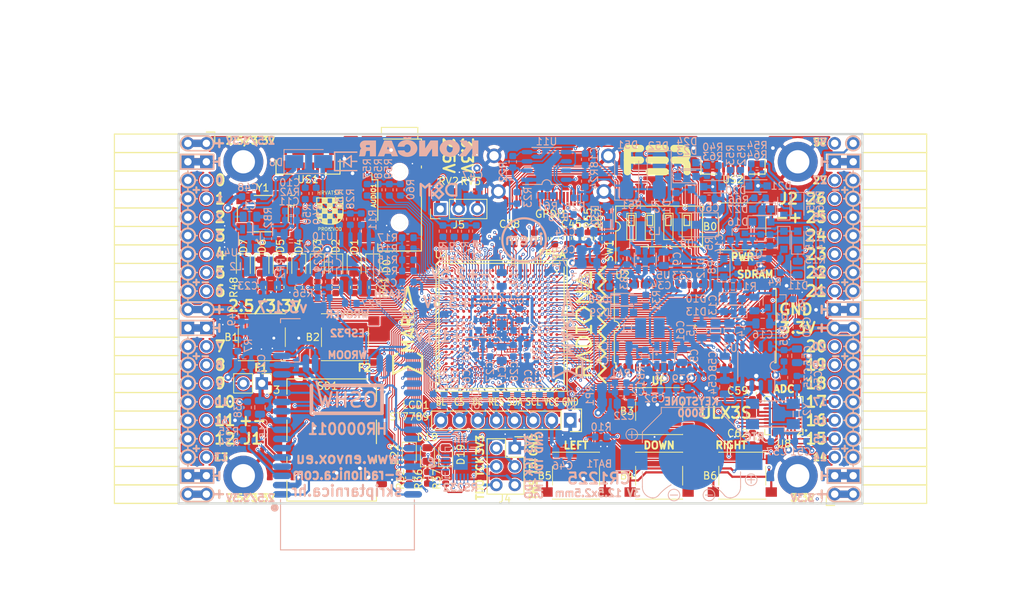
<source format=kicad_pcb>
(kicad_pcb (version 20211014) (generator pcbnew)
  (title_block (rev "v3.1.1"))
  (layers (0 "F.Cu" signal) (1 "In1.Cu" signal) (2 "In2.Cu" signal) (31 "B.Cu" signal) (34 "B.Paste" user) (35 "F.Paste" user) (36 "B.SilkS" user "B.Silkscreen") (37 "F.SilkS" user "F.Silkscreen") (38 "B.Mask" user) (39 "F.Mask" user) (44 "Edge.Cuts" user))
  (net 0 "")
  (net 1 "GND")
  (net 2 "+5V")
  (net 3 "/gpio/IN5V")
  (net 4 "/gpio/OUT5V")
  (net 5 "+3V3")
  (net 6 "BTN_D")
  (net 7 "BTN_F1")
  (net 8 "BTN_F2")
  (net 9 "BTN_L")
  (net 10 "BTN_R")
  (net 11 "BTN_U")
  (net 12 "/power/FB1")
  (net 13 "+2V5")
  (net 14 "/power/PWREN")
  (net 15 "/power/FB3")
  (net 16 "/power/FB2")
  (net 17 "/power/VBAT")
  (net 18 "JTAG_TDI")
  (net 19 "JTAG_TCK")
  (net 20 "JTAG_TMS")
  (net 21 "JTAG_TDO")
  (net 22 "/power/WAKEUPn")
  (net 23 "/power/WKUP")
  (net 24 "/power/SHUT")
  (net 25 "/power/WAKE")
  (net 26 "/power/HOLD")
  (net 27 "/power/WKn")
  (net 28 "/power/OSCI_32k")
  (net 29 "/power/OSCO_32k")
  (net 30 "SHUTDOWN")
  (net 31 "GPDI_SDA")
  (net 32 "GPDI_SCL")
  (net 33 "/gpdi/VREF2")
  (net 34 "SD_CMD")
  (net 35 "SD_CLK")
  (net 36 "SD_D0")
  (net 37 "SD_D1")
  (net 38 "USB5V")
  (net 39 "nRESET")
  (net 40 "FTDI_nDTR")
  (net 41 "SDRAM_CKE")
  (net 42 "SDRAM_A7")
  (net 43 "SDRAM_D15")
  (net 44 "SDRAM_BA1")
  (net 45 "SDRAM_D7")
  (net 46 "SDRAM_A6")
  (net 47 "SDRAM_CLK")
  (net 48 "SDRAM_D13")
  (net 49 "SDRAM_BA0")
  (net 50 "SDRAM_D6")
  (net 51 "SDRAM_A5")
  (net 52 "SDRAM_D14")
  (net 53 "SDRAM_A11")
  (net 54 "SDRAM_D12")
  (net 55 "SDRAM_D5")
  (net 56 "SDRAM_A4")
  (net 57 "SDRAM_A10")
  (net 58 "SDRAM_D11")
  (net 59 "SDRAM_A3")
  (net 60 "SDRAM_D4")
  (net 61 "SDRAM_D10")
  (net 62 "SDRAM_D9")
  (net 63 "SDRAM_A9")
  (net 64 "SDRAM_D3")
  (net 65 "SDRAM_D8")
  (net 66 "SDRAM_A8")
  (net 67 "SDRAM_A2")
  (net 68 "SDRAM_A1")
  (net 69 "SDRAM_A0")
  (net 70 "SDRAM_D2")
  (net 71 "SDRAM_D1")
  (net 72 "SDRAM_D0")
  (net 73 "SDRAM_DQM0")
  (net 74 "SDRAM_nCS")
  (net 75 "SDRAM_nRAS")
  (net 76 "SDRAM_DQM1")
  (net 77 "SDRAM_nCAS")
  (net 78 "SDRAM_nWE")
  (net 79 "/flash/FLASH_nWP")
  (net 80 "/flash/FLASH_nHOLD")
  (net 81 "/flash/FLASH_MOSI")
  (net 82 "/flash/FLASH_MISO")
  (net 83 "/flash/FLASH_SCK")
  (net 84 "/flash/FLASH_nCS")
  (net 85 "/flash/FPGA_PROGRAMN")
  (net 86 "/flash/FPGA_DONE")
  (net 87 "/flash/FPGA_INITN")
  (net 88 "OLED_RES")
  (net 89 "OLED_DC")
  (net 90 "OLED_CS")
  (net 91 "WIFI_EN")
  (net 92 "FTDI_nRTS")
  (net 93 "FTDI_TXD")
  (net 94 "FTDI_RXD")
  (net 95 "WIFI_RXD")
  (net 96 "WIFI_GPIO0")
  (net 97 "WIFI_TXD")
  (net 98 "USB_FTDI_D+")
  (net 99 "USB_FTDI_D-")
  (net 100 "SD_D3")
  (net 101 "AUDIO_L3")
  (net 102 "AUDIO_L2")
  (net 103 "AUDIO_L1")
  (net 104 "AUDIO_L0")
  (net 105 "AUDIO_R3")
  (net 106 "AUDIO_R2")
  (net 107 "AUDIO_R1")
  (net 108 "AUDIO_R0")
  (net 109 "OLED_CLK")
  (net 110 "OLED_MOSI")
  (net 111 "LED0")
  (net 112 "LED1")
  (net 113 "LED2")
  (net 114 "LED3")
  (net 115 "LED4")
  (net 116 "LED5")
  (net 117 "LED6")
  (net 118 "LED7")
  (net 119 "BTN_PWRn")
  (net 120 "FTDI_nTXLED")
  (net 121 "FTDI_nSLEEP")
  (net 122 "/blinkey/LED_PWREN")
  (net 123 "/blinkey/LED_TXLED")
  (net 124 "SD_D2")
  (net 125 "CLK_25MHz")
  (net 126 "/blinkey/BTNPUL")
  (net 127 "/blinkey/BTNPUR")
  (net 128 "USB_FPGA_D+")
  (net 129 "/power/FTDI_nSUSPEND")
  (net 130 "/blinkey/ALED0")
  (net 131 "/blinkey/ALED1")
  (net 132 "/blinkey/ALED2")
  (net 133 "/blinkey/ALED3")
  (net 134 "/blinkey/ALED4")
  (net 135 "/blinkey/ALED5")
  (net 136 "/blinkey/ALED6")
  (net 137 "/blinkey/ALED7")
  (net 138 "/usb/FTD-")
  (net 139 "/usb/FTD+")
  (net 140 "ADC_MISO")
  (net 141 "ADC_MOSI")
  (net 142 "ADC_CSn")
  (net 143 "ADC_SCLK")
  (net 144 "SW3")
  (net 145 "SW2")
  (net 146 "SW1")
  (net 147 "USB_FPGA_D-")
  (net 148 "/usb/FPD+")
  (net 149 "/usb/FPD-")
  (net 150 "/usb/ANT_433MHz")
  (net 151 "/power/P3V3")
  (net 152 "/power/P2V5")
  (net 153 "/power/L1")
  (net 154 "/power/L3")
  (net 155 "/power/L2")
  (net 156 "FTDI_TXDEN")
  (net 157 "SDRAM_A12")
  (net 158 "/analog/AUDIO_V")
  (net 159 "AUDIO_V3")
  (net 160 "AUDIO_V2")
  (net 161 "AUDIO_V1")
  (net 162 "AUDIO_V0")
  (net 163 "/blinkey/LED_WIFI")
  (net 164 "/power/P1V1")
  (net 165 "+1V1")
  (net 166 "SW4")
  (net 167 "/blinkey/SWPU")
  (net 168 "/wifi/WIFIEN")
  (net 169 "FT2V5")
  (net 170 "GN0")
  (net 171 "GP0")
  (net 172 "GN1")
  (net 173 "GP1")
  (net 174 "GN2")
  (net 175 "GP2")
  (net 176 "GN3")
  (net 177 "GP3")
  (net 178 "GN4")
  (net 179 "GP4")
  (net 180 "GN5")
  (net 181 "GP5")
  (net 182 "GN6")
  (net 183 "GP6")
  (net 184 "GN14")
  (net 185 "GP14")
  (net 186 "GN15")
  (net 187 "GP15")
  (net 188 "GN16")
  (net 189 "GP16")
  (net 190 "GN17")
  (net 191 "GP17")
  (net 192 "GN18")
  (net 193 "GP18")
  (net 194 "GN19")
  (net 195 "GP19")
  (net 196 "GN20")
  (net 197 "GP20")
  (net 198 "GN21")
  (net 199 "GP21")
  (net 200 "GN22")
  (net 201 "GP22")
  (net 202 "GN23")
  (net 203 "GP23")
  (net 204 "GN24")
  (net 205 "GP24")
  (net 206 "GN25")
  (net 207 "GP25")
  (net 208 "GN26")
  (net 209 "GP26")
  (net 210 "GN27")
  (net 211 "GP27")
  (net 212 "GN7")
  (net 213 "GP7")
  (net 214 "GN8")
  (net 215 "GP8")
  (net 216 "GN9")
  (net 217 "GP9")
  (net 218 "GN10")
  (net 219 "GP10")
  (net 220 "GN11")
  (net 221 "GP11")
  (net 222 "GN12")
  (net 223 "GP12")
  (net 224 "GN13")
  (net 225 "GP13")
  (net 226 "USB_FPGA_PULL_D+")
  (net 227 "USB_FPGA_PULL_D-")
  (net 228 "Net-(D23-Pad2)")
  (net 229 "Net-(D24-Pad1)")
  (net 230 "Net-(D25-Pad2)")
  (net 231 "Net-(D26-Pad1)")
  (net 232 "/gpdi/GPDI_D2-")
  (net 233 "FPDI_D2-")
  (net 234 "/gpdi/GPDI_D1-")
  (net 235 "FPDI_D1-")
  (net 236 "/gpdi/GPDI_D0-")
  (net 237 "FPDI_D0-")
  (net 238 "/gpdi/GPDI_CLK-")
  (net 239 "FPDI_CLK-")
  (net 240 "/gpdi/GPDI_D2+")
  (net 241 "FPDI_D2+")
  (net 242 "/gpdi/GPDI_D1+")
  (net 243 "FPDI_D1+")
  (net 244 "/gpdi/GPDI_D0+")
  (net 245 "FPDI_D0+")
  (net 246 "/gpdi/GPDI_CLK+")
  (net 247 "FPDI_CLK+")
  (net 248 "FPDI_SDA")
  (net 249 "FPDI_SCL")
  (net 250 "2V5_3V3")
  (net 251 "/usb/US2VBUS")
  (net 252 "/power/SHD")
  (net 253 "/power/RTCVDD")
  (net 254 "Net-(D27-Pad2)")
  (net 255 "US2_ID")
  (net 256 "/analog/AUDIO_L")
  (net 257 "/analog/AUDIO_R")
  (net 258 "/analog/ADC3V3")
  (net 259 "PWRBTn")
  (net 260 "USER_PROGRAMN")
  (net 261 "FTDI_nRXLED")
  (net 262 "/analog/ADCD3V3")
  (net 263 "WIFI_GPIO19")
  (net 264 "WIFI_GPIO22")
  (net 265 "WIFI_GPIO21")
  (net 266 "OLED_BL")
  (net 267 "Net-(AUDIO1-Pad5)")
  (net 268 "Net-(AUDIO1-Pad6)")
  (net 269 "Net-(U1-PadW14)")
  (net 270 "Net-(U1-PadW13)")
  (net 271 "Net-(U1-PadW9)")
  (net 272 "Net-(U1-PadW8)")
  (net 273 "Net-(U1-PadW5)")
  (net 274 "Net-(U1-PadW4)")
  (net 275 "Net-(U1-PadT16)")
  (net 276 "Net-(U1-PadR3)")
  (net 277 "SD_WP")
  (net 278 "SD_CD")
  (net 279 "Net-(U1-PadM5)")
  (net 280 "Net-(U1-PadK17)")
  (net 281 "Net-(U1-PadK16)")
  (net 282 "Net-(U1-PadE11)")
  (net 283 "Net-(U1-PadE10)")
  (net 284 "Net-(U1-PadD12)")
  (net 285 "Net-(U1-PadD11)")
  (net 286 "Net-(U1-PadD10)")
  (net 287 "Net-(U1-PadD9)")
  (net 288 "Net-(U1-PadC9)")
  (net 289 "Net-(U1-PadA15)")
  (net 290 "Net-(U8-Pad25)")
  (net 291 "Net-(U8-Pad12)")
  (net 292 "Net-(U9-Pad27)")
  (net 293 "Net-(U9-Pad28)")
  (net 294 "Net-(U9-Pad32)")
  (net 295 "Net-(US1-Pad4)")
  (net 296 "Net-(Y2-Pad3)")
  (net 297 "Net-(Y2-Pad2)")
  (net 298 "WIFI_GPIO27")
  (net 299 "WIFI_GPIO26")
  (net 300 "WIFI_GPIO25")
  (net 301 "WIFI_GPIO35")
  (net 302 "Net-(U1-PadY17)")
  (net 303 "Net-(U1-PadY16)")
  (net 304 "/wifi/SD3V3")
  (net 305 "Net-(SD1-Pad10)")
  (net 306 "Net-(SD1-Pad12)")
  (net 307 "Net-(SD1-Pad11)")
  (net 308 "Net-(C69-Pad1)")
  (net 309 "Net-(C70-Pad2)")
  (net 310 "/serdes/SRCLKP")
  (net 311 "/serdes/SRCLKN")
  (net 312 "Net-(U1-PadY19)")
  (net 313 "Net-(U1-PadW20)")
  (net 314 "/gpdi/GPDI_HPD")
  (net 315 "/gpdi/GPDI_UTIL")
  (net 316 "/gpdi/GPDI_CEC")
  (net 317 "FPDI_UTIL")
  (net 318 "FPDI_CEC")
  (net 319 "FPDI_HPD")
  (net 320 "/serdes/SRXP00")
  (net 321 "/serdes/SRXN00")
  (net 322 "/serdes/SRXP01")
  (net 323 "/serdes/SRXN01")
  (net 324 "/serdes/SRXP10")
  (net 325 "/serdes/SRXN10")
  (net 326 "Net-(C71-Pad1)")
  (net 327 "/serdes/STXP11")
  (net 328 "Net-(C72-Pad2)")
  (net 329 "/serdes/STXN11")
  (footprint "audio-jack:CUI_SJ-43516-SMT" (layer "F.Cu") (at 124.468 69.6)
    (fp_text reference "AUDIO1")
    (fp_text value "JACK_TRS_6PINS" hide)
  )
  (footprint "lfe5bg381:BGA-381_pitch0.8mm_dia0.4mm" (layer "F.Cu") (at 138.48 87.8)
    (fp_text reference "U1")
    (fp_text value "LFE5U-85F-6BG381C" hide)
  )
  (footprint "Mounting_Holes:MountingHole_3.2mm_M3_ISO14580_Pad" (layer "F.Cu") (at 102.99 108.41)
    (fp_text reference "H1" hide)
    (fp_text value "HOLE" hide)
  )
  (footprint "Mounting_Holes:MountingHole_3.2mm_M3_ISO14580_Pad" (layer "F.Cu") (at 179.19 108.41)
    (fp_text reference "H2" hide)
    (fp_text value "HOLE" hide)
  )
  (footprint "Mounting_Holes:MountingHole_3.2mm_M3_ISO14580_Pad" (layer "F.Cu") (at 179.19 65.23)
    (fp_text reference "H3" hide)
    (fp_text value "HOLE" hide)
  )
  (footprint "Mounting_Holes:MountingHole_3.2mm_M3_ISO14580_Pad" (layer "F.Cu") (at 102.99 65.23)
    (fp_text reference "H4" hide)
    (fp_text value "HOLE" hide)
  )
  (footprint "Socket_Strips:Socket_Strip_Angled_2x20" (layer "F.Cu") (at 97.91 62.69 -90)
    (fp_text reference "J1")
    (fp_text value "CONN_02X20" hide)
  )
  (footprint "Socket_Strips:Socket_Strip_Angled_2x20" (layer "F.Cu") (at 184.27 110.95 90)
    (fp_text reference "J2")
    (fp_text value "CONN_02X20" hide)
  )
  (footprint "st7789:st7789" (layer "F.Cu") (at 140.3 100.79 180)
    (fp_text reference "LCD1")
    (fp_text value "ST7789")
  )
  (footprint "TSOP54:TSOP54" (layer "F.Cu") (at 165.093 87.8 90)
    (fp_text reference "U2")
    (fp_text value "MT48LC16M16A2TG" hide)
  )
  (footprint "LED_SMD:LED_0805_2012Metric" (layer "F.Cu") (at 118.23 79.599 -90)
    (fp_text reference "D1")
    (fp_text value "ORANGE" hide)
  )
  (footprint "Capacitor_SMD:C_0603_1608Metric" (layer "F.Cu") (at 140.201 75.771 90)
    (fp_text reference "C39" hide)
    (fp_text value "22nF" hide)
  )
  (footprint "Capacitor_SMD:C_0603_1608Metric" (layer "F.Cu") (at 142.995 75.771 90)
    (fp_text reference "C41" hide)
    (fp_text value "22nF" hide)
  )
  (footprint "Capacitor_SMD:C_0603_1608Metric" (layer "F.Cu") (at 145.789 75.771 90)
    (fp_text reference "C43" hide)
    (fp_text value "22nF" hide)
  )
  (footprint "Capacitor_SMD:C_0603_1608Metric" (layer "F.Cu") (at 148.964 75.771 90)
    (fp_text reference "C45")
    (fp_text value "22nF" hide)
  )
  (footprint "Capacitor_SMD:C_0603_1608Metric" (layer "F.Cu") (at 138.7428 75.7636 90)
    (fp_text reference "C38")
    (fp_text value "22nF" hide)
  )
  (footprint "Capacitor_SMD:C_0603_1608Metric" (layer "F.Cu") (at 141.598 75.771 90)
    (fp_text reference "C40" hide)
    (fp_text value "22nF" hide)
  )
  (footprint "Capacitor_SMD:C_0603_1608Metric" (layer "F.Cu") (at 144.392 75.771 90)
    (fp_text reference "C42" hide)
    (fp_text value "22nF" hide)
  )
  (footprint "LED_SMD:LED_0805_2012Metric" (layer "F.Cu") (at 130.8 105.5 90)
    (fp_text reference "D19")
    (fp_text value "RED" hide)
  )
  (footprint "conn-fci:CONN-10029449-111RLF" (layer "F.Cu") (at 145.296 69.312 180)
    (fp_text reference "GPDI1")
    (fp_text value "GPDI-D" hide)
  )
  (footprint "Resistor_SMD:R_0603_1608Metric" (layer "F.Cu") (at 120.77 82.502 90)
    (fp_text reference "R41")
    (fp_text value "549" hide)
  )
  (footprint "Resistor_SMD:R_0603_1608Metric" (layer "F.Cu") (at 118.23 82.502 90)
    (fp_text reference "R42" hide)
    (fp_text value "549" hide)
  )
  (footprint "Resistor_SMD:R_0603_1608Metric" (layer "F.Cu") (at 115.69 82.502 90)
    (fp_text reference "R43" hide)
    (fp_text value "549" hide)
  )
  (footprint "Resistor_SMD:R_0603_1608Metric" (layer "F.Cu") (at 113.15 82.502 90)
    (fp_text reference "R44" hide)
    (fp_text value "549" hide)
  )
  (footprint "Resistor_SMD:R_0603_1608Metric" (layer "F.Cu") (at 110.61 82.502 90)
    (fp_text reference "R45" hide)
    (fp_text value "549" hide)
  )
  (footprint "Resistor_SMD:R_0603_1608Metric" (layer "F.Cu") (at 108.07 82.502 90)
    (fp_text reference "R46" hide)
    (fp_text value "549" hide)
  )
  (footprint "Resistor_SMD:R_0603_1608Metric" (layer "F.Cu") (at 105.53 82.502 90)
    (fp_text reference "R47" hide)
    (fp_text value "549" hide)
  )
  (footprint "Capacitor_SMD:C_0603_1608Metric" (layer "F.Cu") (at 147.567 75.759 90)
    (fp_text reference "C44" hide)
    (fp_text value "22nF" hide)
  )
  (footprint "Resistor_SMD:R_0603_1608Metric" (layer "F.Cu") (at 102.99 82.502 90)
    (fp_text reference "R48")
    (fp_text value "549" hide)
  )
  (footprint "Resistor_SMD:R_0603_1608Metric" (layer "F.Cu") (at 128.3 108.7 -90)
    (fp_text reference "R36")
    (fp_text value "549" hide)
  )
  (footprint "LED_SMD:LED_0805_2012Metric" (layer "F.Cu") (at 120.77 79.599 -90)
    (fp_text reference "D0")
    (fp_text value "RED" hide)
  )
  (footprint "LED_SMD:LED_0805_2012Metric" (layer "F.Cu") (at 115.69 79.599 -90)
    (fp_text reference "D2")
    (fp_text value "GREEN" hide)
  )
  (footprint "LED_SMD:LED_0805_2012Metric" (layer "F.Cu") (at 113.15 79.599 -90)
    (fp_text reference "D3")
    (fp_text value "BLUE" hide)
  )
  (footprint "LED_SMD:LED_0805_2012Metric" (layer "F.Cu") (at 108.07 79.599 -90)
    (fp_text reference "D5")
    (fp_text value "ORANGE" hide)
  )
  (footprint "LED_SMD:LED_0805_2012Metric" (layer "F.Cu") (at 105.545 79.599 -90)
    (fp_text reference "D6")
    (fp_text value "GREEN" hide)
  )
  (footprint "LED_SMD:LED_0805_2012Metric" (layer "F.Cu") (at 102.99 79.599 -90)
    (fp_text reference "D7")
    (fp_text value "BLUE" hide)
  )
  (footprint "LED_SMD:LED_0805_2012Metric" (layer "F.Cu") (at 128.3 105.5 90)
    (fp_text reference "D18")
    (fp_text value "GREEN" hide)
  )
  (footprint "LED_SMD:LED_0805_2012Metric" (layer "F.Cu") (at 125.8 105.5 -90)
    (fp_text reference "D22")
    (fp_text value "BLUE" hide)
  )
  (footprint "Resistor_SMD:R_0603_1608Metric" (layer "F.Cu") (at 130.8 108.7 90)
    (fp_text reference "R37")
    (fp_text value "549" hide)
  )
  (footprint "Connector_PinHeader_2.54mm:PinHeader_1x03_P2.54mm_Vertical" (layer "F.Cu") (at 130.056 71.725 90)
    (fp_text reference "J5")
    (fp_text value "VJ1" hide)
  )
  (footprint "Socket_Strips:Socket_Strip_Straight_2x03" (layer "F.Cu") (at 140.3 104.6 -90)
    (fp_text reference "J4")
    (fp_text value "CONN_02X03" hide)
  )
  (footprint "Resistor_SMD:R_0805_2012Metric_Pad1.29x1.40mm_HandSolder" (layer "F.Cu") (at 130.564 69.566)
    (fp_text reference "RV2")
    (fp_text value "0" hide)
  )
  (footprint "Resistor_SMD:R_0805_2012Metric_Pad1.29x1.40mm_HandSolder" (layer "F.Cu") (at 134.247 69.566)
    (fp_text reference "RV3")
    (fp_text value "0" hide)
  )
  (footprint "usb_otg:USB-MICRO-B-FCI-10118192-0001LF" (layer "F.Cu") (at 111.88 63.325 180)
    (fp_text reference "US1")
    (fp_text value "MICRO_USB" hide)
  )
  (footprint "usb_otg:USB-MICRO-B-FCI-10118192-0001LF" (layer "F.Cu") (at 170.3 63.325 180)
    (fp_text reference "US2")
    (fp_text value "MICRO_USB" hide)
  )
  (footprint "Connector_PinHeader_2.54mm:PinHeader_1x02_P2.54mm_Vertical" (layer "F.Cu") (at 105.53 95.71 -90)
    (fp_text reference "J3")
    (fp_text value "WIFI_OFF" hide)
  )
  (footprint "oscxo:Crystal_SMD_7050_4Pads" (layer "F.Cu") (at 105.672 72.36 180)
    (fp_text reference "Y1")
    (fp_text value "FNETHE025" hide)
  )
  (footprint "Button_Switch_SMD:SW_SPST_PTS645" (layer "F.Cu") (at 171.57 74.12 180)
    (fp_text reference "B0")
    (fp_text value "PTS645" hide)
  )
  (footprint "Button_Switch_SMD:SW_SPST_PTS645" (layer "F.Cu") (at 105.53 89.36)
    (fp_text reference "B1")
    (fp_text value "PTS645" hide)
  )
  (footprint "Button_Switch_SMD:SW_SPST_PTS645" (layer "F.Cu") (at 116.96 89.36)
    (fp_text reference "B2")
    (fp_text value "PTS645" hide)
  )
  (footprint "Button_Switch_SMD:SW_SPST_PTS645" (layer "F.Cu") (at 160.14 99.52)
    (fp_text reference "B3")
    (fp_text value "PTS645" hide)
  )
  (footprint "Button_Switch_SMD:SW_SPST_PTS645" (layer "F.Cu") (at 160.14 108.41 180)
    (fp_text reference "B4")
    (fp_text value "PTS645" hide)
  )
  (footprint "Button_Switch_SMD:SW_SPST_PTS645" (layer "F.Cu") (at 148.71 108.41 180)
    (fp_text reference "B5")
    (fp_text value "PTS645" hide)
  )
  (footprint "Button_Switch_SMD:SW_SPST_PTS645" (layer "F.Cu") (at 171.57 108.41 180)
    (fp_text reference "B6")
    (fp_text value "PTS645" hide)
  )
  (footprint "Capacitor_SMD:C_0603_1608Metric" (layer "F.Cu") (at 172.967 97.107 90)
    (fp_text reference "C59")
    (fp_text value "220nF" hide)
  )
  (footprint "dipswitch:SW_DIP_x4_W8.61mm_Slide_LowProfile" (layer "F.Cu") (at 160.14 74.12 90)
    (fp_text reference "SW1")
    (fp_text value "SW_DIP_x04" hide)
  )
  (footprint "LED_SMD:LED_0805_2012Metric" (layer "F.Cu") (at 110.61 79.599 -90)
    (fp_text reference "D4")
    (fp_text value "RED" hide)
  )
  (footprint "max1112x-tqfn28:MAX1112x-TQFN-28-1EP_5x5mm_Pitch0.5mm" (layer "F.Cu") (at 177.285 100.155 180)
    (fp_text reference "U8")
    (fp_text value "MAX11125" hide)
  )
  (footprint "Capacitor_SMD:C_0603_1608Metric" (layer "F.Cu") (at 172.967 103.33 -90)
    (fp_text reference "C62")
    (fp_text value "220nF" hide)
  )
  (footprint "micro-sd-schd3a0100-104031-811:SCHD3A100-104031-0811" (layer "F.Cu") (at 115.132 103.5 -90)
    (fp_text reference "SD1")
    (fp_text value "104031-0811" hide)
  )
  (footprint "Resistor_SMD:R_0603_1608Metric" (layer "F.Cu") (at 151.758 75.771 90)
    (fp_text reference "R67")
    (fp_text value "549" hide)
  )
  (footprint "Resistor_SMD:R_0603_1608Metric" (layer "F.Cu") (at 150.361 75.771 90)
    (fp_text reference "R55")
    (fp_text value "10k" hide)
  )
  (footprint "emard:emard12mm" (layer "F.Cu") (at 125.58 88.8 90)
    (fp_text reference "EMARD" hide)
    (fp_text value "emard12mm" hide)
  )
  (footprint "radiona:radiona" (layer "F.Cu") (at 149.78 87.6 90)
    (fp_text reference "radiona" hide)
    (fp_text value "radiona" hide)
  )
  (footprint "hrvatski_proizvod_veci:hrvatski" (layer "F.Cu") (at 114.88 72)
    (fp_text reference "HR" hide)
    (fp_text value "HR" hide)
  )
  (footprint "fer:fer4mm6" (layer "F.Cu") (at 159.78 65)
    (fp_text reference "fer" hide)
    (fp_text value "fer" hide)
  )
  (footprint "Resistor_SMD:R_0603_1608Metric" (layer "F.Cu") (at 125.8 108.7 -90)
    (fp_text reference "R62")
    (fp_text value "549" hide)
  )
  (footprint "TSOT-25:TSOT-25" (layer "B.Cu") (at 160.775 91.9)
    (fp_text reference "U3")
    (fp_text value "TLV62569DBV" hide)
  )
  (footprint "TSOT-25:TSOT-25" (layer "B.Cu") (at 103.825 75.815 180)
    (fp_text reference "U4")
    (fp_text value "TLV62569DBV" hide)
  )
  (footprint "TSOT-25:TSOT-25" (layer "B.Cu") (at 158.235 78.692)
    (fp_text reference "U5")
    (fp_text value "TLV62569DBV" hide)
  )
  (footprint "Keystone_3000_1x12mm-CoinCell:Keystone_3000_1x12mm-CoinCell" (layer "B.Cu") (at 164.585 105.87 90)
    (fp_text reference "BAT1")
    (fp_text value "CR1225" hide)
  )
  (footprint "SOT96-1:SOT96-1" (layer "B.Cu") (at 173.49 93.315 90)
    (fp_text reference "U7")
    (fp_text value "MCP7940NT" hide)
  )
  (footprint "Capacitor_SMD:C_0805_2012Metric" (layer "B.Cu") (at 134.501 68.55)
    (fp_text reference "C47")
    (fp_text value "2.2uF" hide)
  )
  (footprint "Capacitor_SMD:C_0603_1608Metric" (layer "B.Cu") (at 154.86 96.91)
    (fp_text reference "C2")
    (fp_text value "100pF" hide)
  )
  (footprint "Capacitor_SMD:C_0805_2012Metric" (layer "B.Cu") (at 155.06 90.63)
    (fp_text reference "C3")
    (fp_text value "22uF" hide)
  )
  (footprint "Capacitor_SMD:C_0805_2012Metric" (layer "B.Cu") (at 155.06 92.535)
    (fp_text reference "C4")
    (fp_text value "22uF" hide)
  )
  (footprint "Capacitor_SMD:C_0805_2012Metric" (layer "B.Cu") (at 163.315 91.9 90)
    (fp_text reference "C5")
    (fp_text value "22uF" hide)
  )
  (footprint "Capacitor_SMD:C_0603_1608Metric" (layer "B.Cu") (at 152.52 82.375)
    (fp_text reference "C6")
    (fp_text value "100pF" hide)
  )
  (footprint "Capacitor_SMD:C_0805_2012Metric" (layer "B.Cu") (at 152.52 79.2)
    (fp_text reference "C7")
    (fp_text value "22uF" hide)
  )
  (footprint "Capacitor_SMD:C_0805_2012Metric" (layer "B.Cu") (at 152.52 77.295)
    (fp_text reference "C8")
    (fp_text value "22uF" hide)
  )
  (footprint "Capacitor_SMD:C_0805_2012Metric" (layer "B.Cu") (at 160.775 78.565 90)
    (fp_text reference "C9")
    (fp_text value "22uF" hide)
  )
  (footprint "Capacitor_SMD:C_0603_1608Metric" (layer "B.Cu") (at 109.54 72.005 180)
    (fp_text reference "C10")
    (fp_text value "100pF" hide)
  )
  (footprint "Capacitor_SMD:C_0805_2012Metric" (layer "B.Cu") (at 109.54 75.18 180)
    (fp_text reference "C11")
    (fp_text value "22uF" hide)
  )
  (footprint "Capacitor_SMD:C_0603_1608Metric" (layer "B.Cu") (at 175.38 76.025 -90)
    (fp_text reference "C14")
    (fp_text value "220nF" hide)
  )
  (footprint "Capacitor_SMD:C_0805_2012Metric" (layer "B.Cu") (at 105.276 99.012 90)
    (fp_text reference "C15")
    (fp_text value "22uF" hide)
  )
  (footprint "Capacitor_SMD:C_0805_2012Metric" (layer "B.Cu") (at 174.379 87.473)
    (fp_text reference "C16")
    (fp_text value "2.2uF" hide)
  )
  (footprint "Capacitor_SMD:C_0805_2012Metric" (layer "B.Cu") (at 138.5 91.62 -90)
    (fp_text reference "C17")
    (fp_text value "2.2uF" hide)
  )
  (footprint "Capacitor_SMD:C_0805_2012Metric" (layer "B.Cu") (at 138.5 81.42 90)
    (fp_text reference "C19")
    (fp_text value "2.2uF" hide)
  )
  (footprint "Capacitor_SMD:C_0805_2012Metric" (layer "B.Cu") (at 138.5 86.62 -90)
    (fp_text reference "C20")
    (fp_text value "2.2uF" hide)
  )
  (footprint "Capacitor_SMD:C_0805_2012Metric" (layer "B.Cu") (at 155.314 98.504)
    (fp_text reference "C22")
    (fp_text value "2.2uF" hide)
  )
  (footprint "Capacitor_SMD:C_0805_2012Metric" (layer "B.Cu") (at 106.746 82.292 180)
    (fp_text reference "C23")
    (fp_text value "2.2uF" hide)
  )
  (footprint "Capacitor_SMD:C_0603_1608Metric" (layer "B.Cu") (at 140.9 86.22 -90)
    (fp_text reference "C25")
    (fp_text value "22nF" hide)
  )
  (footprint "Capacitor_SMD:C_0603_1608Metric" (layer "B.Cu") (at 136.9 91.22 -90)
    (fp_text reference "C27")
    (fp_text value "22nF" hide)
  )
  (footprint "Capacitor_SMD:C_0603_1608Metric" (layer "B.Cu") (at 140.1 91.22 -90)
    (fp_text reference "C28")
    (fp_text value "22nF" hide)
  )
  (footprint "Capacitor_SMD:C_0603_1608Metric" (layer "B.Cu") (at 134.9 91.02 -90)
    (fp_text reference "C30")
    (fp_text value "22nF" hide)
  )
  (footprint "Capacitor_SMD:C_0603_1608Metric" (layer "B.Cu") (at 140.9 88.42 180)
    (fp_text reference "C32")
    (fp_text value "22nF" hide)
  )
  (footprint "Capacitor_SMD:C_0603_1608Metric" (layer "B.Cu") (at 164.3 82.22)
    (fp_text reference "C33")
    (fp_text value "22nF" hide)
  )
  (footprint "Capacitor_SMD:C_0603_1608Metric" (layer "B.Cu") (at 157.5 82.22 180)
    (fp_text reference "C34")
    (fp_text value "22nF" hide)
  )
  (footprint "Capacitor_SMD:C_0603_1608Metric" (layer "B.Cu") (at 177.3 94.9 -90)
    (fp_text reference "C35")
    (fp_text value "22nF" hide)
  )
  (footprint "Capacitor_SMD:C_0805_2012Metric" (layer "B.Cu") (at 146.88 105.2)
    (fp_text reference "C46")
    (fp_text value "2.2uF" hide)
  )
  (footprint "Capacitor_SMD:C_0603_1608Metric" (layer "B.Cu") (at 103.6 70.02)
    (fp_text reference "C48")
    (fp_text value "22nF" hide)
  )
  (footprint "Capacitor_SMD:C_0603_1608Metric" (layer "B.Cu") (at 102.736 86.439 -90)
    (fp_text reference "C49")
    (fp_text value "22nF" hide)
  )
  (footprint "Capacitor_SMD:C_0603_1608Metric" (layer "B.Cu") (at 179.063 87.981 90)
    (fp_text reference "C50")
    (fp_text value "22nF" hide)
  )
  (footprint "Capacitor_SMD:C_0603_1608Metric" (layer "B.Cu") (at 179.598 103.711 180)
    (fp_text reference "C51")
    (fp_text value "22nF" hide)
  )
  (footprint "Capacitor_SMD:C_0603_1608Metric" (layer "B.Cu") (at 159.52 96.49 180)
    (fp_text reference "C52")
    (fp_text value "22nF" hide)
  )
  (footprint "Capacitor_SMD:C_0805_2012Metric" (layer "B.Cu") (at 169.172 96.236 90)
    (fp_text reference "C54")
    (fp_text value "22uF" hide)
  )
  (footprint "Capacitor_SMD:C_0603_1608Metric" (layer "B.Cu") (at 136.1 88.42)
    (fp_text reference "C31")
    (fp_text value "22nF" hide)
  )
  (footprint "Diode_SMD:D_SOD-323_HandSoldering" (layer "B.Cu") (at 173.729 68.55)
    (fp_text reference "D21")
    (fp_text value "3.6V" hide)
  )
  (footprint "Diode_SMD:D_SOD-323_HandSoldering" (layer "B.Cu") (at 164.585 70.31 -90)
    (fp_text reference "D17")
    (fp_text value "1N914" hide)
  )
  (footprint "Capacitor_SMD:C_0805_2012Metric" (layer "B.Cu") (at 109.54 77.085 180)
    (fp_text reference "C12")
    (fp_text value "22uF" hide)
  )
  (footprint "Capacitor_SMD:C_0805_2012Metric" (layer "B.Cu") (at 150.234 74.882 180)
    (fp_text reference "C24")
    (fp_text value "2.2uF" hide)
  )
  (footprint "LED_SMD:LED_0805_2012Metric" (layer "B.Cu") (at 179.19 79.835 90)
    (fp_text reference "D11")
    (fp_text value "RED" hide)
  )
  (footprint "Resistor_SMD:R_0603_1608Metric" (layer "B.Cu") (at 167.506 65.738)
    (fp_text reference "R40")
    (fp_text value "1.1k" hide)
  )
  (footprint "Resistor_SMD:R_0603_1608Metric" (layer "B.Cu") (at 128.98 108.8 -90)
    (fp_text reference "R9")
    (fp_text value "15k" hide)
  )
  (footprint "Capacitor_SMD:C_0805_2012Metric" (layer "B.Cu") (at 179.078 91.918 -90)
    (fp_text reference "C55")
    (fp_text value "22uF" hide)
  )
  (footprint "Resistor_SMD:R_0603_1608Metric" (layer "B.Cu") (at 177.3 91.918 90)
    (fp_text reference "R65")
    (fp_text value "549" hide)
  )
  (footprint "Resistor_SMD:R_0603_1608Metric" (layer "B.Cu") (at 113 69.585 90)
    (fp_text reference "R49")
    (fp_text value "27" hide)
  )
  (footprint "Resistor_SMD:R_0603_1608Metric" (layer "B.Cu") (at 111.5 69.585 90)
    (fp_text reference "R50")
    (fp_text value "27" hide)
  )
  (footprint "Resistor_SMD:R_0603_1608Metric" (layer "B.Cu") (at 156.33 72.487 180)
    (fp_text reference "R51")
    (fp_text value "130" hide)
  )
  (footprint "Resistor_SMD:R_0603_1608Metric" (layer "B.Cu") (at 171.331 67.153 90)
    (fp_text reference "R52")
    (fp_text value "27" hide)
  )
  (footprint "Resistor_SMD:R_0603_1608Metric" (layer "B.Cu") (at 169.919 67.153 90)
    (fp_text reference "R53")
    (fp_text value "27" hide)
  )
  (footprint "Resistor_SMD:R_0603_1608Metric" (layer "B.Cu") (at 173.602 65.502)
    (fp_text reference "R54")
    (fp_text value "1.1k" hide)
  )
  (footprint "Resistor_SMD:R_0603_1608Metric" (layer "B.Cu") (at 120.008 69.085 90)
    (fp_text reference "R57")
    (fp_text value "1.1k" hide)
  )
  (footprint "Resistor_SMD:R_0603_1608Metric" (layer "B.Cu") (at 121.532 69.085 90)
    (fp_text reference "R58")
    (fp_text value "549" hide)
  )
  (footprint "Resistor_SMD:R_0603_1608Metric" (layer "B.Cu") (at 123.056 69.085 90)
    (fp_text reference "R59")
    (fp_text value "270" hide)
  )
  (footprint "Resistor_SMD:R_0603_1608Metric" (layer "B.Cu") (at 124.58 69.085 90)
    (fp_text reference "R60")
    (fp_text value "130" hide)
  )
  (footprint "Resistor_SMD:R_0603_1608Metric" (layer "B.Cu") (at 144.78 69.9 180)
    (fp_text reference "R61")
    (fp_text value "549" hide)
  )
  (footprint "Diode_SMD:D_SOD-323_HandSoldering" (layer "B.Cu") (at 169.03 79.835 90)
    (fp_text reference "D12")
    (fp_text value "BAT54W" hide)
  )
  (footprint "Diode_SMD:D_SOD-323_HandSoldering" (layer "B.Cu") (at 170.3 85.837 180)
    (fp_text reference "D13")
    (fp_text value "1N914" hide)
  )
  (footprint "Diode_SMD:D_SOD-323_HandSoldering" (layer "B.Cu") (at 179.19 76.025 90)
    (fp_text reference "D14")
    (fp_text value "1N914" hide)
  )
  (footprint "Diode_SMD:D_SOD-323_HandSoldering" (layer "B.Cu") (at 177.285 76.025 -90)
    (fp_text reference "D15")
    (fp_text value "BAT54W" hide)
  )
  (footprint "Diode_SMD:D_SOD-323_HandSoldering" (layer "B.Cu") (at 174.237 73.503)
    (fp_text reference "D16")
    (fp_text value "1N914" hide)
  )
  (footprint "Diode_SMD:D_SOD-323_HandSoldering" (layer "B.Cu") (at 167.506 68.659 180)
    (fp_text reference "D20")
    (fp_text value "3.6V" hide)
  )
  (footprint "Diode_SMD:D_SOD-323_HandSoldering" (layer "B.Cu") (at 163.95 67.262)
    (fp_text reference "D23")
    (fp_text value "1N914" hide)
  )
  (footprint "Diode_SMD:D_SOD-323_HandSoldering" (layer "B.Cu") (at 163.95 65.357 180)
    (fp_text reference "D24")
    (fp_text value "1N914" hide)
  )
  (footprint "Capacitor_SMD:C_0805_2012Metric" (layer "B.Cu") (at 103.9035 72.785)
    (fp_text reference "C1")
    (fp_text value "22uF" hide)
  )
  (footprint "Capacitor_SMD:C_0805_2012Metric" (layer "B.Cu") (at 103.117 93.061)
    (fp_text reference "C21")
    (fp_text value "22uF" hide)
  )
  (footprint "SM8:SM8" (layer "B.Cu") (at 144.68 65.8015 90)
    (fp_text reference "U11")
    (fp_text value "PCA9306D" hide)
  )
  (footprint "L_1008_1210:L_1008_1210" (layer "B.Cu") (at 158.87 88.09 180)
    (fp_text reference "L1")
    (fp_text value "2.2uH" hide)
  )
  (footprint "L_1008_1210:L_1008_1210" (layer "B.Cu") (at 156.33 74.755 180)
    (fp_text reference "L3")
    (fp_text value "2.2uH" hide)
  )
  (footprint "Resistor_SMD:R_0603_1608Metric" (layer "B.Cu") (at 170.3 82.375)
    (fp_text reference "R1")
    (fp_text value "4.7k" hide)
  )
  (footprint "Resistor_SMD:R_0603_1608Metric" (layer "B.Cu") (at 172.84 79.835 90)
    (fp_text reference "R2")
    (fp_text value "18k" hide)
  )
  (footprint "Resistor_SMD:R_0603_1608Metric" (layer "B.Cu") (at 162.48 70.31 90)
    (fp_text reference "R3")
    (fp_text value "4.7k" hide)
  )
  (footprint "Resistor_SMD:R_0603_1608Metric" (layer "B.Cu") (at 176.015 80.47 180)
    (fp_text reference "R4")
    (fp_text value "4.7k" hide)
  )
  (footprint "Resistor_SMD:R_0603_1608Metric" (layer "B.Cu") (at 174.11 76.025 -90)
    (fp_text reference "R5")
    (fp_text value "2.2M" hide)
  )
  (footprint "Resistor_SMD:R_0603_1608Metric" (layer "B.Cu") (at 178.555 84.915 -90)
    (fp_text reference "R6")
    (fp_text value "1.1k" hide)
  )
  (footprint "Resistor_SMD:R_0603_1608Metric" (layer "B.Cu") (at 102.228 90.503 90)
    (fp_text reference "R7")
    (fp_text value "130" hide)
  )
  (footprint "Resistor_SMD:R_0603_1608Metric" (layer "B.Cu") (at 170.935 79.835 90)
    (fp_text reference "R8")
    (fp_text value "1.1k" hide)
  )
  (footprint "Resistor_SMD:R_0603_1608Metric" (layer "B.Cu") (at 152.139 103.076 180)
    (fp_text reference "R10")
    (fp_text value "130" hide)
  )
  (footprint "Resistor_SMD:R_0603_1608Metric" (layer "B.Cu") (at 119.2 73.12 -90)
    (fp_text reference "R11")
    (fp_text value "10k" hide)
  )
  (footprint "Resistor_SMD:R_0603_1608Metric" (layer "B.Cu") (at 114.8 81.72 90)
    (fp_text reference "R12")
    (fp_text value "10k" hide)
  )
  (footprint "Resistor_SMD:R_0603_1608Metric" (layer "B.Cu") (at 125.596 80.26 180)
    (fp_text reference "R14")
    (fp_text value "1.1k" hide)
  )
  (footprint "Resistor_SMD:R_0603_1608Metric" (layer "B.Cu") (at 125.596 78.736 180)
    (fp_text reference "R15")
    (fp_text value "549" hide)
  )
  (footprint "Resistor_SMD:R_0603_1608Metric" (layer "B.Cu") (at 125.596 77.212 180)
    (fp_text reference "R16")
    (fp_text value "270" hide)
  )
  (footprint "Resistor_SMD:R_0603_1608Metric" (layer "B.Cu") (at 125.596 75.67 180)
    (fp_text reference "R17")
    (fp_text value "130" hide)
  )
  (footprint "Resistor_SMD:R_0603_1608Metric" (layer "B.Cu") (at 130.422 74.773 90)
    (fp_text reference "R18")
    (fp_text value "1.1k" hide)
  )
  (footprint "Resistor_SMD:R_0603_1608Metric" (layer "B.Cu") (at 131.961 74.773 90)
    (fp_text reference "R19")
    (fp_text value "549" hide)
  )
  (footprint "Resistor_SMD:R_0603_1608Metric" (layer "B.Cu") (at 133.485 74.773 90)
    (fp_text reference "R20")
    (fp_text value "270" hide)
  )
  (footprint "Resistor_SMD:R_0603_1608Metric" (layer "B.Cu") (at 135.009 74.773 90)
    (fp_text reference "R21")
    (fp_text value "130" hide)
  )
  (footprint "Resistor_SMD:R_0603_1608Metric" (layer "B.Cu") (at 140.0255 65.23 90)
    (fp_text reference "R22")
    (fp_text value "3.3k" hide)
  )
  (footprint "Resistor_SMD:R_0603_1608Metric" (layer "B.Cu") (at 140.597 70.201 -90)
    (fp_text reference "R23")
    (fp_text value "3.3k" hide)
  )
  (footprint "Resistor_SMD:R_0603_1608Metric" (layer "B.Cu") (at 149.98 67.9 90)
    (fp_text reference "R24")
    (fp_text value "100k" hide)
  )
  (footprint "Resistor_SMD:R_0603_1608Metric" (layer "B.Cu") (at 149.175 72.487 180)
    (fp_text reference "R25")
    (fp_text value "4.7k" hide)
  )
  (footprint "Resistor_SMD:R_0603_1608Metric" (layer "B.Cu") (at 149.18 70.2 180)
    (fp_text reference "R26")
    (fp_text value "4.7k" hide)
  )
  (footprint "Resistor_SMD:R_0603_1608Metric" (layer "B.Cu") (at 117.7675 84.7)
    (fp_text reference "R27")
    (fp_text value "10k" hide)
  )
  (footprint "Resistor_SMD:R_0603_1608Metric" (layer "B.Cu") (at 117.695 73.118 -90)
    (fp_text reference "R28")
    (fp_text value "10k" hide)
  )
  (footprint "Resistor_SMD:R_0603_1608Metric" (layer "B.Cu") (at 113.3 81.72 90)
    (fp_text reference "R29")
    (fp_text value "1.1k" hide)
  )
  (footprint "Resistor_SMD:R_0603_1608Metric" (layer "B.Cu") (at 116.2 73.12 -90)
    (fp_text reference "R30")
    (fp_text value "4.7k" hide)
  )
  (footprint "Resistor_SMD:R_0603_1608Metric" (layer "B.Cu") (at 129.08 97.9875 90)
    (fp_text reference "R33")
    (fp_text value "15k" hide)
  )
  (footprint "Resistor_SMD:R_0603_1608Metric" (layer "B.Cu") (at 103.752 102.06 180)
    (fp_text reference "R35")
    (fp_text value "549" hide)
  )
  (footprint "Resistor_SMD:R_0603_1608Metric" (layer "B.Cu") (at 163.315 96.345 180)
    (fp_text reference "R39")
    (fp_text value "130" hide)
  )
  (footprint "Resistor_SMD:R_0603_1608Metric" (layer "B.Cu") (at 167.506 67.135)
    (fp_text reference "R63")
    (fp_text value "15k" hide)
  )
  (footprint "Resistor_SMD:R_0603_1608Metric" (layer "B.Cu") (at 173.6 66.899 180)
    (fp_text reference "R64")
    (fp_text value "15k" hide)
  )
  (footprint "Resistor_SMD:R_0603_1608Metric" (layer "B.Cu") (at 154.86 95.64)
    (fp_text reference "RA1")
    (fp_text value "15k" hide)
  )
  (footprint "Resistor_SMD:R_0603_1608Metric" (layer "B.Cu") (at 109.54 73.275 180)
    (fp_text reference "RA2")
    (fp_text value "15k" hide)
  )
  (footprint "Resistor_SMD:R_0603_1608Metric" (layer "B.Cu") (at 152.52 81.105)
    (fp_text reference "RA3")
    (fp_text value "15k" hide)
  )
  (footprint "Resistor_SMD:R_0603_1608Metric" (layer "B.Cu") (at 158.235 91.9 -90)
    (fp_text reference "RB1")
    (fp_text value "18k" hide)
  )
  (footprint "Resistor_SMD:R_0603_1608Metric" (layer "B.Cu") (at 106.365 75.815 90)
    (fp_text reference "RB2")
    (fp_text value "4.7k" hide)
  )
  (footprint "Resistor_SMD:R_0603_1608Metric" (layer "B.Cu") (at 155.695 78.565 -90)
    (fp_text reference "RB3")
    (fp_text value "3.3k" hide)
  )
  (footprint "Resistor_SMD:R_0603_1608Metric" (layer "B.Cu") (at 176.015 78.565 180)
    (fp_text reference "R13")
    (fp_text value "15k" hide)
  )
  (footprint "L_1008_1210:L_1008_1210" (layer "B.Cu") (at 105.095 79.625)
    (fp_text reference "L2")
    (fp_text value "2.2uH" hide)
  )
  (footprint "Capacitor_SMD:C_0603_1608Metric" (layer "B.Cu") (at 136.1 86.22 -90)
    (fp_text reference "C26")
    (fp_text value "22nF" hide)
  )
  (footprint "TestPoint:TestPoint_Pad_D1.0mm" (layer "B.Cu") (at 181.872 111.603)
    (fp_text reference "AE1" hide)
    (fp_text value "433MHz" hide)
  )
  (footprint "Package_TO_SOT_SMD:SOT-23" (layer "B.Cu") (at 170.935 76.025 180)
    (fp_text reference "Q2")
    (fp_text value "2N7002" hide)
  )
  (footprint "Resistor_SMD:R_0603_1608Metric" (layer "B.Cu") (at 103.5765 99.03 90)
    (fp_text reference "R38")
    (fp_text value "0.47" hide)
  )
  (footprint "Package_TO_SOT_SMD:SOT-23" (layer "B.Cu") (at 176.015 84.28 90)
    (fp_text reference "Q1")
    (fp_text value "BC857" hide)
  )
  (footprint "Diode_SMD:D_SOD-323_HandSoldering" (layer "B.Cu") (at 174.252 71.74 180)
    (fp_text reference "D27")
    (fp_text value "1N914" hide)
  )
  (footprint "Resistor_SMD:R_0603_1608Metric" (layer "B.Cu") (at 173.998 70.201)
    (fp_text reference "R66")
    (fp_text value "1.1k" hide)
  )
  (footprint "Capacitor_SMD:C_0603_1608Metric" (layer "B.Cu") (at 179.078 95.474 -90)
    (fp_text reference "C56")
    (fp_text value "4.7pF" hide)
  )
  (footprint "Capacitor_SMD:C_0603_1608Metric" (layer "B.Cu") (at 176.284 103.711 180)
    (fp_text reference "C57")
    (fp_text value "4.7pF" hide)
  )
  (footprint "Diode_SMD:D_SOD-323_HandSoldering" (layer "B.Cu") (at 155.391 84.186)
    (fp_text reference "D28")
    (fp_text value "1N914" hide)
  )
  (footprint "jumper:R_0805_2012Metric_Pad1.29x1.40mm_HandSolder_Jumper_NC" (layer "B.Cu") (at 152.281 97.361 -90)
    (fp_text reference "RP1")
    (fp_text value "0" hide)
  )
  (footprint "jumper:R_0805_2012Metric_Pad1.29x1.40mm_HandSolder_Jumper_NC" (layer "B.Cu") (at 149.472 78.311 -90)
    (fp_text reference "RP3")
    (fp_text value "0" hide)
  )
  (footprint "jumper:R_0805_2012Metric_Pad1.29x1.40mm_HandSolder_Jumper_NC" (layer "B.Cu") (at 109.809 80.532 -90)
    (fp_text reference "RP2")
    (fp_text value "0" hide)
  )
  (footprint "Diode_SMD:D_SOD-323_HandSoldering" (layer "B.Cu") (at 155.371 85.964)
    (fp_text reference "D29")
    (fp_text value "1N914" hide)
  )
  (footprint "Capacitor_SMD:C_0603_1608Metric" (layer "B.Cu") (at 166.998 70.31)
    (fp_text reference "C60")
    (fp_text value "220nF" hide)
  )
  (footprint "jumper:D_SMA_Jumper_NC" (layer "B.Cu") (at 164.854 73.9 180)
    (fp_text reference "D9")
    (fp_text value "0" hide)
  )
  (footprint "jumper:D_SMA_Jumper_NC" (layer "B.Cu") (at 160.155 67.1 -90)
    (fp_text reference "D52")
    (fp_text value "0" hide)
  )
  (footprint "jumper:D_SMA_Jumper_NC" (layer "B.Cu") (at 155.68 67.1 90)
    (fp_text reference "D51")
    (fp_text value "0" hide)
  )
  (footprint "Diode_SMD:D_SOD-323_HandSoldering" (layer "B.Cu") (at 177.285 71.344 90)
    (fp_text reference "D25")
    (fp_text value "1N914" hide)
  )
  (footprint "Diode_SMD:D_SOD-323_HandSoldering" (layer "B.Cu") (at 179.19 71.344 -90)
    (fp_text reference "D26")
    (fp_text value "1N914" hide)
  )
  (footprint "Resistor_SMD:R_0603_1608Metric" (layer "B.Cu") (at 103.752 103.6)
    (fp_text reference "R34")
    (fp_text value "15k" hide)
  )
  (footprint "Capacitor_SMD:C_0805_2012Metric" (layer "B.Cu") (at 165.982 88.471 90)
    (fp_text reference "C61")
    (fp_text value "22uF" hide)
  )
  (footprint "Inductor_SMD:L_0805_2012Metric_Pad1.15x1.40mm_HandSolder" (layer "B.Cu") (at 167.887 88.471 -90)
    (fp_text reference "L5")
    (fp_text value "33uH" hide)
  )
  (footprint "Inductor_SMD:L_0805_2012Metric_Pad1.15x1.40mm_HandSolder" (layer "B.Cu") (at 169.792 88.471 -90)
    (fp_text reference "L4")
    (fp_text value "33uH" hide)
  )
  (footprint "Capacitor_SMD:C_0805_2012Metric" (layer "B.Cu") (at 169.157 92.916 -90)
    (fp_text reference "C58")
    (fp_text value "22uF" hide)
  )
  (footprint "Capacitor_SMD:C_0805_2012Metric" (layer "B.Cu") (at 173.221 84.788 90)
    (fp_text reference "C13")
    (fp_text value "2.2uF" hide)
  )
  (footprint "Capacitor_SMD:C_0603_1608Metric" (layer "B.Cu") (at 125.6 81.77 180)
    (fp_text reference "C53")
    (fp_text value "22nF" hide)
  )
  (footprint "SOA008-150mil:SOA008-150-208mil" (layer "B.Cu") (at 118.345 79.222 -90)
    (fp_text reference "U10")
    (fp_text value "IS25LP128F-JBLE" hide)
  )
  (footprint "Capacitor_SMD:C_0603_1608Metric" (layer "B.Cu") (at 142 91.12 -90)
    (fp_text reference "C29")
    (fp_text value "22nF" hide)
  )
  (footprint "Diode_SMD:D_SMA" (layer "B.Cu") (at 111.98 65.2)
    (fp_text reference "D8")
    (fp_text value "STPS2L40AF" hide)
  )
  (footprint "Resistor_SMD:R_0603_1608Metric" (layer "B.Cu") (at 130.58 98 90)
    (fp_text reference "R32")
    (fp_text value "15k" hide)
  )
  (footprint "Capacitor_SMD:C_0603_1608Metric" (layer "B.Cu") (at 136.18 98 90)
    (fp_text reference "C65")
    (fp_text value "22nF" hide)
  )
  (footprint "Capacitor_SMD:C_0603_1608Metric" (layer "B.Cu") (at 137.68 98 -90)
    (fp_text reference "C66" hide)
    (fp_text value "22nF" hide)
  )
  (footprint "Capacitor_SMD:C_0603_1608Metric" (layer "B.Cu") (at 139.18 98 90)
    (fp_text reference "C67" hide)
    (fp_text value "22nF" hide)
  )
  (footprint "Capacitor_SMD:C_0603_1608Metric" (layer "B.Cu") (at 140.68 98 -90)
    (fp_text reference "C68" hide)
    (fp_text value "22nF" hide)
  )
  (footprint "Capacitor_SMD:C_0603_1608Metric" (layer "B.Cu") (at 142.18 98 90)
    (fp_text reference "C69")
    (fp_text value "22nF" hide)
  )
  (footprint "Capacitor_SMD:C_0603_1608Metric" (layer "B.Cu") (at 133.58 98 -90)
    (fp_text reference "C64")
    (fp_text value "22nF" hide)
  )
  (footprint "Resistor_SMD:R_0603_1608Metric" (layer "B.Cu") (at 158.312 84.313 -90)
    (fp_text reference "R31")
    (fp_text value "15k" hide)
  )
  (footprint "koncar:koncar" (layer "B.Cu") (at 127.08 63.2 180)
    (fp_text reference "koncar" hide)
    (fp_text value "koncar" hide)
  )
  (footprint "Capacitor_SMD:C_0603_1608Metric" (layer "B.Cu") (at 143.68 98 -90)
    (fp_text reference "C70")
    (fp_text value "22nF" hide)
  )
  (footprint "inem:inem" (layer "B.Cu") (at 141.58 76)
    (fp_text reference "REF**" hide)
    (fp_text value "inem" hide)
  )
  (footprint "emard:emard12mm" (layer "B.Cu") (at 147.58 89.3 90)
    (fp_text reference "EMARD" hide)
    (fp_text value "emard12mm" hide)
  )
  (footprint "Diode_SMD:D_SOD-323_HandSoldering" (layer "B.Cu") (at 152.93 72.6 90)
    (fp_text reference "D30")
    (fp_text value "3.6V" hide)
  )
  (footprint "Capacitor_SMD:C_0603_1608Metric" (layer "B.Cu") (at 146.68 98 -90)
    (fp_text reference "C72")
    (fp_text value "22nF" hide)
  )
  (footprint "Capacitor_SMD:C_0603_1608Metric" (layer "B.Cu") (at 145.18 98 90)
    (fp_text reference "C71" hide)
    (fp_text value "22nF" hide)
  )
  (footprint "Capacitor_SMD:C_0603_1608Metric" (layer "B.Cu") (at 132.08 98 90)
    (fp_text reference "C63")
    (fp_text value "22nF" hide)
  )
  (footprint "Capacitor_SMD:C_0603_1608Metric" (layer "B.Cu") (at 149.98 64.9 90)
    (fp_text reference "C18")
    (fp_text value "100pF" hide)
  )
  (footprint "ft231x:FT231X-QFN-20-1EP_4x4mm_P0.5mm_EP2x2mm" (layer "B.Cu") (at 132.835 106.6 180)
    (fp_text reference "U6")
    (fp_text value "FT231XQ" hide)
  )
  (footprint "Resistor_SMD:R_0603_1608Metric" (layer "B.Cu") (at 114.0398 83.932)
    (fp_text reference "R56")
    (fp_text value "15k" hide)
  )
  (footprint "ESP32:ESP32" (layer "B.Cu") (at 117.3 102.72 180)
    (fp_text reference "U9")
    (fp_text value "ESP32" hide)
  )
  (footprint "Diode_SMD:D_SOD-323_HandSoldering" (layer "B.Cu") (at 170.3 84.059)
    (fp_text reference "D10")
    (fp_text value "1N914" hide)
  )
  (footprint "dm:dm2mm" (layer "B.Cu") (at 129.864 69.073 180)
    (fp_text reference "D&M" hide)
    (fp_text value "dm2mm" hide)
  )
  (footprint "oshw:oshw" (layer "B.Cu") (at 117.3 98 180)
    (fp_text reference "OSHW" hide)
    (fp_text value "OSHW2mm" hide)
  )
  (footprint "abs07:Crystal_SMD_ABS07" (layer "B.Cu") (at 178.5685 99.922 90)
    (fp_text reference "Y2")
    (fp_text value "32768Hz" hide)
  )
  (gr_line (start 118.585 66.444) (end 115.537 66.444) (layer "B.SilkS") (width 0.2))
  (gr_line (start 115.537 66.444) (end 115.537 63.904) (layer "B.SilkS") (width 0.2))
  (gr_line (start 133.47 89.378) (end 138.057 89.378) (layer "B.SilkS") (width 0.2))
  (gr_line (start 184.27 109.934) (end 186.81 109.934) (layer "B.SilkS") (width 0.2))
  (gr_line (start 95.37 76.406) (end 95.37 76.914) (layer "B.SilkS") (width 0.2))
  (gr_arc (start 95.37 86.566) (mid 94.354 85.55) (end 95.37 84.534) (layer "B.SilkS") (width 0.2))
  (gr_line (start 186.81 92.154) (end 186.81 91.646) (layer "B.SilkS") (width 0.2))
  (gr_line (start 186.81 68.786) (end 186.81 69.294) (layer "B.SilkS") (width 0.2))
  (gr_line (start 96.64 70.31) (end 96.386 70.31) (layer "B.SilkS") (width 0.2))
  (gr_line (start 187.826 67.77) (end 188.08 67.77) (layer "B.SilkS") (width 0.2))
  (gr_line (start 186.81 94.694) (end 186.81 94.186) (layer "B.SilkS") (width 0.2))
  (gr_line (start 187.826 70.31) (end 188.08 70.31) (layer "B.SilkS") (width 0.2))
  (gr_circle (center 186.81 72.85) (end 187.826 72.85) (layer "B.SilkS") (width 0.2) (fill none))
  (gr_line (start 186.81 101.806) (end 186.81 102.314) (layer "B.SilkS") (width 0.2))
  (gr_line (start 186.81 84.28) (end 186.81 84.026) (layer "B.SilkS") (width 0.2))
  (gr_line (start 187.826 100.79) (end 188.08 100.79) (layer "B.SilkS") (width 0.2))
  (gr_line (start 96.386 105.87) (end 96.64 105.87) (layer "B.SilkS") (width 0.2))
  (gr_line (start 186.81 89.36) (end 186.81 89.614) (layer "B.SilkS") (width 0.2))
  (gr_line (start 98.926 87.074) (end 94.354 87.074) (layer "B.SilkS") (width 0.2))
  (gr_line (start 96.386 95.71) (end 96.64 95.71) (layer "B.SilkS") (width 0.2))
  (gr_line (start 185.54 98.25) (end 185.794 98.25) (layer "B.SilkS") (width 0.2))
  (gr_line (start 95.37 104.346) (end 95.37 104.854) (layer "B.SilkS") (width 0.2))
  (gr_line (start 98.926 108.41) (end 99.688 108.41) (layer "B.SilkS") (width 0.3))
  (gr_line (start 99.688 88.598) (end 99.688 87.582) (layer "B.SilkS") (width 0.3))
  (gr_line (start 95.37 61.674) (end 97.91 61.674) (layer "B.SilkS") (width 0.2))
  (gr_line (start 94.354 100.79) (end 94.1 100.79) (layer "B.SilkS") (width 0.2))
  (gr_circle (center 95.37 80.47) (end 96.386 80.47) (layer "B.SilkS") (width 0.2) (fill none))
  (gr_circle (center 95.37 103.33) (end 96.386 103.33) (layer "B.SilkS") (width 0.2) (fill none))
  (gr_line (start 186.81 76.406) (end 186.81 76.914) (layer "B.SilkS") (width 0.2))
  (gr_line (start 94.354 80.47) (end 94.1 80.47) (layer "B.SilkS") (width 0.2))
  (gr_line (start 185.54 90.63) (end 185.794 90.63) (layer "B.SilkS") (width 0.2))
  (gr_line (start 95.37 86.566) (end 97.91 86.566) (layer "B.SilkS") (width 0.2))
  (gr_line (start 187.826 77.93) (end 188.08 77.93) (layer "B.SilkS") (width 0.2))
  (gr_line (start 99.688 110.442) (end 99.688 111.458) (layer "B.SilkS") (width 0.3))
  (gr_line (start 115.537 63.904) (end 118.585 63.904) (layer "B.SilkS") (width 0.2))
  (gr_line (start 187.826 64.214) (end 183.254 64.214) (layer "B.SilkS") (width 0.2))
  (gr_line (start 98.926 110.95) (end 100.196 110.95) (layer "B.SilkS") (width 0.3))
  (gr_line (start 95.37 91.646) (end 95.37 92.154) (layer "B.SilkS") (width 0.2))
  (gr_circle (center 95.37 95.71) (end 96.386 95.71) (layer "B.SilkS") (width 0.2) (fill none))
  (gr_line (start 94.354 64.214) (end 94.354 66.246) (layer "B.SilkS") (width 0.2))
  (gr_line (start 116.807 65.174) (end 116.045 65.174) (layer "B.SilkS") (width 0.2))
  (gr_line (start 182.492 107.902) (end 182.492 108.918) (layer "B.SilkS") (width 0.3))
  (gr_line (start 98.926 66.246) (end 98.926 64.214) (layer "B.SilkS") (width 0.2))
  (gr_circle (center 186.81 67.77) (end 187.826 67.77) (layer "B.SilkS") (width 0.2) (fill none))
  (gr_line (start 94.354 95.71) (end 94.1 95.71) (layer "B.SilkS") (width 0.2))
  (gr_line (start 186.81 104.346) (end 186.81 104.854) (layer "B.SilkS") (width 0.2))
  (gr_arc (start 95.37 63.706) (mid 94.354 62.69) (end 95.37 61.674) (layer "B.SilkS") (width 0.2))
  (gr_line (start 183.254 107.394) (end 183.254 109.426) (layer "B.SilkS") (width 0.2))
  (gr_line (start 185.54 83.01) (end 185.794 83.01) (layer "B.SilkS") (width 0.2))
  (gr_line (start 98.926 85.55) (end 100.196 85.55) (layer "B.SilkS") (width 0.3))
  (gr_line (start 99.688 64.722) (end 99.688 65.738) (layer "B.SilkS") (width 0.3))
  (gr_arc (start 186.81 109.934) (mid 187.826 110.95) (end 186.81 111.966) (layer "B.SilkS") (width 0.2))
  (gr_line (start 187.826 98.25) (end 188.08 98.25) (layer "B.SilkS") (width 0.2))
  (gr_line (start 95.37 78.946) (end 95.37 79.454) (layer "B.SilkS") (width 0.2))
  (gr_circle (center 186.81 80.47) (end 187.826 80.47) (layer "B.SilkS") (width 0.2) (fill none))
  (gr_line (start 117.823 65.174) (end 118.585 65.174) (layer "B.SilkS") (width 0.2))
  (gr_circle (center 95.37 90.63) (end 96.386 90.63) (layer "B.SilkS") (width 0.2) (fill none))
  (gr_line (start 185.54 103.33) (end 185.794 103.33) (layer "B.SilkS") (width 0.2))
  (gr_line (start 94.354 87.074) (end 94.354 89.106) (layer "B.SilkS") (width 0.2))
  (gr_line (start 94.1 72.85) (end 94.354 72.85) (layer "B.SilkS") (width 0.2))
  (gr_circle (center 186.81 98.25) (end 187.826 98.25) (layer "B.SilkS") (width 0.2) (fill none))
  (gr_line (start 184.27 111.966) (end 186.81 111.966) (layer "B.SilkS") (width 0.2))
  (gr_line (start 94.354 67.77) (end 94.1 67.77) (layer "B.SilkS") (width 0.2))
  (gr_line (start 95.37 71.326) (end 95.37 71.834) (layer "B.SilkS") (width 0.2))
  (gr_arc (start 184.27 89.106) (mid 183.254 88.09) (end 184.27 87.074) (layer "B.SilkS") (width 0.2))
  (gr_line (start 185.54 93.17) (end 185.794 93.17) (layer "B.SilkS") (width 0.2))
  (gr_line (start 96.64 80.47) (end 96.386 80.47) (layer "B.SilkS") (width 0.2))
  (gr_line (start 117.823 64.412) (end 117.823 65.936) (layer "B.SilkS") (width 0.2))
  (gr_line (start 116.807 64.412) (end 116.807 65.936) (layer "B.SilkS") (width 0.2))
  (gr_line (start 186.81 66.5) (end 186.81 66.754) (layer "B.SilkS") (width 0.2))
  (gr_line (start 183.254 84.534) (end 183.254 86.566) (layer "B.SilkS") (width 0.2))
  (gr_line (start 94.354 66.246) (end 98.926 66.246) (layer "B.SilkS") (width 0.2))
  (gr_line (start 99.688 62.182) (end 99.688 63.198) (layer "B.SilkS") (width 0.3))
  (gr_line (start 137.422 82.393) (end 136.66 80.742) (layer "B.SilkS") (width 0.2))
  (gr_line (start 185.794 75.39) (end 185.54 75.39) (layer "B.SilkS") (width 0.2))
  (gr_line (start 183.254 65.23) (end 182.492 65.23) (layer "B.SilkS") (width 0.3))
  (gr_line (start 96.386 72.85) (end 96.64 72.85) (layer "B.SilkS") (width 0.2))
  (gr_circle (center 95.37 100.79) (end 96.386 100.79) (layer "B.SilkS") (width 0.2) (fill none))
  (gr_line (start 183.254 109.426) (end 187.826 109.426) (layer "B.SilkS") (width 0.2))
  (gr_line (start 182.492 85.042) (end 182.492 86.058) (layer "B.SilkS") (width 0.3))
  (gr_line (start 138.311 84.933) (end 138.057 84.679) (layer "B.SilkS") (width 0.2))
  (gr_line (start 186.81 99.266) (end 186.81 99.774) (layer "B.SilkS") (width 0.2))
  (gr_line (start 183.254 66.246) (end 187.826 66.246) (layer "B.SilkS") (width 0.2))
  (gr_line (start 96.386 83.01) (end 96.64 83.01) (layer "B.SilkS") (width 0.2))
  (gr_line (start 183.254 108.41) (end 182.492 108.41) (layer "B.SilkS") (width 0.3))
  (gr_arc (start 95.37 111.966) (mid 94.354 110.95) (end 95.37 109.934) (layer "B.SilkS") (width 0.2))
  (gr_line (start 94.354 107.394) (end 94.354 109.426) (layer "B.SilkS") (width 0.2))
  (gr_line (start 186.81 81.994) (end 186.81 81.486) (layer "B.SilkS") (width 0.2))
  (gr_circle (center 95.37 105.87) (end 96.386 105.87) (layer "B.SilkS") (width 0.2) (fill none))
  (gr_circle (center 186.81 83.01) (end 187.826 83.01) (layer "B.SilkS") (width 0.2) (fill none))
  (gr_line (start 94.354 89.106) (end 98.926 89.106) (layer "B.SilkS") (width 0.2))
  (gr_line (start 96.386 75.39) (end 96.64 75.39) (layer "B.SilkS") (width 0.2))
  (gr_line (start 183.254 88.09) (end 181.984 88.09) (layer "B.SilkS") (width 0.3))
  (gr_line (start 185.54 72.85) (end 185.794 72.85) (layer "B.SilkS") (width 0.2))
  (gr_circle (center 186.81 100.79) (end 187.826 100.79) (layer "B.SilkS") (width 0.2) (fill none))
  (gr_line (start 116.807 65.174) (end 117.823 64.412) (layer "B.SilkS") (width 0.2))
  (gr_line (start 96.386 67.77) (end 96.64 67.77) (layer "B.SilkS") (width 0.2))
  (gr_line (start 187.826 95.71) (end 188.08 95.71) (layer "B.SilkS") (width 0.2))
  (gr_line (start 94.354 77.93) (end 94.1 77.93) (layer "B.SilkS") (width 0.2))
  (gr_line (start 96.386 93.17) (end 96.64 93.17) (layer "B.SilkS") (width 0.2))
  (gr_line (start 98.926 88.09) (end 99.688 88.09) (layer "B.SilkS") (width 0.3))
  (gr_line (start 95.37 99.266) (end 95.37 99.774) (layer "B.SilkS") (width 0.2))
  (gr_line (start 185.54 105.87) (end 185.794 105.87) (layer "B.SilkS") (width 0.2))
  (gr_line (start 95.37 94.186) (end 95.37 94.694) (layer "B.SilkS") (width 0.2))
  (gr_line (start 98.926 109.426) (end 98.926 107.394) (layer "B.SilkS") (width 0.2))
  (gr_line (start 98.926 107.394) (end 94.354 107.394) (layer "B.SilkS") (width 0.2))
  (gr_line (start 185.794 80.47) (end 185.54 80.47) (layer "B.SilkS") (width 0.2))
  (gr_circle (center 95.37 75.39) (end 96.386 75.39) (layer "B.SilkS") (width 0.2) (fill none))
  (gr_line (start 138.057 84.679) (end 134.628 84.679) (layer "B.SilkS") (width 0.2))
  (gr_line (start 95.37 68.786) (end 95.37 69.294) (layer "B.SilkS") (width 0.2))
  (gr_circle (center 95.37 67.77) (end 96.386 67.77) (layer "B.SilkS") (width 0.2) (fill none))
  (gr_circle (center 95.37 70.31) (end 96.386 70.31) (layer "B.SilkS") (width 0.2) (fill none))
  (gr_line (start 96.64 90.63) (end 96.386 90.63) (layer "B.SilkS") (width 0.2))
  (gr_circle (center 186.81 95.71) (end 187.826 95.71) (layer "B.SilkS") (width 0.2) (fill none))
  (gr_line (start 99.688 108.918) (end 99.688 107.902) (layer "B.SilkS") (width 0.3))
  (gr_line (start 94.354 109.426) (end 98.926 109.426) (layer "B.SilkS") (width 0.2))
  (gr_line (start 185.794 77.93) (end 185.54 77.93) (layer "B.SilkS") (width 0.2))
  (gr_line (start 98.926 89.106) (end 98.926 87.074) (layer "B.SilkS") (width 0.2))
  (gr_circle (center 186.81 70.31) (end 187.826 70.31) (layer "B.SilkS") (width 0.2) (fill none))
  (gr_line (start 96.386 77.93) (end 96.64 77.93) (layer "B.SilkS") (width 0.2))
  (gr_circle (center 186.81 75.39) (end 187.826 75.39) (layer "B.SilkS") (width 0.2) (fill none))
  (gr_circle (center 186.81 77.93) (end 187.826 77.93) (layer "B.SilkS") (width 0.2) (fill none))
  (gr_line (start 95.37 96.726) (end 95.37 97.234) (layer "B.SilkS") (width 0.2))
  (gr_line (start 95.37 66.5) (end 95.37 66.754) (layer "B.SilkS") (width 0.2))
  (gr_line (start 95.37 81.486) (end 95.37 81.994) (layer "B.SilkS") (width 0.2))
  (gr_line (start 96.386 103.33) (end 96.64 103.33) (layer "B.SilkS") (width 0.2))
  (gr_line (start 94.354 90.63) (end 94.1 90.63) (layer "B.SilkS") (width 0.2))
  (gr_line (start 95.37 73.866) (end 95.37 74.374) (layer "B.SilkS") (width 0.2))
  (gr_line (start 182.492 87.582) (end 182.492 88.598) (layer "B.SilkS") (width 0.3))
  (gr_line (start 136.66 80.742) (end 135.644 80.742) (layer "B.SilkS") (width 0.2))
  (gr_line (start 187.826 107.394) (end 183.254 107.394) (layer "B.SilkS") (width 0.2))
  (gr_line (start 185.54 95.71) (end 185.794 95.71) (layer "B.SilkS") (width 0.2))
  (gr_line (start 186.81 107.14) (end 186.81 106.886) (layer "B.SilkS") (width 0.2))
  (gr_line (start 95.37 63.706) (end 97.91 63.706) (layer "B.SilkS") (width 0.2))
  (gr_arc (start 184.27 111.966) (mid 183.254 110.95) (end 184.27 109.934) (layer "B.SilkS") (width 0.2))
  (gr_line (start 98.926 62.69) (end 100.196 62.69) (layer "B.SilkS") (width 0.3))
  (gr_arc (start 97.91 109.934) (mid 98.926 110.95) (end 97.91 111.966) (layer "B.SilkS") (width 0.2))
  (gr_line (start 94.354 70.31) (end 94.1 70.31) (layer "B.SilkS") (width 0.2))
  (gr_line (start 185.54 100.79) (end 185.794 100.79) (layer "B.SilkS") (width 0.2))
  (gr_arc (start 97.91 61.674) (mid 98.926 62.69) (end 97.91 63.706) (layer "B.SilkS") (width 0.2))
  (gr_line (start 96.386 100.79) (end 96.64 100.79) (layer "B.SilkS") (width 0.2))
  (gr_line (start 94.354 103.33) (end 94.1 103.33) (layer "B.SilkS") (width 0.2))
  (gr_circle (center 95.37 98.25) (end 96.386 98.25) (layer "B.SilkS") (width 0.2) (fill none))
  (gr_line (start 187.826 93.17) (end 188.08 93.17) (layer "B.SilkS") (width 0.2))
  (gr_line (start 184.27 87.074) (end 186.81 87.074) (layer "B.SilkS") (width 0.2))
  (gr_line (start 182.492 64.722) (end 182.492 65.738) (layer "B.SilkS") (width 0.3))
  (gr_arc (start 97.91 84.534) (mid 98.926 85.55) (end 97.91 86.566) (layer "B.SilkS") (width 0.2))
  (gr_line (start 95.37 102.314) (end 95.37 101.806) (layer "B.SilkS") (width 0.2))
  (gr_line (start 183.254 64.214) (end 183.254 66.246) (layer "B.SilkS") (width 0.2))
  (gr_circle (center 186.81 103.33) (end 187.826 103.33) (layer "B.SilkS") (width 0.2) (fill none))
  (gr_circle (center 95.37 93.17) (end 96.386 93.17) (layer "B.SilkS") (width 0.2) (fill none))
  (gr_circle (center 186.81 62.69) (end 186.81 63.706) (layer "B.SilkS") (width 0.2) (fill none))
  (gr_circle (center 95.37 77.93) (end 96.386 77.93) (layer "B.SilkS") (width 0.2) (fill none))
  (gr_line (start 183.254 110.95) (end 181.984 110.95) (layer "B.SilkS") (width 0.3))
  (gr_line (start 95.37 89.36) (end 95.37 89.614) (layer "B.SilkS") (width 0.2))
  (gr_line (start 95.37 111.966) (end 97.91 111.966) (layer "B.SilkS") (width 0.2))
  (gr_line (start 186.81 73.866) (end 186.81 74.374) (layer "B.SilkS") (width 0.2))
  (gr_line (start 95.37 84.534) (end 97.91 84.534) (layer "B.SilkS") (width 0.2))
  (gr_line (start 99.688 85.042) (end 99.688 86.058) (layer "B.SilkS") (width 0.3))
  (gr_circle (center 186.81 90.63) (end 187.826 90.63) (layer "B.SilkS") (width 0.2) (fill none))
  (gr_circle (center 186.81 93.17) (end 187.826 93.17) (layer "B.SilkS") (width 0.2) (fill none))
  (gr_line (start 183.254 85.55) (end 182.492 85.55) (layer "B.SilkS") (width 0.3))
  (gr_line (start 187.826 103.33) (end 188.08 103.33) (layer "B.SilkS") (width 0.2))
  (gr_line (start 138.057 89.378) (end 138.438 89.886) (layer "B.SilkS") (width 0.2))
  (gr_line (start 187.826 80.47) (end 188.08 80.47) (layer "B.SilkS") (width 0.2))
  (gr_line (start 94.354 75.39) (end 94.1 75.39) (layer "B.SilkS") (width 0.2))
  (gr_circle (center 95.37 83.01) (end 96.386 83.01) (layer "B.SilkS") (width 0.2) (fill none))
  (gr_line (start 186.81 97.234) (end 186.81 96.726) (layer "B.SilkS") (width 0.2))
  (gr_line (start 187.826 72.85) (end 188.08 72.85) (layer "B.SilkS") (width 0.2))
  (gr_line (start 187.826 105.87) (end 188.08 105.87) (layer "B.SilkS") (width 0.2))
  (gr_line (start 187.826 109.426) (end 187.826 107.394) (layer "B.SilkS") (width 0.2))
  (gr_line (start 95.37 109.934) (end 97.91 109.934) (layer "B.SilkS") (width 0.2))
  (gr_line (start 187.826 84.534) (end 183.254 84.534) (layer "B.SilkS") (width 0.2))
  (gr_line (start 95.37 107.14) (end 95.37 106.886) (layer "B.SilkS") (width 0.2))
  (gr_line (start 94.354 105.87) (end 94.1 105.87) (layer "B.SilkS") (width 0.2))
  (gr_line (start 187.826 86.566) (end 187.826 84.534) (layer "B.SilkS") (width 0.2))
  (gr_line (start 95.37 84.28) (end 95.37 84.026) (layer "B.SilkS") (width 0.2))
  (gr_line (start 94.354 98.25) (end 94.1 98.25) (layer "B.SilkS") (width 0.2))
  (gr_line (start 185.54 67.77) (end 185.794 67.77) (layer "B.SilkS") (width 0.2))
  (gr_line (start 184.27 89.106) (end 186.81 89.106) (layer "B.SilkS") (width 0.2))
  (gr_line (start 183.254 86.566) (end 187.826 86.566) (layer "B.SilkS") (width 0.2))
  (gr_line (start 186.81 71.834) (end 186.81 71.326) (layer "B.SilkS") (width 0.2))
  (gr_line (start 187.826 83.01) (end 188.08 83.01) (layer "B.SilkS") (width 0.2))
  (gr_line (start 182.492 110.442) (end 182.492 111.458) (layer "B.SilkS") (width 0.3))
  (gr_line (start 117.823 65.936) (end 116.807 65.174) (layer "B.SilkS") (width 0.2))
  (gr_line (start 98.926 64.214) (end 94.354 64.214) (layer "B.SilkS") (width 0.2))
  (gr_line (start 186.81 78.946) (end 186.81 79.454) (layer "B.SilkS") (width 0.2))
  (gr_line (start 94.354 93.17) (end 94.1 93.17) (layer "B.SilkS") (width 0.2))
  (gr_circle (center 95.37 72.85) (end 96.386 72.85) (layer "B.SilkS") (width 0.2) (fill none))
  (gr_line (start 187.826 90.63) (end 188.08 90.63) (layer "B.SilkS") (width 0.2))
  (gr_line (start 187.826 75.39) (end 188.08 75.39) (layer "B.SilkS") (width 0.2))
  (gr_line (start 94.354 83.01) (end 94.1 83.01) (layer "B.SilkS") (width 0.2))
  (gr_line (start 98.926 65.23) (end 99.688 65.23) (layer "B.SilkS") (width 0.3))
  (gr_line (start 96.386 98.25) (end 96.64 98.25) (layer "B.SilkS") (width 0.2))
  (gr_line (start 187.826 66.246) (end 187.826 64.214) (layer "B.SilkS") (width 0.2))
  (gr_arc (start 186.81 87.074) (mid 187.826 88.09) (end 186.81 89.106) (layer "B.SilkS") (width 0.2))
  (gr_line (start 185.54 70.31) (end 185.794 70.31) (layer "B.SilkS") (width 0.2))
  (gr_circle (center 186.81 105.87) (end 187.826 105.87) (layer "B.SilkS") (width 0.2) (fill none))
  (gr_line (start 187.826 93.17) (end 188.08 93.17) (layer "F.SilkS") (width 0.2))
  (gr_line (start 187.826 107.394) (end 187.826 109.426) (layer "F.SilkS") (width 0.2))
  (gr_line (start 182.492 110.442) (end 182.492 111.458) (layer "F.SilkS") (width 0.3))
  (gr_line (start 187.826 75.39) (end 188.08 75.39) (layer "F.SilkS") (width 0.2))
  (gr_line (start 99.688 85.042) (end 99.688 86.058) (layer "F.SilkS") (width 0.3))
  (gr_line (start 186.81 102.314) (end 186.81 101.806) (layer "F.SilkS") (width 0.2))
  (gr_line (start 94.1 100.79) (end 94.354 100.79) (layer "F.SilkS") (width 0.2))
  (gr_line (start 98.926 65.23) (end 99.688 65.23) (layer "F.SilkS") (width 0.3))
  (gr_line (start 186.81 104.346) (end 186.81 104.854) (layer "F.SilkS") (width 0.2))
  (gr_line (start 99.688 87.582) (end 99.688 88.598) (layer "F.SilkS") (width 0.3))
  (gr_circle (center 95.37 67.77) (end 96.386 67.77) (layer "F.SilkS") (width 0.2) (fill none))
  (gr_line (start 95.37 106.886) (end 95.37 107.14) (layer "F.SilkS") (width 0.2))
  (gr_line (start 96.386 70.31) (end 96.64 70.31) (layer "F.SilkS") (width 0.2))
  (gr_line (start 95.37 89.36) (end 95.37 89.614) (layer "F.SilkS") (width 0.2))
  (gr_line (start 98.926 109.426) (end 98.926 107.394) (layer "F.SilkS") (width 0.2))
  (gr_line (start 187.826 83.01) (end 188.08 83.01) (layer "F.SilkS") (width 0.2))
  (gr_line (start 186.81 81.994) (end 186.81 81.486) (layer "F.SilkS") (width 0.2))
  (gr_circle (center 186.81 100.79) (end 187.826 100.79) (layer "F.SilkS") (width 0.2) (fill none))
  (gr_line (start 96.386 103.33) (end 96.64 103.33) (layer "F.SilkS") (width 0.2))
  (gr_line (start 185.54 90.63) (end 185.794 90.63) (layer "F.SilkS") (width 0.2))
  (gr_line (start 94.354 107.394) (end 94.354 109.426) (layer "F.SilkS") (width 0.2))
  (gr_line (start 182.492 86.058) (end 182.492 85.042) (layer "F.SilkS") (width 0.3))
  (gr_line (start 187.826 67.77) (end 188.08 67.77) (layer "F.SilkS") (width 0.2))
  (gr_circle (center 95.37 75.39) (end 96.386 75.39) (layer "F.SilkS") (width 0.2) (fill none))
  (gr_line (start 185.54 105.87) (end 185.794 105.87) (layer "F.SilkS") (width 0.2))
  (gr_line (start 186.81 91.646) (end 186.81 92.154) (layer "F.SilkS") (width 0.2))
  (gr_circle (center 95.37 80.47) (end 96.386 80.47) (layer "F.SilkS") (width 0.2) (fill none))
  (gr_line (start 186.81 73.866) (end 186.81 74.374) (layer "F.SilkS") (width 0.2))
  (gr_line (start 94.354 66.246) (end 94.354 64.214) (layer "F.SilkS") (width 0.2))
  (gr_line (start 185.54 95.71) (end 185.794 95.71) (layer "F.SilkS") (width 0.2))
  (gr_line (start 94.354 64.214) (end 98.926 64.214) (layer "F.SilkS") (width 0.2))
  (gr_line (start 182.492 65.23) (end 183.254 65.23) (layer "F.SilkS") (width 0.3))
  (gr_line (start 183.254 84.534) (end 187.826 84.534) (layer "F.SilkS") (width 0.2))
  (gr_line (start 185.54 77.93) (end 185.794 77.93) (layer "F.SilkS") (width 0.2))
  (gr_line (start 185.54 100.79) (end 185.794 100.79) (layer "F.SilkS") (width 0.2))
  (gr_circle (center 95.37 103.33) (end 96.386 103.33) (layer "F.SilkS") (width 0.2) (fill none))
  (gr_circle (center 186.81 90.63) (end 187.826 90.63) (layer "F.SilkS") (width 0.2) (fill none))
  (gr_circle (center 186.81 105.87) (end 187.826 105.87) (layer "F.SilkS") (width 0.2) (fill none))
  (gr_arc (start 97.91 84.534) (mid 98.926 85.55) (end 97.91 86.566) (layer "F.SilkS") (width 0.2))
  (gr_line (start 183.254 66.246) (end 187.826 66.246) (layer "F.SilkS") (width 0.2))
  (gr_line (start 186.81 99.266) (end 186.81 99.774) (layer "F.SilkS") (width 0.2))
  (gr_line (start 96.386 100.79) (end 96.64 100.79) (layer "F.SilkS") (width 0.2))
  (gr_line (start 186.81 66.5) (end 186.81 66.754) (layer "F.SilkS") (width 0.2))
  (gr_line (start 96.386 95.71) (end 96.64 95.71) (layer "F.SilkS") (width 0.2))
  (gr_line (start 95.37 101.806) (end 95.37 102.314) (layer "F.SilkS") (width 0.2))
  (gr_line (start 94.1 90.63) (end 94.354 90.63) (layer "F.SilkS") (width 0.2))
  (gr_line (start 95.37 109.934) (end 97.91 109.934) (layer "F.SilkS") (width 0.2))
  (gr_circle (center 186.81 72.85) (end 187.826 72.85) (layer "F.SilkS") (width 0.2) (fill none))
  (gr_line (start 187.826 98.25) (end 188.08 98.25) (layer "F.SilkS") (width 0.2))
  (gr_arc (start 95.37 111.966) (mid 94.354 110.95) (end 95.37 109.934) (layer "F.SilkS") (width 0.2))
  (gr_line (start 185.54 98.25) (end 185.794 98.25) (layer "F.SilkS") (width 0.2))
  (gr_arc (start 184.27 89.106) (mid 183.254 88.09) (end 184.27 87.074) (layer "F.SilkS") (width 0.2))
  (gr_line (start 95.37 84.534) (end 97.91 84.534) (layer "F.SilkS") (width 0.2))
  (gr_line (start 186.81 84.026) (end 186.81 84.28) (layer "F.SilkS") (width 0.2))
  (gr_line (start 186.81 76.406) (end 186.81 76.914) (layer "F.SilkS") (width 0.2))
  (gr_line (start 184.27 89.106) (end 186.81 89.106) (layer "F.SilkS") (width 0.2))
  (gr_line (start 94.1 103.33) (end 94.354 103.33) (layer "F.SilkS") (width 0.2))
  (gr_line (start 94.1 93.17) (end 94.354 93.17) (layer "F.SilkS") (width 0.2))
  (gr_line (start 94.1 83.01) (end 94.354 83.01) (layer "F.SilkS") (width 0.2))
  (gr_circle (center 186.81 70.31) (end 187.826 70.31) (layer "F.SilkS") (width 0.2) (fill none))
  (gr_arc (start 184.27 111.966) (mid 183.254 110.95) (end 184.27 109.934) (layer "F.SilkS") (width 0.2))
  (gr_line (start 96.386 77.93) (end 96.64 77.93) (layer "F.SilkS") (width 0.2))
  (gr_line (start 95.37 68.786) (end 95.37 69.294) (layer "F.SilkS") (width 0.2))
  (gr_line (start 95.37 66.754) (end 95.37 66.5) (layer "F.SilkS") (width 0.2))
  (gr_line (start 186.81 106.886) (end 186.81 107.14) (layer "F.SilkS") (width 0.2))
  (gr_circle (center 186.81 67.77) (end 187.826 67.77) (layer "F.SilkS") (width 0.2) (fill none))
  (gr_line (start 185.54 83.01) (end 185.794 83.01) (layer "F.SilkS") (width 0.2))
  (gr_line (start 94.1 72.85) (end 94.354 72.85) (layer "F.SilkS") (width 0.2))
  (gr_line (start 95.37 63.706) (end 97.91 63.706) (layer "F.SilkS") (width 0.2))
  (gr_line (start 185.54 103.33) (end 185.794 103.33) (layer "F.SilkS") (width 0.2))
  (gr_line (start 187.826 70.31) (end 188.08 70.31) (layer "F.SilkS") (width 0.2))
  (gr_circle (center 95.37 98.25) (end 96.386 98.25) (layer "F.SilkS") (width 0.2) (fill none))
  (gr_line (start 95.37 71.326) (end 95.37 71.834) (layer "F.SilkS") (width 0.2))
  (gr_arc (start 97.91 61.674) (mid 98.926 62.69) (end 97.91 63.706) (layer "F.SilkS") (width 0.2))
  (gr_line (start 96.386 83.01) (end 96.64 83.01) (layer "F.SilkS") (width 0.2))
  (gr_line (start 95.37 92.154) (end 95.37 91.646) (layer "F.SilkS") (width 0.2))
  (gr_line (start 98.926 85.55) (end 100.196 85.55) (layer "F.SilkS") (width 0.3))
  (gr_arc (start 186.81 87.074) (mid 187.826 88.09) (end 186.81 89.106) (layer "F.SilkS") (width 0.2))
  (gr_line (start 187.826 90.63) (end 188.08 90.63) (layer "F.SilkS") (width 0.2))
  (gr_line (start 187.826 95.71) (end 188.08 95.71) (layer "F.SilkS") (width 0.2))
  (gr_line (start 94.354 89.106) (end 94.354 87.074) (layer "F.SilkS") (width 0.2))
  (gr_line (start 187.826 105.87) (end 188.08 105.87) (layer "F.SilkS") (width 0.2))
  (gr_line (start 183.254 110.95) (end 181.984 110.95) (layer "F.SilkS") (width 0.3))
  (gr_line (start 95.37 96.726) (end 95.37 97.234) (layer "F.SilkS") (width 0.2))
  (gr_line (start 96.386 67.77) (end 96.64 67.77) (layer "F.SilkS") (width 0.2))
  (gr_circle (center 95.37 70.31) (end 96.386 70.31) (layer "F.SilkS") (width 0.2) (fill none))
  (gr_circle (center 95.37 83.01) (end 96.386 83.01) (layer "F.SilkS") (width 0.2) (fill none))
  (gr_line (start 182.492 107.902) (end 182.492 108.918) (layer "F.SilkS") (width 0.3))
  (gr_line (start 95.37 76.406) (end 95.37 76.914) (layer "F.SilkS") (width 0.2))
  (gr_circle (center 186.81 80.47) (end 187.826 80.47) (layer "F.SilkS") (width 0.2) (fill none))
  (gr_line (start 95.37 86.566) (end 97.91 86.566) (layer "F.SilkS") (width 0.2))
  (gr_circle (center 186.81 95.71) (end 187.826 95.71) (layer "F.SilkS") (width 0.2) (fill none))
  (gr_line (start 96.386 93.17) (end 96.64 93.17) (layer "F.SilkS") (width 0.2))
  (gr_line (start 95.37 111.966) (end 97.91 111.966) (layer "F.SilkS") (width 0.2))
  (gr_line (start 187.826 86.566) (end 183.254 86.566) (layer "F.SilkS") (width 0.2))
  (gr_line (start 94.1 105.87) (end 94.354 105.87) (layer "F.SilkS") (width 0.2))
  (gr_line (start 187.826 100.79) (end 188.08 100.79) (layer "F.SilkS") (width 0.2))
  (gr_line (start 185.54 80.47) (end 185.794 80.47) (layer "F.SilkS") (width 0.2))
  (gr_line (start 183.254 109.426) (end 187.826 109.426) (layer "F.SilkS") (width 0.2))
  (gr_circle (center 95.37 100.79) (end 96.386 100.79) (layer "F.SilkS") (width 0.2) (fill none))
  (gr_line (start 96.386 98.25) (end 96.64 98.25) (layer "F.SilkS") (width 0.2))
  (gr_circle (center 95.37 95.71) (end 96.386 95.71) (layer "F.SilkS") (width 0.2) (fill none))
  (gr_line (start 183.254 86.566) (end 183.254 84.534) (layer "F.SilkS") (width 0.2))
  (gr_circle (center 186.81 77.93) (end 187.826 77.93) (layer "F.SilkS") (width 0.2) (fill none))
  (gr_line (start 186.81 94.186) (end 186.81 94.694) (layer "F.SilkS") (width 0.2))
  (gr_line (start 94.1 70.31) (end 94.354 70.31) (layer "F.SilkS") (width 0.2))
  (gr_line (start 187.826 84.534) (end 187.826 86.566) (layer "F.SilkS") (width 0.2))
  (gr_circle (center 186.81 75.39) (end 187.826 75.39) (layer "F.SilkS") (width 0.2) (fill none))
  (gr_line (start 95.37 79.454) (end 95.37 78.946) (layer "F.SilkS") (width 0.2))
  (gr_line (start 183.254 85.55) (end 182.492 85.55) (layer "F.SilkS") (width 0.3))
  (gr_line (start 187.826 72.85) (end 188.08 72.85) (layer "F.SilkS") (width 0.2))
  (gr_line (start 96.386 75.39) (end 96.64 75.39) (layer "F.SilkS") (width 0.2))
  (gr_line (start 182.492 87.582) (end 182.492 88.598) (layer "F.SilkS") (width 0.3))
  (gr_line (start 187.826 103.33) (end 188.08 103.33) (layer "F.SilkS") (width 0.2))
  (gr_line (start 185.54 93.17) (end 185.794 93.17) (layer "F.SilkS") (width 0.2))
  (gr_line (start 96.386 90.63) (end 96.64 90.63) (layer "F.SilkS") (width 0.2))
  (gr_line (start 182.492 108.41) (end 183.254 108.41) (layer "F.SilkS") (width 0.3))
  (gr_line (start 186.81 97.234) (end 186.81 96.726) (layer "F.SilkS") (width 0.2))
  (gr_line (start 98.926 89.106) (end 94.354 89.106) (layer "F.SilkS") (width 0.2))
  (gr_line (start 183.254 64.214) (end 183.254 66.246) (layer "F.SilkS") (width 0.2))
  (gr_line (start 98.926 88.09) (end 99.688 88.09) (layer "F.SilkS") (width 0.3))
  (gr_line (start 95.37 99.266) (end 95.37 99.774) (layer "F.SilkS") (width 0.2))
  (gr_line (start 94.1 95.71) (end 94.354 95.71) (layer "F.SilkS") (width 0.2))
  (gr_line (start 98.926 110.95) (end 100.196 110.95) (layer "F.SilkS") (width 0.3))
  (gr_line (start 187.826 77.93) (end 188.08 77.93) (layer "F.SilkS") (width 0.2))
  (gr_line (start 187.826 64.214) (end 183.254 64.214) (layer "F.SilkS") (width 0.2))
  (gr_circle (center 95.37 105.87) (end 96.386 105.87) (layer "F.SilkS") (width 0.2) (fill none))
  (gr_line (start 94.1 67.77) (end 94.354 67.77) (layer "F.SilkS") (width 0.2))
  (gr_line (start 98.926 62.69) (end 100.196 62.69) (layer "F.SilkS") (width 0.3))
  (gr_circle (center 186.81 98.25) (end 187.826 98.25) (layer "F.SilkS") (width 0.2) (fill none))
  (gr_circle (center 95.37 77.93) (end 96.386 77.93) (layer "F.SilkS") (width 0.2) (fill none))
  (gr_line (start 185.54 75.39) (end 185.794 75.39) (layer "F.SilkS") (width 0.2))
  (gr_line (start 96.386 80.47) (end 96.64 80.47) (layer "F.SilkS") (width 0.2))
  (gr_arc (start 95.37 86.566) (mid 94.354 85.55) (end 95.37 84.534) (layer "F.SilkS") (width 0.2))
  (gr_line (start 99.688 110.442) (end 99.688 111.458) (layer "F.SilkS") (width 0.3))
  (gr_arc (start 186.81 109.934) (mid 187.826 110.95) (end 186.81 111.966) (layer "F.SilkS") (width 0.2))
  (gr_line (start 186.81 109.934) (end 184.27 109.934) (layer "F.SilkS") (width 0.2))
  (gr_circle (center 186.81 103.33) (end 187.826 103.33) (layer "F.SilkS") (width 0.2) (fill none))
  (gr_line (start 181.984 88.09) (end 183.254 88.09) (layer "F.SilkS") (width 0.3))
  (gr_line (start 186.81 111.966) (end 184.27 111.966) (layer "F.SilkS") (width 0.2))
  (gr_line (start 185.54 67.77) (end 185.794 67.77) (layer "F.SilkS") (width 0.2))
  (gr_line (start 95.37 61.674) (end 97.91 61.674) (layer "F.SilkS") (width 0.2))
  (gr_line (start 94.1 80.47) (end 94.354 80.47) (layer "F.SilkS") (width 0.2))
  (gr_line (start 94.354 98.25) (end 94.1 98.25) (layer "F.SilkS") (width 0.2))
  (gr_line (start 184.27 87.074) (end 186.81 87.074) (layer "F.SilkS") (width 0.2))
  (gr_circle (center 95.37 93.17) (end 96.386 93.17) (layer "F.SilkS") (width 0.2) (fill none))
  (gr_line (start 187.826 80.47) (end 188.08 80.47) (layer "F.SilkS") (width 0.2))
  (gr_line (start 96.386 105.87) (end 96.64 105.87) (layer "F.SilkS") (width 0.2))
  (gr_circle (center 95.37 90.63) (end 96.386 90.63) (layer "F.SilkS") (width 0.2) (fill none))
  (gr_line (start 99.688 62.182) (end 99.688 63.198) (layer "F.SilkS") (width 0.3))
  (gr_line (start 94.1 77.93) (end 94.354 77.93) (layer "F.SilkS") (width 0.2))
  (gr_line (start 96.386 72.85) (end 96.64 72.85) (layer "F.SilkS") (width 0.2))
  (gr_circle (center 186.81 93.17) (end 187.826 93.17) (layer "F.SilkS") (width 0.2) (fill none))
  (gr_line (start 186.81 69.294) (end 186.81 68.786) (layer "F.SilkS") (width 0.2))
  (gr_line (start 95.37 84.026) (end 95.37 84.28) (layer "F.SilkS") (width 0.2))
  (gr_line (start 98.926 108.41) (end 99.688 108.41) (layer "F.SilkS") (width 0.3))
  (gr_line (start 99.688 64.722) (end 99.688 65.738) (layer "F.SilkS") (width 0.3))
  (gr_line (start 186.81 71.326) (end 186.81 71.834) (layer "F.SilkS") (width 0.2))
  (gr_line (start 183.254 107.394) (end 183.254 109.426) (layer "F.SilkS") (width 0.2))
  (gr_line (start 94.354 87.074) (end 98.926 87.074) (layer "F.SilkS") (width 0.2))
  (gr_line (start 98.926 66.246) (end 94.354 66.246) (layer "F.SilkS") (width 0.2))
  (gr_line (start 95.37 104.346) (end 95.37 104.854) (layer "F.SilkS") (width 0.2))
  (gr_line (start 187.826 66.246) (end 187.826 64.214) (layer "F.SilkS") (width 0.2))
  (gr_line (start 95.37 94.186) (end 95.37 94.694) (layer "F.SilkS") (width 0.2))
  (gr_line (start 95.37 81.486) (end 95.37 81.994) (layer "F.SilkS") (width 0.2))
  (gr_line (start 94.354 109.426) (end 98.926 109.426) (layer "F.SilkS") (width 0.2))
  (gr_line (start 186.81 79.454) (end 186.81 78.946) (layer "F.SilkS") (width 0.2))
  (gr_line (start 186.81 89.36) (end 186.81 89.614) (layer "F.SilkS") (width 0.2))
  (gr_line (start 185.54 70.31) (end 185.794 70.31) (layer "F.SilkS") (width 0.2))
  (gr_circle (center 95.37 72.85) (end 96.386 72.85) (layer "F.SilkS") (width 0.2) (fill none))
  (gr_circle (center 186.81 83.01) (end 187.826 83.01) (layer "F.SilkS") (width 0.2) (fill none))
  (gr_line (start 98.926 87.074) (end 98.926 89.106) (layer "F.SilkS") (width 0.2))
  (gr_line (start 99.688 107.902) (end 99.688 108.918) (layer "F.SilkS") (width 0.3))
  (gr_line (start 98.926 107.394) (end 94.354 107.394) (layer "F.SilkS") (width 0.2))
  (gr_line (start 95.37 73.866) (end 95.37 74.374) (layer "F.SilkS") (width 0.2))
  (gr_arc (start 97.91 109.934) (mid 98.926 110.95) (end 97.91 111.966) (layer "F.SilkS") (width 0.2))
  (gr_circle (center 186.81 62.69) (end 187.826 62.69) (layer "F.SilkS") (width 0.2) (fill none))
  (gr_line (start 98.926 64.214) (end 98.926 66.246) (layer "F.SilkS") (width 0.2))
  (gr_line (start 185.54 72.85) (end 185.794 72.85) (layer "F.SilkS") (width 0.2))
  (gr_arc (start 95.37 63.706) (mid 94.354 62.69) (end 95.37 61.674) (layer "F.SilkS") (width 0.2))
  (gr_line (start 183.254 107.394) (end 187.826 107.394) (layer "F.SilkS") (width 0.2))
  (gr_line (start 182.492 64.722) (end 182.492 65.738) (layer "F.SilkS") (width 0.3))
  (gr_line (start 188.08 112.22) (end 188.08 61.42) (layer "Edge.Cuts") (width 0.3))
  (gr_line (start 94.1 61.42) (end 94.1 112.22) (layer "Edge.Cuts") (width 0.3))
  (gr_line (start 188.08 61.42) (end 94.1 61.42) (layer "Edge.Cuts") (width 0.3))
  (gr_line (start 94.1 112.22) (end 188.08 112.22) (layer "Edge.Cuts") (width 0.3))
  (gr_text "KEYSTONE\n3000" (at 164.585 99) (layer "B.SilkS") (effects (font (size 1 1) (thickness 0.25)) (justify mirror)))
  (gr_text "3V 12.5x2.5mm" (at 151.68 110.8) (layer "B.SilkS") (effects (font (size 1 1) (thickness 0.25)) (justify mirror)))
  (gr_text "19" (at 182.126 93.188) (layer "B.SilkS") (effects (font (size 1 1) (thickness 0.25)) (justify mirror)))
  (gr_text "20" (at 182.126 90.648) (layer "B.SilkS") (effects (font (size 1 1) (thickness 0.25)) (justify mirror)))
  (gr_text "21" (at 182.126 83.028) (layer "B.SilkS") (effects (font (size 1 1) (thickness 0.25)) (justify mirror)))
  (gr_text "v3.1.7" (at 108.38 85.25) (layer "B.SilkS") (effects (font (size 1.5 1.5) (thickness 0.3)) (justify mirror)))
  (gr_text "10" (at 99.957 98.268) (layer "B.SilkS") (effects (font (size 1 1) (thickness 0.25)) (justify mirror)))
  (gr_text "22" (at 182.126 80.488) (layer "B.SilkS") (effects (font (size 1 1) (thickness 0.25)) (justify mirror)))
  (gr_text "25" (at 182.126 72.868) (layer "B.SilkS") (effects (font (size 1 1) (thickness 0.25)) (justify mirror)))
  (gr_text "11" (at 99.957 100.808) (layer "B.SilkS") (effects (font (size 1 1) (thickness 0.25)) (justify mirror)))
  (gr_text "9" (at 99.703 95.728) (layer "B.SilkS") (effects (font (size 1 1) (thickness 0.25)) (justify mirror)))
  (gr_text "RTC" (at 173.221 103.076) (layer "B.SilkS") (effects (font (size 1 1) (thickness 0.25)) (justify mirror)))
  (gr_text "FLASH" (at 123.2 83.42) (layer "B.SilkS") (effects (font (size 1 1) (thickness 0.25)) (justify mirror)))
  (gr_text "+1.1V" (at 129.914 89.251) (layer "B.SilkS") (effects (font (size 1.5 1.5) (thickness 0.3)) (justify mirror)))
  (gr_text "8" (at 99.68 93.2) (layer "B.SilkS") (effects (font (size 1 1) (thickness 0.25)) (justify mirror)))
  (gr_text "7" (at 99.68 90.6) (layer "B.SilkS") (effects (font (size 1 1) (thickness 0.25)) (justify mirror)))
  (gr_text "HR000011" (at 117.3 102) (layer "B.SilkS") (effects (font (size 1.5 1.4) (thickness 0.3)) (justify mirror)))
  (gr_text "e-radionica.com" (at 117.3 108.2) (layer "B.SilkS") (effects (font (size 1.5 1.2) (thickness 0.3)) (justify mirror)))
  (gr_text "www.envox.eu" (at 117.3 106) (layer "B.SilkS") (effects (font (size 1.5 1.4) (thickness 0.3)) (justify mirror)))
  (gr_text "4" (at 99.703 77.93) (layer "B.SilkS") (effects (font (size 1 1) (thickness 0.25)) (justify mirror)))
  (gr_text "TMS" (at 143.63 110.188 90) (layer "B.SilkS") (effects (font (size 1 1) (thickness 0.25)) (justify mirror)))
  (gr_text "27" (at 182.238 67.77) (layer "B.SilkS") (effects (font (size 1 1) (thickness 0.25)) (justify mirror)))
  (gr_text "3" (at 99.688 75.39) (layer "B.SilkS") (effects (font (size 1 1) (thickness 0.25)) (justify mirror)))
  (gr_text "-+" (at 97.148 91.9) (layer "B.SilkS") (effects (font (size 1 1) (thickness 0.25)) (justify mirror)))
  (gr_text "+2.5V" (at 132.088 80.615) (layer "B.SilkS") (effects (font (size 1.5 1.5) (thickness 0.3)) (justify mirror)))
  (gr_text "3V3" (at 142.233 103.965 90) (layer "B.SilkS") (effects (font (size 1 1) (thickness 0.25)) (justify mirror)))
  (gr_text "TCK" (at 142.233 107.14 90) (layer "B.SilkS") (effects (font (size 1 1) (thickness 0.25)) (justify mirror)))
  (gr_text "15" (at 182.238 103.33) (layer "B.SilkS") (effects (font (size 1 1) (thickness 0.25)) (justify mirror)))
  (gr_text "17" (at 182.238 98.25) (layer "B.SilkS") (effects (font (size 1 1) (thickness 0.25)) (justify mirror)))
  (gr_text "+-" (at 185.032 91.9) (layer "B.SilkS") (effects (font (size 1 1) (thickness 0.25)) (justify mirror)))
  (gr_text "+-" (at 185.032 104.6) (layer "B.SilkS") (effects (font (size 1 1) (thickness 0.25)) (justify mirror)))
  (gr_text "14" (at 182.238 105.87) (layer "B.SilkS") (effects (font (size 1 1) (thickness 0.25)) (justify mirror)))
  (gr_text "5" (at 99.703 80.47) (layer "B.SilkS") (effects (font (size 1 1) (thickness 0.25)) (justify mirror)))
  (gr_text "2.5/3.3V" (at 100.465 62.327) (layer "B.SilkS") (effects (font (size 1 1) (thickness 0.25)) (justify right mirror)))
  (gr_text "GND" (at 143.63 103.838 90) (layer "B.SilkS") (effects (font (size 1 1) (thickness 0.25)) (justify mirror)))
  (gr_text "2.5/3.3V" (at 100.465 111.476) (layer "B.SilkS") (effects (font (size 1 1) (thickness 0.25)) (justify right mirror)))
  (gr_text "-+" (at 97.148 104.6) (layer "B.SilkS") (effects (font (size 1 1) (thickness 0.25)) (justify mirror)))
  (gr_text "TDI" (at 143.63 107.14 90) (layer "B.SilkS") (effects (font (size 1 1) (thickness 0.25)) (justify mirror)))
  (gr_text "+3.3V" (at 131.072 84.552) (layer "B.SilkS") (effects (font (size 1.5 1.5) (thickness 0.3)) (justify mirror)))
  (gr_text "13" (at 99.942 105.87) (layer "B.SilkS") (effects (font (size 1 1) (thickness 0.25)) (justify mirror)))
  (gr_text "CR1225" (at 151.885 108.8) (layer "B.SilkS") (effects (font (size 1.5 1.5) (thickness 0.3)) (justify mirror)))
  (gr_text "6" (at 99.703 83.01) (layer "B.SilkS") (effects (font (size 1 1) (thickness 0.25)) (justify mirror)))
  (gr_text "RS232" (at 132.83 110.05) (layer "B.SilkS") (effects (font (size 1 1) (thickness 0.25)) (justify mirror)))
  (gr_text "2" (at 99.688 72.85) (layer "B.SilkS") (effects (font (size 1 1) (thickness 0.25)) (justify mirror)))
  (gr_text "0" (at 99.703 67.77) (layer "B.SilkS") (effects (font (size 1 1) (thickness 0.25)) (justify mirror)))
  (gr_text "1" (at 99.688 70.31) (layer "B.SilkS") (effects (font (size 1 1) (thickness 0.25)) (justify mirror)))
  (gr_text "-+" (at 97.148 81.74) (layer "B.SilkS") (effects (font (size 1 1) (thickness 0.25)) (justify mirror)))
  (gr_text "16" (at 182.238 100.79) (layer "B.SilkS") (effects (font (size 1 1) (thickness 0.25)) (justify mirror)))
  (gr_text "-+" (at 97.148 69.04) (layer "B.SilkS") (effects (font (size 1 1) (thickness 0.25)) (justify mirror)))
  (gr_text "+-" (at 185.032 69.04) (layer "B.SilkS") (effects (font (size 1 1) (thickness 0.25)) (justify mirror)))
  (gr_text "skriptarnica.hr" (at 117.23 110.5) (layer "B.SilkS") (effects (font (size 1.5 1.4) (thickness 0.3)) (justify mirror)))
  (gr_text "TDO" (at 142.233 110.188 90) (layer "B.SilkS") (effects (font (size 1 1) (thickness 0.25)) (justify mirror)))
  (gr_text "+-" (at 185.032 81.74) (layer "B.SilkS") (effects (font (size 1 1) (thickness 0.25)) (justify mirror)))
  (gr_text "5V" (at 182.238 62.563) (layer "B.SilkS") (effects (font (size 1 1) (thickness 0.25)) (justify mirror)))
  (gr_text "3.3V" (at 181.618 111.476) (layer "B.SilkS") (effects (font (size 1 1) (thickness 0.25)) (justify left mirror)))
  (gr_text "+-" (at 104.26 100.79) (layer "F.SilkS") (effects (font (size 1.5 1.5) (thickness 0.3))))
  (gr_text "2.5V" (at 131.199 64.359 270) (layer "F.SilkS") (effects (font (size 1.5 1.5) (thickness 0.3))))
  (gr_text "3.3V" (at 133.739 64.359 270) (layer "F.SilkS") (effects (font (size 1.5 1.5) (thickness 0.3))))
  (gr_text "LEFT" (at 148.71 104.237) (layer "F.SilkS") (effects (font (size 1 1) (thickness 0.25))))
  (gr_text "DOWN" (at 160.14 104.237) (layer "F.SilkS") (effects (font (size 1 1) (thickness 0.25))))
  (gr_text "UP" (at 160.14 95.347) (layer "F.SilkS") (effects (font (size 1 1) (thickness 0.25))))
  (gr_text "F1" (at 105.418 93.569) (layer "F.SilkS") (effects (font (size 1 1) (thickness 0.25))))
  (gr_text "F2" (at 119.6405 93.569) (layer "F.SilkS") (effects (font (size 1 1) (thickness 0.25))))
  (gr_text "ULX3S" (at 169.284 99.774) (layer "F.SilkS") (effects (font (size 1.5 1.5) (thickness 0.3))))
  (gr_text "RIGHT" (at 170.046 104.219) (layer "F.SilkS") (effects (font (size 1 1) (thickness 0.25))))
  (gr_text "+-" (at 97.148 91.9) (layer "F.SilkS") (effects (font (size 1 1) (thickness 0.25))))
  (gr_text "15" (at 181.73 103.33) (layer "F.SilkS") (effects (font (size 1.5 1.5) (thickness 0.3))))
  (gr_text "22" (at 181.73 80.47) (layer "F.SilkS") (effects (font (size 1.5 1.5) (thickness 0.3))))
  (gr_text "5" (at 99.815 80.47) (layer "F.SilkS") (effects (font (size 1.5 1.5) (thickness 0.3))))
  (gr_text "17" (at 181.73 98.25) (layer "F.SilkS") (effects (font (size 1.5 1.5) (thickness 0.3))))
  (gr_text "3" (at 99.815 75.39) (layer "F.SilkS") (effects (font (size 1.5 1.5) (thickness 0.3))))
  (gr_text "3.3V" (at 179.19 88.09) (layer "F.SilkS") (effects (font (size 1.5 1.5) (thickness 0.3))))
  (gr_text "5V" (at 182.238 62.563) (layer "F.SilkS") (effects (font (size 1 1) (thickness 0.25))))
  (gr_text "26" (at 181.73 70.31) (layer "F.SilkS") (effects (font (size 1.5 1.5) (thickness 0.3))))
  (gr_text "-+" (at 177.92 72.85) (layer "F.SilkS") (effects (font (size 1.5 1.5) (thickness 0.3))))
  (gr_text "+-" (at 97.148 81.74) (layer "F.SilkS") (effects (font (size 1 1) (thickness 0.25))))
  (gr_text "GND" (at 178.936 85.55) (layer "F.SilkS") (effects (font (size 1.5 1.5) (thickness 0.3))))
  (gr_text "2" (at 99.815 72.85) (layer "F.SilkS") (effects (font (size 1.5 1.5) (thickness 0.3))))
  (gr_text "TDO" (at 135.517 110.315 90) (layer "F.SilkS") (effects (font (size 1 1) (thickness 0.25))))
  (gr_text "7" (at 99.815 90.63) (layer "F.SilkS") (effects (font (size 1.5 1.5) (thickness 0.3))))
  (gr_text "24" (at 181.73 75.39) (layer "F.SilkS") (effects (font (size 1.5 1.5) (thickness 0.3))))
  (gr_text "4" (at 99.815 77.93) (layer "F.SilkS") (effects (font (size 1.5 1.5) (thickness 0.3))))
  (gr_text "13" (at 99.942 105.87) (layer "F.SilkS") (effects (font (size 1 1) (thickness 0.25))))
  (gr_text "ADC" (at 177.3 96.49) (layer "F.SilkS") (effects (font (size 1 1) (thickness 0.25))))
  (gr_text "-+" (at 185.032 81.74) (layer "F.SilkS") (effects (font (size 1 1) (thickness 0.25))))
  (gr_text "3.3V" (at 181.618 111.458) (layer "F.SilkS") (effects (font (size 1 1) (thickness 0.25)) (justify right)))
  (gr_text "10" (at 100.45 98.25) (layer "F.SilkS") (effects (font (size 1.5 1.5) (thickness 0.3))))
  (gr_text "12" (at 100.45 103.33) (layer "F.SilkS") (effects (font (size 1.5 1.5) (thickness 0.3))))
  (gr_text "TMS" (at 142.883 110.315 90) (layer "F.SilkS") (effects (font (size 1 1) (thickness 0.25))))
  (gr_text "14" (at 182.238 105.87) (layer "F.SilkS") (effects (font (size 1 1) (thickness 0.25))))
  (gr_text "23" (at 181.73 77.93) (layer "F.SilkS") (effects (font (size 1.5 1.5) (thickness 0.3))))
  (gr_text "TCK" (at 135.517 107.14 90) (layer "F.SilkS") (effects (font (size 1 1) (thickness 0.25))))
  (gr_text "PWR" (at 171.585 78.329) (layer "F.SilkS") (effects (font (size 1 1) (thickness 0.25))))
  (gr_text "18" (at 181.73 95.71) (layer "F.SilkS") (effects (font (size 1.5 1.5) (thickness 0.3))))
  (gr_text "19" (at 181.73 93.17) (layer "F.SilkS") (effects (font (size 1.5 1.5) (thickness 0.3))))
  (gr_text "+-" (at 97.148 104.6) (layer "F.SilkS") (effects (font (size 1 1) (thickness 0.25))))
  (gr_text "-+" (at 185.032 69.04) (layer "F.SilkS") (effects (font (size 1 1) (thickness 0.25))))
  (gr_text "16" (at 181.73 100.79) (layer "F.SilkS") (effects (font (size 1.5 1.5) (thickness 0.3))))
  (gr_text "-+" (at 185.032 91.9) (layer "F.SilkS") (effects (font (size 1 1) (thickness 0.25))))
  (gr_text "3V3" (at 135.517 104.2 90) (layer "F.SilkS") (effects (font (size 1 1) (thickness 0.25))))
  (gr_text "8" (at 99.815 93.17) (layer "F.SilkS") (effects (font (size 1.5 1.5) (thickness 0.3))))
  (gr_text "6" (at 99.815 83.01) (layer "F.SilkS") (effects (font (size 1.5 1.5) (thickness 0.3))))
  (gr_text "+-" (at 97.148 69.04) (layer "F.SilkS") (effects (font (size 1 1) (thickness 0.25))))
  (gr_text "SDRAM" (at 173.348 80.724) (layer "F.SilkS") (effects (font (size 1 1) (thickness 0.25))))
  (gr_text "20" (at 181.73 90.63) (layer "F.SilkS") (effects (font (size 1.5 1.5) (thickness 0.3))))
  (gr_text "2.5/3.3V" (at 100.719 85.06) (layer "F.SilkS") (effects (font (size 1.5 1.5) (thickness 0.3)) (justify left)))
  (gr_text "TDI" (at 142.883 107.14 90) (layer "F.SilkS") (effects (font (size 1 1) (thickness 0.25))))
  (gr_text "11" (at 100.45 100.79) (layer "F.SilkS") (effects (font (size 1.5 1.5) (thickness 0.3))))
  (gr_text "GND" (at 142.88 104.2 90) (layer "F.SilkS") (effects (font (size 1 1) (thickness 0.25))))
  (gr_text "2.5/3.3V" (at 100.465 62.327) (layer "F.SilkS") (effects (font (size 1 1) (thickness 0.25)) (justify left)))
  (gr_text "21" (at 181.73 83.01) (layer "F.SilkS") (effects (font (size 1.5 1.5) (thickness 0.3))))
  (gr_text "1" (at 99.815 70.31) (layer "F.SilkS") (effects (font (size 1.5 1.5) (thickness 0.3))))
  (gr_text "FPGA" (at 145.423 77.948) (layer "F.SilkS") (effects (font (size 1 1) (thickness 0.25))))
  (gr_text "0" (at 99.815 67.77) (layer "F.SilkS") (effects (font (size 1.5 1.5) (thickness 0.3))))
  (gr_text "2.5/3.3V" (at 100.465 111.476) (layer "F.SilkS") (effects (font (size 1 1) (thickness 0.25)) (justify left)))
  (gr_text "25" (at 181.73 72.85) (layer "F.SilkS") (effects (font (size 1.5 1.5) (thickness 0.3))))
  (gr_text "9" (at 99.815 95.71) (layer "F.SilkS") (effects (font (size 1.5 1.5) (thickness 0.3))))
  (gr_text "27" (at 182.238 67.77) (layer "F.SilkS") (effects (font (size 1 1) (thickness 0.25))))
  (gr_text "-+" (at 185.032 104.6) (layer "F.SilkS") (effects (font (size 1 1) (thickness 0.25))))
  (segment (start 138.48 88.6) (end 138.88 88.6) (width 0.127) (layer "F.Cu") (net 1))
  (segment (start 140.08 93.4) (end 140.1 93.4) (width 0.127) (layer "F.Cu") (net 1))
  (segment (start 138.48 95) (end 138.526247 95) (width 0.127) (layer "F.Cu") (net 1))
  (segment (start 136.08 90.6) (end 136.08 90.2) (width 0.127) (layer "F.Cu") (net 1))
  (segment (start 137.68 89.4) (end 137.68 88.6) (width 0.127) (layer "F.Cu") (net 1))
  (segment (start 137.68 87) (end 137.28 86.6) (width 0.127) (layer "F.Cu") (net 1))
  (segment (start 137.68 95) (end 138.08 95) (width 0.127) (layer "F.Cu") (net 1))
  (segment (start 137.28 87.4) (end 137.68 87.4) (width 0.127) (layer "F.Cu") (net 1))
  (segment (start 144.046 70.312) (end 144.046 68.951) (width 0.3) (layer "F.Cu") (net 1))
  (segment (start 95.37 108.41) (end 97.91 108.41) (width 1) (layer "F.Cu") (net 1))
  (segment (start 123.437 108.156) (end 123.437 108.547736) (width 0.3) (layer "F.Cu") (net 1))
  (segment (start 138.48 92.6) (end 138.88 93) (width 0.127) (layer "F.Cu") (net 1))
  (segment (start 141.28 95) (end 141.68 95) (width 0.127) (layer "F.Cu") (net 1))
  (segment (start 136.48 95) (end 136.88 95) (width 0.127) (layer "F.Cu") (net 1))
  (segment (start 139.28 88.6) (end 138.88 88.6) (width 0.127) (layer "F.Cu") (net 1))
  (segment (start 174.475 71.87) (end 174.313117 71.708117) (width 0.3) (layer "F.Cu") (net 1))
  (segment (start 145.546 69.062) (end 145.55 69.058) (width 0.3) (layer "F.Cu") (net 1))
  (segment (start 177.285 96.781645) (end 177.285 98.881) (width 0.19) (layer "F.Cu") (net 1))
  (segment (start 138.88 94.2) (end 139.28 94.2) (width 0.127) (layer "F.Cu") (net 1))
  (segment (start 136.08 94.2) (end 136.48 94.2) (width 0.127) (layer "F.Cu") (net 1))
  (segment (start 137.68 88.6) (end 137.68 88.2) (width 0.127) (layer "F.Cu") (net 1))
  (segment (start 140.08 84.6) (end 140.48 84.6) (width 0.127) (layer "F.Cu") (net 1))
  (segment (start 146.470501 94.959499) (end 146.470501 94.240501) (width 0.127) (layer "F.Cu") (net 1))
  (segment (start 137.28 85.4) (end 137.68 85.4) (width 0.127) (layer "F.Cu") (net 1))
  (segment (start 145.28 94.6) (end 145.68 95) (width 0.127) (layer "F.Cu") (net 1))
  (segment (start 135.279986 94.2) (end 135.279986 94.999992) (width 0.127) (layer "F.Cu") (net 1))
  (segment (start 131.68 89) (end 131.28285 89.39715) (width 0.127) (layer "F.Cu") (net 1))
  (segment (start 136.88 84.6) (end 136.88 85) (width 0.127) (layer "F.Cu") (net 1))
  (segment (start 141.25953 84.6) (end 141.68 84.6) (width 0.127) (layer "F.Cu") (net 1))
  (segment (start 184.27 85.55) (end 184.23 85.55) (width 0.3) (layer "F.Cu") (net 1))
  (segment (start 156.158499 81.459077) (end 155.949 81.249578) (width 0.3) (layer "F.Cu") (net 1))
  (segment (start 140.88 93) (end 140.88 93.4) (width 0.127) (layer "F.Cu") (net 1))
  (segment (start 135.68 93.8) (end 136.08 93.4) (width 0.127) (layer "F.Cu") (net 1))
  (segment (start 136.88 95) (end 137.28 95) (width 0.127) (layer "F.Cu") (net 1))
  (segment (start 141.28 84.62047) (end 141.28 85) (width 0.127) (layer "F.Cu") (net 1))
  (segment (start 138.046 69.312) (end 138.046 69.334) (width 0.127) (layer "F.Cu") (net 1))
  (segment (start 141.28 93.8) (end 140.88 93.4) (width 0.127) (layer "F.Cu") (net 1))
  (segment (start 177.793 96.778661) (end 178.301 96.778661) (width 0.19) (layer "F.Cu") (net 1))
  (segment (start 137.68 88.6) (end 138.08 88.6) (width 0.127) (layer "F.Cu") (net 1))
  (segment (start 135.28 87) (end 134.88 87.4) (width 0.127) (layer "F.Cu") (net 1))
  (segment (start 128.3 109.4875) (end 128.3 108.72) (width 0.3) (layer "F.Cu") (net 1))
  (segment (start 135.68 87.4) (end 135.68 87) (width 0.127) (layer "F.Cu") (net 1))
  (segment (start 141.28 93) (end 140.88 92.6) (width 0.127) (layer "F.Cu") (net 1))
  (segment (start 141.68 93.42) (end 141.7 93.4) (width 0.127) (layer "F.Cu") (net 1))
  (segment (start 138.48 95) (end 138.88 95) (width 0.127) (layer "F.Cu") (net 1))
  (segment (start 99.01359 89.19359) (end 99.060056 89.19359) (width 0.3) (layer "F.Cu") (net 1))
  (segment (start 140.88 84.6) (end 141.25953 84.6) (width 0.127) (layer "F.Cu") (net 1))
  (segment (start 176.285 99.155) (end 176.4475 99.3175) (width 0.19) (layer "F.Cu") (net 1))
  (segment (start 140.88 92.6) (end 140.88 93) (width 0.127) (layer "F.Cu") (net 1))
  (segment (start 110.61 78.644) (end 113.15 78.644) (width 0.3) (layer "F.Cu") (net 1))
  (segment (start 138.48 87.4) (end 138.48 87.8) (width 0.127) (layer "F.Cu") (net 1))
  (segment (start 128.28 108.7) (end 127.08 108.7) (width 0.3) (layer "F.Cu") (net 1))
  (segment (start 136.9 93.4) (end 136.50047 93.4) (width 0.127) (layer "F.Cu") (net 1))
  (segment (start 140.1 93.42) (end 140.08 93.42) (width 0.127) (layer "F.Cu") (net 1))
  (segment (start 139.28 87.4) (end 139.68 87.4) (width 0.127) (layer "F.Cu") (net 1))
  (segment (start 139.28 87.4) (end 139.28 87.8) (width 0.127) (layer "F.Cu") (net 1))
  (segment (start 139.68 93.8) (end 139.28 93.4) (width 0.127) (layer "F.Cu") (net 1))
  (segment (start 123.437 108.547736) (end 123.437 108.972) (width 0.3) (layer "F.Cu") (net 1))
  (segment (start 105.545 78.644) (end 108.07 78.644) (width 0.3) (layer "F.Cu") (net 1))
  (segment (start 141.28 87) (end 141.28 87.4) (width 0.127) (layer "F.Cu") (net 1))
  (segment (start 142.48 94.2) (end 142.08 94.2) (width 0.127) (layer "F.Cu") (net 1))
  (segment (start 137.28 93) (end 137.68 92.6) (width 0.127) (layer "F.Cu") (net 1))
  (segment (start 136.48 91) (end 136.48 91.4) (width 0.127) (layer "F.Cu") (net 1))
  (segment (start 136.08 85) (end 136.08 85.4) (width 0.127) (layer "F.Cu") (net 1))
  (segment (start 135.3 93.4) (end 135.28 93.4) (width 0.127) (layer "F.Cu") (net 1))
  (segment (start 136.88 94.2) (end 136.88 93.42) (width 0.127) (layer "F.Cu") (net 1))
  (segment (start 140.48 91) (end 140.48 91.4) (width 0.127) (layer "F.Cu") (net 1))
  (segment (start 135.28 93.4) (end 134.9 93.4) (width 0.127) (layer "F.Cu") (net 1))
  (segment (start 152.154 65.248) (end 152.027 65.375) (width 0.3) (layer "F.Cu") (net 1))
  (segment (start 123.131 107.85) (end 123.437 108.156) (width 0.3) (layer "F.Cu") (net 1))
  (segment (start 139.28 92.64) (end 139.3 92.62) (width 0.127) (layer "F.Cu") (net 1))
  (segment (start 184.27 65.23) (end 186.81 65.23) (width 1) (layer "F.Cu") (net 1))
  (segment (start 108.07 78.644) (end 110.61 78.644) (width 0.3) (layer "F.Cu") (net 1))
  (segment (start 141.046 69.062) (end 141.046 70.312) (width 0.3) (layer "F.Cu") (net 1))
  (segment (start 139.28 87.8) (end 139.28 88.2) (width 0.127) (layer "F.Cu") (net 1))
  (segment (start 143.28 94.6) (end 143.28 95) (width 0.127) (layer "F.Cu") (net 1))
  (segment (start 177.785 97.705) (end 177.785 98.98) (width 0.19) (layer "F.Cu") (net 1))
  (segment (start 137.28 88.2) (end 137.68 88.2) (width 0.127) (layer "F.Cu") (net 1))
  (segment (start 146.470501 94.240501) (end 146.43 94.2) (width 0.127) (layer "F.Cu") (net 1))
  (segment (start 175.535 72.27) (end 175.495631 72.230631) (width 0.3) (layer "F.Cu") (net 1))
  (segment (start 140.48 93) (end 140.08 92.6) (width 0.127) (layer "F.Cu") (net 1))
  (segment (start 140.88 83.8) (end 140.88 84.6) (width 0.127) (layer "F.Cu") (net 1))
  (segment (start 140.48 85.4) (end 140.88 85.4) (width 0.127) (layer "F.Cu") (net 1))
  (segment (start 139.28 95) (end 139.68 95) (width 0.127) (layer "F.Cu") (net 1))
  (segment (start 175.785 97.705) (end 175.785 96.829) (width 0.19) (layer "F.Cu") (net 1))
  (segment (start 139.68 91) (end 140.08 91) (width 0.127) (layer "F.Cu") (net 1))
  (segment (start 139.68 85.4) (end 140.08 85.4) (width 0.127) (layer "F.Cu") (net 1))
  (segment (start 136.08 93.4) (end 136.08 93.8) (width 0.127) (layer "F.Cu") (net 1))
  (segment (start 136.08 83.8) (end 136.88 83.8) (width 0.127) (layer "F.Cu") (net 1))
  (segment (start 141.68 94.2) (end 141.68 95) (width 0.127) (layer "F.Cu") (net 1))
  (segment (start 138.48 87.8) (end 138.88 87.8) (width 0.127) (layer "F.Cu") (net 1))
  (segment (start 140.08 91) (end 140.08 91.4) (width 0.127) (layer "F.Cu") (net 1))
  (segment (start 156.293 82.07) (end 156.293 82.793) (width 0.3) (layer "F.Cu") (net 1))
  (segment (start 135.68 93) (end 136.08 92.6) (width 0.127) (layer "F.Cu") (net 1))
  (segment (start 118.23 78.644) (end 120.77 78.644) (width 0.3) (layer "F.Cu") (net 1))
  (segment (start 145.68 94.2) (end 146.08 93.8) (width 0.127) (layer "F.Cu") (net 1))
  (segment (start 178.785 98.655) (end 178.1225 99.3175) (width 0.19) (layer "F.Cu") (net 1))
  (segment (start 139.28 94.2) (end 139.68 94.2) (width 0.127) (layer "F.Cu") (net 1))
  (segment (start 175.785 96.829) (end 175.835339 96.778661) (width 0.19) (layer "F.Cu") (net 1))
  (segment (start 141.28 94.2) (end 141.68 94.2) (width 0.127) (layer "F.Cu") (net 1))
  (segment (start 138.88 88.6) (end 138.88 89) (width 0.127) (layer "F.Cu") (net 1))
  (segment (start 177.7215 99.3175) (end 178.1225 99.3175) (width 0.19) (layer "F.Cu") (net 1))
  (segment (start 148.546 68.188) (end 148.583 68.151) (width 0.3) (layer "F.Cu") (net 1))
  (segment (start 136.48 93) (end 136.88 92.6) (width 0.127) (layer "F.Cu") (net 1))
  (segment (start 129.48 108.7) (end 128.28 108.7) (width 0.3) (layer "F.Cu") (net 1))
  (segment (start 136.08 84.6) (end 136.08 85) (width 0.127) (layer "F.Cu") (net 1))
  (segment (start 139.28 88.2) (end 139.68 88.2) (width 0.127) (layer "F.Cu") (net 1))
  (segment (start 110.58 66) (end 110.58 67.232) (width 0.3) (layer "F.Cu") (net 1))
  (segment (start 135.28 89.8) (end 135.28 89.4) (width 0.127) (layer "F.Cu") (net 1))
  (segment (start 184.27 85.61) (end 182.952738 86.927262) (width 0.5) (layer "F.Cu") (net 1))
  (segment (start 138.48 83.8) (end 140.08 83.8) (width 0.127) (layer "F.Cu") (net 1))
  (segment (start 135.28 90.6) (end 135.28 91) (width 0.127) (layer "F.Cu") (net 1))
  (segment (start 141.28 84.57953) (end 141.28 84.2) (width 0.127) (layer "F.Cu") (net 1))
  (segment (start 177.785 97.705) (end 177.785 96.786661) (width 0.19) (layer "F.Cu") (net 1))
  (segment (start 139.68 94.6) (end 139.28 94.2) (width 0.127) (layer "F.Cu") (net 1))
  (segment (start 140.08 84.6) (end 140.08 85) (width 0.127) (layer "F.Cu") (net 1))
  (segment (start 140.88 94.2) (end 140.88 93.8) (width 0.127) (layer "F.Cu") (net 1))
  (segment (start 138.88 90.6) (end 138.88 91) (width 0.127) (layer "F.Cu") (net 1))
  (segment (start 136.88 93.42) (end 136.9 93.4) (width 0.127) (layer "F.Cu") (net 1))
  (segment (start 134.88 89.8) (end 135.28 89.8) (width 0.127) (layer "F.Cu") (net 1))
  (segment (start 136.48 84.2) (end 136.48 84.6) (width 0.127) (layer "F.Cu") (net 1))
  (segment (start 178.301 96.778661) (end 178.734661 96.778661) (width 0.19) (layer "F.Cu") (net 1))
  (segment (start 134.463569 95) (end 135.279994 95) (width 0.127) (layer "F.Cu") (net 1))
  (segment (start 184.27 108.41) (end 186.81 108.41) (width 1) (layer "F.Cu") (net 1))
  (segment (start 138.08 93) (end 138.48 92.6) (width 0.127) (layer "F.Cu") (net 1))
  (segment (start 138.88 91.4) (end 138.88 91) (width 0.127) (layer "F.Cu") (net 1))
  (segment (start 145.546 68.534) (end 145.546 69.062) (width 0.3) (layer "F.Cu") (net 1))
  (segment (start 135.28 90.2) (end 135.28 90.6) (width 0.127) (layer "F.Cu") (net 1))
  (segment (start 136.48 92.6) (end 136.88 92.6) (width 0.127) (layer "F.Cu") (net 1))
  (segment (start 129.58 108.8) (end 129.48 108.7) (width 0.3) (layer "F.Cu") (net 1))
  (segment (start 145.28 93.8) (end 145.68 94.2) (width 0.127) (layer "F.Cu") (net 1))
  (segment (start 102.99 78.644) (end 105.545 78.644) (width 0.3) (layer "F.Cu") (net 1))
  (segment (start 184.23 85.55) (end 182.920003 84.240003) (width 0.5) (layer "F.Cu") (net 1))
  (segment (start 140.08 92.6) (end 140.08 93.38) (width 0.127) (layer "F.Cu") (net 1))
  (segment (start 145.68 85.4) (end 145.28 85.8) (width 0.127) (layer "F.Cu") (net 1))
  (segment (start 175.835339 96.778661) (end 176.396 96.778661) (width 0.19) (layer "F.Cu") (net 1))
  (segment (start 112.78 101.926616) (end 112.749991 101.896607) (width 0.7) (layer "F.Cu") (net 1))
  (segment (start 138.48 87) (end 138.48 87.4) (width 0.127) (layer "F.Cu") (net 1))
  (segment (start 135.279986 94.200014) (end 135.279986 94.2) (width 0.127) (layer "F.Cu") (net 1))
  (segment (start 140.48 84.6) (end 140.48 84.2) (width 0.127) (layer "F.Cu") (net 1))
  (segment (start 141.7 93.4) (end 142.1 93.4) (width 0.127) (layer "F.Cu") (net 1))
  (segment (start 138.08 87) (end 138.08 86.6) (width 0.127) (layer "F.Cu") (net 1))
  (segment (start 135.68 91.4) (end 136.08 91.4) (width 0.127) (layer "F.Cu") (net 1))
  (segment (start 136.08 95) (end 135.279994 95) (width 0.127) (layer "F.Cu") (net 1))
  (segment (start 115.69 78.644) (end 118.23 78.644) (width 0.3) (layer "F.Cu") (net 1))
  (segment (start 174.835 99.155) (end 176.285 99.155) (width 0.19) (layer "F.Cu") (net 1))
  (segment (start 134.9 93.78) (end 134.88 93.8) (width 0.127) (layer "F.Cu") (net 1))
  (segment (start 135.28 80.6) (end 135.68 81) (width 0.127) (layer "F.Cu") (net 1))
  (segment (start 161.08 82.27) (end 161.044 82.234) (width 0.3) (layer "F.Cu") (net 1))
  (segment (start 135.68 89.4) (end 135.68 89.8) (width 0.127) (layer "F.Cu") (net 1))
  (segment (start 140.88 94.2) (end 141.28 94.2) (width 0.127) (layer "F.Cu") (net 1))
  (segment (start 139.68 95) (end 140.08 95) (width 0.127) (layer "F.Cu") (net 1))
  (segment (start 139.28 93.4) (end 139.68 93.4) (width 0.127) (layer "F.Cu") (net 1))
  (segment (start 177.285 96.781645) (end 177.287984 96.778661) (width 0.3) (layer "F.Cu") (net 1))
  (segment (start 140.08 91) (end 140.48 91) (width 0.127) (layer "F.Cu") (net 1))
  (segment (start 139.32 92.64) (end 139.28 92.64) (width 0.127) (layer "F.Cu") (net 1))
  (segment (start 152.546 69.312) (end 151.385 68.151) (width 0.3) (layer "F.Cu") (net 1))
  (segment (start 136.48 90.6) (end 136.48 91) (width 0.127) (layer "F.Cu") (net 1))
  (segment (start 134.88 94.6) (end 135.279986 94.200014) (width 0.127) (layer "F.Cu") (net 1))
  (segment (start 140.88 91) (end 140.88 90.613) (width 0.127) (layer "F.Cu") (net 1))
  (segment (start 176.4475 99.3175) (end 178.1225 99.3175) (width 0.3) (layer "F.Cu") (net 1))
  (segment (start 135.28 87) (end 135.68 87) (width 0.127) (layer "F.Cu") (net 1))
  (segment (start 137.68 87.8) (end 137.68 87.4) (width 0.127) (layer "F.Cu") (net 1))
  (segment (start 136.08 93.4) (end 135.7 93.4) (width 0.127) (layer "F.Cu") (net 1))
  (segment (start 136.88 92.6) (end 137.28 92.6) (width 0.127) (layer "F.Cu") (net 1))
  (segment (start 142.48 89.4) (end 142.88 89) (width 0.127) (layer "F.Cu") (net 1))
  (segment (start 135.68 91) (end 135.68 91.4) (width 0.127) (layer "F.Cu") (net 1))
  (segment (start 131.28285 89.39715) (end 131.28285 89.40285) (width 0.127) (layer "F.Cu") (net 1))
  (segment (start 137.28 85) (end 136.88 85) (width 0.127) (layer "F.Cu") (net 1))
  (segment (start 135.68 90.6) (end 135.68 91) (width 0.127) (layer "F.Cu") (net 1))
  (segment (start 138.48 87.8) (end 138.88 88.2) (width 0.127) (layer "F.Cu") (net 1))
  (segment (start 136.48 85.4) (end 136.88 85.4) (width 0.127) (layer "F.Cu") (net 1))
  (segment (start 178.285 97.705) (end 178.285 99.155) (width 0.19) (layer "F.Cu") (net 1))
  (segment (start 182.920003 84.240003) (end 182.920003 84.225534) (width 0.5) (layer "F.Cu") (net 1))
  (segment (start 140.88 95) (end 140.88 94.2) (width 0.127) (layer "F.Cu") (net 1))
  (segment (start 154.693 82.77) (end 154.693 82.07) (width 0.3) (layer "F.Cu") (net 1))
  (segment (start 139.28 93.4) (end 139.28 93.8) (width 0.127) (layer "F.Cu") (net 1))
  (segment (start 134.463569 95) (end 134.479975 94.983594) (width 0.127) (layer "F.Cu") (net 1))
  (segment (start 136.08 84.6) (end 136.08 83.8) (width 0.127) (layer "F.Cu") (net 1))
  (segment (start 136.88 85) (end 136.88 85.4) (width 0.127) (layer "F.Cu") (net 1))
  (segment (start 139.68 90.6) (end 139.68 91) (width 0.127) (layer "F.Cu") (net 1))
  (segment (start 140.08 94.2) (end 140.48 94.2) (width 0.127) (layer "F.Cu") (net 1))
  (segment (start 177.785 96.786661) (end 177.793 96.778661) (width 0.127) (layer "F.Cu") (net 1))
  (segment (start 95.37 88.09) (end 97.91 88.09) (width 1) (layer "F.Cu") (net 1))
  (segment (start 141.25953 84.6) (end 141.28 84.57953) (width 0.127) (layer "F.Cu") (net 1))
  (segment (start 137.68 92.6) (end 138.48 92.6) (width 0.127) (layer "F.Cu") (net 1))
  (segment (start 138.08 94.2) (end 138.48 94.2) (width 0.127) (layer "F.Cu") (net 1))
  (segment (start 156.28 82.27) (end 156.28 81.580578) (width 0.3) (layer "F.Cu") (net 1))
  (segment (start 139.28 92.6) (end 139.3 92.62) (width 0.127) (layer "F.Cu") (net 1))
  (segment (start 136.08 93.4) (end 136.45953 93.4) (width 0.127) (layer "F.Cu") (net 1))
  (segment (start 120.732 103.5415) (end 122.007 102.2665) (width 0.3) (layer "F.Cu") (net 1))
  (segment (start 145.28 94.2) (end 145.68 94.2) (width 0.127) (layer "F.Cu") (net 1))
  (segment (start 139.28 95) (end 139.28 94.2) (width 0.127) (layer "F.Cu") (net 1))
  (segment (start 142.88 94.6) (end 142.48 94.2) (width 0.127) (layer "F.Cu") (net 1))
  (segment (start 137.28 92.6) (end 137.68 92.6) (width 0.127) (layer "F.Cu") (net 1))
  (segment (start 140.88 91.4) (end 140.48 91.4) (width 0.127) (layer "F.Cu") (net 1))
  (segment (start 176.285 97.705) (end 176.285 99.155) (width 0.19) (layer "F.Cu") (net 1))
  (segment (start 138.08 95) (end 138.48 95) (width 0.127) (layer "F.Cu") (net 1))
  (segment (start 175.495631 72.230631) (end 175.495631 71.740274) (width 0.3) (layer "F.Cu") (net 1))
  (segment (start 178.734661 96.778661) (end 178.785 96.829) (width 0.19) (layer "F.Cu") (net 1))
  (segment (start 135.68 90.2) (end 135.28 90.2) (width 0.127) (layer "F.Cu") (net 1))
  (segment (start 138.08 87.8) (end 138.48 87.8) (width 0.127) (layer "F.Cu") (net 1))
  (segment (start 135.68 84.2) (end 135.68 85) (width 0.127) (layer "F.Cu") (net 1))
  (segment (start 134.9 93.4) (end 134.48 93.4) (width 0.127) (layer "F.Cu") (net 1))
  (segment (start 139.28 91.4) (end 138.88 91.4) (width 0.127) (layer "F.Cu") (net 1))
  (segment (start 140.08 95) (end 140.48 95) (width 0.127) (layer "F.Cu") (net 1))
  (segment (start 121.357 99.2075) (end 122.007 99.8575) (width 0.127) (layer "F.Cu") (net 1))
  (segment (start 138.48 87) (end 138.88 87) (width 0.127) (layer "F.Cu") (net 1))
  (segment (start 140.08 95) (end 140.08 94.2) (width 0.127) (layer "F.Cu") (net 1))
  (segment (start 140.48 94.2) (end 140.88 94.2) (width 0.127) (layer "F.Cu") (net 1))
  (segment (start 135.279986 94.2) (end 134.479975 94.2) (width 0.127) (layer "F.Cu") (net 1))
  (segment (start 139.28 94.2) (end 139.28 93.8) (width 0.127) (layer "F.Cu") (net 1))
  (segment (start 178.785 96.829) (end 178.785 97.705) (width 0.19) (layer "F.Cu") (net 1))
  (segment (start 178.285 96.794661) (end 178.301 96.778661) (width 0.127) (layer "F.Cu") (net 1))
  (segment (start 139.68 91) (end 139.68 91.4) (width 0.127) (layer "F.Cu") (net 1))
  (segment (start 134.48 94.199975) (end 134.479975 94.2) (width 0.127) (layer "F.Cu") (net 1))
  (segment (start 141.68 89.4) (end 141.28 89) (width 0.127) (layer "F.Cu") (net 1))
  (segment (start 140.08 83.8) (end 140.88 83.8) (width 0.127) (layer "F.Cu") (net 1))
  (segment (start 140.08 85.4) (end 140.48 85.4) (width 0.127) (layer "F.Cu") (net 1))
  (segment (start 142.88 94.2) (end 143.28 94.2) (width 0.127) (layer "F.Cu") (net 1))
  (segment (start 156.293 82.793) (end 156.076 83.01) (width 0.3) (layer "F.Cu") (net 1))
  (segment (start 136.48 94.2) (end 136.88 94.2) (width 0.127) (layer "F.Cu") (net 1))
  (segment (start 136.88 94.2) (end 137.28 94.2) (width 0.127) (layer "F.Cu") (net 1))
  (segment (start 145.68 94.2) (end 145.691238 94.188762) (width 0.3) (layer "F.Cu") (net 1))
  (segment (start 135.7 93.4) (end 135.3 93.4) (width 0.127) (layer "F.Cu") (net 1))
  (segment (start 136.08 95) (end 136.48 95) (width 0.127) (layer "F.Cu") (net 1))
  (segment (start 140.08 94.2) (end 140.08 93.42) (width 0.127) (layer "F.Cu") (net 1))
  (segment (start 146.43 95) (end 146.470501 94.959499) (width 0.127) (layer "F.Cu") (net 1))
  (segment (start 140.88 90.613) (end 140.88 90.2) (width 0.127) (layer "F.Cu") (net 1))
  (segment (start 137.28 95) (end 137.68 95) (width 0.127) (layer "F.Cu") (net 1))
  (segment (start 139.68 91) (end 139.28 91) (width 0.127) (layer "F.Cu") (net 1))
  (segment (start 140.08 92.6) (end 139.68 92.6) (width 0.127) (layer "F.Cu") (net 1))
  (segment (start 142.48 94.2) (end 142.88 94.2) (width 0.127) (layer "F.Cu") (net 1))
  (segment (start 140.88 85.4) (end 140.88 85) (width 0.127) (layer "F.Cu") (net 1))
  (segment (start 136.08 84.6) (end 136.48 84.6) (width 0.127) (layer "F.Cu") (net 1))
  (segment (start 141.28 68.8) (end 141.28 68.828) (width 0.3) (layer "F.Cu") (net 1))
  (segment (start 139.28 87) (end 139.28 87.4) (width 0.127) (layer "F.Cu") (net 1))
  (segment (start 139.68 85) (end 140.08 85) (width 0.127) (layer "F.Cu") (net 1))
  (segment (start 152.027 65.375) (end 151.519 65.375) (width 0.3) (layer "F.Cu") (net 1))
  (segment (start 141.68 89.8) (end 142.08 89.8) (width 0.127) (layer "F.Cu") (net 1))
  (segment (start 135.68 91) (end 135.28 91) (width 0.127) (layer "F.Cu") (net 1))
  (segment (start 131.280011 86.200011) (end 131.28 86.200011) (width 0.127) (layer "F.Cu") (net 1))
  (segment (start 141.7 93.42) (end 141.68 93.42) (width 0.127) (layer "F.Cu") (net 1))
  (segment (start 148.546 69.062) (end 148.546 70.312) (width 0.3) (layer "F.Cu") (net 1))
  (segment (start 134.88 93.8) (end 135.28 93.4) (width 0.127) (layer "F.Cu") (net 1))
  (segment (start 135.28 84.6) (end 134.88 85) (width 0.127) (layer "F.Cu") (net 1))
  (segment (start 138.48 88.2) (end 138.48 88.6) (width 0.127) (layer "F.Cu") (net 1))
  (segment (start 141.25953 84.6) (end 141.28 84.62047) (width 0.127) (layer "F.Cu") (net 1))
  (segment (start 121.925 107.85) (end 123.131 107.85) (width 0.3) (layer "F.Cu") (net 1))
  (segment (start 135.3 94.179986) (end 135.279986 94.2) (width 0.127) (layer "F.Cu") (net 1))
  (segment (start 140.1 93.4) (end 140.48 93.4) (width 0.127) (layer "F.Cu") (net 1))
  (segment (start 138.48 85.4) (end 138.88 85.4) (width 0.127) (layer "F.Cu") (net 1))
  (segment (start 139.28 91.4) (end 139.28 91) (width 0.127) (layer "F.Cu") (net 1))
  (segment (start 141.28 86.6) (end 141.28 87) (width 0.127) (layer "F.Cu") (net 1))
  (segment (start 140.88 90.2) (end 141.28 89.8) (width 0.127) (layer "F.Cu") (net 1))
  (segment (start 177.285 98.881) (end 177.7215 99.3175) (width 0.19) (layer "F.Cu") (net 1))
  (segment (start 139.28 87) (end 138.88 87) (width 0.127) (layer "F.Cu") (net 1))
  (segment (start 120.732 105.2075) (end 120.732 103.5415) (width 0.3) (layer "F.Cu") (net 1))
  (segment (start 182.952738 86.927262) (end 182.916738 86.927262) (width 0.5) (layer "F.Cu") (net 1))
  (segment (start 136.88 85.4) (end 137.28 85.4) (width 0.127) (layer "F.Cu") (net 1))
  (segment (start 138.48 95) (end 138.48 94.2) (width 0.127) (layer "F.Cu") (net 1))
  (segment (start 134.479975 94.983594) (end 134.479975 94.2) (width 0.127) (layer "F.Cu") (net 1))
  (segment (start 140.88 93.4) (end 140.88 93.8) (width 0.127) (layer "F.Cu") (net 1))
  (segment (start 140.08 85) (end 140.08 85.4) (width 0.127) (layer "F.Cu") (net 1))
  (segment (start 179.735 98.655) (end 180.7535 98.655) (width 0.19) (layer "F.Cu") (net 1))
  (segment (start 134.48 93.4) (end 134.48 94.199975) (width 0.127) (layer "F.Cu") (net 1))
  (segment (start 178.785 97.705) (end 178.785 98.655) (width 0.19) (layer "F.Cu") (net 1))
  (segment (start 180.7535 98.655) (end 180.2535 99.155) (width 0.19) (layer "F.Cu") (net 1))
  (segment (start 137.68 85.4) (end 138.08 85.4) (width 0.127) (layer "F.Cu") (net 1))
  (segment (start 112.832 105.5575) (end 112.832 101.978616) (width 0.6) (layer "F.Cu") (net 1))
  (segment (start 184.27 85.55) (end 186.81 85.55) (width 1) (layer "F.Cu") (net 1))
  (segment (start 141.68 89.4) (end 142.48 89.4) (width 0.127) (layer "F.Cu") (net 1))
  (segment (start 136.88 93.42) (end 136.88 92.6) (width 0.127) (layer "F.Cu") (net 1))
  (segment (start 139.28 89.4) (end 139.28 88.6) (width 0.127) (layer "F.Cu") (net 1))
  (segment (start 136.08 90.2) (end 135.68 90.2) (width 0.127) (layer "F.Cu") (net 1))
  (segment (start 140.88 81.4) (end 141.28 81) (width 0.127) (layer "F.Cu") (net 1))
  (segment (start 136.88 83.8) (end 136.88 84.6) (width 0.127) (layer "F.Cu") (net 1))
  (segment (start 112.832 101.978616) (end 112.749991 101.896607) (width 0.127) (layer "F.Cu") (net 1))
  (segment (start 176.285 97.705) (end 176.285 96.837) (width 0.19) (layer "F.Cu") (net 1))
  (segment (start 151.385 68.151) (end 148.583 68.151) (width 0.3) (layer "F.Cu") (net 1))
  (segment (start 145.68 91) (end 145.28 91.4) (width 0.127) (layer "F.Cu") (net 1))
  (segment (start 133.28 91.4) (end 132.88 91.8) (width 0.127) (layer "F.Cu") (net 1))
  (segment (start 141.68 95) (end 142.08 95) (width 0.127) (layer "F.Cu") (net 1))
  (segment (start 137.68 87.8) (end 138.08 87.8) (width 0.127) (layer "F.Cu") (net 1))
  (segment (start 138.88 85.4) (end 139.68 85.4) (width 0.127) (layer "F.Cu") (net 1))
  (segment (start 178.285 99.155) (end 178.1225 99.3175) (width 0.19) (layer "F.Cu") (net 1))
  (segment (start 141.675979 87.004021) (end 141.68 87) (width 0.3) (layer "F.Cu") (net 1))
  (segment (start 135.68 89.4) (end 135.28 89.4) (width 0.127) (layer "F.Cu") (net 1))
  (segment (start 138.08 88.2) (end 138.279999 88.000001) (width 0.127) (layer "F.Cu") (net 1))
  (segment (start 136.08 94.2) (end 135.279986 94.2) (width 0.127) (layer "F.Cu") (net 1))
  (segment (start 142.88 93.8) (end 142.48 93.4) (width 0.127) (layer "F.Cu") (net 1))
  (segment (start 140.88 91.4) (end 140.88 91) (width 0.127) (layer "F.Cu") (net 1))
  (segment (start 148.546 69.062) (end 148.546 68.188) (width 0.3) (layer "F.Cu") (net 1))
  (segment (start 169 66) (end 169 67.546) (width 0.3) (layer "F.Cu") (net 1))
  (segment (start 109.555 66) (end 109.28 65.725) (width 0.3) (layer "F.Cu") (net 1))
  (segment (start 140.08 92.6) (end 140.48 92.6) (width 0.127) (layer "F.Cu") (net 1))
  (segment (start 141.68 87) (end 141.28 87) (width 0.127) (layer "F.Cu") (net 1))
  (segment (start 140.48 91) (end 140.88 91) (width 0.127) (layer "F.Cu") (net 1))
  (segment (start 97.91 88.09) (end 99.01359 89.19359) (width 0.5) (layer "F.Cu") (net 1))
  (segment (start 140.88 84.6) (end 140.48 84.6) (width 0.127) (layer "F.Cu") (net 1))
  (segment (start 139.28 87.8) (end 138.88 87.8) (width 0.127) (layer "F.Cu") (net 1))
  (segment (start 141.68 84.6) (end 142.08 85) (width 0.127) (layer "F.Cu") (net 1))
  (segment (start 142.1 93.4) (end 142.48 93.4) (width 0.127) (layer "F.Cu") (net 1))
  (segment (start 131.68 86.6) (end 131.280011 86.200011) (width 0.127) (layer "F.Cu") (net 1))
  (segment (start 139.28 91.4) (end 139.68 91.4) (width 0.127) (layer "F.Cu") (net 1))
  (segment (start 120.932 99.2075) (end 121.357 99.2075) (width 0.127) (layer "F.Cu") (net 1))
  (segment (start 142.48 93.8) (end 142.48 93.4) (width 0.127) (layer "F.Cu") (net 1))
  (segment (start 154.933 83.01) (end 154.693 82.77) (width 0.3) (layer "F.Cu") (net 1))
  (segment (start 110.58 67.232) (end 108.802 67.232) (width 0.3) (layer "F.Cu") (net 1))
  (segment (start 140.88 93.4) (end 140.48 93.4) (width 0.127) (layer "F.Cu") (net 1))
  (segment (start 97.91 88.09) (end 99.203955 86.796045) (width 0.5) (layer "F.Cu") (net 1))
  (segment (start 138.279999 88.000001) (end 138.48 87.8) (width 0.127) (layer "F.Cu") (net 1))
  (segment (start 132.88 84.6) (end 133.28 85) (width 0.127) (layer "F.Cu") (net 1))
  (segment (start 140.88 84.6) (end 140.88 85) (width 0.127) (layer "F.Cu") (net 1))
  (segment (start 145.546 70.312) (end 145.546 69.062) (width 0.3) (layer "F.Cu") (net 1))
  (segment (start 140.48 85) (end 140.48 84.6) (width 0.127) (layer "F.Cu") (net 1))
  (segment (start 137.68 95) (end 137.68 94.2) (width 0.127) (layer "F.Cu") (net 1))
  (segment (start 141.28 68.828) (end 141.046 69.062) (width 0.3) (layer "F.Cu") (net 1))
  (segment (start 142.88 95) (end 143.28 95) (width 0.127) (layer "F.Cu") (net 1))
  (segment (start 137.68 87.8) (end 137.68 88.2) (width 0.127) (layer "F.Cu") (net 1))
  (segment (start 156.28 81.580578) (end 156.158499 81.459077) (width 0.3) (layer "F.Cu") (net 1))
  (segment (start 108.78 67.21) (end 108.78 65.875) (width 0.3) (layer "F.Cu") (net 1))
  (segment (start 138.48 85) (end 138.88 85) (width 0.127) (layer "F.Cu") (net 1))
  (segment (start 142.48 94.2) (end 142.48 94.6) (width 0.127) (layer "F.Cu") (net 1))
  (segment (start 178.285 99.155) (end 179.735 99.155) (width 0.19) (layer "F.Cu") (net 1))
  (segment (start 138.08 85) (end 138.48 85) (width 0.127) (layer "F.Cu") (net 1))
  (segment (start 175.785 102.605) (end 175.785 101.655) (width 0.19) (layer "F.Cu") (net 1))
  (segment (start 142.08 93.8) (end 141.7 93.42) (width 0.127) (layer "F.Cu") (net 1))
  (segment (start 113.15 78.644) (end 115.69 78.644) (width 0.3) (layer "F.Cu") (net 1))
  (segment (start 137.68 87.4) (end 137.68 87) (width 0.127) (layer "F.Cu") (net 1))
  (segment (start 174.313117 71.708117) (end 174.313117 71.423734) (width 0.3) (layer "F.Cu") (net 1))
  (segment (start 138.08 87) (end 138.48 87) (width 0.127) (layer "F.Cu") (net 1))
  (segment (start 146.43 94.2) (end 145.68 94.2) (width 0.127) (layer "F.Cu") (net 1))
  (segment (start 136.48 84.6) (end 136.88 84.6) (width 0.127) (layer "F.Cu") (net 1))
  (segment (start 176.285 96.837) (end 176.3325 96.7895) (width 0.19) (layer "F.Cu") (net 1))
  (segment (start 143.28 94.2) (end 143.28 94.6) (width 0.127) (layer "F.Cu") (net 1))
  (segment (start 144.88 94.2) (end 145.28 94.2) (width 0.127) (layer "F.Cu") (net 1))
  (segment (start 175.785 98.655) (end 176.4475 99.3175) (width 0.19) (layer "F.Cu") (net 1))
  (segment (start 135.28 80.6) (end 135.28 79.442) (width 0.127) (layer "F.Cu") (net 1))
  (segment (start 135.68 91) (end 136.08 91) (width 0.127) (layer "F.Cu") (net 1))
  (segment (start 136.08 92.6) (end 136.48 92.6) (width 0.127) (layer "F.Cu") (net 1))
  (segment (start 148.583 68.151) (end 145.929 68.151) (width 0.3) (layer "F.Cu") (net 1))
  (segment (start 135.68 89) (end 135.68 89.4) (width 0.127) (layer "F.Cu") (net 1))
  (segment (start 176.396 96.778661) (end 177.287984 96.778661) (width 0.19) (layer "F.Cu") (net 1))
  (segment (start 140.08 93.38) (end 140.1 93.4) (width 0.127) (layer "F.Cu") (net 1))
  (segment (start 152.99 64.412) (end 152.154 65.248) (width 0.3) (layer "F.Cu") (net 1))
  (segment (start 140.88 93.4) (end 141.28 93.4) (width 0.127) (layer "F.Cu") (net 1))
  (segment (start 140.08 93.42) (end 140.1 93.4) (width 0.127) (layer "F.Cu") (net 1))
  (segment (start 145.68 81.4) (end 145.28 81.8) (width 0.127) (layer "F.Cu") (net 1))
  (segment (start 177.287984 96.778661) (end 177.793 96.778661) (width 0.19) (layer "F.Cu") (net 1))
  (segment (start 179.735 98.655) (end 178.785 98.655) (width 0.19) (layer "F.Cu") (net 1))
  (segment (start 138.48 87.8) (end 138.08 87.4) (width 0.127) (layer "F.Cu") (net 1))
  (segment (start 153.146 64.412) (end 152.99 64.412) (width 0.3) (layer "F.Cu") (net 1))
  (segment (start 153.117 64.412) (end 153.146 64.412) (width 0.3) (layer "F.Cu") (net 1))
  (segment (start 95.37 65.23) (end 97.91 65.23) (width 1) (layer "F.Cu") (net 1))
  (segment (start 138.88 91) (end 139.28 91) (width 0.127) (layer "F.Cu") (net 1))
  (segment (start 136.08 93.4) (end 136.095958 93.384042) (width 0.3) (layer "F.Cu") (net 1))
  (segment (start 175.785 97.705) (end 175.785 98.655) (width 0.19) (layer "F.Cu") (net 1))
  (segment (start 137.68 94.2) (end 138.08 94.2) (width 0.127) (layer "F.Cu") (net 1))
  (segment (start 184.27 85.55) (end 184.27 85.61) (width 0.3) (layer "F.Cu") (net 1))
  (segment (start 138.88 86.6) (end 138.88 87) (width 0.127) (layer "F.Cu") (net 1))
  (segment (start 135.68 94.6) (end 136.08 94.2) (width 0.127) (layer "F.Cu") (net 1))
  (segment (start 140.48 93.8) (end 140.1 93.42) (width 0.127) (layer "F.Cu") (net 1))
  (segment (start 145.68 95) (end 146.43 95) (width 0.127) (layer "F.Cu") (net 1))
  (segment (start 138.48 92.6) (end 139.28 92.6) (width 0.127) (layer "F.Cu") (net 1))
  (segment (start 133.28 93) (end 132.88 93.4) (width 0.127) (layer "F.Cu") (net 1))
  (segment (start 138.48 88.6) (end 138.48 89.4) (width 0.127) (layer "F.Cu") (net 1))
  (segment (start 135.68 87) (end 135.68 86.6) (width 0.127) (layer "F.Cu") (net 1))
  (segment (start 175.785 101.655) (end 176.4475 100.9925) (width 0.19) (layer "F.Cu") (net 1))
  (segment (start 140.88 95) (end 141.28 95) (width 0.127) (layer "F.Cu") (net 1))
  (segment (start 138.08 85.4) (end 138.48 85.4) (width 0.127) (layer "F.Cu") (net 1))
  (segment (start 136.88 83.8) (end 138.48 83.8) (width 0.127) (layer "F.Cu") (net 1))
  (segment (start 142.08 94.6) (end 141.68 94.2) (width 0.127) (layer "F.Cu") (net 1))
  (segment (start 141.48 68.8) (end 141.28 68.8) (width 0.3) (layer "F.Cu") (net 1))
  (segment (start 135.28 89.4) (end 135.324015 89.355985) (width 0.127) (layer "F.Cu") (net 1))
  (segment (start 139.28 93) (end 139.28 93.4) (width 0.127) (layer "F.Cu") (net 1))
  (segment (start 174.313117 71.423734) (end 174.313117 71.127457) (width 0.3) (layer "F.Cu") (net 1))
  (segment (start 138.48 87.8) (end 138.88 87.4) (width 0.127) (layer "F.Cu") (net 1))
  (segment (start 135.28 91) (end 135.28 91.4) (width 0.127) (layer "F.Cu") (net 1))
  (segment (start 142.48 95) (end 142.08 95) (width 0.127) (layer "F.Cu") (net 1))
  (segment (start 136.08 94.6) (end 136.08 93.8) (width 0.127) (layer "F.Cu") (net 1))
  (segment (start 99.203955 86.796045) (end 99.203955 86.791266) (width 0.5) (layer "F.Cu") (net 1))
  (segment (start 177.785 98.98) (end 178.1225 99.3175) (width 0.19) (layer "F.Cu") (net 1))
  (segment (start 139.28 93) (end 139.28 92.64) (width 0.127) (layer "F.Cu") (net 1))
  (segment (start 135.3 93.4) (end 135.3 94.179986) (width 0.127) (layer "F.Cu") (net 1))
  (segment (start 145.929 68.151) (end 145.546 68.534) (width 0.3) (layer "F.Cu") (net 1))
  (segment (start 140.893 90.6) (end 141.28 90.6) (width 0.127) (layer "F.Cu") (net 1))
  (segment (start 136.48 93.8) (end 136.88 93.4) (width 0.127) (layer "F.Cu") (net 1))
  (segment (start 138.48 87.8) (end 138.48 88.2) (width 0.127) (layer "F.Cu") (net 1))
  (segment (start 137.68 88.6) (end 137.28 89) (width 0.127) (layer "F.Cu") (net 1))
  (segment (start 136.08 91.4) (end 136.08 91) (width 0.127) (layer "F.Cu") (net 1))
  (segment (start 142.48 95) (end 142.88 95) (width 0.127) (layer "F.Cu") (net 1))
  (segment (start 178.1225 99.3175) (end 178.1225 100.9925) (width 0.3) (layer "F.Cu") (net 1))
  (segment (start 136.08 84.6) (end 135.68 84.6) (width 0.127) (layer "F.Cu") (net 1))
  (segment (start 136.08 91) (end 136.08 90.6) (width 0.127) (layer "F.Cu") (net 1))
  (segment (start 141.28 93.4) (end 141.7 93.4) (width 0.127) (layer "F.Cu") (net 1))
  (segment (start 140.48 92.6) (end 140.88 92.6) (width 0.127) (layer "F.Cu") (net 1))
  (segment (start 139.68 93.4) (end 140.08 93.4) (width 0.127) (layer "F.Cu") (net 1))
  (segment (start 142.546 70.312) (end 142.546 69.0775) (width 0.3) (layer "F.Cu") (net 1))
  (segment (start 176.4475 100.9925) (end 178.1225 100.9925) (width 0.3) (layer "F.Cu") (net 1))
  (segment (start 138.88 95) (end 139.28 95) (width 0.127) (layer "F.Cu") (net 1))
  (segment (start 140.88 90.613) (end 140.893 90.6) (width 0.127) (layer "F.Cu") (net 1))
  (segment (start 141.68 94.2) (end 141.68 93.42) (width 0.127) (layer "F.Cu") (net 1))
  (segment (start 141.68 87) (end 142.08 87.4) (width 0.127) (layer "F.Cu") (net 1))
  (segment (start 139.68 93) (end 139.32 92.64) (width 0.127) (layer "F.Cu") (net 1))
  (segment (start 139.28 92.6) (end 139.68 92.6) (width 0.127) (layer "F.Cu") (net 1))
  (segment (start 180.2535 99.155) (end 179.735 99.155) (width 0.19) (layer "F.Cu") (net 1))
  (segment (start 135.28 79.442) (end 134.69 78.852) (width 0.127) (layer "F.Cu") (net 1))
  (segment (start 140.48 90.6) (end 140.48 91) (width 0.127) (layer "F.Cu") (net 1))
  (segment (start 122.007 102.2665) (end 122.007 99.8575) (width 0.3) (layer "F.Cu") (net 1))
  (segment (start 142.48 94.6) (end 142.48 95) (width 0.127) (layer "F.Cu") (net 1))
  (segment (start 139.68 94.2) (end 140.08 94.2) (width 0.127) (layer "F.Cu") (net 1))
  (segment (start 135.28 89.8) (end 135.28 90.2) (width 0.127) (layer "F.Cu") (net 1))
  (segment (start 135.28 84.6) (end 135.68 84.6) (width 0.127) (layer "F.Cu") (net 1))
  (segment (start 138.48 83.8) (end 138.48 85.4) (width 0.127) (layer "F.Cu") (net 1))
  (segment (start 132.88 82.2) (end 133.28 82.6) (width 0.127) (layer "F.Cu") (net 1))
  (segment (start 141.68 89.4) (end 141.68 89.8) (width 0.127) (layer "F.Cu") (net 1))
  (segment (start 135.279986 94.999992) (end 135.279994 95) (width 0.127) (layer "F.Cu") (net 1))
  (segment (start 141.68 94.2) (end 142.08 94.2) (width 0.127) (layer "F.Cu") (net 1))
  (segment (start 137.28 93.8) (end 136.88 93.4) (width 0.127) (layer "F.Cu") (net 1))
  (segment (start 136.48 85.4) (end 136.08 85.4) (width 0.127) (layer "F.Cu") (net 1))
  (segment (start 178.285 97.705) (end 178.285 96.794661) (width 0.19) (layer "F.Cu") (net 1))
  (segment (start 136.08 91) (end 136.48 91) (width 0.127) (layer "F.Cu") (net 1))
  (segment (start 136.08 91.4) (end 136.48 91.4) (width 0.127) (layer "F.Cu") (net 1))
  (segment (start 138.48 94.2) (end 138.88 94.2) (width 0.127) (layer "F.Cu") (net 1))
  (segment (start 167.975 66) (end 167.7 65.725) (width 0.3) (layer "F.Cu") (net 1))
  (segment (start 156.076 83.01) (end 154.933 83.01) (width 0.3) (layer "F.Cu") (net 1))
  (segment (start 136.48 84.6) (end 136.48 85) (width 0.127) (layer "F.Cu") (net 1))
  (segment (start 140.08 83.8) (end 140.08 84.6) (width 0.127) (layer "F.Cu") (net 1))
  (segment (start 175.55 71.87) (end 174.475 71.87) (width 0.3) (layer "F.Cu") (net 1))
  (segment (start 139.28 87) (end 139.68 86.6) (width 0.127) (layer "F.Cu") (net 1))
  (segment (start 137.68 87) (end 138.08 87) (width 0.127) (layer "F.Cu") (net 1))
  (segment (start 141.28 89.8) (end 141.68 89.8) (width 0.127) (layer "F.Cu") (net 1))
  (segment (start 139.28 88.6) (end 139.28 88.2) (width 0.127) (layer "F.Cu") (net 1))
  (segment (start 139.28 88.6) (end 139.68 89) (width 0.127) (layer "F.Cu") (net 1))
  (segment (start 135.28 91.4) (end 135.68 91.4) (width 0.127) (layer "F.Cu") (net 1))
  (segment (start 140.08 91.4) (end 140.48 91.4) (width 0.127) (layer "F.Cu") (net 1))
  (segment (start 140.48 95) (end 140.88 95) (width 0.127) (layer "F.Cu") (net 1))
  (segment (start 139.68 91.4) (end 140.08 91.4) (width 0.127) (layer "F.Cu") (net 1))
  (segment (start 136.88 95) (end 136.88 94.2) (width 0.127) (layer "F.Cu") (net 1))
  (segment (start 136.08 92.6) (end 136.08 93.4) (width 0.127) (layer "F.Cu") (net 1))
  (segment (start 142.48 93.8) (end 142.48 94.2) (width 0.127) (layer "F.Cu") (net 1))
  (segment (start 138.08 88.6) (end 138.48 88.6) (width 0.127) (layer "F.Cu") (net 1))
  (segment (start 134.08 93.8) (end 134.48 93.4) (width 0.127) (layer "F.Cu") (net 1))
  (segment (start 144.08 84.6) (end 143.68 85) (width 0.127) (layer "F.Cu") (net 1))
  (segment (start 141.3 89.02) (end 141.28 89) (width 0.127) (layer "F.Cu") (net 1))
  (segment (start 136.08 95) (end 136.08 94.6) (width 0.127) (layer "F.Cu") (net 1))
  (segment (start 138.08 89) (end 138.08 88.6) (width 0.127) (layer "F.Cu") (net 1))
  (segment (start 108.802 67.232) (end 108.78 67.21) (width 0.3) (layer "F.Cu") (net 1))
  (segment (start 137.28 94.2) (end 137.68 94.2) (width 0.127) (layer "F.Cu") (net 1))
  (via (at 114.801 74.374) (size 0.419) (drill 0.2) (layers "F.Cu" "B.Cu") (net 1))
  (via (at 118.992 107.394) (size 1) (drill 0.5) (layers "F.Cu" "B.Cu") (net 1))
  (via (at 115.817 108.029) (size 1) (drill 0.5) (layers "F.Cu" "B.Cu") (net 1))
  (via (at 107.181 89.487) (size 0.8) (drill 0.4) (layers "F.Cu" "B.Cu") (net 1))
  (via (at 111.88 77.676) (size 0.419) (drill 0.2) (layers "F.Cu" "B.Cu") (net 1))
  (via (at 116.96 77.676) (size 0.419) (drill 0.2) (layers "F.Cu" "B.Cu") (net 1))
  (via (at 123.08 74.8) (size 0.419) (drill 0.2) (layers "F.Cu" "B.Cu") (net 1))
  (via (at 110.61 89.487) (size 0.8) (drill 0.4) (layers "F.Cu" "B.Cu") (net 1))
  (via (at 107.562 76.914) (size 0.419) (drill 0.2) (layers "F.Cu" "B.Cu") (net 1))
  (via (at 141.58 101.8) (size 0.419) (drill 0.2) (layers "F.Cu" "B.Cu") (net 1))
  (via (at 106.98 90.9) (size 0.419) (drill 0.2) (layers "F.Cu" "B.Cu") (net 1))
  (via (at 139.28 93.4) (size 0.419) (drill 0.2) (layers "F.Cu" "B.Cu") (net 1))
  (via (at 140.08 95) (size 0.419) (drill 0.2) (layers "F.Cu" "B.Cu") (net 1))
  (via (at 135.324015 89.355985) (size 0.419) (drill 0.2) (layers "F.Cu" "B.Cu") (net 1))
  (via (at 109.509172 71.332685) (size 0.419) (drill 0.2) (layers "F.Cu" "B.Cu") (net 1))
  (via (at 132.88 82.2) (size 0.419) (drill 0.2) (layers "F.Cu" "B.Cu") (net 1))
  (via (at 158.539988 94.868772) (size 1) (drill 0.5) (layers "F.Cu" "B.Cu") (net 1))
  (via (at 178.022 89.66) (size 0.419) (drill 0.2) (layers "F.Cu" "B.Cu") (net 1))
  (via (at 138.48 88.6) (size 0.419) (drill 0.2) (layers "F.Cu" "B.Cu") (net 1))
  (via (at 152.93 72.2) (size 0.419) (drill 0.2) (layers "F.Cu" "B.Cu") (net 1))
  (via (at 139.28 88.6) (size 0.419) (drill 0.2) (layers "F.Cu" "B.Cu") (net 1))
  (via (at 143.28 94.2) (size 0.419) (drill 0.2) (layers "F.Cu" "B.Cu") (net 1))
  (via (at 117.7 71.52) (size 0.419) (drill 0.2) (layers "F.Cu" "B.Cu") (net 1))
  (via (at 132.88 93.4) (size 0.419) (drill 0.2) (layers "F.Cu" "B.Cu") (net 1))
  (via (at 180.714 91.9) (size 1) (drill 0.5) (layers "F.Cu" "B.Cu") (net 1))
  (via (at 131.28 86.200011) (size 0.419) (drill 0.2) (layers "F.Cu" "B.Cu") (net 1))
  (via (at 100.425 76.96) (size 0.419) (drill 0.2) (layers "F.Cu" "B.Cu") (net 1))
  (via (at 147.455 107.031) (size 1) (drill 0.5) (layers "F.Cu" "B.Cu") (net 1))
  (via (at 174.11 79.581) (size 0.8) (drill 0.4) (layers "F.Cu" "B.Cu") (net 1))
  (via (at 141.68 87) (size 0.419) (drill 0.2) (layers "F.Cu" "B.Cu") (net 1))
  (via (at 152.114 104.392) (size 0.419) (drill 0.2) (layers "F.Cu" "B.Cu") (net 1))
  (via (at 140.08 84.6) (size 0.419) (drill 0.2) (layers "F.Cu" "B.Cu") (net 1))
  (via (at 144.08 102.8) (size 0.419) (drill 0.2) (layers "F.Cu" "B.Cu") (net 1))
  (via (at 158.645 98.635) (size 1) (drill 0.5) (layers "F.Cu" "B.Cu") (net 1))
  (via (at 170.554 103.076) (size 0.5) (drill 0.254) (layers "F.Cu" "B.Cu") (net 1))
  (via (at 145.68 95) (size 0.419) (drill 0.2) (layers "F.Cu" "B.Cu") (net 1))
  (via (at 181.705 85.596) (size 1) (drill 0.5) (layers "F.Cu" "B.Cu") (net 1))
  (via (at 136.88 93.4) (size 0.419) (drill 0.2) (layers "F.Cu" "B.Cu") (net 1))
  (via (at 137.68 88.6) (size 0.419) (drill 0.2) (layers "F.Cu" "B.Cu") (net 1))
  (via (at 129.58 108.8) (size 0.419) (drill 0.2) (layers "F.Cu" "B.Cu") (net 1))
  (via (at 131.28285 89.40285) (size 0.419) (drill 0.2) (layers "F.Cu" "B.Cu") (net 1))
  (via (at 177.287984 96.778661) (size 0.419) (drill 0.2) (layers "F.Cu" "B.Cu") (net 1))
  (via (at 169.2205 79.6445) (size 0.6) (drill 0.3) (layers "F.Cu" "B.Cu") (net 1))
  (via (at 147.98 103.3) (size 0.6) (drill 0.3) (layers "F.Cu" "B.Cu") (net 1))
  (via (at 144.08 101.8) (size 0.419) (drill 0.2) (layers "F.Cu" "B.Cu") (net 1))
  (via (at 132.556 64.26) (size 0.419) (drill 0.2) (layers "F.Cu" "B.Cu") (net 1))
  (via (at 140.88 84.6) (size 0.419) (drill 0.2) (layers "F.Cu" "B.Cu") (net 1))
  (via (at 145.68 91) (size 0.419) (drill 0.2) (layers "F.Cu" "B.Cu") (net 1))
  (via (at 111.88 83.2) (size 0.419) (drill 0.2) (layers "F.Cu" "B.Cu") (net 1))
  (via (at 134.463569 95) (size 0.419) (drill 0.2) (layers "F.Cu" "B.Cu") (net 1))
  (via (at 159.505 103.076) (size 0.5) (drill 0.254) (layers "F.Cu" "B.Cu") (net 1))
  (via (at 173.49 94.694) (size 1) (drill 0.6) (layers "F.Cu" "B.Cu") (net 1))
  (via (at 101.847 100.79) (size 1) (drill 0.5) (layers "F.Cu" "B.Cu") (net 1))
  (via (at 177.658444 82.281349) (size 1) (drill 0.5) (layers "F.Cu" "B.Cu") (net 1))
  (via (at 153.13 101.09) (size 0.419) (drill 0.2) (layers "F.Cu" "B.Cu") (net 1))
  (via (at 143.28 95) (size 0.419) (drill 0.2) (layers "F.Cu" "B.Cu") (net 1))
  (via (at 154.044 81.74) (size 0.5) (drill 0.25) (layers "F.Cu" "B.Cu") (net 1))
  (via (at 140.08 93.4) (size 0.419) (drill 0.2) (layers "F.Cu" "B.Cu") (net 1))
  (via (at 100.0055 79.962) (size 0.419) (drill 0.2) (layers "F.Cu" "B.Cu") (net 1))
  (via (at 167.506 68.659) (size 0.8) (drill 0.4) (layers "F.Cu" "B.Cu") (net 1))
  (via (at 163.203 94.966) (size 1) (drill 0.5) (layers "F.Cu" "B.Cu") (net 1))
  (via (at 145.68 81.4) (size 0.419) (drill 0.2) (layers "F.Cu" "B.Cu") (net 1))
  (via (at 173.729 68.532) (size 1) (drill 0.5) (layers "F.Cu" "B.Cu") (net 1))
  (via (at 138.98 101.8) (size 0.419) (drill 0.2) (layers "F.Cu" "B.Cu") (net 1))
  (via (at 132.88 84.6) (size 0.419) (drill 0.2) (layers "F.Cu" "B.Cu") (net 1))
  (via (at 142.48 95) (size 0.419) (drill 0.2) (layers "F.Cu" "B.Cu") (net 1))
  (via (at 100.45 103.838) (size 0.419) (drill 0.2) (layers "F.Cu" "B.Cu") (net 1))
  (via (at 99.79 86.866) (size 0.419) (drill 0.2) (layers "F.Cu" "B.Cu") (net 1))
  (via (at 105.48 91) (size 0.419) (drill 0.2) (layers "F.Cu" "B.Cu") (net 1))
  (via (at 152.408 92.9975) (size 0.6) (drill 0.3) (layers "F.Cu" "B.Cu") (net 1))
  (via (at 141.68 89.4) (size 0.419) (drill 0.2) (layers "F.Cu" "B.Cu") (net 1))
  (via (at 141.58 102.8) (size 0.419) (drill 0.2) (layers "F.Cu" "B.Cu") (net 1))
  (via (at 176.396 87.201) (size 0.8) (drill 0.4) (layers "F.Cu" "B.Cu") (net 1))
  (via (at 138.48 95) (size 0.419) (drill 0.2) (layers "F.Cu" "B.Cu") (net 1))
  (via (at 106.78 83.2) (size 0.419) (drill 0.2) (layers "F.Cu" "B.Cu") (net 1))
  (via (at 132.683 66.673) (size 0.419) (drill 0.2) (layers "F.Cu" "B.Cu") (net 1))
  (via (at 164.854 63.343) (size 1) (drill 0.5) (layers "F.Cu" "B.Cu") (net 1))
  (via (at 120.212 108.6335) (size 1) (drill 0.5) (layers "F.Cu" "B.Cu") (net 1))
  (via (at 155.949 81.249578) (size 0.419) (drill 0.2) (layers "F.Cu" "B.Cu") (net 1))
  (via (at 100.4 76.32) (size 0.419) (drill 0.2) (layers "F.Cu" "B.Cu") (net 1))
  (via (at 100.425 74.039) (size 0.419) (drill 0.2) (layers "F.Cu" "B.Cu") (net 1))
  (via (at 132.88 91.8) (size 0.419) (drill 0.2) (layers "F.Cu" "B.Cu") (net 1))
  (via (at 136.08 93.4) (size 0.419) (drill 0.2) (layers "F.Cu" "B.Cu") (net 1))
  (via (at 139.28 89.4) (size 0.419) (drill 0.2) (layers "F.Cu" "B.Cu") (net 1))
  (via (at 137.68 89.4) (size 0.419) (drill 0.2) (layers "F.Cu" "B.Cu") (net 1))
  (via (at 109.38 83.2) (size 0.419) (drill 0.2) (layers "F.Cu" "B.Cu") (net 1))
  (via (at 101.18 98.2) (size 0.7) (drill 0.35) (layers "F.Cu" "B.Cu") (net 1))
  (via (at 140.08 92.6) (size 0.419) (drill 0.2) (layers "F.Cu" "B.Cu") (net 1))
  (via (at 142.48 94.2) (size 0.419) (drill 0.2) (layers "F.Cu" "B.Cu") (net 1))
  (via (at 135.096 64.26) (size 0.419) (drill 0.2) (layers "F.Cu" "B.Cu") (net 1))
  (via (at 157.6 78.946) (size 0.5) (drill 0.25) (layers "F.Cu" "B.Cu") (net 1))
  (via (at 137.68 95) (size 0.419) (drill 0.2) (layers "F.Cu" "B.Cu") (net 1))
  (via (at 135.28 80.6) (size 0.419) (drill 0.2) (layers "F.Cu" "B.Cu") (net 1))
  (via (at 140.88 81.4) (size 0.419) (drill 0.2) (layers "F.Cu" "B.Cu") (net 1))
  (via (at 139.28 95) (size 0.419) (drill 0.2) (layers "F.Cu" "B.Cu") (net 1))
  (via (at 145.68 85.4) (size 0.419) (drill 0.2) (layers "F.Cu" "B.Cu") (net 1))
  (via (at 122.68 74) (size 0.419) (drill 0.2) (layers "F.Cu" "B.Cu") (net 1))
  (via (at 136.08 92.6) (size 0.419) (drill 0.2) (layers "F.Cu" "B.Cu") (net 1))
  (via (at 144.08 84.6) (size 0.419) (drill 0.2) (layers "F.Cu" "B.Cu") (net 1))
  (via (at 175.776 63.343) (size 1) (drill 0.5) (layers "F.Cu" "B.Cu") (net 1))
  (via (at 136.08 84.6) (size 0.419) (drill 0.2) (layers "F.Cu" "B.Cu") (net 1))
  (via (at 141.48 68.8) (size 0.419) (drill 0.2) (layers "F.Cu" "B.Cu") (net 1))
  (via (at 140.88 93.4) (size 0.419) (drill 0.2) (layers "F.Cu" "B.Cu") (net 1))
  (via (at 135.28 84.6) (size 0.419) (drill 0.2) (layers "F.Cu" "B.Cu") (net 1))
  (via (at 154.567 79.178521) (size 0.6) (drill 0.3) (layers "F.Cu" "B.Cu") (net 1))
  (via (at 138.48 89.4) (size 0.419) (drill 0.2) (layers "F.Cu" "B.Cu") (net 1))
  (via (at 159.886 98.631) (size 1) (drill 0.5) (layers "F.Cu" "B.Cu") (net 1))
  (via (at 173.0305 77.212479) (size 0.8) (drill 0.4) (layers "F.Cu" "B.Cu") (net 1))
  (via (at 136.88 95) (size 0.419) (drill 0.2) (layers "F.Cu" "B.Cu") (net 1))
  (via (at 134.479975 94.2) (size 0.419) (drill 0.2) (layers "F.Cu" "B.Cu") (net 1))
  (via (at 180.46 74.374) (size 0.419) (drill 0.2) (layers "F.Cu" "B.Cu") (net 1))
  (via (at 123.437 108.972) (size 0.6) (drill 0.3) (layers "F.Cu" "B.Cu") (net 1))
  (via (at 141.68 84.6) (size 0.419) (drill 0.2) (layers "F.Cu" "B.Cu") (net 1))
  (via (at 135.28 87) (size 0.419) (drill 0.2) (layers "F.Cu" "B.Cu") (net 1))
  (via (at 146.88 102.8) (size 0.419) (drill 0.2) (layers "F.Cu" "B.Cu") (net 1))
  (via (at 104.08 90.9) (size 0.419) (drill 0.2) (layers "F.Cu" "B.Cu") (net 1))
  (via (at 145.68 94.2) (size 0.419) (drill 0.2) (layers "F.Cu" "B.Cu") (net 1))
  (via (at 136.88 92.6) (size 0.419) (drill 0.2) (layers "F.Cu" "B.Cu") (net 1))
  (via (at 144.88 94.2) (size 0.419) (drill 0.2) (layers "F.Cu" "B.Cu") (net 1))
  (via (at 129.546554 106.66849) (size 0.419) (drill 0.2) (layers "F.Cu" "B.Cu") (net 1))
  (via (at 126.231 65.484) (size 0.419) (drill 0.2) (layers "F.Cu" "B.Cu") (net 1))
  (via (at 118 66.82) (size 1) (drill 0.5) (layers "F.Cu" "B.Cu") (net 1))
  (via (at 116.880503 64.80294) (size 1) (drill 0.5) (layers "F.Cu" "B.Cu") (net 1))
  (via (at 161.3465 81.105) (size 0.5) (drill 0.25) (layers "F.Cu" "B.Cu") (net 1))
  (via (at 170.309539 85.441529) (size 0.419) (drill 0.2) (layers "F.Cu" "B.Cu") (net 1))
  (via (at 138.98 102.7) (size 0.419) (drill 0.2) (layers "F.Cu" "B.Cu") (net 1))
  (via (at 113.2 73.52) (size 0.419) (drill 0.2) (layers "F.Cu" "B.Cu") (net 1))
  (via (at 159.266 72.205935) (size 1) (drill 0.5) (layers "F.Cu" "B.Cu") (net 1))
  (via (at 153.003 104.392) (size 0.419) (drill 0.2) (layers "F.Cu" "B.Cu") (net 1))
  (via (at 123.3 63.62) (size 1) (drill 0.5) (layers "F.Cu" "B.Cu") (net 1))
  (via (at 135.279986 94.2) (size 0.419) (drill 0.2) (layers "F.Cu" "B.Cu") (net 1))
  (via (at 174.313117 71.127457) (size 0.419) (drill 0.2) (layers "F.Cu" "B.Cu") (net 1))
  (via (at 136.88 84.6) (size 0.419) (drill 0.2) (layers "F.Cu" "B.Cu") (net 1))
  (via (at 106.974809 64.953974) (size 1) (drill 0.5) (layers "F.Cu" "B.Cu") (net 1))
  (via (at 135.279994 95) (size 0.419) (drill 0.2) (layers "F.Cu" "B.Cu") (net 1))
  (via (at 166.632 96.363) (size 1) (drill 0.5) (layers "F.Cu" "B.Cu") (net 1))
  (via (at 112.749991 101.896607) (size 0.8) (drill 0.4) (layers "F.Cu" "B.Cu") (net 1))
  (via (at 140.88 91.4) (size 0.419) (drill 0.2) (layers "F.Cu" "B.Cu") (net 1))
  (via (at 169.919 103.076) (size 0.5) (drill 0.254) (layers "F.Cu" "B.Cu") (net 1))
  (via (at 180.435 70.61) (size 0.6) (drill 0.3) (layers "F.Cu" "B.Cu") (net 1))
  (via (at 179.8 83.183) (size 0.419) (drill 0.2) (layers "F.Cu" "B.Cu") (net 1))
  (via (at 100.171 87.628) (size 0.419) (drill 0.2) (layers "F.Cu" "B.Cu") (net 1))
  (via (at 149.741 108.809) (size 1) (drill 0.5) (layers "F.Cu" "B.Cu") (net 1))
  (via (at 140.88 92.6) (size 0.419) (drill 0.2) (layers "F.Cu" "B.Cu") (net 1))
  (segment (start 144.78 68.3) (end 144.78 70.4) (width 0.127) (layer "B.Cu") (net 1))
  (segment (start 134.9685 91.9635) (end 134.9 91.895) (width 0.3) (layer "B.Cu") (net 1))
  (segment (start 105.276 97.762) (end 105.276 95.964) (width 0.4) (layer "B.Cu") (net 1))
  (segment (start 130.880006 86.600005) (end 128.380005 86.600005) (width 0.127) (layer "B.Cu") (net 1))
  (segment (start 138.5 87.5575) (end 138.5175 87.5575) (width 0.3) (layer "B.Cu") (net 1))
  (segment (start 103.825 71.497) (end 105.701 71.497) (width 0.3) (layer "B.Cu") (net 1))
  (segment (start 132.88 93.4) (end 133.68 94.2) (width 0.127) (layer "B.Cu") (net 1))
  (segment (start 138.519 92.8) (end 138.55 92.769) (width 0.3) (layer "B.Cu") (net 1))
  (segment (start 128.380005 86.600005) (end 125.18 83.4) (width 0.127) (layer "B.Cu") (net 1))
  (segment (start 105.276 95.964) (end 105.53 95.71) (width 0.4) (layer "B.Cu") (net 1))
  (segment (start 132.48 93) (end 132.48 92.2) (width 0.127) (layer "B.Cu") (net 1))
  (segment (start 147.92 103.24) (end 147.98 103.3) (width 0.5) (layer "B.Cu") (net 1))
  (segment (start 134.9 91.8075) (end 134.9 92.441) (width 0.3) (layer "B.Cu") (net 1))
  (segment (start 108.27 75.16) (end 108.29 75.18) (width 0.3) (layer "B.Cu") (net 1))
  (segment (start 136.07 87) (end 136.1 86.97) (width 0.3) (layer "B.Cu") (net 1))
  (segment (start 134.9 91.77) (end 134.45 91.77) (width 0.3) (layer "B.Cu") (net 1))
  (segment (start 176.1165 76.8125) (end 176.7425 76.1865) (width 0.3) (layer "B.Cu") (net 1))
  (segment (start 169.947068 85.804) (end 170.309539 85.441529) (width 0.3) (layer "B.Cu") (net 1))
  (segment (start 175.068894 63.343) (end 164.854 63.343) (width 0.3) (layer "B.Cu") (net 1))
  (segment (start 155.958522 81.240056) (end 155.949 81.249578) (width 0.3) (layer "B.Cu") (net 1))
  (segment (start 138.55 92.769) (end 138.649 92.769) (width 0.3) (layer "B.Cu") (net 1))
  (segment (start 105.555 82.056) (end 105.791 82.292) (width 0.6) (layer "B.Cu") (net 1))
  (segment (start 103.825 77.115) (end 103.825 75.815) (width 0.3) (layer "B.Cu") (net 1))
  (segment (start 131.28 86.200011) (end 130.880006 86.600005) (width 0.127) (layer "B.Cu") (net 1))
  (segment (start 130.8975 106.6) (end 129.615044 106.6) (width 0.127) (layer "B.Cu") (net 1))
  (segment (start 137.08 88.315) (end 136.975 88.42) (width 0.127) (layer "B.Cu") (net 1))
  (segment (start 141.1535 89.9265) (end 141.68 89.4) (width 0.3) (layer "B.Cu") (net 1))
  (segment (start 153.4575 79.2) (end 152.52 80.1375) (width 0.3) (layer "B.Cu") (net 1))
  (segment (start 139.28 88.6) (end 139.23 88.6) (width 0.3) (layer "B.Cu") (net 1))
  (segment (start 184.27 65.23) (end 186.81 65.23) (width 1) (layer "B.Cu") (net 1))
  (segment (start 158.235 90.8) (end 158.235 91.0745) (width 0.3) (layer "B.Cu") (net 1))
  (segment (start 111.449 111) (end 112.007 110.442) (width 0.3) (layer "B.Cu") (net 1))
  (segment (start 108.585 75.18) (end 108.585 74.915) (width 0.3) (layer "B.Cu") (net 1))
  (segment (start 160.775 77.44) (end 159.65 78.565) (width 0.3) (layer "B.Cu") (net 1))
  (segment (start 141.02 92.6) (end 141.065 92.645) (width 0.3) (layer "B.Cu") (net 1))
  (segment (start 109.54 72.64) (end 109.54 71.363513) (width 0.127) (layer "B.Cu") (net 1))
  (segment (start 136.11099 86.995403) (end 136.11099 87.288031) (width 0.3) (layer "B.Cu") (net 1))
  (segment (start 160.775 90.6) (end 160.775 91.9) (width 0.3) (layer "B.Cu") (net 1))
  (segment (start 133.68 91) (end 132.88 91.8) (width 0.3) (layer "B.Cu") (net 1))
  (segment (start 141.065 93.153) (end 141.089499 93.177499) (width 0.127) (layer "B.Cu") (net 1))
  (segment (start 111.515 93) (end 111.515 92.2) (width 0.127) (layer "B.Cu") (net 1))
  (segment (start 138.5175 87.5575) (end 138.525 87.565) (width 0.3) (layer "B.Cu") (net 1))
  (segment (start 139.88 87) (end 139.88 87.565) (width 0.3) (layer "B.Cu") (net 1))
  (segment (start 133.68 91) (end 133.28 90.6) (width 0.127) (layer "B.Cu") (net 1))
  (segment (start 103.826502 75.813498) (end 107.066502 75.813498) (width 0.3) (layer "B.Cu") (net 1))
  (segment (start 152.892 69.312) (end 153.88 70.3) (width 0.5) (layer "B.Cu") (net 1))
  (segment (start 112.007 110.442) (end 112.007 108.283) (width 0.3) (layer "B.Cu") (net 1))
  (segment (start 135.883 92.0905) (end 135.8875 92.095) (width 0.127) (layer "B.Cu") (net 1))
  (segment (start 135.28 92.6) (end 136.08 93.4) (width 0.3) (layer "B.Cu") (net 1))
  (segment (start 175.38 76.8125) (end 176.1165 76.8125) (width 0.3) (layer "B.Cu") (net 1))
  (segment (start 177.3 95.85) (end 177.3 96.766645) (width 0.3) (layer "B.Cu") (net 1))
  (segment (start 152.546 69.312) (end 152.892 69.312) (width 0.5) (layer "B.Cu") (net 1))
  (segment (start 107.7 75.18) (end 108.6025 75.18) (width 0.3) (layer "B.Cu") (net 1))
  (segment (start 136.08 93.4) (end 136.08 93.103723) (width 0.3) (layer "B.Cu") (net 1))
  (segment (start 184.27 85.55) (end 186.81 85.55) (width 1) (layer "B.Cu") (net 1))
  (segment (start 159.65 78.565) (end 158.435 78.565) (width 0.3) (layer "B.Cu") (net 1))
  (segment (start 137.68 88.6) (end 138.48 88.6) (width 0.3) (layer "B.Cu") (net 1))
  (segment (start 129.615044 106.6) (end 129.546554 106.66849) (width 0.127) (layer "B.Cu") (net 1))
  (segment (start 158.435 78.565) (end 158.235 78.365) (width 0.3) (layer "B.Cu") (net 1))
  (segment (start 137.68 72.25) (end 139.16386 73.73386) (width 0.3) (layer "B.Cu") (net 1))
  (segment (start 160.775 75.52) (end 159.266 74.011) (width 0.3) (layer "B.Cu") (net 1))
  (segment (start 139.16386 73.73386) (end 139.16386 75.537864) (width 0.3) (layer "B.Cu") (net 1))
  (segment (start 177.3 96.766645) (end 177.287984 96.778661) (width 0.3) (layer "B.Cu") (net 1))
  (segment (start 123.437 110.061) (end 123.437 109.007) (width 0.3) (layer "B.Cu") (net 1))
  (segment (start 156.457 78.565) (end 155.695 77.803) (width 0.3) (layer "B.Cu") (net 1))
  (segment (start 109.54 71.363513) (end 109.509172 71.332685) (width 0.127) (layer "B.Cu") (net 1))
  (segment (start 126.23 111) (end 124.376 111) (width 0.3) (layer "B.Cu") (net 1))
  (segment (start 169.027 102.06) (end 170.061 103.094) (width 0.127) (layer "B.Cu") (net 1))
  (segment (start 109.54 73.96) (end 109.54 72.64) (width 0.3) (layer "B.Cu") (net 1))
  (segment (start 139.88 87) (end 141.68 87) (width 0.3) (layer "B.Cu") (net 1))
  (segment (start 138.48 88.6) (end 139.28 88.6) (width 0.3) (layer "B.Cu") (net 1))
  (segment (start 169.05 85.804) (end 169.947068 85.804) (width 0.3) (layer "B.Cu") (net 1))
  (segment (start 107.066502 75.813498) (end 107.7 75.18) (width 0.3) (layer "B.Cu") (net 1))
  (segment (start 132.88 93.4) (end 133.28 93) (width 0.127) (layer "B.Cu") (net 1))
  (segment (start 138.525 87.565) (end 138.525 86.676) (width 0.3) (layer "B.Cu") (net 1))
  (segment (start 132.88 93.4) (end 132.48 93) (width 0.127) (layer "B.Cu") (net 1))
  (segment (start 108.585 74.915) (end 109.5 74) (width 0.3) (layer "B.Cu") (net 1))
  (segment (start 137.08 86.995403) (end 137.08 87.565) (width 0.3) (layer "B.Cu") (net 1))
  (segment (start 135.883 89.91497) (end 135.533514 89.565484) (width 0.3) (layer "B.Cu") (net 1))
  (segment (start 139.414 88.031) (end 139.88 87.565) (width 0.127) (layer "B.Cu") (net 1))
  (segment (start 130.8975 106.6) (end 132.835 106.6) (width 0.127) (layer "B.Cu") (net 1))
  (segment (start 162.249602 91.9) (end 160.775 91.9) (width 0.3) (layer "B.Cu") (net 1))
  (segment (start 111.585 93.905) (end 112.48 94.8) (width 0.4) (layer "B.Cu") (net 1))
  (segment (start 159.266 74.011) (end 159.266 72.913041) (width 0.3) (layer "B.Cu") (net 1))
  (segment (start 119.9 71.52) (end 117.7 71.52) (width 0.19) (layer "B.Cu") (net 1))
  (segment (start 141.383723 87) (end 141.68 87) (width 0.3) (layer "B.Cu") (net 1))
  (segment (start 123.437 109.007) (end 123.437 108.972) (width 0.127) (layer "B.Cu") (net 1))
  (segment (start 125.18 83.4) (end 124.18 82.4) (width 0.4) (layer "B.Cu") (net 1))
  (segment (start 124.18 82.4) (end 123.38 81.6) (width 0.4) (layer "B.Cu") (net 1))
  (segment (start 138.48 87.5775) (end 138.5 87.5575) (width 0.3) (layer "B.Cu") (net 1))
  (segment (start 137.49409 78.31409) (end 138.5 79.32) (width 0.3) (layer "B.Cu") (net 1))
  (segment (start 95.37 88.09) (end 97.91 88.09) (width 1) (layer "B.Cu") (net 1))
  (segment (start 137.49409 77.207634) (end 137.49409 78.31409) (width 0.3) (layer "B.Cu") (net 1))
  (segment (start 135.28 87) (end 136.07 87) (width 0.3) (layer "B.Cu") (net 1))
  (segment (start 111.585 92.965) (end 111.585 93.905) (width 0.127) (layer "B.Cu") (net 1))
  (segment (start 138.48 88.6) (end 138.48 87.5775) (width 0.3) (layer "B.Cu") (net 1))
  (segment (start 137.08 86.995403) (end 137.08 86.978) (width 0.127) (layer "B.Cu") (net 1))
  (segment (start 158.035 78.565) (end 156.457 78.565) (width 0.3) (layer "B.Cu") (net 1))
  (segment (start 138.525 86.676) (end 139.556 86.676) (width 0.3) (layer "B.Cu") (net 1))
  (segment (start 163.315 90.834602) (end 162.249602 91.9) (width 0.3) (layer "B.Cu") (net 1))
  (segment (start 95.37 65.23) (end 97.91 65.23) (width 1) (layer "B.Cu") (net 1))
  (segment (start 108.23 111) (end 111.449 111) (width 0.3) (layer "B.Cu") (net 1))
  (segment (start 134.45 91.77) (end 133.68 91) (width 0.3) (layer "B.Cu") (net 1))
  (segment (start 159.0605 91.9) (end 160.775 91.9) (width 0.3) (layer "B.Cu") (net 1))
  (segment (start 175.776 63.343) (end 175.068894 63.343) (width 0.3) (layer "B.Cu") (net 1))
  (segment (start 135.883 92.906723) (end 135.883 92.0905) (width 0.3) (layer "B.Cu") (net 1))
  (segment (start 103.825 71.497) (end 103.825 75.815) (width 0.3) (layer "B.Cu") (net 1))
  (segment (start 139.88 87.565) (end 139.88 87.8) (width 0.3) (layer "B.Cu") (net 1))
  (segment (start 140.88 91.4) (end 140.88 91.444) (width 0.127) (layer "B.Cu") (net 1))
  (segment (start 159.266 72.913041) (end 159.266 72.205935) (width 0.3) (layer "B.Cu") (net 1))
  (segment (start 139.93 91.8) (end 140.1 91.97) (width 0.3) (layer "B.Cu") (net 1))
  (segment (start 135.533514 89.565484) (end 135.324015 89.355985) (width 0.3) (layer "B.Cu") (net 1))
  (segment (start 139.28 88.6) (end 139.414 88.466) (width 0.127) (layer "B.Cu") (net 1))
  (segment (start 137.08 87.565) (end 137.08 88.315) (width 0.3) (layer "B.Cu") (net 1))
  (segment (start 158.235 78.365) (end 158.035 78.565) (width 0.3) (layer "B.Cu") (net 1))
  (segment (start 141.065 92.645) (end 141.065 93.153) (width 0.3) (layer "B.Cu") (net 1))
  (segment (start 158.645 96.49) (end 158.645 98.635) (width 0.3) (layer "B.Cu") (net 1))
  (segment (start 132.48 92.2) (end 132.88 91.8) (width 0.127) (layer "B.Cu") (net 1))
  (segment (start 138.5 79.32) (end 138.5 80.17) (width 0.3) (layer "B.Cu") (net 1))
  (segment (start 141.089499 93.190501) (end 140.88 93.4) (width 0.3) (layer "B.Cu") (net 1))
  (segment (start 104.8585 72.785) (end 104.8585 72.5305) (width 0.3) (layer "B.Cu") (net 1))
  (segment (start 144.1865 67.7065) (end 144.78 68.3) (width 0.127) (layer "B.Cu") (net 1))
  (segment (start 124.376 111) (end 123.437 110.061) (width 0.3) (layer "B.Cu") (net 1))
  (segment (start 140.88 91.444) (end 141.065 91.629) (width 0.3) (layer "B.Cu") (net 1))
  (segment (start 141.089499 93.177499) (end 141.089499 93.190501) (width 0.127) (layer "B.Cu") (net 1))
  (segment (start 136.11099 86.995403) (end 137.08 86.995403) (width 0.3) (layer "B.Cu") (net 1))
  (segment (start 140.88 92.6) (end 141.02 92.6) (width 0.3) (layer "B.Cu") (net 1))
  (segment (start 141.065 91.629) (end 141.065 92.645) (width 0.3) (layer "B.Cu") (net 1))
  (segment (start 137.68 71.55) (end 137.68 72.25) (width 0.3) (layer "B.Cu") (net 1))
  (segment (start 173.96 76.975) (end 174.11 77.125) (width 0.3) (layer "B.Cu") (net 1))
  (segment (start 168.268 102.06) (end 169.027 102.06) (width 0.127) (layer "B.Cu") (net 1))
  (segment (start 134.9 92.441) (end 135.059 92.6) (width 0.3) (layer "B.Cu") (net 1))
  (segment (start 158.235 77.235) (end 158.235 78.365) (width 0.3) (layer "B.Cu") (net 1))
  (segment (start 141.1535 91.1265) (end 141.1535 89.9265) (width 0.3) (layer "B.Cu") (net 1))
  (segment (start 141.98 67.7065) (end 144.1865 67.7065) (width 0.127) (layer "B.Cu") (net 1))
  (segment (start 163.315 90.65) (end 163.315 90.834602) (width 0.3) (layer "B.Cu") (net 1))
  (segment (start 120.25 71.87) (end 119.9 71.52) (width 0.19) (layer "B.Cu") (net 1))
  (segment (start 120.25 75.92) (end 120.25 71.87) (width 0.19) (layer "B.Cu") (net 1))
  (segment (start 140.773938 86.994997) (end 140.778941 87) (width 0.3) (layer "B.Cu") (net 1))
  (segment (start 172.84 78.96) (end 172.84 77.087) (width 0.3) (layer "B.Cu") (net 1))
  (segment (start 95.37 108.41) (end 97.91 108.41) (width 1) (layer "B.Cu") (net 1))
  (segment (start 147.92 100.79) (end 147.92 103.24) (width 0.5) (layer "B.Cu") (net 1))
  (segment (start 137.68 88.165) (end 137.08 87.565) (width 0.127) (layer "B.Cu") (net 1))
  (segment (start 124.8125 81.77) (end 124.81 81.77) (width 0.127) (layer "B.Cu") (net 1))
  (segment (start 137.68 88.6) (end 137.68 88.165) (width 0.127) (layer "B.Cu") (net 1))
  (segment (start 137.08 86.978) (end 137.382 86.676) (width 0.3) (layer "B.Cu") (net 1))
  (segment (start 109.5 74) (end 109.54 73.96) (width 0.127) (layer "B.Cu") (net 1))
  (segment (start 124.81 81.77) (end 124.18 82.4) (width 0.4) (layer "B.Cu") (net 1))
  (segment (start 160.775 77.61) (end 160.775 75.52) (width 0.3) (layer "B.Cu") (net 1))
  (segment (start 135.883 92.0905) (end 135.883 89.91497) (width 0.3) (layer "B.Cu") (net 1))
  (segment (start 158.235 91.0745) (end 159.0605 91.9) (width 0.3) (layer "B.Cu") (net 1))
  (segment (start 138.55 92.769) (end 138.311 92.769) (width 0.3) (layer "B.Cu") (net 1))
  (segment (start 164.585 105.87) (end 164.585 105.743) (width 0.127) (layer "B.Cu") (net 1))
  (segment (start 136.08 93.103723) (end 135.883 92.906723) (width 0.3) (layer "B.Cu") (net 1))
  (segment (start 103.825 75.815) (end 103.826502 75.813498) (width 0.3) (layer "B.Cu") (net 1))
  (segment (start 139.16386 75.537864) (end 137.49409 77.207634) (width 0.3) (layer "B.Cu") (net 1))
  (segment (start 149.98 64.1125) (end 149.98 63) (width 0.3) (layer "B.Cu") (net 1))
  (segment (start 139.88 88.275) (end 140.025 88.42) (width 0.127) (layer "B.Cu") (net 1))
  (segment (start 139.556 86.676) (end 139.88 87) (width 0.3) (layer "B.Cu") (net 1))
  (segment (start 135.059 92.6) (end 135.28 92.6) (width 0.3) (layer "B.Cu") (net 1))
  (segment (start 164.585 105.743) (end 168.268 102.06) (width 0.127) (layer "B.Cu") (net 1))
  (segment (start 160.775 77.315) (end 160.775 77.44) (width 0.3) (layer "B.Cu") (net 1))
  (segment (start 140.88 91.4) (end 141.1535 91.1265) (width 0.3) (layer "B.Cu") (net 1))
  (segment (start 106.365 76.844374) (end 106.365 76.915) (width 0.3) (layer "B.Cu") (net 1))
  (segment (start 139.414 88.466) (end 139.414 88.031) (width 0.127) (layer "B.Cu") (net 1))
  (segment (start 139.88 87.8) (end 139.88 88.275) (width 0.3) (layer "B.Cu") (net 1))
  (segment (start 152.52 80.1375) (end 152.52 83.264) (width 0.3) (layer "B.Cu") (net 1))
  (segment (start 134.7725 106.6) (end 132.835 106.6) (width 0.127) (layer "B.Cu") (net 1))
  (segment (start 184.27 108.41) (end 186.81 108.41) (width 1) (layer "B.Cu") (net 1))
  (segment (start 140.778941 87) (end 141.383723 87) (width 0.3) (layer "B.Cu") (net 1))
  (segment (start 133.28 93) (end 133.28 92.2) (width 0.127) (layer "B.Cu") (net 1))
  (segment (start 133.28 92.2) (end 132.88 91.8) (width 0.127) (layer "B.Cu") (net 1))
  (segment (start 137.382 86.676) (end 138.525 86.676) (width 0.3) (layer "B.Cu") (net 1))
  (segment (start 167.473 68.692) (end 167.506 68.659) (width 0.3) (layer "B.Cu") (net 1))
  (segment (start 149.046001 69.000276) (end 149.046001 68.703999) (width 0.3) (layer "F.Cu") (net 2))
  (segment (start 149.046 70.312) (end 149.046001 69.000276) (width 0.3) (layer "F.Cu") (net 2))
  (via (at 174.379 85.743) (size 0.419) (drill 0.2) (layers "F.Cu" "B.Cu") (net 2))
  (via (at 166.284693 95.025145) (size 0.419) (drill 0.2) (layers "F.Cu" "B.Cu") (net 2))
  (via (at 166.363 77.549) (size 0.419) (drill 0.2) (layers "F.Cu" "B.Cu") (net 2))
  (via (at 157.624607 67.486315) (size 0.419) (drill 0.2) (layers "F.Cu" "B.Cu") (net 2))
  (via (at 107.435 67.516) (size 0.6) (drill 0.3) (layers "F.Cu" "B.Cu") (net 2))
  (via (at 149.046001 68.703999) (size 0.419) (drill 0.2) (layers "F.Cu" "B.Cu") (net 2))
  (via (at 166.363006 79.473521) (size 0.419) (drill 0.2) (layers "F.Cu" "B.Cu") (net 2))
  (segment (start 162.1085 93.17) (end 162.426 92.8525) (width 0.3) (layer "B.Cu") (net 2))
  (segment (start 108.705 67.516) (end 107.435 67.516) (width 0.6) (layer "B.Cu") (net 2))
  (segment (start 102.875 74.515) (end 102.295 74.515) (width 0.3) (layer "B.Cu") (net 2))
  (segment (start 165.863001 77.049001) (end 166.363 77.549) (width 0.3) (layer "B.Cu") (net 2))
  (segment (start 174.602 85.743) (end 175.065 85.28) (width 0.3) (layer "B.Cu") (net 2))
  (segment (start 154.71 68.518) (end 155.71 68.518) (width 0.3) (layer "B.Cu") (net 2))
  (segment (start 101.666 73.402) (end 101.666 72.402185) (width 0.3) (layer "B.Cu") (net 2))
  (segment (start 106.353 70.92) (end 107.435 69.838) (width 0.3) (layer "B.Cu") (net 2))
  (segment (start 160.155 70.422) (end 160.155 68.391) (width 0.3) (layer "B.Cu") (net 2))
  (segment (start 160.14 70.437) (end 160.155 70.422) (width 0.3) (layer "B.Cu") (net 2))
  (segment (start 149.046001 69.266001) (end 149.046001 68.703999) (width 0.3) (layer "B.Cu") (net 2))
  (segment (start 166.316527 79.52) (end 166.363006 79.473521) (width 0.3) (layer "B.Cu") (net 2))
  (segment (start 151.58 67.65) (end 153.33 67.65) (width 0.3) (layer "B.Cu") (net 2))
  (segment (start 161.918 93.17) (end 162.1085 93.17) (width 0.3) (layer "B.Cu") (net 2))
  (segment (start 154.198 68.518) (end 154.71 68.518) (width 0.3) (layer "B.Cu") (net 2))
  (segment (start 155.695 69) (end 157.8 69) (width 0.3) (layer "B.Cu") (net 2))
  (segment (start 157.807568 68.376375) (end 157.807561 68.376375) (width 0.3) (layer "B.Cu") (net 2))
  (segment (start 160.775 79.52) (end 166.316527 79.52) (width 0.3) (layer "B.Cu") (net 2))
  (segment (start 157.8 68.383943) (end 157.8 69) (width 0.3) (layer "B.Cu") (net 2))
  (segment (start 102.295 74.515) (end 101.666 73.886) (width 0.3) (layer "B.Cu") (net 2))
  (segment (start 150.98 69) (end 150.98 68.25) (width 0.3) (layer "B.Cu") (net 2))
  (segment (start 107.435 68.223106) (end 107.435 67.516) (width 0.3) (layer "B.Cu") (net 2))
  (segment (start 155.71 68.985) (end 155.695 69) (width 0.3) (layer "B.Cu") (net 2))
  (segment (start 162.48 72.256) (end 162.48 71.1) (width 0.3) (layer "B.Cu") (net 2))
  (segment (start 163.972044 76.301044) (end 162.854 75.183) (width 0.3) (layer "B.Cu") (net 2))
  (segment (start 160.755 79.835) (end 160.775 79.815) (width 0.3) (layer "B.Cu") (net 2))
  (segment (start 162.854 73.63) (end 162.854 72.63) (width 0.3) (layer "B.Cu") (net 2))
  (segment (start 162.854 75.183) (end 162.854 73.63) (width 0.3) (layer "B.Cu") (net 2))
  (segment (start 162.426 92.8525) (end 162.807 92.8525) (width 0.3) (layer "B.Cu") (net 2))
  (segment (start 101.811 72.785) (end 102.9485 72.785) (width 0.3) (layer "B.Cu") (net 2))
  (segment (start 157.8 69) (end 160.14 69) (width 0.3) (layer "B.Cu") (net 2))
  (segment (start 101.666 72.402185) (end 101.68 72.388185) (width 0.3) (layer "B.Cu") (net 2))
  (segment (start 162.854 72.63) (end 162.48 72.256) (width 0.3) (layer "B.Cu") (net 2))
  (segment (start 162.48 71.1) (end 160.803 71.1) (width 0.3) (layer "B.Cu") (net 2))
  (segment (start 166.284693 94.494693) (end 166.284693 95.025145) (width 0.3) (layer "B.Cu") (net 2))
  (segment (start 149.98 68.3875) (end 149.98 68.9) (width 0.3) (layer "B.Cu") (net 2))
  (segment (start 163.3785 92.8525) (end 164.6425 92.8525) (width 0.3) (layer "B.Cu") (net 2))
  (segment (start 160.742 79.52) (end 160.536 79.726) (width 0.3) (layer "B.Cu") (net 2))
  (segment (start 107.435 69.838) (end 107.435 68.223106) (width 0.3) (layer "B.Cu") (net 2))
  (segment (start 149.98 68.6875) (end 149.98 69.3) (width 0.3) (layer "B.Cu") (net 2))
  (segment (start 149.9675 70.2) (end 149.9675 69.5125) (width 0.3) (layer "B.Cu") (net 2))
  (segment (start 165.115044 76.301044) (end 165.863001 77.049001) (width 0.3) (layer "B.Cu") (net 2))
  (segment (start 109.98 66.241) (end 108.705 67.516) (width 0.6) (layer "B.Cu") (net 2))
  (segment (start 101.666 72.254) (end 103 70.92) (width 0.3) (layer "B.Cu") (net 2))
  (segment (start 160.803 71.1) (end 160.14 70.437) (width 0.3) (layer "B.Cu") (net 2))
  (segment (start 101.793 72.767) (end 101.811 72.785) (width 0.3) (layer "B.Cu") (net 2))
  (segment (start 149.9675 69.5125) (end 150.08 69.4) (width 0.3) (layer "B.Cu") (net 2))
  (segment (start 149.18 70.9) (end 149.98 71.7) (width 0.3) (layer "B.Cu") (net 2))
  (segment (start 150.08 69.4) (end 150.58 69.4) (width 0.3) (layer "B.Cu") (net 2))
  (segment (start 149.98 71.7) (end 149.98 72.469) (width 0.3) (layer "B.Cu") (net 2))
  (segment (start 160.79 79.8) (end 160.775 79.815) (width 0.3) (layer "B.Cu") (net 2))
  (segment (start 109.98 65.2) (end 109.98 66.241) (width 0.6) (layer "B.Cu") (net 2))
  (segment (start 157.807568 68.376375) (end 157.8 68.383943) (width 0.3) (layer "B.Cu") (net 2))
  (segment (start 149.18 69.4) (end 149.046001 69.266001) (width 0.3) (layer "B.Cu") (net 2))
  (segment (start 174.379 85.743) (end 174.602 85.743) (width 0.3) (layer "B.Cu") (net 2))
  (segment (start 101.666 73.886) (end 101.666 73.402) (width 0.3) (layer "B.Cu") (net 2))
  (segment (start 150.58 69.4) (end 150.98 69) (width 0.3) (layer "B.Cu") (net 2))
  (segment (start 164.6425 92.8525) (end 166.284693 94.494693) (width 0.3) (layer "B.Cu") (net 2))
  (segment (start 160.775 79.52) (end 160.742 79.52) (width 0.3) (layer "B.Cu") (net 2))
  (segment (start 101.666 72.402185) (end 101.666 72.254) (width 0.3) (layer "B.Cu") (net 2))
  (segment (start 163.981044 76.301044) (end 165.115044 76.301044) (width 0.3) (layer "B.Cu") (net 2))
  (segment (start 173.221 85.743) (end 174.379 85.743) (width 0.3) (layer "B.Cu") (net 2))
  (segment (start 149.18 69.4) (end 150.08 69.4) (width 0.3) (layer "B.Cu") (net 2))
  (segment (start 163.265 93.2) (end 163.315 93.15) (width 0.3) (layer "B.Cu") (net 2))
  (segment (start 153.33 67.65) (end 154.198 68.518) (width 0.3) (layer "B.Cu") (net 2))
  (segment (start 155.71 67.4855) (end 155.71 68.985) (width 0.3) (layer "B.Cu") (net 2))
  (segment (start 157.624607 68.193421) (end 157.624607 67.486315) (width 0.3) (layer "B.Cu") (net 2))
  (segment (start 160.7115 79.5175) (end 159.886 79.5175) (width 0.3) (layer "B.Cu") (net 2))
  (segment (start 150.98 68.25) (end 151.58 67.65) (width 0.3) (layer "B.Cu") (net 2))
  (segment (start 163.981044 76.301044) (end 163.972044 76.301044) (width 0.3) (layer "B.Cu") (net 2))
  (segment (start 159.4415 79.962) (end 159.3145 79.962) (width 0.3) (layer "B.Cu") (net 2))
  (segment (start 160.155 68.985) (end 160.14 69) (width 0.3) (layer "B.Cu") (net 2))
  (segment (start 157.807561 68.376375) (end 157.624607 68.193421) (width 0.3) (layer "B.Cu") (net 2))
  (segment (start 159.886 79.5175) (end 159.4415 79.962) (width 0.3) (layer "B.Cu") (net 2))
  (segment (start 149.18 69.4) (end 149.18 70.9) (width 0.3) (layer "B.Cu") (net 2))
  (segment (start 103 70.92) (end 106.353 70.92) (width 0.3) (layer "B.Cu") (net 2))
  (segment (start 102.825 74.565) (end 102.875 74.515) (width 0.3) (layer "B.Cu") (net 2))
  (segment (start 160.155 67.3585) (end 160.155 68.985) (width 0.3) (layer "B.Cu") (net 2))
  (via (at 157.107 63.216) (size 0.419) (drill 0.2) (layers "F.Cu" "B.Cu") (net 3))
  (segment (start 156.607001 63.715999) (end 157.107 63.216) (width 0.3) (layer "B.Cu") (net 3))
  (segment (start 155.71 64.613) (end 156.607001 63.715999) (width 0.3) (layer "B.Cu") (net 3))
  (segment (start 155.71 65.5505) (end 155.71 64.613) (width 0.3) (layer "B.Cu") (net 3))
  (segment (start 186.81 62.877865) (end 186.81 62.69) (width 0.3) (layer "F.Cu") (net 4))
  (via (at 158.376998 64.105) (size 0.419) (drill 0.2) (layers "F.Cu" "B.Cu") (net 4))
  (via (at 180.444709 69.29244) (size 0.419) (drill 0.2) (layers "F.Cu" "B.Cu") (net 4))
  (segment (start 180.944708 68.792441) (end 180.444709 69.29244) (width 0.3) (layer "B.Cu") (net 4))
  (segment (start 182.906 63.96) (end 182.906 66.831149) (width 0.3) (layer "B.Cu") (net 4))
  (segment (start 158.376998 64.105) (end 159.869 64.105) (width 0.3) (layer "B.Cu") (net 4))
  (segment (start 183 63.96) (end 185.54 63.96) (width 0.3) (layer "B.Cu") (net 4))
  (segment (start 159.869 64.105) (end 160.155 64.391) (width 0.3) (layer "B.Cu") (net 4))
  (segment (start 160.155 64.476) (end 159.784 64.105) (width 0.3) (layer "B.Cu") (net 4))
  (segment (start 183 63.96) (end 182.906 63.96) (width 0.3) (layer "B.Cu") (net 4))
  (segment (start 182.906 66.831149) (end 180.944708 68.792441) (width 0.3) (layer "B.Cu") (net 4))
  (segment (start 185.54 63.96) (end 186.81 62.69) (width 0.3) (layer "B.Cu") (net 4))
  (segment (start 108.212 70.16) (end 109.612 70.16) (width 0.3) (layer "F.Cu") (net 5))
  (segment (start 142.08 88.2) (end 142.08 88.6) (width 0.127) (layer "F.Cu") (net 5))
  (segment (start 165.093 94.515201) (end 164.62573 94.982471) (width 0.3) (layer "F.Cu") (net 5))
  (segment (start 135.28 88.6) (end 134.88 89) (width 0.127) (layer "F.Cu") (net 5))
  (segment (start 158.68 82.27) (end 158.6795 82.2695) (width 0.3) (layer "F.Cu") (net 5))
  (segment (start 163.5055 82.2445) (end 163.5055 81.592764) (width 0.3) (layer "F.Cu") (net 5))
  (segment (start 137.28 90.6) (end 137.68 91) (width 0.127) (layer "F.Cu") (net 5))
  (segment (start 135.2145 69.566) (end 135.2145 71.6465) (width 0.6) (layer "F.Cu") (net 5))
  (segment (start 163.5055 81.592764) (end 163.5055 81.1685) (width 0.3) (layer "F.Cu") (net 5))
  (segment (start 141.68 85.8) (end 141.68 85.4) (width 0.127) (layer "F.Cu") (net 5))
  (segment (start 132.110753 92.569247) (end 132.08 92.538494) (width 0.127) (layer "F.Cu") (net 5))
  (segment (start 110.117 73.437) (end 110.117 71.852) (width 0.3) (layer "F.Cu") (net 5))
  (segment (start 135.037757 66.872988) (end 135.043696 66.872988) (width 0.3) (layer "F.Cu") (net 5))
  (segment (start 132.08 92.6) (end 132.110753 92.569247) (width 0.3) (layer "F.Cu") (net 5))
  (segment (start 125.78 109.4875) (end 124.7675 109.4875) (width 0.3) (layer "F.Cu") (net 5))
  (segment (start 158.6795 82.2695) (end 158.6795 81.592764) (width 0.3) (layer "F.Cu") (net 5))
  (segment (start 135.043696 66.872988) (end 135.105588 66.811096) (width 0.3) (layer "F.Cu") (net 5))
  (segment (start 156.28 94.396) (end 156.091 94.585) (width 0.3) (layer "F.Cu") (net 5))
  (segment (start 124.7675 109.4875) (end 124.4 109.12) (width 0.3) (layer "F.Cu") (net 5))
  (segment (start 109.612 70.16) (end 110.117 70.665) (width 0.3) (layer "F.Cu") (net 5))
  (segment (start 135.2145 71.6465) (end 135.136 71.725) (width 0.6) (layer "F.Cu") (net 5))
  (segment (start 142.08 88.2) (end 142.48 87.8) (width 0.127) (layer "F.Cu") (net 5))
  (segment (start 108.212 74.56) (end 109.612 74.56) (width 0.3) (layer "F.Cu") (net 5))
  (segment (start 132.48 92.6) (end 132.88 92.6) (width 0.127) (layer "F.Cu") (net 5))
  (segment (start 111.383 73.437) (end 111.4 73.42) (width 0.127) (layer "F.Cu") (net 5))
  (segment (start 135.246 88.2) (end 135.28 88.2) (width 0.127) (layer "F.Cu") (net 5))
  (segment (start 137.444194 91.235806) (end 137.31572 91.235806) (width 0.3) (layer "F.Cu") (net 5))
  (segment (start 175.642001 94.067001) (end 176.142 94.567) (width 0.3) (layer "F.Cu") (net 5))
  (segment (start 135.105588 66.811096) (end 135.105588 66.10399) (width 0.3) (layer "F.Cu") (net 5))
  (segment (start 156.28 93.33) (end 156.28 94.396) (width 0.3) (layer "F.Cu") (net 5))
  (segment (start 160.900006 94.441994) (end 160.900006 95.02) (width 0.3) (layer "F.Cu") (net 5))
  (segment (start 141.68 88.6) (end 141.68 88.2) (width 0.127) (layer "F.Cu") (net 5))
  (segment (start 175.522 93.442) (end 175.522 93.947) (width 0.3) (layer "F.Cu") (net 5))
  (segment (start 138.08 90.6) (end 137.68 91) (width 0.127) (layer "F.Cu") (net 5))
  (segment (start 165.08 93.33) (end 165.125729 93.375729) (width 0.3) (layer "F.Cu") (net 5))
  (segment (start 135.2145 66.212902) (end 135.105588 66.10399) (width 0.6) (layer "F.Cu") (net 5))
  (segment (start 139.28 84.6) (end 139.272517 84.592517) (width 0.3) (layer "F.Cu") (net 5))
  (segment (start 184.27 110.95) (end 186.81 110.95) (width 1) (layer "F.Cu") (net 5))
  (segment (start 110.117 71.852) (end 110.117 70.665) (width 0.3) (layer "F.Cu") (net 5))
  (segment (start 141.68 88.6) (end 142.08 88.6) (width 0.127) (layer "F.Cu") (net 5))
  (segment (start 135.2145 69.566) (end 135.2145 66.212902) (width 0.6) (layer "F.Cu") (net 5))
  (segment (start 134.88 88.2) (end 134.534474 87.854474) (width 0.127) (layer "F.Cu") (net 5))
  (segment (start 132.88 92.6) (end 133.28 92.2) (width 0.127) (layer "F.Cu") (net 5))
  (segment (start 154.694 94.458) (end 154.593901 94.558099) (width 0.3) (layer "F.Cu") (net 5))
  (segment (start 161.08 93.636243) (end 161.08 94.262) (width 0.3) (layer "F.Cu") (net 5))
  (segment (start 131.68 93) (end 132.08 92.6) (width 0.127) (layer "F.Cu") (net 5))
  (segment (start 142.08 86.2) (end 142.08 86.6) (width 0.127) (layer "F.Cu") (net 5))
  (segment (start 154.593901 94.558099) (end 154.593901 94.607945) (width 0.3) (layer "F.Cu") (net 5))
  (segment (start 163.48 82.27) (end 163.5055 82.2445) (width 0.3) (layer "F.Cu") (net 5))
  (segment (start 142.08 88.6) (end 142.08 89) (width 0.127) (layer "F.Cu") (net 5))
  (segment (start 135.105588 71.694588) (end 135.136 71.725) (width 0.3) (layer "F.Cu") (net 5))
  (segment (start 139.28 84.6) (end 138.88 84.2) (width 0.127) (layer "F.Cu") (net 5))
  (segment (start 142.08 85.8) (end 142.08 86.2) (width 0.127) (layer "F.Cu") (net 5))
  (segment (start 141.28 88.2) (end 141.68 88.2) (width 0.127) (layer "F.Cu") (net 5))
  (segment (start 137.68 91) (end 137.444194 91.235806) (width 0.3) (layer "F.Cu") (net 5))
  (segment (start 110.117 74.055) (end 110.117 73.437) (width 0.3) (layer "F.Cu") (net 5))
  (segment (start 132.08 92.6) (end 132.48 92.6) (width 0.127) (layer "F.Cu") (net 5))
  (segment (start 132.48 92.2) (end 132.48 92.6) (width 0.127) (layer "F.Cu") (net 5))
  (segment (start 135.28 88.2) (end 135.68 88.2) (width 0.127) (layer "F.Cu") (net 5))
  (segment (start 110.117 73.437) (end 111.383 73.437) (width 0.127) (layer "F.Cu") (net 5))
  (segment (start 131.68 92.2) (end 132.08 92.6) (width 0.127) (layer "F.Cu") (net 5))
  (segment (start 175.522 93.947) (end 175.642001 94.067001) (width 0.3) (layer "F.Cu") (net 5))
  (segment (start 135.28 88.6) (end 135.28 88.2) (width 0.127) (layer "F.Cu") (net 5))
  (segment (start 184.27 88.09) (end 186.81 88.09) (width 1) (layer "F.Cu") (net 5))
  (segment (start 141.68 86.2) (end 142.08 86.2) (width 0.127) (layer "F.Cu") (net 5))
  (segment (start 158.6795 81.592764) (end 158.6795 81.1685) (width 0.3) (layer "F.Cu") (net 5))
  (segment (start 139.28 84.6) (end 139.68 84.2) (width 0.127) (layer "F.Cu") (net 5))
  (segment (start 165.093 93.53) (end 165.093 94.515201) (width 0.3) (layer "F.Cu") (net 5))
  (segment (start 154.693 94.457) (end 154.694 94.458) (width 0.3) (layer "F.Cu") (net 5))
  (segment (start 141.68 85.8) (end 141.68 86.2) (width 0.127) (layer "F.Cu") (net 5))
  (segment (start 134.88 88.2) (end 135.28 88.2) (width 0.127) (layer "F.Cu") (net 5))
  (segment (start 109.612 74.56) (end 110.117 74.055) (width 0.3) (layer "F.Cu") (net 5))
  (segment (start 134.534474 87.854474) (end 134.534474 87.810434) (width 0.127) (layer "F.Cu") (net 5))
  (segment (start 154.693 93.33) (end 154.693 94.457) (width 0.3) (layer "F.Cu") (net 5))
  (segment (start 141.28 85.8) (end 141.68 85.8) (width 0.127) (layer "F.Cu") (net 5))
  (segment (start 161.08 94.262) (end 160.900006 94.441994) (width 0.3) (layer "F.Cu") (net 5))
  (segment (start 135.0317 71.6207) (end 135.136 71.725) (width 0.3) (layer "F.Cu") (net 5))
  (via (at 110.593913 108.636458) (size 0.8) (drill 0.4) (layers "F.Cu" "B.Cu") (net 5))
  (via (at 132.08 92.6) (size 0.419) (drill 0.2) (layers "F.Cu" "B.Cu") (net 5))
  (via (at 135.105588 66.10399) (size 1) (drill 0.5) (layers "F.Cu" "B.Cu") (net 5))
  (via (at 134.534474 87.810434) (size 0.419) (drill 0.2) (layers "F.Cu" "B.Cu") (net 5))
  (via (at 145.56 104.1) (size 0.6) (drill 0.3) (layers "F.Cu" "B.Cu") (net 5))
  (via (at 160.900006 95.02) (size 1) (drill 0.5) (layers "F.Cu" "B.Cu") (net 5))
  (via (at 132.88 92.6) (size 0.419) (drill 0.2) (layers "F.Cu" "B.Cu") (net 5))
  (via (at 158.6795 81.1685) (size 0.5) (drill 0.25) (layers "F.Cu" "B.Cu") (net 5))
  (via (at 139.28 84.6) (size 0.419) (drill 0.2) (layers "F.Cu" "B.Cu") (net 5))
  (via (at 128.38 99.819543) (size 0.6) (drill 0.3) (layers "F.Cu" "B.Cu") (net 5))
  (via (at 116 71.22) (size 0.419) (drill 0.2) (layers "F.Cu" "B.Cu") (net 5))
  (via (at 111.88 76.4) (size 0.419) (drill 0.2) (layers "F.Cu" "B.Cu") (net 5))
  (via (at 111.8855 82.5075) (size 0.419) (drill 0.2) (layers "F.Cu" "B.Cu") (net 5))
  (via (at 100.8945 94.8845) (size 1) (drill 0.5) (layers "F.Cu" "B.Cu") (net 5))
  (via (at 124.4 109.12) (size 0.419) (drill 0.2) (layers "F.Cu" "B.Cu") (net 5))
  (via (at 137.31572 91.235806) (size 0.419) (drill 0.2) (layers "F.Cu" "B.Cu") (net 5))
  (via (at 141.68 86.2) (size 0.419) (drill 0.2) (layers "F.Cu" "B.Cu") (net 5))
  (via (at 102.482 98.25) (size 0.7) (drill 0.35) (layers "F.Cu" "B.Cu") (net 5))
  (via (at 176.142 94.567) (size 1) (drill 0.5) (layers "F.Cu" "B.Cu") (net 5))
  (via (at 165.803369 97.344883) (size 0.419) (drill 0.2) (layers "F.Cu" "B.Cu") (net 5))
  (via (at 141.68 85.4) (size 0.419) (drill 0.2) (layers "F.Cu" "B.Cu") (net 5))
  (via (at 163.5055 81.1685) (size 0.5) (drill 0.25) (layers "F.Cu" "B.Cu") (net 5))
  (via (at 181.155918 104.980708) (size 0.6) (drill 0.3) (layers "F.Cu" "B.Cu") (net 5))
  (via (at 148.680006 67.6) (size 0.419) (drill 0.2) (layers "F.Cu" "B.Cu") (net 5))
  (via (at 171.697 87.455) (size 0.8) (drill 0.4) (layers "F.Cu" "B.Cu") (net 5))
  (via (at 148.268387 79.156021) (size 1) (drill 0.5) (layers "F.Cu" "B.Cu") (net 5))
  (via (at 156.091 94.585) (size 0.6) (drill 0.3) (layers "F.Cu" "B.Cu") (net 5))
  (via (at 180.255508 77.402208) (size 0.419) (drill 0.2) (layers "F.Cu" "B.Cu") (net 5))
  (via (at 177.92 104.854) (size 1) (drill 0.5) (layers "F.Cu" "B.Cu") (net 5))
  (via (at 154.593901 94.607945) (size 0.6) (drill 0.3) (layers "F.Cu" "B.Cu") (net 5))
  (via (at 111.4 73.42) (size 0.419) (drill 0.2) (layers "F.Cu" "B.Cu") (net 5))
  (via (at 142.48 87.8) (size 0.419) (drill 0.2) (layers "F.Cu" "B.Cu") (net 5))
  (via (at 102.101 103.838) (size 0.419) (drill 0.2) (layers "F.Cu" "B.Cu") (net 5))
  (via (at 164.62573 94.982471) (size 1) (drill 0.5) (layers "F.Cu" "B.Cu") (net 5))
  (segment (start 129.08 98.4025) (end 129.08 99.119543) (width 0.19) (layer "B.Cu") (net 5))
  (segment (start 135.14404 88.42) (end 134.534474 87.810434) (width 0.3) (layer "B.Cu") (net 5))
  (segment (start 114.8 82.5075) (end 116.247851 82.5075) (width 0.3) (layer "B.Cu") (net 5))
  (segment (start 163.5055 82.0645) (end 163.5055 81.592764) (width 0.5) (layer "B.Cu") (net 5))
  (segment (start 177.3 92.793) (end 177.3 93.424) (width 0.3) (layer "B.Cu") (net 5))
  (segment (start 116.44 82.524) (end 116.44 83.6144) (width 0.3) (layer "B.Cu") (net 5))
  (segment (start 113.3 82.5075) (end 111.8855 82.5075) (width 0.3) (layer "B.Cu") (net 5))
  (segment (start 179.19 78.735) (end 179.19 77.275) (width 0.3) (layer "B.Cu") (net 5))
  (segment (start 160.3075 95.612506) (end 160.900006 95.02) (width 0.5) (layer "B.Cu") (net 5))
  (segment (start 141.6875 88.42) (end 141.86 88.42) (width 0.3) (layer "B.Cu") (net 5))
  (segment (start 113.5059 82.5096) (end 114.9861 82.5096) (width 0.3) (layer "B.Cu") (net 5))
  (segment (start 113.484 82.5315) (end 113.5059 82.5096) (width 0.3) (layer "B.Cu") (net 5))
  (segment (start 140.1125 85.4325) (end 140.9 85.4325) (width 0.3) (layer "B.Cu") (net 5))
  (segment (start 108.260434 109.760338) (end 110.310434 109.760338) (width 0.8) (layer "B.Cu") (net 5))
  (segment (start 168.687 87.446) (end 169.792 87.446) (width 0.3) (layer "B.Cu") (net 5))
  (segment (start 138.696 84.6) (end 139.28 84.6) (width 0.3) (layer "B.Cu") (net 5))
  (segment (start 145.38 100.79) (end 145.38 103.92) (width 0.5) (layer "B.Cu") (net 5))
  (segment (start 179.517208 77.402208) (end 179.959231 77.402208) (width 0.3) (layer "B.Cu") (net 5))
  (segment (start 130.5675 98.775) (end 130.58 98.7875) (width 0.127) (layer "B.Cu") (net 5))
  (segment (start 158.2875 82.22) (end 158.2875 81.5605) (width 0.5) (layer "B.Cu") (net 5))
  (segment (start 114.9861 82.5096) (end 115.008 82.5315) (width 0.3) (layer "B.Cu") (net 5))
  (segment (start 159.152 82.22) (end 159.3145 82.0575) (width 0.5) (layer "B.Cu") (net 5))
  (segment (start 129.08 99.119543) (end 128.38 99.819543) (width 0.19) (layer "B.Cu") (net 5))
  (segment (start 163.5055 81.592764) (end 163.5055 81.1685) (width 0.5) (layer "B.Cu") (net 5))
  (segment (start 173.424 87.473) (end 173.406 87.455) (width 0.3) (layer "B.Cu") (net 5))
  (segment (start 180.46 103.711) (end 180.46 104.28479) (width 0.6) (layer "B.Cu") (net 5))
  (segment (start 165.60337 97.13477) (end 164.8136 96.345) (width 0.3) (layer "B.Cu") (net 5))
  (segment (start 171.688 87.446) (end 171.697 87.455) (width 0.127) (layer "B.Cu") (net 5))
  (segment (start 145.38 103.92) (end 145.56 104.1) (width 0.5) (layer "B.Cu") (net 5))
  (segment (start 184.27 110.95) (end 186.81 110.95) (width 1) (layer "B.Cu") (net 5))
  (segment (start 102.101 93.678) (end 101.394499 94.384501) (width 0.8) (layer "B.Cu") (net 5))
  (segment (start 138.5 84.796) (end 138.696 84.6) (width 0.3) (layer "B.Cu") (net 5))
  (segment (start 110.593913 109.202143) (end 110.593913 108.636458) (width 0.8) (layer "B.Cu") (net 5))
  (segment (start 116.98 84.1544) (end 116.98 84.7) (width 0.3) (layer "B.Cu") (net 5))
  (segment (start 163.35 82.22) (end 163.5055 82.0645) (width 0.3) (layer "B.Cu") (net 5))
  (segment (start 180.46 104.28479) (end 181.155918 104.980708) (width 0.6) (layer "B.Cu") (net 5))
  (segment (start 162.779 82.22) (end 162.553 81.994) (width 0.5) (layer "B.Cu") (net 5))
  (segment (start 116.44 83.6144) (end 116.98 84.1544) (width 0.3) (layer "B.Cu") (net 5))
  (segment (start 169.792 87.446) (end 171.688 87.446) (width 0.3) (layer "B.Cu") (net 5))
  (segment (start 128.78 98.673) (end 129.0505 98.4025) (width 0.19) (layer "B.Cu") (net 5))
  (segment (start 147.38 67.7065) (end 148.573506 67.7065) (width 0.3) (layer "B.Cu") (net 5))
  (segment (start 141.86 88.42) (end 142.48 87.8) (width 0.3) (layer "B.Cu") (net 5))
  (segment (start 177.3 94.1125) (end 176.5965 94.1125) (width 0.3) (layer "B.Cu") (net 5))
  (segment (start 138.5 85.6825) (end 138.5 84.796) (width 0.5) (layer "B.Cu") (net 5))
  (segment (start 158.2875 82.22) (end 159.152 82.22) (width 0.5) (layer "B.Cu") (net 5))
  (segment (start 140.83 85.47) (end 140.9 85.4) (width 0.3) (layer "B.Cu") (net 5))
  (segment (start 102.877 103.6) (end 102.242 103.6) (width 0.3) (layer "B.Cu") (net 5))
  (segment (start 176.5965 94.1125) (end 176.142 94.567) (width 0.3) (layer "B.Cu") (net 5))
  (segment (start 110.310434 109.760338) (end 110.593913 109.476859) (width 0.8) (layer "B.Cu") (net 5))
  (segment (start 119.2 72.243) (end 116.2 72.243) (width 0.3) (layer "B.Cu") (net 5))
  (segment (start 101.394499 94.384501) (end 100.8945 94.8845) (width 0.8) (layer "B.Cu") (net 5))
  (segment (start 162.7435 81.1685) (end 163.5055 81.1685) (width 0.5) (layer "B.Cu") (net 5))
  (segment (start 135.263 88.333) (end 135.35 88.42) (width 0.3) (layer "B.Cu") (net 5))
  (segment (start 138.851 85.314) (end 138.5 85.665) (width 0.3) (layer "B.Cu") (net 5))
  (segment (start 103.5765 98.2425) (end 102.4895 98.2425) (width 0.4) (layer "B.Cu") (net 5))
  (segment (start 172.262685 87.455) (end 171.697 87.455) (width 0.6) (layer "B.Cu") (net 5))
  (segment (start 110.593913 109.476859) (end 110.593913 109.202143) (width 0.8) (layer "B.Cu") (net 5))
  (segment (start 148.975493 79.156021) (end 148.268387 79.156021) (width 1) (layer "B.Cu") (net 5))
  (segment (start 158.312 82.2445) (end 158.2875 82.22) (width 0.127) (layer "B.Cu") (net 5))
  (segment (start 162.553 81.359) (end 162.7435 81.1685) (width 0.5) (layer "B.Cu") (net 5))
  (segment (start 149.080093 79.019093) (end 149.472 79.411) (width 0.3) (layer "B.Cu") (net 5))
  (segment (start 184.27 88.09) (end 181.353 88.09) (width 0.5) (layer "B.Cu") (net 5))
  (segment (start 159.3145 81.8035) (end 158.6795 81.1685) (width 0.5) (layer "B.Cu") (net 5))
  (segment (start 116.247851 82.5075) (end 116.26851 82.486841) (width 0.127) (layer "B.Cu") (net 5))
  (segment (start 158.2875 81.5605) (end 158.6795 81.1685) (width 0.5) (layer "B.Cu") (net 5))
  (segment (start 145.88 104.42) (end 145.56 104.1) (width 0.5) (layer "B.Cu") (net 5))
  (segment (start 102.228 93.0125) (end 102.1795 93.061) (width 0.19) (layer "B.Cu") (net 5))
  (segment (start 160.3075 96.49) (end 160.3075 95.612506) (width 0.5) (layer "B.Cu") (net 5))
  (segment (start 102.101 103.741) (end 102.101 103.838) (width 0.3) (layer "B.Cu") (net 5))
  (segment (start 173.406 87.455) (end 172.262685 87.455) (width 0.6) (layer "B.Cu") (net 5))
  (segment (start 179.959231 77.402208) (end 180.255508 77.402208) (width 0.3) (layer "B.Cu") (net 5))
  (segment (start 159.3145 82.0575) (end 159.3145 81.8035) (width 0.5) (layer "B.Cu") (net 5))
  (segment (start 149.472 79.2735) (end 149.354521 79.156021) (width 1) (layer "B.Cu") (net 5))
  (segment (start 165.60337 97.144884) (end 165.60337 97.13477) (width 0.3) (layer "B.Cu") (net 5))
  (segment (start 165.803369 97.344883) (end 165.60337 97.144884) (width 0.3) (layer "B.Cu") (net 5))
  (segment (start 184.27 88.09) (end 186.81 88.09) (width 1) (layer "B.Cu") (net 5))
  (segment (start 139.28 84.6) (end 140.1125 85.4325) (width 0.3) (layer "B.Cu") (net 5))
  (segment (start 102.101 93.043) (end 102.101 93.678) (width 0.8) (layer "B.Cu") (net 5))
  (segment (start 164.415 96.345) (end 164.8136 96.345) (width 0.3) (layer "B.Cu") (net 5))
  (segment (start 102.228 91.2905) (end 102.228 93.0125) (width 0.19) (layer "B.Cu") (net 5))
  (segment (start 145.88 105.2) (end 145.88 104.42) (width 0.5) (layer "B.Cu") (net 5))
  (segment (start 167.887 87.446) (end 168.687 87.446) (width 0.3) (layer "B.Cu") (net 5))
  (segment (start 149.354521 79.156021) (end 148.975493 79.156021) (width 1) (layer "B.Cu") (net 5))
  (segment (start 128.78 98.7) (end 128.78 98.673) (width 0.127) (layer "B.Cu") (net 5))
  (segment (start 141.68 85.4) (end 140.9 85.4) (width 0.4) (layer "B.Cu") (net 5))
  (segment (start 102.4895 98.2425) (end 102.482 98.25) (width 0.6) (layer "B.Cu") (net 5))
  (segment (start 113.2148 83.8368) (end 113.2148 83.932) (width 0.19) (layer "B.Cu") (net 5))
  (segment (start 111.8855 82.5075) (end 113.2148 83.8368) (width 0.3) (layer "B.Cu") (net 5))
  (segment (start 116.2 71.42) (end 116 71.22) (width 0.127) (layer "B.Cu") (net 5))
  (segment (start 179.063 88.7685) (end 180.6745 88.7685) (width 0.5) (layer "B.Cu") (net 5))
  (segment (start 163.5125 82.22) (end 162.779 82.22) (width 0.5) (layer "B.Cu") (net 5))
  (segment (start 116.2 72.3325) (end 116.2 71.42) (width 0.127) (layer "B.Cu") (net 5))
  (segment (start 162.553 81.994) (end 162.553 81.359) (width 0.5) (layer "B.Cu") (net 5))
  (segment (start 180.6745 88.7685) (end 181.353 88.09) (width 0.5) (layer "B.Cu") (net 5))
  (segment (start 177.3 93.424) (end 177.3 94.025) (width 0.3) (layer "B.Cu") (net 5))
  (segment (start 103.5765 98.155) (end 103.5625 98.141) (width 0.7) (layer "B.Cu") (net 5))
  (segment (start 102.242 103.6) (end 102.101 103.741) (width 0.3) (layer "B.Cu") (net 5))
  (segment (start 148.573506 67.7065) (end 148.680006 67.6) (width 0.3) (layer "B.Cu") (net 5))
  (segment (start 135.3125 88.42) (end 135.14404 88.42) (width 0.3) (layer "B.Cu") (net 5))
  (segment (start 179.19 77.075) (end 179.517208 77.402208) (width 0.3) (layer "B.Cu") (net 5))
  (segment (start 138.53 85.4) (end 138.5 85.37) (width 0.3) (layer "B.Cu") (net 5))
  (segment (start 129.08 98.775) (end 130.5675 98.775) (width 0.19) (layer "B.Cu") (net 5))
  (segment (start 158.312 83.5255) (end 158.312 82.2445) (width 0.127) (layer "B.Cu") (net 5))
  (segment (start 160.3075 96.49) (end 160.267 97.742) (width 0.5) (layer "B.Cu") (net 5))
  (segment (start 140.5 85.47) (end 140.83 85.47) (width 0.3) (layer "B.Cu") (net 5))
  (segment (start 116.974 84.694) (end 116.98 84.7) (width 0.127) (layer "B.Cu") (net 5))
  (segment (start 157.219 106.033) (end 157.346 106.16) (width 0.19) (layer "F.Cu") (net 6))
  (segment (start 131.513794 97.239522) (end 129.730953 95.456681) (width 0.19) (layer "F.Cu") (net 6))
  (segment (start 139.256524 97.639522) (end 138.856525 97.239522) (width 0.19) (layer "F.Cu") (net 6))
  (segment (start 156.69 106.56) (end 156.355014 106.56) (width 0.19) (layer "F.Cu") (net 6))
  (segment (start 157.996 106.16) (end 164.12 106.16) (width 0.19) (layer "F.Cu") (net 6))
  (segment (start 157.346 106.16) (end 157.996 106.16) (width 0.19) (layer "F.Cu") (net 6))
  (segment (start 138.856525 97.239522) (end 131.513794 97.239522) (width 0.19) (layer "F.Cu") (net 6))
  (segment (start 155.481307 105.152986) (end 148.687289 98.358968) (width 0.19) (layer "F.Cu") (net 6))
  (segment (start 130.88 94.040453) (end 130.88 93.8) (width 0.127) (layer "F.Cu") (net 6))
  (segment (start 156.218 105.152986) (end 155.481307 105.152986) (width 0.19) (layer "F.Cu") (net 6))
  (segment (start 156.218 105.152986) (end 157.219 105.152986) (width 0.19) (layer "F.Cu") (net 6))
  (segment (start 157.219 105.152986) (end 157.219 106.033) (width 0.19) (layer "F.Cu") (net 6))
  (segment (start 145.261506 97.639522) (end 139.256524 97.639522) (width 0.19) (layer "F.Cu") (net 6))
  (segment (start 145.980952 98.358968) (end 145.261506 97.639522) (width 0.19) (layer "F.Cu") (net 6))
  (segment (start 129.730953 95.456681) (end 129.730953 95.1895) (width 0.19) (layer "F.Cu") (net 6))
  (segment (start 156.16 105.210986) (end 156.218 105.152986) (width 0.19) (layer "F.Cu") (net 6))
  (segment (start 156.16 106.16) (end 157.346 106.16) (width 0.19) (layer "F.Cu") (net 6))
  (segment (start 129.730953 95.1895) (end 130.88 94.040453) (width 0.127) (layer "F.Cu") (net 6))
  (segment (start 148.687289 98.358968) (end 145.980952 98.358968) (width 0.19) (layer "F.Cu") (net 6))
  (segment (start 156.16 106.16) (end 156.16 105.210986) (width 0.19) (layer "F.Cu") (net 6))
  (segment (start 108.085 91.61) (end 108.339 91.61) (width 0.19) (layer "F.Cu") (net 7))
  (segment (start 130.519044 91.4) (end 130.309122 91.609922) (width 0.127) (layer "F.Cu") (net 7))
  (segment (start 108.339 91.61) (end 108.339 92.553) (width 0.19) (layer "F.Cu") (net 7))
  (segment (start 130.88 91.4) (end 130.519044 91.4) (width 0.127) (layer "F.Cu") (net 7))
  (segment (start 110.597 92.581) (end 110.641664 92.536336) (width 0.19) (layer "F.Cu") (net 7))
  (segment (start 110.625 91.61) (end 112.035002 90.199998) (width 0.19) (layer "F.Cu") (net 7))
  (segment (start 109.51 91.61) (end 110.625 91.61) (width 0.19) (layer "F.Cu") (net 7))
  (segment (start 109.51 91.61) (end 108.085 91.61) (width 0.19) (layer "F.Cu") (net 7))
  (segment (start 110.641664 91.626664) (end 110.625 91.61) (width 0.127) (layer "F.Cu") (net 7))
  (segment (start 108.339 92.553) (end 108.367 92.581) (width 0.19) (layer "F.Cu") (net 7))
  (segment (start 122.891999 90.2) (end 122.930564 90.161435) (width 0.19) (layer "F.Cu") (net 7))
  (segment (start 122.583725 90.2) (end 122.891999 90.2) (width 0.19) (layer "F.Cu") (net 7))
  (segment (start 108.367 92.581) (end 110.597 92.581) (width 0.19) (layer "F.Cu") (net 7))
  (segment (start 110.641664 92.536336) (end 110.641664 91.626664) (width 0.19) (layer "F.Cu") (net 7))
  (segment (start 108.085 91.61) (end 101.55 91.61) (width 0.19) (layer "F.Cu") (net 7))
  (segment (start 122.583725 90.2) (end 122.583723 90.199998) (width 0.127) (layer "F.Cu") (net 7))
  (segment (start 112.035002 90.199998) (end 122.583723 90.199998) (width 0.19) (layer "F.Cu") (net 7))
  (via (at 130.309122 91.609922) (size 0.419) (drill 0.2) (layers "F.Cu" "B.Cu") (net 7))
  (via (at 122.930564 90.161435) (size 0.419) (drill 0.2) (layers "F.Cu" "B.Cu") (net 7))
  (segment (start 119.624 90.63) (end 119.642 90.648) (width 0.19) (layer "F.Cu") (net 8))
  (segment (start 122.18 90.7) (end 122.11 90.63) (width 0.19) (layer "F.Cu") (net 8))
  (segment (start 122.356507 90.876507) (end 122.356507 91.613521) (width 0.19) (layer "F.Cu") (net 8))
  (segment (start 120.94 91.61) (end 122.352986 91.61) (width 0.19) (layer "F.Cu") (net 8))
  (segment (start 119.729 91.61) (end 119.729 90.735) (width 0.19) (layer "F.Cu") (net 8))
  (segment (start 130.328011 92.751989) (end 130.328011 92.850932) (width 0.127) (layer "F.Cu") (net 8))
  (segment (start 119.729 90.735) (end 119.642 90.648) (width 0.19) (layer "F.Cu") (net 8))
  (segment (start 112.98 90.77) (end 113.12 90.63) (width 0.19) (layer "F.Cu") (net 8))
  (segment (start 113.12 90.63) (end 119.624 90.63) (width 0.19) (layer "F.Cu") (net 8))
  (segment (start 122.18 90.7) (end 122.356507 90.876507) (width 0.19) (layer "F.Cu") (net 8))
  (segment (start 120.897 90.63) (end 119.624 90.63) (width 0.19) (layer "F.Cu") (net 8))
  (segment (start 122.352986 91.61) (end 122.356507 91.613521) (width 0.19) (layer "F.Cu") (net 8))
  (segment (start 122.11 90.63) (end 120.897 90.63) (width 0.19) (layer "F.Cu") (net 8))
  (segment (start 119.642 90.648) (end 119.657 90.663) (width 0.19) (layer "F.Cu") (net 8))
  (segment (start 130.88 92.2) (end 130.328011 92.751989) (width 0.127) (layer "F.Cu") (net 8))
  (segment (start 112.98 91.61) (end 112.98 90.77) (width 0.19) (layer "F.Cu") (net 8))
  (segment (start 120.94 91.61) (end 119.729 91.61) (width 0.19) (layer "F.Cu") (net 8))
  (via (at 130.328011 92.850932) (size 0.419) (drill 0.2) (layers "F.Cu" "B.Cu") (net 8))
  (via (at 122.356507 91.613521) (size 0.419) (drill 0.2) (layers "F.Cu" "B.Cu") (net 8))
  (segment (start 151.170694 105.099694) (end 151.225 105.154) (width 0.19) (layer "F.Cu") (net 9))
  (segment (start 144.73 106.16) (end 151.138 106.16) (width 0.19) (layer "F.Cu") (net 9))
  (segment (start 130.724512 93.155488) (end 130.587345 93.155488) (width 0.127) (layer "F.Cu") (net 9))
  (segment (start 129.876928 93.989561) (end 129.695294 93.989561) (width 0.127) (layer "F.Cu") (net 9))
  (segment (start 130.88 93) (end 130.724512 93.155488) (width 0.127) (layer "F.Cu") (net 9))
  (segment (start 130.204271 97.556533) (end 138.725215 97.556533) (width 0.19) (layer "F.Cu") (net 9))
  (segment (start 130.235488 93.507345) (end 130.235488 93.631001) (width 0.127) (layer "F.Cu") (net 9))
  (segment (start 151.170694 104.872) (end 151.170694 106.127306) (width 0.19) (layer "F.Cu") (net 9))
  (segment (start 145.849642 98.675979) (end 148.555979 98.675979) (width 0.19) (layer "F.Cu") (net 9))
  (segment (start 130.587345 93.155488) (end 130.235488 93.507345) (width 0.127) (layer "F.Cu") (net 9))
  (segment (start 151.138 106.16) (end 152.69 106.16) (width 0.19) (layer "F.Cu") (net 9))
  (segment (start 152.69 105.154) (end 152.69 106.16) (width 0.19) (layer "F.Cu") (net 9))
  (segment (start 129.201555 96.553817) (end 130.204271 97.556533) (width 0.19) (layer "F.Cu") (net 9))
  (segment (start 129.201555 94.651882) (end 129.201555 96.553817) (width 0.19) (layer "F.Cu") (net 9))
  (segment (start 151.225 105.154) (end 152.69 105.154) (width 0.19) (layer "F.Cu") (net 9))
  (segment (start 148.555979 98.675979) (end 151.170694 101.290694) (width 0.19) (layer "F.Cu") (net 9))
  (segment (start 129.201555 94.4833) (end 129.201555 94.651882) (width 0.127) (layer "F.Cu") (net 9))
  (segment (start 151.170694 104.872) (end 151.170694 105.099694) (width 0.19) (layer "F.Cu") (net 9))
  (segment (start 130.235488 93.631001) (end 129.876928 93.989561) (width 0.127) (layer "F.Cu") (net 9))
  (segment (start 138.725215 97.556533) (end 139.125214 97.956533) (width 0.19) (layer "F.Cu") (net 9))
  (segment (start 145.130196 97.956533) (end 145.849642 98.675979) (width 0.19) (layer "F.Cu") (net 9))
  (segment (start 151.170694 106.127306) (end 151.138 106.16) (width 0.19) (layer "F.Cu") (net 9))
  (segment (start 129.695294 93.989561) (end 129.201555 94.4833) (width 0.127) (layer "F.Cu") (net 9))
  (segment (start 151.170694 101.290694) (end 151.170694 104.872) (width 0.19) (layer "F.Cu") (net 9))
  (segment (start 139.125214 97.956533) (end 145.130196 97.956533) (width 0.19) (layer "F.Cu") (net 9))
  (segment (start 169.03 106.5685) (end 173.8715 106.5685) (width 0.19) (layer "F.Cu") (net 10))
  (segment (start 175.507 105.108) (end 174.491 105.108) (width 0.19) (layer "F.Cu") (net 10))
  (segment (start 174.455 106.16) (end 174.28 106.16) (width 0.127) (layer "F.Cu") (net 10))
  (segment (start 142.88 85.8) (end 143.28 86.2) (width 0.127) (layer "F.Cu") (net 10))
  (segment (start 174.28 106.16) (end 174.618 106.16) (width 0.19) (layer "F.Cu") (net 10))
  (segment (start 168.6215 106.16) (end 169.03 106.5685) (width 0.19) (layer "F.Cu") (net 10))
  (segment (start 175.55 105.151) (end 175.55 106.16) (width 0.19) (layer "F.Cu") (net 10))
  (segment (start 174.618 106.16) (end 175.55 106.16) (width 0.19) (layer "F.Cu") (net 10))
  (segment (start 167.59 106.16) (end 168.6215 106.16) (width 0.19) (layer "F.Cu") (net 10))
  (segment (start 175.507 105.108) (end 175.55 105.151) (width 0.19) (layer "F.Cu") (net 10))
  (segment (start 174.491 105.108) (end 174.491 106.124) (width 0.19) (layer "F.Cu") (net 10))
  (segment (start 173.8715 106.5685) (end 174.28 106.16) (width 0.19) (layer "F.Cu") (net 10))
  (via (at 175.507 105.108) (size 0.419) (drill 0.2) (layers "F.Cu" "B.Cu") (net 10))
  (via (at 143.28 86.2) (size 0.419) (drill 0.2) (layers "F.Cu" "B.Cu") (net 10))
  (via (at 146.48 85.4) (size 0.419) (drill 0.2) (layers "F.Cu" "B.Cu") (net 10))
  (via (at 181.68 93.2) (size 0.419) (drill 0.2) (layers "F.Cu" "B.Cu") (net 10))
  (segment (start 164.12 101.77) (end 157.742 101.77) (width 0.19) (layer "F.Cu") (net 11))
  (segment (start 157.321 101.725) (end 157.366 101.77) (width 0.19) (layer "F.Cu") (net 11))
  (segment (start 150.25099 97.19999) (end 148.234021 97.19999) (width 0.19) (layer "F.Cu") (net 11))
  (segment (start 157.366 101.77) (end 157.488 101.77) (width 0.19) (layer "F.Cu") (net 11))
  (segment (start 154.821 101.77) (end 154.866 101.725) (width 0.19) (layer "F.Cu") (net 11))
  (segment (start 154.821 101.77) (end 156.16 101.77) (width 0.19) (layer "F.Cu") (net 11))
  (segment (start 157.488 101.77) (end 156.16 101.77) (width 0.19) (layer "F.Cu") (net 11))
  (segment (start 157.742 101.77) (end 157.488 101.77) (width 0.19) (layer "F.Cu") (net 11))
  (segment (start 144.88 91.8) (end 144.48 91.4) (width 0.127) (layer "F.Cu") (net 11))
  (segment (start 155.035 101.725) (end 155.035 100.709) (width 0.19) (layer "F.Cu") (net 11))
  (segment (start 157.321 100.709) (end 157.321 101.725) (width 0.19) (layer "F.Cu") (net 11))
  (segment (start 155.035 100.709) (end 157.321 100.709) (width 0.19) (layer "F.Cu") (net 11))
  (segment (start 154.866 101.725) (end 155.035 101.725) (width 0.19) (layer "F.Cu") (net 11))
  (segment (start 154.821 101.77) (end 150.25099 97.19999) (width 0.19) (layer "F.Cu") (net 11))
  (via (at 147.7 93.76849) (size 0.419) (drill 0.2) (layers "F.Cu" "B.Cu") (net 11))
  (via (at 148.234021 97.19999) (size 0.419) (drill 0.2) (layers "F.Cu" "B.Cu") (net 11))
  (via (at 144.88 91.8) (size 0.419) (drill 0.2) (layers "F.Cu" "B.Cu") (net 11))
  (segment (start 147.490501 93.977989) (end 147.490501 95.710501) (width 0.127) (layer "B.Cu") (net 11))
  (segment (start 147.490501 95.710501) (end 148.234021 96.454021) (width 0.127) (layer "B.Cu") (net 11))
  (segment (start 147.7 93.76849) (end 147.490501 93.977989) (width 0.127) (layer "B.Cu") (net 11))
  (segment (start 148.234021 96.454021) (end 148.234021 97.19999) (width 0.127) (layer "B.Cu") (net 11))
  (segment (start 155.6475 96.91) (end 155.6475 95.64) (width 0.3) (layer "B.Cu") (net 12))
  (segment (start 157.145126 95.181874) (end 156.687 95.64) (width 0.3) (layer "B.Cu") (net 12))
  (segment (start 157.3205 92.6875) (end 157.145126 92.862874) (width 0.3) (layer "B.Cu") (net 12))
  (segment (start 157.92 93) (end 158.235 93) (width 0.3) (layer "B.Cu") (net 12))
  (segment (start 155.735 95.64) (end 156.687 95.64) (width 0.3) (layer "B.Cu") (net 12))
  (segment (start 158.81 92.6875) (end 158.235 92.6875) (width 0.3) (layer "B.Cu") (net 12))
  (segment (start 157.145126 92.862874) (end 157.145126 95.181874) (width 0.3) (layer "B.Cu") (net 12))
  (segment (start 158.235 92.6875) (end 157.3205 92.6875) (width 0.3) (layer "B.Cu") (net 12))
  (segment (start 156.5905 96.91) (end 156.687 96.8135) (width 0.3) (layer "B.Cu") (net 12))
  (segment (start 156.687 96.8135) (end 156.687 95.64) (width 0.3) (layer "B.Cu") (net 12))
  (segment (start 155.6475 96.91) (end 156.5905 96.91) (width 0.3) (layer "B.Cu") (net 12))
  (segment (start 159.825 93.2) (end 159.3225 93.2) (width 0.3) (layer "B.Cu") (net 12))
  (segment (start 159.3225 93.2) (end 158.81 92.6875) (width 0.3) (layer "B.Cu") (net 12))
  (segment (start 141.573 91.107) (end 141.64 91.107) (width 0.127) (layer "F.Cu") (net 13))
  (segment (start 131.890614 68.169) (end 134.732626 65.326988) (width 0.3) (layer "F.Cu") (net 13))
  (segment (start 136.288562 66.137) (end 138.903723 66.137) (width 0.3) (layer "F.Cu") (net 13))
  (segment (start 129.7235 71.3925) (end 130.056 71.725) (width 0.8) (layer "F.Cu") (net 13))
  (segment (start 138.903723 66.137) (end 139.2 66.137) (width 0.3) (layer "F.Cu") (net 13))
  (segment (start 143.590561 93.8) (end 143.68 93.8) (width 0.3) (layer "F.Cu") (net 13))
  (segment (start 130.941 68.169) (end 131.890614 68.169) (width 0.3) (layer "F.Cu") (net 13))
  (segment (start 138.08 93.8) (end 138.48 93.4) (width 0.127) (layer "F.Cu") (net 13))
  (segment (start 144.48 93.8) (end 144.08 94.2) (width 0.127) (layer "F.Cu") (net 13))
  (segment (start 138.48 93.4) (end 138.88 93.8) (width 0.127) (layer "F.Cu") (net 13))
  (segment (start 129.5965 69.566) (end 129.5965 69.5135) (width 0.3) (layer "F.Cu") (net 13))
  (segment (start 142.08 84.2) (end 142.254999 84.025001) (width 0.127) (layer "F.Cu") (net 13))
  (segment (start 143.68 93.8) (end 144.08 94.2) (width 0.127) (layer "F.Cu") (net 13))
  (segment (start 134.88 90.6) (end 134.48 91) (width 0.127) (layer "F.Cu") (net 13))
  (segment (start 142.08 90.6) (end 141.64 91.107) (width 0.127) (layer "F.Cu") (net 13))
  (segment (start 137.68 93.4) (end 138.48 93.4) (width 0.127) (layer "F.Cu") (net 13))
  (segment (start 134.732626 65.326988) (end 135.47855 65.326988) (width 0.3) (layer "F.Cu") (net 13))
  (segment (start 134.88 84.2) (end 134.48 83.8) (width 0.127) (layer "F.Cu") (net 13))
  (segment (start 129.5965 69.5135) (end 130.941 68.169) (width 0.3) (layer "F.Cu") (net 13))
  (segment (start 142.254999 84.025001) (end 142.48 83.8) (width 0.127) (layer "F.Cu") (net 13))
  (segment (start 129.7235 69.566) (end 129.7235 71.3925) (width 0.6) (layer "F.Cu") (net 13))
  (segment (start 135.47855 65.326988) (end 136.288562 66.137) (width 0.3) (layer "F.Cu") (net 13))
  (via (at 142.48 83.8) (size 0.419) (drill 0.2) (layers "F.Cu" "B.Cu") (net 13))
  (via (at 144.08 94.2) (size 0.419) (drill 0.2) (layers "F.Cu" "B.Cu") (net 13))
  (via (at 137.68 93.4) (size 0.419) (drill 0.2) (layers "F.Cu" "B.Cu") (net 13))
  (via (at 139.2 66.137) (size 0.419) (drill 0.2) (layers "F.Cu" "B.Cu") (net 13))
  (via (at 134.48 83.8) (size 0.419) (drill 0.2) (layers "F.Cu" "B.Cu") (net 13))
  (via (at 133.68 90.2) (size 0.419) (drill 0.2) (layers "F.Cu" "B.Cu") (net 13))
  (via (at 134.48 91) (size 0.419) (drill 0.2) (layers "F.Cu" "B.Cu") (net 13))
  (via (at 114.547 77.295) (size 1) (drill 0.5) (layers "F.Cu" "B.Cu") (net 13))
  (via (at 141.64 91.107) (size 0.419) (drill 0.2) (layers "F.Cu" "B.Cu") (net 13))
  (segment (start 133.68 89.8) (end 134.258 89.222) (width 0.4) (layer "B.Cu") (net 13))
  (segment (start 134.9 90.851) (end 134.751 91) (width 0.3) (layer "B.Cu") (net 13))
  (segment (start 140.597 67.915) (end 140.03243 67.35043) (width 0.3) (layer "B.Cu") (net 13))
  (segment (start 138.55 83.8) (end 142.48 83.8) (width 0.4) (layer "B.Cu") (net 13))
  (segment (start 134.296398 85.383602) (end 134.296398 85.314) (width 0.19) (layer "B.Cu") (net 13))
  (segment (start 134.9 90.145) (end 134.825 90.145) (width 0.127) (layer "B.Cu") (net 13))
  (segment (start 142.65 89.65) (end 142.48 89.82) (width 0.3) (layer "B.Cu") (net 13))
  (segment (start 112.007 79.835) (end 112.007 80.5312) (width 1) (layer "B.Cu") (net 13))
  (segment (start 133.68 90.2) (end 133.68 89.8) (width 0.4) (layer "B.Cu") (net 13))
  (segment (start 142.679999 89.620001) (end 142.521001 89.778999) (width 0.4) (layer "B.Cu") (net 13))
  (segment (start 111.2251 81.3131) (end 111.3931 81.3131) (width 0.127) (layer "B.Cu") (net 13))
  (segment (start 134.751 91) (end 134.48 91) (width 0.3) (layer "B.Cu") (net 13))
  (segment (start 143.28 87.8) (end 142.679999 87.199999) (width 0.4) (layer "B.Cu") (net 13))
  (segment (start 142.521001 89.778999) (end 142.48 89.82) (width 0.4) (layer "B.Cu") (net 13))
  (segment (start 142.679999 87.199999) (end 142.679999 83.999999) (width 0.4) (layer "B.Cu") (net 13))
  (segment (start 142.48 89.82) (end 142.280331 90.019669) (width 0.4) (layer "B.Cu") (net 13))
  (segment (start 134.48 83.8) (end 134.48 85.1445) (width 0.4) (layer "B.Cu") (net 13))
  (segment (start 141.963 91.107) (end 141.64 91.107) (width 0.19) (layer "B.Cu") (net 13))
  (segment (start 142.1 90.97) (end 141.963 91.107) (width 0.19) (layer "B.Cu") (net 13))
  (segment (start 140.03243 67.28693) (end 140.026862 66.518) (width 0.3) (layer "B.Cu") (net 13))
  (segment (start 114.547 77.295) (end 112.007 79.835) (width 1) (layer "B.Cu") (net 13))
  (segment (start 140.03243 67.35043) (end 140.03243 67.28693) (width 0.3) (layer "B.Cu") (net 13))
  (segment (start 140.0369 66.0936) (end 140.0255 66.105) (width 0.3) (layer "B.Cu") (net 13))
  (segment (start 140.597 69.326) (end 140.597 67.915) (width 0.3) (layer "B.Cu") (net 13))
  (segment (start 142.679999 88.4) (end 142.68 88.4) (width 0.127) (layer "B.Cu") (net 13))
  (segment (start 134.134473 88.254473) (end 134.258 88.378) (width 0.127) (layer "B.Cu") (net 13))
  (segment (start 140.0255 66.33) (end 140.026862 66.518) (width 0.3) (layer "B.Cu") (net 13))
  (segment (start 109.809 81.4995) (end 111.0295 81.4995) (width 1) (layer "B.Cu") (net 13))
  (segment (start 141.98 66.4365) (end 141.0265 66.4365) (width 0.3) (layer "B.Cu") (net 13))
  (segment (start 142.679999 83.999999) (end 142.48 83.8) (width 0.4) (layer "B.Cu") (net 13))
  (segment (start 142.65 89.42) (end 142.65 89.65) (width 0.3) (layer "B.Cu") (net 13))
  (segment (start 142.1 90.97) (end 142.1 90.4325) (width 0.19) (layer "B.Cu") (net 13))
  (segment (start 140.6836 66.0936) (end 140.0369 66.0936) (width 0.3) (layer "B.Cu") (net 13))
  (segment (start 111.2169 81.3131) (end 111.2251 81.3131) (width 1) (layer "B.Cu") (net 13))
  (segment (start 139.232 66.105) (end 139.2 66.137) (width 0.3) (layer "B.Cu") (net 13))
  (segment (start 134.258 89.5905) (end 134.258 89.222) (width 0.4) (layer "B.Cu") (net 13))
  (segment (start 140.0255 66.105) (end 139.232 66.105) (width 0.3) (layer "B.Cu") (net 13))
  (segment (start 141.98 66.435) (end 141.612 66.435) (width 0.3) (layer "B.Cu") (net 13))
  (segment (start 111.03 81.5) (end 111.2169 81.3131) (width 1) (layer "B.Cu") (net 13))
  (segment (start 142.68 88.4) (end 143.28 87.8) (width 0.4) (layer "B.Cu") (net 13))
  (segment (start 134.134473 87.094473) (end 134.296398 86.932548) (width 0.19) (layer "B.Cu") (net 13))
  (segment (start 111.0295 81.4995) (end 111.03 81.5) (width 1) (layer "B.Cu") (net 13))
  (segment (start 134.48 83.8) (end 138.55 83.8) (width 0.4) (layer "B.Cu") (net 13))
  (segment (start 134.9 90.2325) (end 134.258 89.5905) (width 0.4) (layer "B.Cu") (net 13))
  (segment (start 141.0265 66.4365) (end 140.6836 66.0936) (width 0.3) (layer "B.Cu") (net 13))
  (segment (start 138.5 82.375) (end 138.5 83.75) (width 0.5) (layer "B.Cu") (net 13))
  (segment (start 112.007 80.5312) (end 111.2251 81.3131) (width 1) (layer "B.Cu") (net 13))
  (segment (start 142.679999 88.4) (end 142.679999 89.620001) (width 0.4) (layer "B.Cu") (net 13))
  (segment (start 134.9 90.2325) (end 134.9 90.851) (width 0.3) (layer "B.Cu") (net 13))
  (segment (start 134.134473 87.094473) (end 134.134473 88.254473) (width 0.127) (layer "B.Cu") (net 13))
  (segment (start 134.48 85.1445) (end 134.3105 85.314) (width 0.4) (layer "B.Cu") (net 13))
  (segment (start 138.5 83.75) (end 138.55 83.8) (width 0.3) (layer "B.Cu") (net 13))
  (segment (start 134.296398 86.932548) (end 134.296398 85.383602) (width 0.19) (layer "B.Cu") (net 13))
  (segment (start 134.258 89.222) (end 134.258 88.378) (width 0.4) (layer "B.Cu") (net 13))
  (via (at 105.48 76.35) (size 0.419) (drill 0.2) (layers "F.Cu" "B.Cu") (net 14))
  (via (at 122.92617 66.532324) (size 0.419) (drill 0.2) (layers "F.Cu" "B.Cu") (net 14))
  (via (at 157.68 69.9) (size 0.419) (drill 0.2) (layers "F.Cu" "B.Cu") (net 14))
  (segment (start 174.2445 80.6225) (end 174.397 80.47) (width 0.3) (layer "B.Cu") (net 14))
  (segment (start 158.58 71.2) (end 159.88 71.2) (width 0.3) (layer "B.Cu") (net 14))
  (segment (start 171.824 80.953) (end 171.824 80.6225) (width 0.3) (layer "B.Cu") (net 14))
  (segment (start 170.897 80.6605) (end 170.935 80.6225) (width 0.3) (layer "B.Cu") (net 14))
  (segment (start 166.66774 78.396548) (end 167.18355 78.912358) (width 0.3) (layer "B.Cu") (net 14))
  (segment (start 169.812 81.085) (end 170.2365 80.6605) (width 0.3) (layer "B.Cu") (net 14))
  (segment (start 159.348 90.6) (end 159.825 90.6) (width 0.3) (layer "B.Cu") (net 14))
  (segment (start 105.48 76.41) (end 105.48 76.35) (width 0.3) (layer "B.Cu") (net 14))
  (segment (start 167.18355 78.912358) (end 167.18355 81.105) (width 0.3) (layer "B.Cu") (net 14))
  (segment (start 104.775 77.115) (end 105.48 76.41) (width 0.3) (layer "B.Cu") (net 14))
  (segment (start 157.68 70.3) (end 158.58 71.2) (width 0.3) (layer "B.Cu") (net 14))
  (segment (start 159.88 71.2) (end 160.79 72.11) (width 0.3) (layer "B.Cu") (net 14))
  (segment (start 172.84 80.6225) (end 174.2445 80.6225) (width 0.3) (layer "B.Cu") (net 14))
  (segment (start 167.18355 81.105) (end 167.18355 82.68145) (width 0.3) (layer "B.Cu") (net 14))
  (segment (start 164.667548 78.396548) (end 166.66774 78.396548) (width 0.3) (layer "B.Cu") (net 14))
  (segment (start 156.319773 71.660227) (end 157.68 70.3) (width 0.3) (layer "B.Cu") (net 14))
  (segment (start 170.935 80.6225) (end 171.824 80.6225) (width 0.3) (layer "B.Cu") (net 14))
  (segment (start 171.175 81.602) (end 171.175 82.375) (width 0.3) (layer "B.Cu") (net 14))
  (segment (start 156.319773 76.398773) (end 156.319773 71.660227) (width 0.3) (layer "B.Cu") (net 14))
  (segment (start 161.438 83.6) (end 158.88 86.158) (width 0.3) (layer "B.Cu") (net 14))
  (segment (start 169.03 81.085) (end 167.20355 81.085) (width 0.3) (layer "B.Cu") (net 14))
  (segment (start 166.265 83.6) (end 161.438 83.6) (width 0.3) (layer "B.Cu") (net 14))
  (segment (start 157.68 70.3) (end 157.68 69.9) (width 0.3) (layer "B.Cu") (net 14))
  (segment (start 158.88 90.132) (end 159.348 90.6) (width 0.3) (layer "B.Cu") (net 14))
  (segment (start 171.824 80.6225) (end 172.84 80.6225) (width 0.3) (layer "B.Cu") (net 14))
  (segment (start 170.2365 80.6605) (end 170.897 80.6605) (width 0.3) (layer "B.Cu") (net 14))
  (segment (start 169.03 81.085) (end 169.812 81.085) (width 0.3) (layer "B.Cu") (net 14))
  (segment (start 160.79 72.11) (end 160.79 74.519) (width 0.3) (layer "B.Cu") (net 14))
  (segment (start 167.18355 82.68145) (end 166.265 83.6) (width 0.3) (layer "B.Cu") (net 14))
  (segment (start 171.824 80.953) (end 171.175 81.602) (width 0.3) (layer "B.Cu") (net 14))
  (segment (start 160.79 74.519) (end 164.667548 78.396548) (width 0.3) (layer "B.Cu") (net 14))
  (segment (start 158.88 86.158) (end 158.88 90.132) (width 0.3) (layer "B.Cu") (net 14))
  (segment (start 167.20355 81.085) (end 167.18355 81.105) (width 0.3) (layer "B.Cu") (net 14))
  (segment (start 157.285 77.235) (end 157.156 77.235) (width 0.3) (layer "B.Cu") (net 14))
  (segment (start 174.397 80.47) (end 175.14 80.47) (width 0.3) (layer "B.Cu") (net 14))
  (segment (start 157.156 77.235) (end 156.319773 76.398773) (width 0.3) (layer "B.Cu") (net 14))
  (segment (start 157.115 79.665) (end 157.285 79.835) (width 0.3) (layer "B.Cu") (net 15))
  (segment (start 155.695 79.3525) (end 155.2885 79.3525) (width 0.3) (layer "B.Cu") (net 15))
  (segment (start 153.409 80.343) (end 153.3075 80.4445) (width 0.3) (layer "B.Cu") (net 15))
  (segment (start 153.3075 81.105) (end 153.3075 82.375) (width 0.3) (layer "B.Cu") (net 15))
  (segment (start 153.3075 80.4445) (end 153.3075 81.105) (width 0.3) (layer "B.Cu") (net 15))
  (segment (start 156.2285 79.3525) (end 156.868 79.992) (width 0.3) (layer "B.Cu") (net 15))
  (segment (start 154.298 80.343) (end 153.409 80.343) (width 0.3) (layer "B.Cu") (net 15))
  (segment (start 153.409 82.314) (end 153.47 82.375) (width 0.3) (layer "B.Cu") (net 15))
  (segment (start 155.2885 79.3525) (end 154.298 80.343) (width 0.3) (layer "B.Cu") (net 15))
  (segment (start 156.868 79.992) (end 157.285 79.992) (width 0.3) (layer "B.Cu") (net 15))
  (segment (start 155.695 79.3525) (end 156.2285 79.3525) (width 0.3) (layer "B.Cu") (net 15))
  (segment (start 108.502 74.1005) (end 106.8095 74.1005) (width 0.3) (layer "B.Cu") (net 16))
  (segment (start 108.7525 73.85) (end 108.502 74.1005) (width 0.3) (layer "B.Cu") (net 16))
  (segment (start 104.775 74.515) (end 105.94 74.515) (width 0.3) (layer "B.Cu") (net 16))
  (segment (start 105.94 74.515) (end 106.365 74.94) (width 0.3) (layer "B.Cu") (net 16))
  (segment (start 106.365 74.545) (end 106.365 75.0275) (width 0.3) (layer "B.Cu") (net 16))
  (segment (start 108.7525 73.275) (end 108.7525 73.85) (width 0.3) (layer "B.Cu") (net 16))
  (segment (start 104.975 74.715) (end 104.775 74.515) (width 0.3) (layer "B.Cu") (net 16))
  (segment (start 106.8095 74.1005) (end 106.365 74.545) (width 0.3) (layer "B.Cu") (net 16))
  (segment (start 108.665 73.275) (end 108.665 72.005) (width 0.3) (layer "B.Cu") (net 16))
  (segment (start 156.725998 108.301) (end 157.614998 107.412) (width 0.3) (layer "F.Cu") (net 17))
  (segment (start 170.000496 107.412) (end 170.217497 107.629001) (width 0.3) (layer "F.Cu") (net 17))
  (segment (start 170.217497 107.629001) (end 170.426996 107.8385) (width 0.3) (layer "F.Cu") (net 17))
  (segment (start 157.614998 107.412) (end 170.000496 107.412) (width 0.3) (layer "F.Cu") (net 17))
  (via (at 156.725998 108.301) (size 0.419) (drill 0.2) (layers "F.Cu" "B.Cu") (net 17))
  (via (at 170.426996 107.8385) (size 0.419) (drill 0.2) (layers "F.Cu" "B.Cu") (net 17))
  (segment (start 169.314 98.377) (end 169.172 98.235) (width 0.3) (layer "B.Cu") (net 17))
  (segment (start 172.855 97.011291) (end 172.567532 97.298759) (width 0.3) (layer "B.Cu") (net 17))
  (segment (start 156.685 105.87) (end 156.685 108.260002) (width 0.3) (layer "B.Cu") (net 17))
  (segment (start 172.485 103.92) (end 172.485 105.87) (width 0.3) (layer "B.Cu") (net 17))
  (segment (start 172.585 105.87) (end 172.485 105.87) (width 0.3) (layer "B.Cu") (net 17))
  (segment (start 172.567532 97.298759) (end 171.943379 97.298759) (width 0.3) (layer "B.Cu") (net 17))
  (segment (start 156.685 108.260002) (end 156.725998 108.301) (width 0.3) (layer "B.Cu") (net 17))
  (segment (start 172.395496 105.87) (end 170.636495 107.629001) (width 0.3) (layer "B.Cu") (net 17))
  (segment (start 172.485 105.87) (end 172.395496 105.87) (width 0.3) (layer "B.Cu") (net 17))
  (segment (start 170.619505 97.676005) (end 170.619505 98.184495) (width 0.3) (layer "B.Cu") (net 17))
  (segment (start 169.172 97.1735) (end 169.172 98.235) (width 0.3) (layer "B.Cu") (net 17))
  (segment (start 170.619505 98.184495) (end 170.427 98.377) (width 0.3) (layer "B.Cu") (net 17))
  (segment (start 170.117 97.1735) (end 170.619505 97.676005) (width 0.3) (layer "B.Cu") (net 17))
  (segment (start 169.172 97.1735) (end 170.117 97.1735) (width 0.3) (layer "B.Cu") (net 17))
  (segment (start 170.636495 107.629001) (end 170.426996 107.8385) (width 0.3) (layer "B.Cu") (net 17))
  (segment (start 170.427 98.377) (end 169.314 98.377) (width 0.3) (layer "B.Cu") (net 17))
  (segment (start 171.943379 97.298759) (end 171.566133 97.676005) (width 0.3) (layer "B.Cu") (net 17))
  (segment (start 172.855 96.015) (end 172.855 97.011291) (width 0.3) (layer "B.Cu") (net 17))
  (segment (start 171.566133 103.001133) (end 172.485 103.92) (width 0.3) (layer "B.Cu") (net 17))
  (segment (start 170.619505 97.676005) (end 171.566133 97.676005) (width 0.3) (layer "B.Cu") (net 17))
  (segment (start 171.566133 97.676005) (end 171.566133 103.001133) (width 0.3) (layer "B.Cu") (net 17))
  (segment (start 136.639499 106.959499) (end 135.78 106.1) (width 0.127) (layer "F.Cu") (net 18))
  (segment (start 136.639499 109.840501) (end 136.639499 106.959499) (width 0.127) (layer "F.Cu") (net 18))
  (segment (start 134.08 91.4) (end 133.68 91.8) (width 0.127) (layer "F.Cu") (net 18))
  (segment (start 135.98 110.5) (end 136.639499 109.840501) (width 0.127) (layer "F.Cu") (net 18))
  (via (at 135.98 110.5) (size 0.419) (drill 0.2) (layers "F.Cu" "B.Cu") (net 18))
  (via (at 128.18 110.5) (size 0.419) (drill 0.2) (layers "F.Cu" "B.Cu") (net 18))
  (via (at 133.68 91.8) (size 0.419) (drill 0.2) (layers "F.Cu" "B.Cu") (net 18))
  (via (at 135.18 96.5) (size 0.419) (drill 0.2) (layers "F.Cu" "B.Cu") (net 18))
  (via (at 135.78 106.1) (size 0.419) (drill 0.2) (layers "F.Cu" "B.Cu") (net 18))
  (segment (start 137.254415 105.873269) (end 139.188269 105.873269) (width 0.19) (layer "B.Cu") (net 18))
  (segment (start 135.68 95.4) (end 135.18 95.9) (width 0.127) (layer "B.Cu") (net 18))
  (segment (start 126.23 109.73) (end 127.41 109.73) (width 0.3) (layer "B.Cu") (net 18))
  (segment (start 127.107096 109.807) (end 127.234096 109.68) (width 0.19) (layer "B.Cu") (net 18))
  (segment (start 136.006731 105.873269) (end 135.78 106.1) (width 0.19) (layer "B.Cu") (net 18))
  (segment (start 134.7725 106.1) (end 135.78 106.1) (width 0.127) (layer "B.Cu") (net 18))
  (segment (start 133.68 91.8) (end 135.68 93.8) (width 0.127) (layer "B.Cu") (net 18))
  (segment (start 127.41 109.73) (end 127.970501 110.290501) (width 0.3) (layer "B.Cu") (net 18))
  (segment (start 139.188269 105.873269) (end 140.455 107.14) (width 0.4) (layer "B.Cu") (net 18))
  (segment (start 127.970501 110.290501) (end 128.18 110.5) (width 0.3) (layer "B.Cu") (net 18))
  (segment (start 135.18 95.9) (end 135.18 96.5) (width 0.127) (layer "B.Cu") (net 18))
  (segment (start 137.254415 105.873269) (end 137.206731 105.873269) (width 0.127) (layer "B.Cu") (net 18))
  (segment (start 135.68 93.8) (end 135.68 95.4) (width 0.127) (layer "B.Cu") (net 18))
  (segment (start 137.206731 105.873269) (end 136.006731 105.873269) (width 0.19) (layer "B.Cu") (net 18))
  (segment (start 134.08 92.2) (end 133.68 92.6) (width 0.127) (layer "F.Cu") (net 19))
  (via (at 133.930004 102.2) (size 0.454) (drill 0.254) (layers "F.Cu" "B.Cu") (net 19))
  (via (at 134.279996 96.600002) (size 0.419) (drill 0.2) (layers "F.Cu" "B.Cu") (net 19))
  (via (at 136.08 107.1) (size 0.419) (drill 0.2) (layers "F.Cu" "B.Cu") (net 19))
  (via (at 133.68 92.6) (size 0.419) (drill 0.2) (layers "F.Cu" "B.Cu") (net 19))
  (segment (start 134.7725 107.1) (end 136.08 107.1) (width 0.127) (layer "B.Cu") (net 19))
  (segment (start 133.68 92.6) (end 134.879985 93.799985) (width 0.127) (layer "B.Cu") (net 19))
  (segment (start 131.442551 102.741672) (end 132.019745 102.164478) (width 0.19) (layer "B.Cu") (net 19))
  (segment (start 134.879985 96.000013) (end 134.279996 96.600002) (width 0.127) (layer "B.Cu") (net 19))
  (segment (start 132.019745 102.164478) (end 133.894482 102.164478) (width 0.19) (layer "B.Cu") (net 19))
  (segment (start 128.131488 102.338431) (end 128.534729 102.741672) (width 0.19) (layer "B.Cu") (net 19))
  (segment (start 133.894482 102.164478) (end 133.930004 102.2) (width 0.19) (layer "B.Cu") (net 19))
  (segment (start 137.76 107.14) (end 136.12 107.14) (width 0.3) (layer "B.Cu") (net 19))
  (segment (start 128.534729 102.741672) (end 131.442551 102.741672) (width 0.19) (layer "B.Cu") (net 19))
  (segment (start 136.12 107.14) (end 136.08 107.1) (width 0.3) (layer "B.Cu") (net 19))
  (segment (start 128.131488 102.338431) (end 128.131488 101.551488) (width 0.19) (layer "B.Cu") (net 19))
  (segment (start 134.879985 93.799985) (end 134.879985 96.000013) (width 0.127) (layer "B.Cu") (net 19))
  (segment (start 127.450338 100.870338) (end 127.88 101.3) (width 0.3) (layer "B.Cu") (net 19))
  (segment (start 128.131488 101.551488) (end 127.88 101.3) (width 0.19) (layer "B.Cu") (net 19))
  (segment (start 126.260434 100.870338) (end 127.450338 100.870338) (width 0.3) (layer "B.Cu") (net 19))
  (segment (start 124.88 102.7) (end 124.88 100.156998) (width 0.127) (layer "F.Cu") (net 20))
  (segment (start 125.8 103.62) (end 124.88 102.7) (width 0.127) (layer "F.Cu") (net 20))
  (segment (start 125.8 104.5625) (end 125.8 103.62) (width 0.3) (layer "F.Cu") (net 20))
  (segment (start 133.68 93.4) (end 134.08 93) (width 0.127) (layer "F.Cu") (net 20))
  (via (at 133.68 93.4) (size 0.419) (drill 0.2) (layers "F.Cu" "B.Cu") (net 20))
  (via (at 135.72999 107.6) (size 0.419) (drill 0.2) (layers "F.Cu" "B.Cu") (net 20))
  (via (at 124.88 100.156998) (size 0.419) (drill 0.2) (layers "F.Cu" "B.Cu") (net 20))
  (via (at 131.43 102) (size 0.419) (drill 0.2) (layers "F.Cu" "B.Cu") (net 20))
  (segment (start 139.207011 108.432011) (end 136.562001 108.432011) (width 0.19) (layer "B.Cu") (net 20))
  (segment (start 131.40199 102.02801) (end 131.43 102) (width 0.19) (layer "B.Cu") (net 20))
  (segment (start 128.448499 100.668499) (end 127.78 100) (width 0.19) (layer "B.Cu") (net 20))
  (segment (start 136.562001 108.432011) (end 135.939489 107.809499) (width 0.19) (layer "B.Cu") (net 20))
  (segment (start 131.43 102) (end 131.005339 102.424661) (width 0.19) (layer "B.Cu") (net 20))
  (segment (start 125.088 99.57) (end 124.88 99.778) (width 0.3) (layer "B.Cu") (net 20))
  (segment (start 128.448499 100.760604) (end 128.448499 100.668499) (width 0.19) (layer "B.Cu") (net 20))
  (segment (start 128.666039 102.424661) (end 128.448499 102.207121) (width 0.19) (layer "B.Cu") (net 20))
  (segment (start 126.3 99.545) (end 127.325 99.545) (width 0.3) (layer "B.Cu") (net 20))
  (segment (start 125.088 99.57) (end 126.23 99.57) (width 0.127) (layer "B.Cu") (net 20))
  (segment (start 125.292 99.57) (end 126.23 99.57) (width 0.3) (layer "B.Cu") (net 20))
  (segment (start 139.207011 108.432011) (end 140.455 109.68) (width 0.4) (layer "B.Cu") (net 20))
  (segment (start 127.325 99.545) (end 127.78 100) (width 0.3) (layer "B.Cu") (net 20))
  (segment (start 131.005339 102.424661) (end 128.666039 102.424661) (width 0.19) (layer "B.Cu") (net 20))
  (segment (start 135.939489 107.809499) (end 135.72999 107.6) (width 0.19) (layer "B.Cu") (net 20))
  (segment (start 128.448499 102.207121) (end 128.448499 100.760604) (width 0.19) (layer "B.Cu") (net 20))
  (segment (start 134.7725 107.6) (end 135.72999 107.6) (width 0.127) (layer "B.Cu") (net 20))
  (segment (start 124.88 99.778) (end 124.88 100.156998) (width 0.3) (layer "B.Cu") (net 20))
  (segment (start 132.88 94.2) (end 133.28 93.8) (width 0.127) (layer "F.Cu") (net 21))
  (via (at 132.88 94.2) (size 0.419) (drill 0.2) (layers "F.Cu" "B.Cu") (net 21))
  (via (at 132.258531 96.187169) (size 0.419) (drill 0.2) (layers "F.Cu" "B.Cu") (net 21))
  (via (at 123.09999 104.346) (size 0.419) (drill 0.2) (layers "F.Cu" "B.Cu") (net 21))
  (via (at 134.68 108.35) (size 0.419) (drill 0.2) (layers "F.Cu" "B.Cu") (net 21))
  (via (at 110.08 103.4) (size 0.419) (drill 0.2) (layers "F.Cu" "B.Cu") (net 21))
  (segment (start 108.23 104.65) (end 109.126277 104.65) (width 0.3) (layer "B.Cu") (net 21))
  (segment (start 133.835 108.5375) (end 133.835 109.555) (width 0.127) (layer "B.Cu") (net 21))
  (segment (start 134.96 109.68) (end 134.66 109.68) (width 0.127) (layer "B.Cu") (net 21))
  (segment (start 134.68 108.35) (end 134.68 109.66) (width 0.127) (layer "B.Cu") (net 21))
  (segment (start 132.670501 95.775199) (end 132.258531 96.187169) (width 0.19) (layer "B.Cu") (net 21))
  (segment (start 136.03 109.68) (end 134.96 109.68) (width 0.127) (layer "B.Cu") (net 21))
  (segment (start 133.96 109.68) (end 134.66 109.68) (width 0.127) (layer "B.Cu") (net 21))
  (segment (start 132.670501 94.409499) (end 132.670501 95.775199) (width 0.19) (layer "B.Cu") (net 21))
  (segment (start 109.126277 104.65) (end 110.08 103.696277) (width 0.3) (layer "B.Cu") (net 21))
  (segment (start 133.835 109.555) (end 133.96 109.68) (width 0.127) (layer "B.Cu") (net 21))
  (segment (start 132.88 94.2) (end 132.670501 94.409499) (width 0.19) (layer "B.Cu") (net 21))
  (segment (start 110.08 103.696277) (end 110.08 103.4) (width 0.3) (layer "B.Cu") (net 21))
  (segment (start 137.915 109.68) (end 136.03 109.68) (width 0.4) (layer "B.Cu") (net 21))
  (segment (start 134.68 109.66) (end 134.66 109.68) (width 0.127) (layer "B.Cu") (net 21))
  (segment (start 175.502 72.106) (end 175.502 73.488) (width 0.3) (layer "B.Cu") (net 22))
  (segment (start 177.368623 89.424377) (end 177.781 89.012) (width 0.3) (layer "B.Cu") (net 22))
  (segment (start 177.781 89.012) (end 177.781 86.4765) (width 0.3) (layer "B.Cu") (net 22))
  (segment (start 180.91 73.63) (end 181.7 74.42) (width 0.3) (layer "B.Cu") (net 22))
  (segment (start 174.125 90.615) (end 174.125 90.14) (width 0.3) (layer "B.Cu") (net 22))
  (segment (start 174.125 90.14) (end 174.840623 89.424377) (width 0.3) (layer "B.Cu") (net 22))
  (segment (start 175.487 73.503) (end 175.614 73.63) (width 0.3) (layer "B.Cu") (net 22))
  (segment (start 177.781 86.4765) (end 178.555 85.7025) (width 0.3) (layer "B.Cu") (net 22))
  (segment (start 175.502 73.488) (end 175.487 73.503) (width 0.3) (layer "B.Cu") (net 22))
  (segment (start 181.7 74.42) (end 181.7 82.72) (width 0.3) (layer "B.Cu") (net 22))
  (segment (start 181.7 82.72) (end 178.555 85.865) (width 0.3) (layer "B.Cu") (net 22))
  (segment (start 174.840623 89.424377) (end 177.368623 89.424377) (width 0.3) (layer "B.Cu") (net 22))
  (segment (start 175.614 73.63) (end 180.91 73.63) (width 0.3) (layer "B.Cu") (net 22))
  (segment (start 178.555 85.79) (end 178.555 85.804) (width 0.3) (layer "B.Cu") (net 22))
  (segment (start 171.55 84.28) (end 171.55 85.804) (width 0.3) (layer "B.Cu") (net 23))
  (segment (start 173.221 83.833) (end 171.776 83.833) (width 0.3) (layer "B.Cu") (net 23))
  (segment (start 176.015 83.28) (end 173.774 83.28) (width 0.3) (layer "B.Cu") (net 23))
  (segment (start 171.776 83.833) (end 171.55 84.059) (width 0.3) (layer "B.Cu") (net 23))
  (segment (start 173.774 83.28) (end 173.221 83.833) (width 0.3) (layer "B.Cu") (net 23))
  (segment (start 174.11 75.15) (end 175.38 75.15) (width 0.3) (layer "B.Cu") (net 24))
  (segment (start 174.11 75.15) (end 172.01 75.15) (width 0.3) (layer "B.Cu") (net 24))
  (segment (start 177.285 74.775) (end 179.19 74.775) (width 0.3) (layer "B.Cu") (net 24))
  (segment (start 175.38 75.15) (end 176.1915 75.15) (width 0.3) (layer "B.Cu") (net 24))
  (segment (start 176.5665 74.775) (end 177.285 74.775) (width 0.3) (layer "B.Cu") (net 24))
  (segment (start 176.1915 75.15) (end 176.5665 74.775) (width 0.3) (layer "B.Cu") (net 24))
  (segment (start 172.01 75.15) (end 171.935 75.075) (width 0.3) (layer "B.Cu") (net 24))
  (segment (start 174.035 75.075) (end 174.11 75.15) (width 0.3) (layer "B.Cu") (net 24))
  (segment (start 169.05 84.28) (end 169.05 83.404) (width 0.3) (layer "B.Cu") (net 25))
  (segment (start 169.05 83.404) (end 169.425 83.029) (width 0.3) (layer "B.Cu") (net 25))
  (segment (start 169.425 83.029) (end 169.425 82.375) (width 0.3) (layer "B.Cu") (net 25))
  (segment (start 177.9685 80.7725) (end 179.19 80.7725) (width 0.3) (layer "B.Cu") (net 26))
  (segment (start 177.666 80.47) (end 177.9685 80.7725) (width 0.3) (layer "B.Cu") (net 26))
  (segment (start 176.8025 80.47) (end 177.666 80.47) (width 0.3) (layer "B.Cu") (net 26))
  (segment (start 178.169 84.026) (end 178.5296 84.026) (width 0.3) (layer "B.Cu") (net 27))
  (segment (start 176.965 85.23) (end 178.169 84.026) (width 0.3) (layer "B.Cu") (net 27))
  (segment (start 179.078 98.02) (end 178.576 98.522) (width 0.3) (layer "B.Cu") (net 28))
  (segment (start 175.395 96.949042) (end 176.967958 98.522) (width 0.3) (layer "B.Cu") (net 28))
  (segment (start 179.078 96.274) (end 179.078 98.02) (width 0.3) (layer "B.Cu") (net 28))
  (segment (start 176.967958 98.522) (end 178.576 98.522) (width 0.3) (layer "B.Cu") (net 28))
  (segment (start 175.395 96.015) (end 175.395 96.949042) (width 0.3) (layer "B.Cu") (net 28))
  (segment (start 174.125 96.995) (end 174.125 96.015) (width 0.3) (layer "B.Cu") (net 29))
  (segment (start 175.357 103.6626) (end 175.357 101.316) (width 0.3) (layer "B.Cu") (net 29))
  (segment (start 175.38 103.6856) (end 175.357 103.6626) (width 0.3) (layer "B.Cu") (net 29))
  (segment (start 175.357 101.316) (end 175.357 98.227) (width 0.3) (layer "B.Cu") (net 29))
  (segment (start 178.576 101.322) (end 175.363 101.322) (width 0.3) (layer "B.Cu") (net 29))
  (segment (start 175.363 101.322) (end 175.357 101.316) (width 0.3) (layer "B.Cu") (net 29))
  (segment (start 175.357 98.227) (end 174.125 96.995) (width 0.3) (layer "B.Cu") (net 29))
  (segment (start 142.88 85) (end 143.26 84.62) (width 0.127) (layer "F.Cu") (net 30))
  (via (at 176.523 81.486) (size 0.419) (drill 0.2) (layers "F.Cu" "B.Cu") (net 30))
  (via (at 175.761 84.28) (size 0.419) (drill 0.2) (layers "F.Cu" "B.Cu") (net 30))
  (via (at 143.26 84.62) (size 0.419) (drill 0.2) (layers "F.Cu" "B.Cu") (net 30))
  (segment (start 176.8025 77.7575) (end 177.285 77.275) (width 0.3) (layer "B.Cu") (net 30))
  (segment (start 176.1075 79.835) (end 176.3615 79.581) (width 0.19) (layer "B.Cu") (net 30))
  (segment (start 176.8025 78.565) (end 176.8025 77.7575) (width 0.3) (layer "B.Cu") (net 30))
  (segment (start 176.523 81.486) (end 176.1 81.063) (width 0.19) (layer "B.Cu") (net 30))
  (segment (start 176.1 81.063) (end 176.1 79.835) (width 0.19) (layer "B.Cu") (net 30))
  (segment (start 176.8025 79.14) (end 176.3615 79.581) (width 0.3) (layer "B.Cu") (net 30))
  (segment (start 176.8025 78.565) (end 176.8025 79.14) (width 0.3) (layer "B.Cu") (net 30))
  (segment (start 176.1 79.835) (end 176.1075 79.835) (width 0.127) (layer "B.Cu") (net 30))
  (segment (start 148.046 68.757) (end 148.046 70.312) (width 0.19) (layer "F.Cu") (net 31))
  (segment (start 147.948 68.659) (end 148.046 68.757) (width 0.19) (layer "F.Cu") (net 31))
  (via (at 147.948 68.659) (size 0.419) (drill 0.2) (layers "F.Cu" "B.Cu") (net 31))
  (segment (start 148.608485 65.471704) (end 148.608485 64.128485) (width 0.19) (layer "B.Cu") (net 31))
  (segment (start 147.059 68.659) (end 146.058 67.658) (width 0.19) (layer "B.Cu") (net 31))
  (segment (start 148.3925 70.2) (end 148.3925 69.1035) (width 0.3) (layer "B.Cu") (net 31))
  (segment (start 148.3925 69.1035) (end 147.948 68.659) (width 0.3) (layer "B.Cu") (net 31))
  (segment (start 148.608485 64.128485) (end 148.375 63.895) (width 0.19) (layer "B.Cu") (net 31))
  (segment (start 148.375 63.895) (end 147.38 63.895) (width 0.19) (layer "B.Cu") (net 31))
  (segment (start 147.948 68.659) (end 147.059 68.659) (width 0.19) (layer "B.Cu") (net 31))
  (segment (start 146.058 66.264) (end 146.566 65.756) (width 0.19) (layer "B.Cu") (net 31))
  (segment (start 146.566 65.756) (end 148.324189 65.756) (width 0.19) (layer "B.Cu") (net 31))
  (segment (start 148.324189 65.756) (end 148.608485 65.471704) (width 0.19) (layer "B.Cu") (net 31))
  (segment (start 146.058 67.658) (end 146.058 66.264) (width 0.19) (layer "B.Cu") (net 31))
  (segment (start 147.546 70.312) (end 147.546 71.526521) (width 0.19) (layer "F.Cu") (net 32))
  (segment (start 147.546 71.526521) (end 147.582 71.562521) (width 0.19) (layer "F.Cu") (net 32))
  (via (at 147.582 71.562521) (size 0.419) (drill 0.2) (layers "F.Cu" "B.Cu") (net 32))
  (segment (start 146.708679 65.165) (end 145.740989 66.13269) (width 0.19) (layer "B.Cu") (net 32))
  (segment (start 145.740989 67.78931) (end 146.737679 68.786) (width 0.19) (layer "B.Cu") (net 32))
  (segment (start 146.737679 70.7182) (end 147.582 71.562521) (width 0.19) (layer "B.Cu") (net 32))
  (segment (start 145.740989 66.13269) (end 145.740989 67.78931) (width 0.19) (layer "B.Cu") (net 32))
  (segment (start 148.3875 72.487) (end 147.582 71.6815) (width 0.3) (layer "B.Cu") (net 32))
  (segment (start 146.737679 68.786) (end 146.737679 70.7182) (width 0.19) (layer "B.Cu") (net 32))
  (segment (start 147.582 71.6815) (end 147.582 71.562521) (width 0.3) (layer "B.Cu") (net 32))
  (segment (start 147.38 65.165) (end 146.708679 65.165) (width 0.19) (layer "B.Cu") (net 32))
  (segment (start 147.38 66.4365) (end 149.98 66.4365) (width 0.3) (layer "B.Cu") (net 33))
  (segment (start 149.98 66.4365) (end 149.98 67.1) (width 0.3) (layer "B.Cu") (net 33))
  (segment (start 149.98 66.4365) (end 149.98 65.6875) (width 0.3) (layer "B.Cu") (net 33))
  (segment (start 126.253183 88.493319) (end 124.464356 88.493319) (width 0.127) (layer "F.Cu") (net 34))
  (segment (start 122.301912 93.551765) (end 122.301912 95.304088) (width 0.127) (layer "F.Cu") (net 34))
  (segment (start 116.13 102.5) (end 116.13 99.95) (width 0.19) (layer "F.Cu") (net 34))
  (segment (start 130.88 86.6) (end 130.41032 86.6) (width 0.127) (layer "F.Cu") (net 34))
  (segment (start 122.301912 95.304088) (end 121.99 95.616) (width 0.127) (layer "F.Cu") (net 34))
  (segment (start 129.349747 87.660573) (end 127.920497 87.660573) (width 0.127) (layer "F.Cu") (net 34))
  (segment (start 116.13 105.17) (end 116.13 102.5) (width 0.3) (layer "F.Cu") (net 34))
  (segment (start 127.83897 87.579046) (end 127.167456 87.579046) (width 0.127) (layer "F.Cu") (net 34))
  (segment (start 116.05 105.25) (end 116.13 105.17) (width 0.19) (layer "F.Cu") (net 34))
  (segment (start 118.841378 96.15) (end 121.456 96.15) (width 0.19) (layer "F.Cu") (net 34))
  (segment (start 116.912989 98.078389) (end 118.841378 96.15) (width 0.19) (layer "F.Cu") (net 34))
  (segment (start 127.920497 87.660573) (end 127.83897 87.579046) (width 0.127) (layer "F.Cu") (net 34))
  (segment (start 130.41032 86.6) (end 129.349747 87.660573) (width 0.127) (layer "F.Cu") (net 34))
  (segment (start 124.464356 88.493319) (end 124.092607 88.865068) (width 0.127) (layer "F.Cu") (net 34))
  (segment (start 121.780501 95.825499) (end 121.99 95.616) (width 0.19) (layer "F.Cu") (net 34))
  (segment (start 116.912989 99.167011) (end 116.912989 98.078389) (width 0.19) (layer "F.Cu") (net 34))
  (segment (start 124.092607 91.76107) (end 122.301912 93.551765) (width 0.127) (layer "F.Cu") (net 34))
  (segment (start 124.092607 88.865068) (end 124.092607 91.76107) (width 0.127) (layer "F.Cu") (net 34))
  (segment (start 121.456 96.15) (end 121.780501 95.825499) (width 0.19) (layer "F.Cu") (net 34))
  (segment (start 127.167456 87.579046) (end 126.253183 88.493319) (width 0.127) (layer "F.Cu") (net 34))
  (segment (start 116.13 99.95) (end 116.912989 99.167011) (width 0.19) (layer "F.Cu") (net 34))
  (via (at 121.99 95.616) (size 0.419) (drill 0.2) (layers "F.Cu" "B.Cu") (net 34))
  (segment (start 123.807011 91.127011) (end 121.987989 91.127011) (width 0.3) (layer "B.Cu") (net 34))
  (segment (start 121.396 95.616) (end 121.99 95.616) (width 0.3) (layer "B.Cu") (net 34))
  (segment (start 121.08 94.9) (end 121.08 95.3) (width 0.3) (layer "B.Cu") (net 34))
  (segment (start 126.3 91.925) (end 124.605 91.925) (width 0.3) (layer "B.Cu") (net 34))
  (segment (start 124.605 91.925) (end 123.807011 91.127011) (width 0.3) (layer "B.Cu") (net 34))
  (segment (start 121.987989 91.127011) (end 121.745 91.37) (width 0.3) (layer "B.Cu") (net 34))
  (segment (start 121.08 95.3) (end 121.396 95.616) (width 0.3) (layer "B.Cu") (net 34))
  (segment (start 121.745 91.37) (end 121.745 92.435) (width 0.3) (layer "B.Cu") (net 34))
  (segment (start 126.358 92.154) (end 126.358 91.514549) (width 0.127) (layer "B.Cu") (net 34))
  (segment (start 121.675 93) (end 121.675 94.305) (width 0.3) (layer "B.Cu") (net 34))
  (segment (start 121.675 94.305) (end 121.08 94.9) (width 0.3) (layer "B.Cu") (net 34))
  (segment (start 113.93 105.17) (end 113.93 102.5) (width 0.3) (layer "F.Cu") (net 35))
  (segment (start 123.082704 90.601434) (end 123.082704 91.693298) (width 0.127) (layer "F.Cu") (net 35))
  (segment (start 130.200023 86.091847) (end 129.139319 87.152551) (width 0.127) (layer "F.Cu") (net 35))
  (segment (start 123.330574 88.549426) (end 123.330574 90.353565) (width 0.127) (layer "F.Cu") (net 35))
  (segment (start 115.2455 97.8345) (end 115.2455 98.080723) (width 0.127) (layer "F.Cu") (net 35))
  (segment (start 120.178502 93.501498) (end 118.123533 95.556467) (width 0.127) (layer "F.Cu") (net 35))
  (segment (start 129.139319 87.152551) (end 128.130929 87.152551) (width 0.127) (layer "F.Cu") (net 35))
  (segment (start 117.523533 95.556467) (end 115.2455 97.8345) (width 0.127) (layer "F.Cu") (net 35))
  (segment (start 118.123533 95.556467) (end 117.523533 95.556467) (width 0.127) (layer "F.Cu") (net 35))
  (segment (start 123.082704 91.693298) (end 121.274504 93.501498) (width 0.127) (layer "F.Cu") (net 35))
  (segment (start 125.67404 87.731286) (end 124.148713 87.731286) (width 0.127) (layer "F.Cu") (net 35))
  (segment (start 124.148713 87.731286) (end 123.330574 88.549426) (width 0.127) (layer "F.Cu") (net 35))
  (segment (start 130.72161 85.4) (end 130.200023 85.921587) (width 0.127) (layer "F.Cu") (net 35))
  (segment (start 127.023525 86.381801) (end 125.67404 87.731286) (width 0.127) (layer "F.Cu") (net 35))
  (segment (start 113.93 101.534) (end 116.438522 99.025478) (width 0.19) (layer "F.Cu") (net 35))
  (segment (start 115.2455 98.080723) (end 115.2455 98.377) (width 0.19) (layer "F.Cu") (net 35))
  (segment (start 121.274504 93.501498) (end 120.178502 93.501498) (width 0.127) (layer "F.Cu") (net 35))
  (segment (start 116.438522 99.025478) (end 116.438522 98.377) (width 0.19) (layer "F.Cu") (net 35))
  (segment (start 128.130929 87.152551) (end 127.360179 86.381801) (width 0.127) (layer "F.Cu") (net 35))
  (segment (start 130.200023 85.921587) (end 130.200023 86.091847) (width 0.127) (layer "F.Cu") (net 35))
  (segment (start 131.28 85.4) (end 130.72161 85.4) (width 0.127) (layer "F.Cu") (net 35))
  (segment (start 127.360179 86.381801) (end 127.023525 86.381801) (width 0.127) (layer "F.Cu") (net 35))
  (segment (start 123.330574 90.353565) (end 123.082704 90.601434) (width 0.127) (layer "F.Cu") (net 35))
  (segment (start 113.93 102.5) (end 113.93 101.534) (width 0.19) (layer "F.Cu") (net 35))
  (segment (start 113.85 105.25) (end 113.93 105.17) (width 0.19) (layer "F.Cu") (net 35))
  (segment (start 131.68 85.8) (end 131.28 85.4) (width 0.127) (layer "F.Cu") (net 35))
  (via (at 116.438522 98.377) (size 0.419) (drill 0.2) (layers "F.Cu" "B.Cu") (net 35))
  (via (at 115.2455 98.377) (size 0.419) (drill 0.2) (layers "F.Cu" "B.Cu") (net 35))
  (segment (start 114.949223 98.377) (end 115.2455 98.377) (width 0.3) (layer "B.Cu") (net 35))
  (segment (start 114.357 98.377) (end 114.949223 98.377) (width 0.3) (layer "B.Cu") (net 35))
  (segment (start 108.23 95.76) (end 111.74 95.76) (width 0.3) (layer "B.Cu") (net 35))
  (segment (start 115.2455 98.377) (end 116.438522 98.377) (width 0.19) (layer "B.Cu") (net 35))
  (segment (start 111.74 95.76) (end 114.357 98.377) (width 0.3) (layer "B.Cu") (net 35))
  (segment (start 123.838596 88.759854) (end 124.359142 88.239308) (width 0.127) (layer "F.Cu") (net 36))
  (segment (start 121.855349 94.988498) (end 121.901902 94.941945) (width 0.19) (layer "F.Cu") (net 36))
  (segment (start 114.255969 99.510974) (end 115.318026 99.510974) (width 0.19) (layer "F.Cu") (net 36))
  (segment (start 123.590727 90.811861) (end 123.838596 90.563993) (width 0.127) (layer "F.Cu") (net 36))
  (segment (start 121.901902 94.941945) (end 121.901902 94.914578) (width 0.19) (layer "F.Cu") (net 36))
  (segment (start 126.147969 88.239308) (end 127.220365 87.166912) (width 0.127) (layer "F.Cu") (net 36))
  (segment (start 117.95619 96.064489) (end 116.00701 98.013669) (width 0.127) (layer "F.Cu") (net 36))
  (segment (start 111.73 102.036943) (end 114.255969 99.510974) (width 0.19) (layer "F.Cu") (net 36))
  (segment (start 124.359142 88.239308) (end 126.147969 88.239308) (width 0.127) (layer "F.Cu") (net 36))
  (segment (start 120.025968 94.372481) (end 118.333961 96.064489) (width 0.127) (layer "F.Cu") (net 36))
  (segment (start 115.318026 99.510974) (end 116.00701 98.82199) (width 0.19) (layer "F.Cu") (net 36))
  (segment (start 123.838596 90.563993) (end 123.838596 88.759854) (width 0.127) (layer "F.Cu") (net 36))
  (segment (start 121.83735 94.970499) (end 121.855349 94.988498) (width 0.127) (layer "F.Cu") (net 36))
  (segment (start 111.65 105.25) (end 111.73 105.17) (width 0.19) (layer "F.Cu") (net 36))
  (segment (start 121.975934 93.518516) (end 121.975934 94.840546) (width 0.127) (layer "F.Cu") (net 36))
  (segment (start 111.73 102.036943) (end 111.73 102.5) (width 0.19) (layer "F.Cu") (net 36))
  (segment (start 116.00701 98.82199) (end 116.00701 98.013669) (width 0.19) (layer "F.Cu") (net 36))
  (segment (start 123.590726 91.903726) (end 123.590727 90.811861) (width 0.127) (layer "F.Cu") (net 36))
  (segment (start 111.73 105.17) (end 111.73 102.5) (width 0.3) (layer "F.Cu") (net 36))
  (segment (start 132.48 86.6) (end 132.080005 86.200005) (width 0.127) (layer "F.Cu") (net 36))
  (segment (start 121.975934 93.518516) (end 123.590726 91.903726) (width 0.127) (layer "F.Cu") (net 36))
  (segment (start 121.975934 93.518516) (end 121.121969 94.372481) (width 0.127) (layer "F.Cu") (net 36))
  (segment (start 121.975934 94.840546) (end 121.901902 94.914578) (width 0.127) (layer "F.Cu") (net 36))
  (segment (start 118.333961 96.064489) (end 117.95619 96.064489) (width 0.127) (layer "F.Cu") (net 36))
  (segment (start 121.121969 94.372481) (end 120.025968 94.372481) (width 0.127) (layer "F.Cu") (net 36))
  (segment (start 132.080005 86.200005) (end 132.079993 86.200005) (width 0.127) (layer "F.Cu") (net 36))
  (via (at 121.901902 94.914578) (size 0.419) (drill 0.2) (layers "F.Cu" "B.Cu") (net 36))
  (via (at 132.079993 86.200005) (size 0.419) (drill 0.2) (layers "F.Cu" "B.Cu") (net 36))
  (via (at 127.220365 87.166912) (size 0.419) (drill 0.2) (layers "F.Cu" "B.Cu") (net 36))
  (segment (start 131.279988 87.00001) (end 127.387267 87.00001) (width 0.127) (layer "B.Cu") (net 36))
  (segment (start 122.565422 94.914578) (end 121.901902 94.914578) (width 0.3) (layer "B.Cu") (net 36))
  (segment (start 122.945 93) (end 122.945 94.535) (width 0.3) (layer "B.Cu") (net 36))
  (segment (start 127.387267 87.00001) (end 127.220365 87.166912) (width 0.127) (layer "B.Cu") (net 36))
  (segment (start 126.3 93.195) (end 124.375 93.195) (width 0.3) (layer "B.Cu") (net 36))
  (segment (start 132.079993 86.200005) (end 131.279988 87.00001) (width 0.127) (layer "B.Cu") (net 36))
  (segment (start 124.145 92.965) (end 123.015 92.965) (width 0.3) (layer "B.Cu") (net 36))
  (segment (start 124.375 93.195) (end 124.145 92.965) (width 0.3) (layer "B.Cu") (net 36))
  (segment (start 122.945 94.535) (end 122.565422 94.914578) (width 0.3) (layer "B.Cu") (net 36))
  (segment (start 110.55 105.25) (end 110.63 105.17) (width 0.19) (layer "F.Cu") (net 37))
  (segment (start 123.584585 90.458779) (end 123.336715 90.706648) (width 0.127) (layer "F.Cu") (net 37))
  (segment (start 115.689999 98.588003) (end 115.69 97.852) (width 0.127) (layer "F.Cu") (net 37))
  (segment (start 130.851095 85.8) (end 129.244533 87.406562) (width 0.127) (layer "F.Cu") (net 37))
  (segment (start 125.779254 87.985297) (end 124.253928 87.985297) (width 0.127) (layer "F.Cu") (net 37))
  (segment (start 123.584585 88.65464) (end 123.584585 90.458779) (width 0.127) (layer "F.Cu") (net 37))
  (segment (start 124.253928 87.985297) (end 123.584585 88.65464) (width 0.127) (layer "F.Cu") (net 37))
  (segment (start 127.128739 86.635812) (end 125.779254 87.985297) (width 0.127) (layer "F.Cu") (net 37))
  (segment (start 114.124659 99.193963) (end 115.084039 99.193963) (width 0.19) (layer "F.Cu") (net 37))
  (segment (start 117.731522 95.810478) (end 118.228747 95.810478) (width 0.127) (layer "F.Cu") (net 37))
  (segment (start 129.244533 87.406562) (end 128.025715 87.406562) (width 0.127) (layer "F.Cu") (net 37))
  (segment (start 123.336715 91.798512) (end 121.162747 93.97248) (width 0.127) (layer "F.Cu") (net 37))
  (segment (start 115.084039 99.193963) (end 115.689999 98.588003) (width 0.19) (layer "F.Cu") (net 37))
  (segment (start 115.69 97.852) (end 117.731522 95.810478) (width 0.127) (layer "F.Cu") (net 37))
  (segment (start 110.63 105.17) (end 110.63 102.688622) (width 0.3) (layer "F.Cu") (net 37))
  (segment (start 110.63 102.688622) (end 114.124659 99.193963) (width 0.19) (layer "F.Cu") (net 37))
  (segment (start 127.254965 86.635812) (end 127.128739 86.635812) (width 0.127) (layer "F.Cu") (net 37))
  (segment (start 121.162747 93.97248) (end 120.793521 93.97248) (width 0.127) (layer "F.Cu") (net 37))
  (segment (start 130.88 85.8) (end 130.851095 85.8) (width 0.127) (layer "F.Cu") (net 37))
  (segment (start 123.336715 90.706648) (end 123.336715 91.798512) (width 0.127) (layer "F.Cu") (net 37))
  (segment (start 128.025715 87.406562) (end 127.254965 86.635812) (width 0.127) (layer "F.Cu") (net 37))
  (segment (start 118.228747 95.810478) (end 120.066745 93.97248) (width 0.127) (layer "F.Cu") (net 37))
  (segment (start 120.066745 93.97248) (end 120.793521 93.97248) (width 0.127) (layer "F.Cu") (net 37))
  (via (at 124.88 96.3) (size 0.419) (drill 0.2) (layers "F.Cu" "B.Cu") (net 37))
  (via (at 120.793521 93.97248) (size 0.419) (drill 0.2) (layers "F.Cu" "B.Cu") (net 37))
  (segment (start 126.23 95.76) (end 125.42 95.76) (width 0.3) (layer "B.Cu") (net 37))
  (segment (start 125.42 95.76) (end 124.88 96.3) (width 0.3) (layer "B.Cu") (net 37))
  (segment (start 113.18 66.635) (end 113.18 67.1) (width 0.3) (layer "F.Cu") (net 38))
  (segment (start 113.18 67.1) (end 113.4 67.32) (width 0.3) (layer "F.Cu") (net 38))
  (segment (start 113.4 67.32) (end 113.9 67.32) (width 0.3) (layer "F.Cu") (net 38))
  (via (at 114.9 71.62) (size 0.419) (drill 0.2) (layers "F.Cu" "B.Cu") (net 38))
  (via (at 128.38 105.5) (size 0.419) (drill 0.2) (layers "F.Cu" "B.Cu") (net 38))
  (via (at 113.9 67.32) (size 0.6) (drill 0.3) (layers "F.Cu" "B.Cu") (net 38))
  (segment (start 113.9 70.62) (end 114.9 71.62) (width 0.3) (layer "B.Cu") (net 38))
  (segment (start 128.38 106.238778) (end 128.38 105.5) (width 0.19) (layer "B.Cu") (net 38))
  (segment (start 130.8975 107.1) (end 129.241222 107.1) (width 0.19) (layer "B.Cu") (net 38))
  (segment (start 113.9 65.2) (end 113.9 67.32) (width 0.6) (layer "B.Cu") (net 38))
  (segment (start 129.241222 107.1) (end 128.38 106.238778) (width 0.19) (layer "B.Cu") (net 38))
  (segment (start 113.9 67.32) (end 113.9 70.62) (width 0.3) (layer "B.Cu") (net 38))
  (segment (start 130.8975 107.6) (end 129.48 107.6) (width 0.127) (layer "B.Cu") (net 39))
  (segment (start 129.48 107.6) (end 129.08 108) (width 0.127) (layer "B.Cu") (net 39))
  (segment (start 127.469452 101.181454) (end 128.733975 102.445977) (width 0.127) (layer "F.Cu") (net 40))
  (segment (start 128.733975 102.445977) (end 132.529998 102.445977) (width 0.127) (layer "F.Cu") (net 40))
  (segment (start 132.529998 102.445977) (end 132.68 102.595979) (width 0.127) (layer "F.Cu") (net 40))
  (segment (start 130.597158 89.8) (end 129.948257 90.448901) (width 0.127) (layer "F.Cu") (net 40))
  (segment (start 129.226718 91.048903) (end 128.929926 91.048903) (width 0.127) (layer "F.Cu") (net 40))
  (segment (start 127.469452 92.509377) (end 127.469452 101.181454) (width 0.127) (layer "F.Cu") (net 40))
  (segment (start 130.88 89.8) (end 130.597158 89.8) (width 0.127) (layer "F.Cu") (net 40))
  (segment (start 128.929926 91.048903) (end 127.469452 92.509377) (width 0.127) (layer "F.Cu") (net 40))
  (segment (start 129.948257 90.448901) (end 129.82672 90.448901) (width 0.127) (layer "F.Cu") (net 40))
  (segment (start 129.82672 90.448901) (end 129.226718 91.048903) (width 0.127) (layer "F.Cu") (net 40))
  (via (at 132.68 102.595979) (size 0.419) (drill 0.2) (layers "F.Cu" "B.Cu") (net 40))
  (segment (start 132.835 104.6625) (end 132.835 102.750979) (width 0.127) (layer "B.Cu") (net 40))
  (segment (start 132.835 102.750979) (end 132.68 102.595979) (width 0.127) (layer "B.Cu") (net 40))
  (segment (start 168.28 83.379) (end 168.28 82.27) (width 0.19) (layer "F.Cu") (net 41))
  (segment (start 166.679457 84.979543) (end 168.28 83.379) (width 0.19) (layer "F.Cu") (net 41))
  (segment (start 146.9955 84.2) (end 147.994812 84.2) (width 0.19) (layer "F.Cu") (net 41))
  (segment (start 148.122 84.2) (end 148.901543 84.979543) (width 0.19) (layer "F.Cu") (net 41))
  (segment (start 147.995 84.2) (end 148.122 84.2) (width 0.19) (layer "F.Cu") (net 41))
  (segment (start 148.901543 84.979543) (end 166.679457 84.979543) (width 0.19) (layer "F.Cu") (net 41))
  (segment (start 147.994812 84.2) (end 147.995 84.2) (width 0.127) (layer "F.Cu") (net 41))
  (segment (start 146.08 84.2) (end 146.9955 84.2) (width 0.127) (layer "F.Cu") (net 41))
  (segment (start 147.533 86.6) (end 147.567 86.566) (width 0.127) (layer "F.Cu") (net 42))
  (segment (start 146.08 86.6) (end 147.533 86.6) (width 0.127) (layer "F.Cu") (net 42))
  (segment (start 172.293 82.847) (end 172.293 82.27) (width 0.19) (layer "F.Cu") (net 42))
  (segment (start 168.574 86.566) (end 172.293 82.847) (width 0.19) (layer "F.Cu") (net 42))
  (segment (start 168.306506 86.566) (end 147.567 86.566) (width 0.19) (layer "F.Cu") (net 42))
  (segment (start 168.306506 86.566) (end 168.574 86.566) (width 0.19) (layer "F.Cu") (net 42))
  (segment (start 150.217 81.74) (end 150.03799 81.74) (width 0.19) (layer "F.Cu") (net 43))
  (segment (start 155.48 82.27) (end 155.48 81.528622) (width 0.19) (layer "F.Cu") (net 43))
  (segment (start 155.086423 81.135045) (end 150.821955 81.135045) (width 0.19) (layer "F.Cu") (net 43))
  (segment (start 150.821955 81.135045) (end 150.217 81.74) (width 0.19) (layer "F.Cu") (net 43))
  (segment (start 143.68 86.6) (end 144.08 86.2) (width 0.127) (layer "F.Cu") (net 43))
  (segment (start 155.48 81.528622) (end 155.086423 81.135045) (width 0.19) (layer "F.Cu") (net 43))
  (via (at 150.03799 81.74) (size 0.419) (drill 0.2) (layers "F.Cu" "B.Cu") (net 43))
  (via (at 144.08 86.2) (size 0.419) (drill 0.2) (layers "F.Cu" "B.Cu") (net 43))
  (segment (start 144.08 86.2) (end 144.48 85.8) (width 0.127) (layer "B.Cu") (net 43))
  (segment (start 144.48 85.8) (end 148.470033 85.8) (width 0.127) (layer "B.Cu") (net 43))
  (segment (start 150.183989 84.086044) (end 150.183989 81.885999) (width 0.127) (layer "B.Cu") (net 43))
  (segment (start 148.470033 85.8) (end 150.183989 84.086044) (width 0.127) (layer "B.Cu") (net 43))
  (segment (start 150.183989 81.885999) (end 150.03799 81.74) (width 0.127) (layer "B.Cu") (net 43))
  (segment (start 150.754361 89.551035) (end 168.075035 89.551035) (width 0.19) (layer "F.Cu") (net 44))
  (segment (start 150.614913 89.690483) (end 150.754361 89.551035) (width 0.127) (layer "F.Cu") (net 44))
  (segment (start 146.08 89.8) (end 147.118875 89.8) (width 0.127) (layer "F.Cu") (net 44))
  (segment (start 170.693 93.53) (end 170.693 92.169) (width 0.19) (layer "F.Cu") (net 44))
  (segment (start 147.228392 89.690483) (end 150.614913 89.690483) (width 0.127) (layer "F.Cu") (net 44))
  (segment (start 170.693 92.169) (end 168.075035 89.551035) (width 0.19) (layer "F.Cu") (net 44))
  (segment (start 147.118875 89.8) (end 147.228392 89.690483) (width 0.127) (layer "F.Cu") (net 44))
  (segment (start 146.08 93) (end 146.881538 93) (width 0.127) (layer "F.Cu") (net 45))
  (segment (start 150.887353 92.55629) (end 147.32525 92.55629) (width 0.19) (layer "F.Cu") (net 45))
  (segment (start 163.375612 91.770112) (end 151.673531 91.770112) (width 0.19) (layer "F.Cu") (net 45))
  (segment (start 164.293 93.53) (end 164.293 92.6875) (width 0.19) (layer "F.Cu") (net 45))
  (segment (start 147.32525 92.55629) (end 146.881538 93) (width 0.19) (layer "F.Cu") (net 45))
  (segment (start 164.293 92.6875) (end 163.375612 91.770112) (width 0.19) (layer "F.Cu") (net 45))
  (segment (start 151.673531 91.770112) (end 150.887353 92.55629) (width 0.19) (layer "F.Cu") (net 45))
  (segment (start 169.665 86.8835) (end 149.785008 86.8835) (width 0.19) (layer "F.Cu") (net 46))
  (segment (start 173.093 82.27) (end 173.093 83.4555) (width 0.19) (layer "F.Cu") (net 46))
  (segment (start 144.88 87) (end 144.48 87.4) (width 0.127) (layer "F.Cu") (net 46))
  (segment (start 149.668498 87.00001) (end 149.575498 87.09301) (width 0.127) (layer "F.Cu") (net 46))
  (segment (start 173.093 83.4555) (end 169.665 86.8835) (width 0.19) (layer "F.Cu") (net 46))
  (segment (start 149.785008 86.8835) (end 149.668498 87.00001) (width 0.19) (layer "F.Cu") (net 46))
  (via (at 144.88 87) (size 0.419) (drill 0.2) (layers "F.Cu" "B.Cu") (net 46))
  (via (at 149.575498 87.09301) (size 0.419) (drill 0.2) (layers "F.Cu" "B.Cu") (net 46))
  (segment (start 149.082488 86.6) (end 149.365999 86.883511) (width 0.127) (layer "B.Cu") (net 46))
  (segment (start 145.28 86.6) (end 149.082488 86.6) (width 0.127) (layer "B.Cu") (net 46))
  (segment (start 149.365999 86.883511) (end 149.575498 87.09301) (width 0.127) (layer "B.Cu") (net 46))
  (segment (start 144.88 87) (end 145.28 86.6) (width 0.127) (layer "B.Cu") (net 46))
  (segment (start 148.224724 83.802167) (end 149.085089 84.662532) (width 0.19) (layer "F.Cu") (net 47))
  (segment (start 145.677833 83.802167) (end 146.9955 83.802167) (width 0.127) (layer "F.Cu") (net 47))
  (segment (start 145.28 84.2) (end 145.677833 83.802167) (width 0.127) (layer "F.Cu") (net 47))
  (segment (start 146.9955 83.802167) (end 148.224724 83.802167) (width 0.19) (layer "F.Cu") (net 47))
  (segment (start 149.085089 84.662532) (end 166.115468 84.662532) (width 0.19) (layer "F.Cu") (net 47))
  (segment (start 166.115468 84.662532) (end 167.493 83.285) (width 0.19) (layer "F.Cu") (net 47))
  (segment (start 167.493 83.285) (end 167.493 82.27) (width 0.19) (layer "F.Cu") (net 47))
  (segment (start 144.88 83.8) (end 144.48 84.2) (width 0.127) (layer "F.Cu") (net 48))
  (segment (start 149.860161 80.847969) (end 149.860161 81.214169) (width 0.19) (layer "F.Cu") (net 48))
  (segment (start 157.114023 80.501023) (end 150.207107 80.501023) (width 0.19) (layer "F.Cu") (net 48))
  (segment (start 157.893 81.28) (end 157.114023 80.501023) (width 0.19) (layer "F.Cu") (net 48))
  (segment (start 157.893 82.07) (end 157.893 81.28) (width 0.19) (layer "F.Cu") (net 48))
  (segment (start 150.207107 80.501023) (end 149.860161 80.847969) (width 0.19) (layer "F.Cu") (net 48))
  (via (at 149.860161 81.214169) (size 0.419) (drill 0.2) (layers "F.Cu" "B.Cu") (net 48))
  (via (at 144.88 83.8) (size 0.419) (drill 0.2) (layers "F.Cu" "B.Cu") (net 48))
  (segment (start 144.88 83.8) (end 149.210502 83.8) (width 0.127) (layer "B.Cu") (net 48))
  (segment (start 149.210502 83.8) (end 149.637989 83.372513) (width 0.127) (layer "B.Cu") (net 48))
  (segment (start 149.637989 81.436341) (end 149.860161 81.214169) (width 0.127) (layer "B.Cu") (net 48))
  (segment (start 149.637989 83.372513) (end 149.637989 81.436341) (width 0.127) (layer "B.Cu") (net 48))
  (segment (start 169.893 92.124378) (end 167.636668 89.868046) (width 0.19) (layer "F.Cu") (net 49))
  (segment (start 145.678604 90.201396) (end 146.775564 90.201396) (width 0.127) (layer "F.Cu") (net 49))
  (segment (start 150.099493 90.654224) (end 150.885671 89.868046) (width 0.127) (layer "F.Cu") (net 49))
  (segment (start 167.636668 89.868046) (end 150.885671 89.868046) (width 0.19) (layer "F.Cu") (net 49))
  (segment (start 169.893 93.53) (end 169.893 92.124378) (width 0.19) (layer "F.Cu") (net 49))
  (segment (start 146.775564 90.201396) (end 147.228392 90.654224) (width 0.127) (layer "F.Cu") (net 49))
  (segment (start 145.28 90.6) (end 145.678604 90.201396) (width 0.127) (layer "F.Cu") (net 49))
  (segment (start 147.228392 90.654224) (end 150.099493 90.654224) (width 0.127) (layer "F.Cu") (net 49))
  (segment (start 162.693 93.53) (end 162.693 92.54458) (width 0.19) (layer "F.Cu") (net 50))
  (segment (start 151.018663 92.873301) (end 147.687716 92.873301) (width 0.19) (layer "F.Cu") (net 50))
  (segment (start 147.57089 92.990127) (end 147.343891 93.217126) (width 0.19) (layer "F.Cu") (net 50))
  (segment (start 144.08 92.6) (end 143.68 92.2) (width 0.127) (layer "F.Cu") (net 50))
  (segment (start 162.693 92.54458) (end 162.235543 92.087123) (width 0.19) (layer "F.Cu") (net 50))
  (segment (start 147.687716 92.873301) (end 147.57089 92.990127) (width 0.19) (layer "F.Cu") (net 50))
  (segment (start 151.804841 92.087123) (end 151.018663 92.873301) (width 0.19) (layer "F.Cu") (net 50))
  (segment (start 162.235543 92.087123) (end 151.804841 92.087123) (width 0.19) (layer "F.Cu") (net 50))
  (via (at 147.343891 93.217126) (size 0.419) (drill 0.2) (layers "F.Cu" "B.Cu") (net 50))
  (via (at 144.08 92.6) (size 0.419) (drill 0.2) (layers "F.Cu" "B.Cu") (net 50))
  (segment (start 144.08 92.6) (end 144.48 93) (width 0.127) (layer "B.Cu") (net 50))
  (segment (start 144.48 93) (end 146.805739 93) (width 0.127) (layer "B.Cu") (net 50))
  (segment (start 146.805739 93) (end 147.022865 93.217126) (width 0.127) (layer "B.Cu") (net 50))
  (segment (start 147.022865 93.217126) (end 147.343891 93.217126) (width 0.127) (layer "B.Cu") (net 50))
  (segment (start 147.536772 87) (end 147.589761 86.947011) (width 0.127) (layer "F.Cu") (net 51))
  (segment (start 147.589761 86.947011) (end 148.837495 86.947011) (width 0.127) (layer "F.Cu") (net 51))
  (segment (start 149.813991 87.493012) (end 150.106003 87.201) (width 0.127) (layer "F.Cu") (net 51))
  (segment (start 145.28 87.4) (end 145.68 87) (width 0.127) (layer "F.Cu") (net 51))
  (segment (start 170.046 87.201) (end 173.893 83.354) (width 0.19) (layer "F.Cu") (net 51))
  (segment (start 173.893 83.354) (end 173.893 82.27) (width 0.19) (layer "F.Cu") (net 51))
  (segment (start 148.837495 86.947011) (end 149.383496 87.493012) (width 0.127) (layer "F.Cu") (net 51))
  (segment (start 150.107 87.201) (end 170.046 87.201) (width 0.19) (layer "F.Cu") (net 51))
  (segment (start 150.106003 87.201) (end 150.107 87.201) (width 0.127) (layer "F.Cu") (net 51))
  (segment (start 145.68 87) (end 147.536772 87) (width 0.127) (layer "F.Cu") (net 51))
  (segment (start 149.383496 87.493012) (end 149.813991 87.493012) (width 0.127) (layer "F.Cu") (net 51))
  (segment (start 157.093 81.28) (end 156.631034 80.818034) (width 0.19) (layer "F.Cu") (net 52))
  (segment (start 150.528718 80.818034) (end 150.357635 80.989117) (width 0.19) (layer "F.Cu") (net 52))
  (segment (start 156.631034 80.818034) (end 150.528718 80.818034) (width 0.19) (layer "F.Cu") (net 52))
  (segment (start 144.88 86.2) (end 144.48 86.6) (width 0.127) (layer "F.Cu") (net 52))
  (segment (start 157.093 82.07) (end 157.093 81.28) (width 0.19) (layer "F.Cu") (net 52))
  (via (at 144.88 86.2) (size 0.419) (drill 0.2) (layers "F.Cu" "B.Cu") (net 52))
  (via (at 150.357635 80.989117) (size 0.419) (drill 0.2) (layers "F.Cu" "B.Cu") (net 52))
  (segment (start 144.88 86.2) (end 148.567225 86.2) (width 0.127) (layer "B.Cu") (net 52))
  (segment (start 148.567225 86.2) (end 150.438 84.329225) (width 0.127) (layer "B.Cu") (net 52))
  (segment (start 150.438 81.069482) (end 150.357635 80.989117) (width 0.127) (layer "B.Cu") (net 52))
  (segment (start 150.438 84.329225) (end 150.438 81.069482) (width 0.127) (layer "B.Cu") (net 52))
  (segment (start 167.282718 85.613565) (end 169.88 83.016283) (width 0.19) (layer "F.Cu") (net 53))
  (segment (start 146.08 85) (end 146.847 85) (width 0.127) (layer "F.Cu") (net 53))
  (segment (start 148.614509 85.581509) (end 148.6465 85.6135) (width 0.127) (layer "F.Cu") (net 53))
  (segment (start 147.875727 84.865499) (end 148.591737 85.581509) (width 0.127) (layer "F.Cu") (net 53))
  (segment (start 148.591737 85.581509) (end 148.614509 85.581509) (width 0.127) (layer "F.Cu") (net 53))
  (segment (start 169.88 83.016283) (end 169.88 82.27) (width 0.19) (layer "F.Cu") (net 53))
  (segment (start 148.646565 85.613565) (end 167.282718 85.613565) (width 0.19) (layer "F.Cu") (net 53))
  (segment (start 148.6465 85.6135) (end 148.646565 85.613565) (width 0.19) (layer "F.Cu") (net 53))
  (segment (start 146.981501 84.865499) (end 147.875727 84.865499) (width 0.127) (layer "F.Cu") (net 53))
  (segment (start 146.847 85) (end 146.981501 84.865499) (width 0.127) (layer "F.Cu") (net 53))
  (segment (start 159.493 82.07) (end 159.493 80.835748) (width 0.19) (layer "F.Cu") (net 54))
  (segment (start 149.331452 80.781527) (end 149.331452 81.077804) (width 0.19) (layer "F.Cu") (net 54))
  (segment (start 158.841264 80.184012) (end 149.928967 80.184012) (width 0.19) (layer "F.Cu") (net 54))
  (segment (start 149.928967 80.184012) (end 149.331452 80.781527) (width 0.19) (layer "F.Cu") (net 54))
  (segment (start 144.88 83) (end 144.48 83.4) (width 0.127) (layer "F.Cu") (net 54))
  (segment (start 159.493 80.835748) (end 158.841264 80.184012) (width 0.19) (layer "F.Cu") (net 54))
  (via (at 149.331452 81.077804) (size 0.419) (drill 0.2) (layers "F.Cu" "B.Cu") (net 54))
  (via (at 144.88 83) (size 0.419) (drill 0.2) (layers "F.Cu" "B.Cu") (net 54))
  (segment (start 149.331452 81.901548) (end 149.331452 81.077804) (width 0.127) (layer "B.Cu") (net 54))
  (segment (start 144.88 83) (end 148.233 83) (width 0.127) (layer "B.Cu") (net 54))
  (segment (start 148.233 83) (end 149.331452 81.901548) (width 0.127) (layer "B.Cu") (net 54))
  (segment (start 151.017978 93.322307) (end 148.670036 93.322307) (width 0.19) (layer "F.Cu") (net 55))
  (segment (start 161.623031 92.404134) (end 151.936151 92.404134) (width 0.19) (layer "F.Cu") (net 55))
  (segment (start 161.88 93.33) (end 161.88 92.661103) (width 0.19) (layer "F.Cu") (net 55))
  (segment (start 144.88 92.6) (end 144.48 92.2) (width 0.127) (layer "F.Cu") (net 55))
  (segment (start 148.670036 93.322307) (end 148.34901 93.322307) (width 0.19) (layer "F.Cu") (net 55))
  (segment (start 161.88 92.661103) (end 161.623031 92.404134) (width 0.19) (layer "F.Cu") (net 55))
  (segment (start 151.936151 92.404134) (end 151.017978 93.322307) (width 0.19) (layer "F.Cu") (net 55))
  (via (at 148.34901 93.322307) (size 0.419) (drill 0.2) (layers "F.Cu" "B.Cu") (net 55))
  (via (at 144.88 92.6) (size 0.419) (drill 0.2) (layers "F.Cu" "B.Cu") (net 55))
  (segment (start 147.626703 92.6) (end 148.122011 93.095308) (width 0.127) (layer "B.Cu") (net 55))
  (segment (start 144.88 92.6) (end 147.626703 92.6) (width 0.127) (layer "B.Cu") (net 55))
  (segment (start 148.122011 93.095308) (end 148.34901 93.322307) (width 0.127) (layer "B.Cu") (net 55))
  (segment (start 150.061806 87.648969) (end 150.128775 87.582) (width 0.127) (layer "F.Cu") (net 56))
  (segment (start 149.963752 87.747023) (end 150.061806 87.648969) (width 0.127) (layer "F.Cu") (net 56))
  (segment (start 147.789251 87.201452) (end 148.732711 87.201452) (width 0.127) (layer "F.Cu") (net 56))
  (segment (start 147.590703 87.4) (end 147.789251 87.201452) (width 0.127) (layer "F.Cu") (net 56))
  (segment (start 170.4905 87.5185) (end 174.693 83.316) (width 0.19) (layer "F.Cu") (net 56))
  (segment (start 174.693 82.847) (end 174.693 82.27) (width 0.19) (layer "F.Cu") (net 56))
  (segment (start 150.192275 87.5185) (end 170.4905 87.5185) (width 0.19) (layer "F.Cu") (net 56))
  (segment (start 174.693 83.316) (end 174.693 82.847) (width 0.19) (layer "F.Cu") (net 56))
  (segment (start 146.08 87.4) (end 147.590703 87.4) (width 0.127) (layer "F.Cu") (net 56))
  (segment (start 148.732711 87.201452) (end 149.278282 87.747023) (width 0.127) (layer "F.Cu") (net 56))
  (segment (start 150.128775 87.582) (end 150.192275 87.5185) (width 0.127) (layer "F.Cu") (net 56))
  (segment (start 149.278282 87.747023) (end 149.963752 87.747023) (width 0.127) (layer "F.Cu") (net 56))
  (segment (start 150.623051 89.234024) (end 150.483603 89.373472) (width 0.19) (layer "F.Cu") (net 57))
  (segment (start 147.097082 89.373472) (end 147.070554 89.4) (width 0.19) (layer "F.Cu") (net 57))
  (segment (start 145.28 89.8) (end 145.68 89.4) (width 0.127) (layer "F.Cu") (net 57))
  (segment (start 168.520024 89.234024) (end 150.623051 89.234024) (width 0.19) (layer "F.Cu") (net 57))
  (segment (start 150.483603 89.373472) (end 147.097082 89.373472) (width 0.19) (layer "F.Cu") (net 57))
  (segment (start 145.68 89.4) (end 147.070554 89.4) (width 0.127) (layer "F.Cu") (net 57))
  (segment (start 171.493 93.53) (end 171.493 92.207) (width 0.19) (layer "F.Cu") (net 57))
  (segment (start 171.493 92.207) (end 168.520024 89.234024) (width 0.19) (layer "F.Cu") (net 57))
  (segment (start 160.28 80.7) (end 160.28 81.63) (width 0.19) (layer "F.Cu") (net 58))
  (segment (start 159.447001 79.867001) (end 160.28 80.7) (width 0.19) (layer "F.Cu") (net 58))
  (segment (start 148.614948 79.878022) (end 148.625969 79.867001) (width 0.19) (layer "F.Cu") (net 58))
  (segment (start 148.001978 79.878022) (end 148.614948 79.878022) (width 0.19) (layer "F.Cu") (net 58))
  (segment (start 146.08 81.8) (end 148.001978 79.878022) (width 0.127) (layer "F.Cu") (net 58))
  (segment (start 160.28 81.63) (end 160.28 82.27) (width 0.19) (layer "F.Cu") (net 58))
  (segment (start 148.625969 79.867001) (end 159.447001 79.867001) (width 0.19) (layer "F.Cu") (net 58))
  (segment (start 150.14534 87.963) (end 150.002912 88.105428) (width 0.127) (layer "F.Cu") (net 59))
  (segment (start 145.68 87.8) (end 147.28307 87.8) (width 0.127) (layer "F.Cu") (net 59))
  (segment (start 147.28307 87.8) (end 147.588498 88.105428) (width 0.127) (layer "F.Cu") (net 59))
  (segment (start 150.4245 87.963) (end 170.4905 87.963) (width 0.19) (layer "F.Cu") (net 59))
  (segment (start 174.693 92.1655) (end 174.693 93.53) (width 0.19) (layer "F.Cu") (net 59))
  (segment (start 147.588498 88.105428) (end 150.002912 88.105428) (width 0.127) (layer "F.Cu") (net 59))
  (segment (start 145.28 88.2) (end 145.68 87.8) (width 0.127) (layer "F.Cu") (net 59))
  (segment (start 150.4245 87.963) (end 150.14534 87.963) (width 0.127) (layer "F.Cu") (net 59))
  (segment (start 170.4905 87.963) (end 174.693 92.1655) (width 0.19) (layer "F.Cu") (net 59))
  (segment (start 160.28 93.33) (end 160.28 94.645645) (width 0.19) (layer "F.Cu") (net 60))
  (segment (start 144.88 91) (end 144.48 90.6) (width 0.127) (layer "F.Cu") (net 60))
  (segment (start 148.533 95.354271) (end 148.533 95.08908) (width 0.19) (layer "F.Cu") (net 60))
  (segment (start 158.527646 96.397999) (end 149.576728 96.397999) (width 0.19) (layer "F.Cu") (net 60))
  (segment (start 149.576728 96.397999) (end 148.533 95.354271) (width 0.19) (layer "F.Cu") (net 60))
  (segment (start 160.28 94.645645) (end 158.527646 96.397999) (width 0.19) (layer "F.Cu") (net 60))
  (via (at 144.88 91) (size 0.419) (drill 0.2) (layers "F.Cu" "B.Cu") (net 60))
  (via (at 148.533 95.08908) (size 0.419) (drill 0.2) (layers "F.Cu" "B.Cu") (net 60))
  (segment (start 144.88 91) (end 145.298647 91.418647) (width 0.127) (layer "B.Cu") (net 60))
  (segment (start 145.298647 91.418647) (end 148.291913 91.418647) (width 0.127) (layer "B.Cu") (net 60))
  (segment (start 148.291913 91.418647) (end 149.123499 92.250233) (width 0.127) (layer "B.Cu") (net 60))
  (segment (start 149.123499 94.498581) (end 148.533 95.08908) (width 0.127) (layer "B.Cu") (net 60))
  (segment (start 149.123499 92.250233) (end 149.123499 94.498581) (width 0.127) (layer "B.Cu") (net 60))
  (segment (start 161.88 83.175) (end 161.88 82.816264) (width 0.19) (layer "F.Cu") (net 61))
  (segment (start 151.244978 83.385978) (end 161.669022 83.385978) (width 0.19) (layer "F.Cu") (net 61))
  (segment (start 147.3765 82.197001) (end 149.928757 82.197001) (width 0.19) (layer "F.Cu") (net 61))
  (segment (start 145.682999 82.197001) (end 147.3765 82.197001) (width 0.127) (layer "F.Cu") (net 61))
  (segment (start 161.669022 83.385978) (end 161.88 83.175) (width 0.19) (layer "F.Cu") (net 61))
  (segment (start 150.056001 82.197001) (end 151.244978 83.385978) (width 0.19) (layer "F.Cu") (net 61))
  (segment (start 161.88 82.816264) (end 161.88 82.27) (width 0.19) (layer "F.Cu") (net 61))
  (segment (start 145.28 82.6) (end 145.682999 82.197001) (width 0.127) (layer "F.Cu") (net 61))
  (segment (start 149.928757 82.197001) (end 150.056001 82.197001) (width 0.19) (layer "F.Cu") (net 61))
  (segment (start 162.68 83.139269) (end 162.68 82.27) (width 0.19) (layer "F.Cu") (net 62))
  (segment (start 149.972531 82.6) (end 151.07552 83.702989) (width 0.19) (layer "F.Cu") (net 62))
  (segment (start 146.08 82.6) (end 147.3765 82.6) (width 0.127) (layer "F.Cu") (net 62))
  (segment (start 162.11628 83.702989) (end 162.68 83.139269) (width 0.19) (layer "F.Cu") (net 62))
  (segment (start 151.07552 83.702989) (end 162.11628 83.702989) (width 0.19) (layer "F.Cu") (net 62))
  (segment (start 147.3765 82.6) (end 149.927984 82.6) (width 0.19) (layer "F.Cu") (net 62))
  (segment (start 149.927984 82.6) (end 149.972531 82.6) (width 0.19) (layer "F.Cu") (net 62))
  (segment (start 146.08 85.8) (end 147.4995 85.8) (width 0.127) (layer "F.Cu") (net 63))
  (segment (start 147.4995 85.8) (end 147.6305 85.931) (width 0.127) (layer "F.Cu") (net 63))
  (segment (start 167.6965 85.931) (end 170.693 82.9345) (width 0.19) (layer "F.Cu") (net 63))
  (segment (start 147.6305 85.931) (end 167.6965 85.931) (width 0.19) (layer "F.Cu") (net 63))
  (segment (start 170.693 82.9345) (end 170.693 82.27) (width 0.19) (layer "F.Cu") (net 63))
  (segment (start 159.493 93.53) (end 159.493 94.937702) (width 0.19) (layer "F.Cu") (net 64))
  (segment (start 158.380626 96.050076) (end 159.493 94.937702) (width 0.19) (layer "F.Cu") (net 64))
  (segment (start 158.380626 96.080988) (end 158.380626 96.050076) (width 0.127) (layer "F.Cu") (net 64))
  (segment (start 158.380626 96.080988) (end 151.135002 96.080988) (width 0.19) (layer "F.Cu") (net 64))
  (segment (start 144.88 90.2) (end 144.48 89.8) (width 0.127) (layer "F.Cu") (net 64))
  (segment (start 151.135002 96.080988) (end 150.121539 95.067525) (width 0.19) (layer "F.Cu") (net 64))
  (segment (start 150.121539 95.067525) (end 149.91204 94.858026) (width 0.19) (layer "F.Cu") (net 64))
  (via (at 144.88 90.2) (size 0.419) (drill 0.2) (layers "F.Cu" "B.Cu") (net 64))
  (via (at 149.91204 94.858026) (size 0.419) (drill 0.2) (layers "F.Cu" "B.Cu") (net 64))
  (segment (start 144.88 90.2) (end 144.886085 90.193915) (width 0.19) (layer "B.Cu") (net 64))
  (segment (start 149.702541 91.932634) (end 149.702541 94.648527) (width 0.127) (layer "B.Cu") (net 64))
  (segment (start 144.886085 90.193915) (end 146.768083 90.193915) (width 0.127) (layer "B.Cu") (net 64))
  (segment (start 149.702541 94.648527) (end 149.91204 94.858026) (width 0.127) (layer "B.Cu") (net 64))
  (segment (start 148.424131 90.654224) (end 149.702541 91.932634) (width 0.127) (layer "B.Cu") (net 64))
  (segment (start 146.768083 90.193915) (end 147.228392 90.654224) (width 0.127) (layer "B.Cu") (net 64))
  (segment (start 147.228392 90.654224) (end 148.424131 90.654224) (width 0.127) (layer "B.Cu") (net 64))
  (segment (start 147.395501 82.927499) (end 149.85171 82.927499) (width 0.19) (layer "F.Cu") (net 65))
  (segment (start 164.28 83.169703) (end 164.28 82.27) (width 0.19) (layer "F.Cu") (net 65))
  (segment (start 149.88471 82.960499) (end 150.944211 84.02) (width 0.19) (layer "F.Cu") (net 65))
  (segment (start 145.677001 83.002999) (end 147.320001 83.002999) (width 0.127) (layer "F.Cu") (net 65))
  (segment (start 149.85171 82.927499) (end 149.88471 82.960499) (width 0.127) (layer "F.Cu") (net 65))
  (segment (start 163.429703 84.02) (end 164.28 83.169703) (width 0.19) (layer "F.Cu") (net 65))
  (segment (start 145.28 83.4) (end 145.677001 83.002999) (width 0.127) (layer "F.Cu") (net 65))
  (segment (start 147.320001 83.002999) (end 147.395501 82.927499) (width 0.127) (layer "F.Cu") (net 65))
  (segment (start 150.944211 84.02) (end 163.429703 84.02) (width 0.19) (layer "F.Cu") (net 65))
  (segment (start 171.493 82.91) (end 171.493 82.27) (width 0.19) (layer "F.Cu") (net 66))
  (segment (start 168.1545 86.2485) (end 171.493 82.91) (width 0.19) (layer "F.Cu") (net 66))
  (segment (start 145.682999 86.197001) (end 147.388501 86.197001) (width 0.127) (layer "F.Cu") (net 66))
  (segment (start 147.44 86.2485) (end 168.1545 86.2485) (width 0.19) (layer "F.Cu") (net 66))
  (segment (start 145.28 86.6) (end 145.682999 86.197001) (width 0.127) (layer "F.Cu") (net 66))
  (segment (start 147.388501 86.197001) (end 147.44 86.2485) (width 0.127) (layer "F.Cu") (net 66))
  (segment (start 173.893 93.53) (end 173.893 92.2545) (width 0.19) (layer "F.Cu") (net 67))
  (segment (start 169.919 88.2805) (end 150.231612 88.2805) (width 0.19) (layer "F.Cu") (net 67))
  (segment (start 146.327487 88.2) (end 146.08 88.2) (width 0.127) (layer "F.Cu") (net 67))
  (segment (start 147.457188 88.422439) (end 147.234749 88.2) (width 0.19) (layer "F.Cu") (net 67))
  (segment (start 150.231612 88.2805) (end 150.089673 88.422439) (width 0.19) (layer "F.Cu") (net 67))
  (segment (start 173.893 92.2545) (end 169.919 88.2805) (width 0.19) (layer "F.Cu") (net 67))
  (segment (start 150.089673 88.422439) (end 147.457188 88.422439) (width 0.19) (layer "F.Cu") (net 67))
  (segment (start 147.234749 88.2) (end 146.327487 88.2) (width 0.127) (layer "F.Cu") (net 67))
  (segment (start 173.093 92.28) (end 173.093 93.53) (width 0.19) (layer "F.Cu") (net 68))
  (segment (start 145.68 88.6) (end 147.186428 88.6) (width 0.127) (layer "F.Cu") (net 68))
  (segment (start 169.413002 88.600002) (end 173.093 92.28) (width 0.19) (layer "F.Cu") (net 68))
  (segment (start 150.360431 88.600002) (end 169.413002 88.600002) (width 0.19) (layer "F.Cu") (net 68))
  (segment (start 150.220983 88.73945) (end 150.360431 88.600002) (width 0.19) (layer "F.Cu") (net 68))
  (segment (start 147.186428 88.6) (end 147.325878 88.73945) (width 0.19) (layer "F.Cu") (net 68))
  (segment (start 147.325878 88.73945) (end 150.220983 88.73945) (width 0.19) (layer "F.Cu") (net 68))
  (segment (start 145.28 89) (end 145.68 88.6) (width 0.127) (layer "F.Cu") (net 68))
  (segment (start 146.936461 89.056461) (end 150.352293 89.056461) (width 0.19) (layer "F.Cu") (net 69))
  (segment (start 150.491741 88.917013) (end 168.965013 88.917013) (width 0.19) (layer "F.Cu") (net 69))
  (segment (start 146.327487 89) (end 146.88 89) (width 0.127) (layer "F.Cu") (net 69))
  (segment (start 146.08 89) (end 146.327487 89) (width 0.127) (layer "F.Cu") (net 69))
  (segment (start 172.293 93.53) (end 172.293 92.245) (width 0.19) (layer "F.Cu") (net 69))
  (segment (start 150.352293 89.056461) (end 150.491741 88.917013) (width 0.19) (layer "F.Cu") (net 69))
  (segment (start 172.293 92.245) (end 168.965013 88.917013) (width 0.19) (layer "F.Cu") (net 69))
  (segment (start 146.88 89) (end 146.936461 89.056461) (width 0.19) (layer "F.Cu") (net 69))
  (segment (start 157.893 93.53) (end 157.893 94.3375) (width 0.19) (layer "F.Cu") (net 70))
  (segment (start 157.893 94.3375) (end 156.466523 95.763977) (width 0.19) (layer "F.Cu") (net 70))
  (segment (start 144.88 89.4) (end 144.48 89) (width 0.127) (layer "F.Cu") (net 70))
  (segment (start 156.466523 95.763977) (end 151.470951 95.763977) (width 0.19) (layer "F.Cu") (net 70))
  (segment (start 151.470951 95.763977) (end 150.565 94.858026) (width 0.19) (layer "F.Cu") (net 70))
  (via (at 144.88 89.4) (size 0.419) (drill 0.2) (layers "F.Cu" "B.Cu") (net 70))
  (via (at 150.565 94.858026) (size 0.419) (drill 0.2) (layers "F.Cu" "B.Cu") (net 70))
  (segment (start 150.057022 91.838795) (end 150.057022 94.350048) (width 0.127) (layer "B.Cu") (net 70))
  (segment (start 144.88 89.4) (end 147.618227 89.4) (width 0.127) (layer "B.Cu") (net 70))
  (segment (start 150.057022 94.350048) (end 150.565 94.858026) (width 0.127) (layer "B.Cu") (net 70))
  (segment (start 147.618227 89.4) (end 150.057022 91.838795) (width 0.127) (layer "B.Cu") (net 70))
  (segment (start 157.093 93.53) (end 157.093 94.524635) (width 0.19) (layer "F.Cu") (net 71))
  (segment (start 144.88 88.6) (end 144.48 88.2) (width 0.127) (layer "F.Cu") (net 71))
  (segment (start 157.093 94.524635) (end 156.170669 95.446966) (width 0.19) (layer "F.Cu") (net 71))
  (segment (start 156.170669 95.446966) (end 151.796588 95.446966) (width 0.19) (layer "F.Cu") (net 71))
  (segment (start 151.796588 95.446966) (end 150.5395 94.189878) (width 0.19) (layer "F.Cu") (net 71))
  (segment (start 150.5395 94.189878) (end 150.5395 93.965002) (width 0.19) (layer "F.Cu") (net 71))
  (via (at 144.88 88.6) (size 0.419) (drill 0.2) (layers "F.Cu" "B.Cu") (net 71))
  (via (at 150.5395 93.965002) (size 0.419) (drill 0.2) (layers "F.Cu" "B.Cu") (net 71))
  (segment (start 144.88 88.6) (end 147.266548 88.6) (width 0.127) (layer "B.Cu") (net 71))
  (segment (start 147.266548 88.6) (end 150.5395 91.872952) (width 0.127) (layer "B.Cu") (net 71))
  (segment (start 150.5395 91.872952) (end 150.5395 93.965002) (width 0.127) (layer "B.Cu") (net 71))
  (segment (start 152.101114 95.129955) (end 151.190159 94.219) (width 0.19) (layer "F.Cu") (net 72))
  (segment (start 155.003244 95.129955) (end 152.101114 95.129955) (width 0.19) (layer "F.Cu") (net 72))
  (segment (start 155.493 94.640199) (end 155.003244 95.129955) (width 0.19) (layer "F.Cu") (net 72))
  (segment (start 155.493 93.53) (end 155.493 94.640199) (width 0.19) (layer "F.Cu") (net 72))
  (segment (start 142.88 86.6) (end 143.28 87) (width 0.127) (layer "F.Cu") (net 72))
  (via (at 151.190159 94.219) (size 0.419) (drill 0.2) (layers "F.Cu" "B.Cu") (net 72))
  (via (at 143.28 87) (size 0.419) (drill 0.2) (layers "F.Cu" "B.Cu") (net 72))
  (segment (start 143.28 87) (end 143.68 87.4) (width 0.127) (layer "B.Cu") (net 72))
  (segment (start 147.335594 86.944406) (end 148.834892 86.944406) (width 0.127) (layer "B.Cu") (net 72))
  (segment (start 143.68 87.4) (end 146.88 87.4) (width 0.127) (layer "B.Cu") (net 72))
  (segment (start 148.834892 86.944406) (end 151.190159 89.299673) (width 0.127) (layer "B.Cu") (net 72))
  (segment (start 146.88 87.4) (end 147.335594 86.944406) (width 0.127) (layer "B.Cu") (net 72))
  (segment (start 151.190159 89.299673) (end 151.190159 94.219) (width 0.127) (layer "B.Cu") (net 72))
  (segment (start 145.28 93) (end 145.68 92.6) (width 0.127) (layer "F.Cu") (net 73))
  (segment (start 150.756043 92.239279) (end 151.542221 91.453101) (width 0.19) (layer "F.Cu") (net 73))
  (segment (start 145.68 92.6) (end 146.833217 92.6) (width 0.127) (layer "F.Cu") (net 73))
  (segment (start 165.88 92.7955) (end 165.88 93.33) (width 0.19) (layer "F.Cu") (net 73))
  (segment (start 164.537601 91.453101) (end 165.88 92.7955) (width 0.19) (layer "F.Cu") (net 73))
  (segment (start 151.542221 91.453101) (end 164.537601 91.453101) (width 0.19) (layer "F.Cu") (net 73))
  (segment (start 147.19394 92.239279) (end 150.756043 92.239279) (width 0.19) (layer "F.Cu") (net 73))
  (segment (start 146.833217 92.6) (end 147.19394 92.239279) (width 0.127) (layer "F.Cu") (net 73))
  (segment (start 146.451235 90.971235) (end 150.230803 90.971235) (width 0.19) (layer "F.Cu") (net 74))
  (segment (start 169.08 92.987398) (end 169.08 93.33) (width 0.19) (layer "F.Cu") (net 74))
  (segment (start 146.08 90.6) (end 146.451235 90.971235) (width 0.127) (layer "F.Cu") (net 74))
  (segment (start 151.016981 90.185057) (end 166.277659 90.185057) (width 0.19) (layer "F.Cu") (net 74))
  (segment (start 166.277659 90.185057) (end 169.08 92.987398) (width 0.19) (layer "F.Cu") (net 74))
  (segment (start 150.230803 90.971235) (end 151.016981 90.185057) (width 0.19) (layer "F.Cu") (net 74))
  (segment (start 150.362113 91.288246) (end 151.148291 90.502068) (width 0.19) (layer "F.Cu") (net 75))
  (segment (start 146.327487 91.4) (end 146.439241 91.288246) (width 0.127) (layer "F.Cu") (net 75))
  (segment (start 168.28 92.987398) (end 168.28 93.33) (width 0.19) (layer "F.Cu") (net 75))
  (segment (start 165.79467 90.502068) (end 168.28 92.987398) (width 0.19) (layer "F.Cu") (net 75))
  (segment (start 146.08 91.4) (end 146.327487 91.4) (width 0.127) (layer "F.Cu") (net 75))
  (segment (start 146.439241 91.288246) (end 150.362113 91.288246) (width 0.19) (layer "F.Cu") (net 75))
  (segment (start 151.148291 90.502068) (end 165.79467 90.502068) (width 0.19) (layer "F.Cu") (net 75))
  (segment (start 166.68 83.267486) (end 166.68 82.27) (width 0.19) (layer "F.Cu") (net 76))
  (segment (start 149.216399 84.345521) (end 165.601965 84.345521) (width 0.19) (layer "F.Cu") (net 76))
  (segment (start 146.08 83.4) (end 146.9955 83.4) (width 0.127) (layer "F.Cu") (net 76))
  (segment (start 146.9955 83.4) (end 148.270878 83.4) (width 0.19) (layer "F.Cu") (net 76))
  (segment (start 165.601965 84.345521) (end 166.68 83.267486) (width 0.19) (layer "F.Cu") (net 76))
  (segment (start 148.270878 83.4) (end 149.216399 84.345521) (width 0.19) (layer "F.Cu") (net 76))
  (segment (start 165.311681 90.819079) (end 167.48 92.987398) (width 0.19) (layer "F.Cu") (net 77))
  (segment (start 151.279601 90.819079) (end 165.311681 90.819079) (width 0.19) (layer "F.Cu") (net 77))
  (segment (start 146.93132 91.605257) (end 150.493423 91.605257) (width 0.19) (layer "F.Cu") (net 77))
  (segment (start 150.493423 91.605257) (end 151.279601 90.819079) (width 0.19) (layer "F.Cu") (net 77))
  (segment (start 145.68 91.8) (end 146.736576 91.8) (width 0.127) (layer "F.Cu") (net 77))
  (segment (start 145.28 92.2) (end 145.68 91.8) (width 0.127) (layer "F.Cu") (net 77))
  (segment (start 167.48 92.987398) (end 167.48 93.33) (width 0.19) (layer "F.Cu") (net 77))
  (segment (start 146.736576 91.8) (end 146.93132 91.605257) (width 0.19) (layer "F.Cu") (net 77))
  (segment (start 147.06263 91.922268) (end 150.624733 91.922268) (width 0.19) (layer "F.Cu") (net 78))
  (segment (start 150.624733 91.922268) (end 151.410911 91.13609) (width 0.19) (layer "F.Cu") (net 78))
  (segment (start 146.08 92.2) (end 146.784897 92.2) (width 0.127) (layer "F.Cu") (net 78))
  (segment (start 151.410911 91.13609) (end 164.828692 91.13609) (width 0.19) (layer "F.Cu") (net 78))
  (segment (start 166.68 92.987398) (end 166.68 93.33) (width 0.19) (layer "F.Cu") (net 78))
  (segment (start 146.784897 92.2) (end 147.06263 91.922268) (width 0.19) (layer "F.Cu") (net 78))
  (segment (start 164.828692 91.13609) (end 166.68 92.987398) (width 0.19) (layer "F.Cu") (net 78))
  (segment (start 131.087306 95.56677) (end 130.988003 95.467467) (width 0.19) (layer "F.Cu") (net 79))
  (segment (start 131.68 95.4) (end 131.68 95.42047) (width 0.19) (layer "F.Cu") (net 79))
  (segment (start 131.68 95.42047) (end 131.5337 95.56677) (width 0.127) (layer "F.Cu") (net 79))
  (segment (start 130.988003 95.467467) (end 130.988003 95.125529) (width 0.19) (layer "F.Cu") (net 79))
  (segment (start 131.5337 95.56677) (end 131.087306 95.56677) (width 0.127) (layer "F.Cu") (net 79))
  (via (at 129.890582 93.304742) (size 0.419) (drill 0.2) (layers "F.Cu" "B.Cu") (net 79))
  (via (at 130.988003 95.125529) (size 0.419) (drill 0.2) (layers "F.Cu" "B.Cu") (net 79))
  (segment (start 118.98 75.92) (end 118.98 76.67) (width 0.19) (layer "B.Cu") (net 79))
  (segment (start 118.98 75.92) (end 118.98 77.9375) (width 0.127) (layer "B.Cu") (net 79))
  (segment (start 126.820364 88.742308) (end 129.01329 90.935234) (width 0.127) (layer "B.Cu") (net 79))
  (segment (start 119.2 73.92) (end 119.2 74.42) (width 0.19) (layer "B.Cu") (net 79))
  (segment (start 129.01329 90.935234) (end 129.01329 92.42745) (width 0.127) (layer "B.Cu") (net 79))
  (segment (start 118.98 74.64) (end 118.98 75.18) (width 0.19) (layer "B.Cu") (net 79))
  (segment (start 119.2 74.42) (end 118.98 74.64) (width 0.19) (layer "B.Cu") (net 79))
  (segment (start 129.01329 92.42745) (end 129.890582 93.304742) (width 0.127) (layer "B.Cu") (net 79))
  (segment (start 118.98 77.9375) (end 126.820364 85.777864) (width 0.127) (layer "B.Cu") (net 79))
  (segment (start 126.820364 85.777864) (end 126.820364 88.742308) (width 0.127) (layer "B.Cu") (net 79))
  (segment (start 130.88 94.6) (end 130.405479 95.074521) (width 0.127) (layer "F.Cu") (net 80))
  (segment (start 130.405479 95.074521) (end 130.405479 95.345834) (width 0.19) (layer "F.Cu") (net 80))
  (segment (start 130.405479 95.345834) (end 130.338594 95.412719) (width 0.19) (layer "F.Cu") (net 80))
  (via (at 130.338594 95.412719) (size 0.419) (drill 0.2) (layers "F.Cu" "B.Cu") (net 80))
  (segment (start 114.789 80.869) (end 117.325 80.869) (width 0.3) (layer "B.Cu") (net 80))
  (segment (start 129.305119 95.412719) (end 130.338594 95.412719) (width 0.127) (layer "B.Cu") (net 80))
  (segment (start 121.98 85.7) (end 127.74051 91.46051) (width 0.127) (layer "B.Cu") (net 80))
  (segment (start 117.71 81.254) (end 117.71 82.524) (width 0.3) (layer "B.Cu") (net 80))
  (segment (start 117.71 82.524) (end 117.71 85.33) (width 0.19) (layer "B.Cu") (net 80))
  (segment (start 127.74051 91.46051) (end 127.74051 93.84811) (width 0.127) (layer "B.Cu") (net 80))
  (segment (start 118.08 85.7) (end 121.98 85.7) (width 0.127) (layer "B.Cu") (net 80))
  (segment (start 117.71 85.33) (end 118.08 85.7) (width 0.19) (layer "B.Cu") (net 80))
  (segment (start 117.325 80.869) (end 117.71 81.254) (width 0.3) (layer "B.Cu") (net 80))
  (segment (start 127.74051 93.84811) (end 129.305119 95.412719) (width 0.127) (layer "B.Cu") (net 80))
  (segment (start 131.488873 94.791127) (end 131.425267 94.791127) (width 0.127) (layer "F.Cu") (net 81))
  (segment (start 131.68 94.6) (end 131.488873 94.791127) (width 0.127) (layer "F.Cu") (net 81))
  (via (at 131.425267 94.791127) (size 0.419) (drill 0.2) (layers "F.Cu" "B.Cu") (net 81))
  (segment (start 130.939902 94.581628) (end 131.215768 94.581628) (width 0.127) (layer "B.Cu") (net 81))
  (segment (start 131.215768 94.581628) (end 131.425267 94.791127) (width 0.127) (layer "B.Cu") (net 81))
  (segment (start 120.25 83.83) (end 119.38 84.7) (width 0.3) (layer "B.Cu") (net 81))
  (segment (start 120.25 82.524) (end 120.25 83.701) (width 0.127) (layer "B.Cu") (net 81))
  (segment (start 120.25 82.524) (end 120.25 83.83) (width 0.3) (layer "B.Cu") (net 81))
  (segment (start 130.146592 95.012717) (end 130.508813 95.012717) (width 0.127) (layer "B.Cu") (net 81))
  (segment (start 130.508813 95.012717) (end 130.939902 94.581628) (width 0.127) (layer "B.Cu") (net 81))
  (segment (start 130.041295 95.118014) (end 130.146592 95.012717) (width 0.127) (layer "B.Cu") (net 81))
  (segment (start 120.677 84.035844) (end 120.455844 84.035844) (width 0.3) (layer "B.Cu") (net 81))
  (segment (start 127.997246 91.356089) (end 127.997246 93.673046) (width 0.127) (layer "B.Cu") (net 81))
  (segment (start 120.455844 84.035844) (end 120.25 83.83) (width 0.3) (layer "B.Cu") (net 81))
  (segment (start 127.997246 93.673046) (end 129.442214 95.118014) (width 0.127) (layer "B.Cu") (net 81))
  (segment (start 119.38 84.7) (end 118.555 84.7) (width 0.3) (layer "B.Cu") (net 81))
  (segment (start 129.442214 95.118014) (end 130.041295 95.118014) (width 0.127) (layer "B.Cu") (net 81))
  (segment (start 120.677 84.035844) (end 127.997246 91.356089) (width 0.127) (layer "B.Cu") (net 81))
  (segment (start 130.489499 93.612559) (end 130.489499 93.787358) (width 0.127) (layer "F.Cu") (net 82))
  (segment (start 130.692559 93.409499) (end 130.489499 93.612559) (width 0.127) (layer "F.Cu") (net 82))
  (segment (start 130.489499 93.787358) (end 129.887295 94.389562) (width 0.127) (layer "F.Cu") (net 82))
  (segment (start 131.289499 93.409499) (end 130.692559 93.409499) (width 0.127) (layer "F.Cu") (net 82))
  (segment (start 131.68 93.8) (end 131.289499 93.409499) (width 0.127) (layer "F.Cu") (net 82))
  (via (at 129.887295 94.389562) (size 0.419) (drill 0.2) (layers "F.Cu" "B.Cu") (net 82))
  (segment (start 129.887295 93.887171) (end 129.887295 94.389562) (width 0.127) (layer "B.Cu") (net 82))
  (segment (start 126.566353 88.847522) (end 128.759279 91.040448) (width 0.127) (layer "B.Cu") (net 82))
  (segment (start 117.695 73.92) (end 117.695 75.905) (width 0.19) (layer "B.Cu") (net 82))
  (segment (start 126.566353 85.953353) (end 126.566353 88.847522) (width 0.127) (layer "B.Cu") (net 82))
  (segment (start 117.71 77.097) (end 126.566353 85.953353) (width 0.127) (layer "B.Cu") (net 82))
  (segment (start 117.695 75.905) (end 117.71 75.92) (width 0.19) (layer "B.Cu") (net 82))
  (segment (start 117.71 75.92) (end 117.71 76.18) (width 0.19) (layer "B.Cu") (net 82))
  (segment (start 117.71 75.92) (end 117.71 77.097) (width 0.127) (layer "B.Cu") (net 82))
  (segment (start 128.759279 92.759155) (end 129.887295 93.887171) (width 0.127) (layer "B.Cu") (net 82))
  (segment (start 128.759279 91.040448) (end 128.759279 92.759155) (width 0.127) (layer "B.Cu") (net 82))
  (segment (start 132.08 93.4) (end 132.48 93) (width 0.127) (layer "F.Cu") (net 83))
  (via (at 132.08 93.4) (size 0.419) (drill 0.2) (layers "F.Cu" "B.Cu") (net 83))
  (segment (start 130.199916 94.758706) (end 130.041378 94.758706) (width 0.127) (layer "B.Cu") (net 83))
  (segment (start 118.965 81.635) (end 118.965 80.38) (width 0.19) (layer "B.Cu") (net 83))
  (segment (start 128.251257 91.250876) (end 126.058331 89.05795) (width 0.127) (layer "B.Cu") (net 83))
  (segment (start 132.08 93.4) (end 131.558622 93.4) (width 0.127) (layer "B.Cu") (net 83))
  (segment (start 118.965 81.269) (end 118.965 81.635) (width 0.19) (layer "B.Cu") (net 83))
  (segment (start 119.804225 80.365) (end 118.98 80.365) (width 0.127) (layer "B.Cu") (net 83))
  (segment (start 118.965 81.635) (end 118.965 82.92) (width 0.19) (layer "B.Cu") (net 83))
  (segment (start 118.6 80.02) (end 113.8 80.02) (width 0.3) (layer "B.Cu") (net 83))
  (segment (start 126.058331 86.619106) (end 119.804225 80.365) (width 0.127) (layer "B.Cu") (net 83))
  (segment (start 130.041378 94.758706) (end 129.948583 94.851501) (width 0.127) (layer "B.Cu") (net 83))
  (segment (start 118.965 82.92) (end 118.965 82.445) (width 0.19) (layer "B.Cu") (net 83))
  (segment (start 113.8 80.02) (end 113.2778 80.5422) (width 0.3) (layer "B.Cu") (net 83))
  (segment (start 126.058331 89.05795) (end 126.058331 86.619106) (width 0.127) (layer "B.Cu") (net 83))
  (segment (start 128.251257 93.470843) (end 128.251257 91.250876) (width 0.127) (layer "B.Cu") (net 83))
  (segment (start 131.558622 93.4) (end 130.199916 94.758706) (width 0.127) (layer "B.Cu") (net 83))
  (segment (start 118.98 80.365) (end 118.945 80.365) (width 0.19) (layer "B.Cu") (net 83))
  (segment (start 118.945 80.365) (end 118.6 80.02) (width 0.3) (layer "B.Cu") (net 83))
  (segment (start 113.2778 80.5422) (end 113.2778 80.9094) (width 0.3) (layer "B.Cu") (net 83))
  (segment (start 118.965 80.38) (end 118.98 80.365) (width 0.19) (layer "B.Cu") (net 83))
  (segment (start 129.631915 94.851501) (end 128.251257 93.470843) (width 0.127) (layer "B.Cu") (net 83))
  (segment (start 129.948583 94.851501) (end 129.631915 94.851501) (width 0.127) (layer "B.Cu") (net 83))
  (segment (start 130.383997 92.119096) (end 130.383997 92.219325) (width 0.127) (layer "F.Cu") (net 84))
  (segment (start 131.28 91.8) (end 130.703093 91.8) (width 0.127) (layer "F.Cu") (net 84))
  (segment (start 129.303567 93.299755) (end 129.303567 93.888112) (width 0.127) (layer "F.Cu") (net 84))
  (segment (start 130.383997 92.219325) (end 129.303567 93.299755) (width 0.127) (layer "F.Cu") (net 84))
  (segment (start 129.303567 93.888112) (end 129.267646 93.852191) (width 0.19) (layer "F.Cu") (net 84))
  (segment (start 131.68 91.4) (end 131.28 91.8) (width 0.127) (layer "F.Cu") (net 84))
  (segment (start 130.703093 91.8) (end 130.383997 92.119096) (width 0.127) (layer "F.Cu") (net 84))
  (segment (start 129.267646 93.852191) (end 129.266964 93.852191) (width 0.19) (layer "F.Cu") (net 84))
  (via (at 129.266964 93.852191) (size 0.419) (drill 0.2) (layers "F.Cu" "B.Cu") (net 84))
  (segment (start 116.44 76.57597) (end 126.312342 86.448312) (width 0.127) (layer "B.Cu") (net 84))
  (segment (start 126.312342 86.448312) (end 126.312342 88.952736) (width 0.127) (layer "B.Cu") (net 84))
  (segment (start 129.2025 93.873765) (end 129.24539 93.873765) (width 0.19) (layer "B.Cu") (net 84))
  (segment (start 116.2 74.42) (end 116.44 74.66) (width 0.19) (layer "B.Cu") (net 84))
  (segment (start 126.312342 88.952736) (end 128.505268 91.145662) (width 0.127) (layer "B.Cu") (net 84))
  (segment (start 128.505268 93.176533) (end 129.2025 93.873765) (width 0.127) (layer "B.Cu") (net 84))
  (segment (start 116.44 74.66) (end 116.44 75.92) (width 0.19) (layer "B.Cu") (net 84))
  (segment (start 128.505268 91.145662) (end 128.505268 93.176533) (width 0.127) (layer "B.Cu") (net 84))
  (segment (start 116.44 75.92) (end 116.44 76.26) (width 0.127) (layer "B.Cu") (net 84))
  (segment (start 116.2 73.9075) (end 116.2 74.42) (width 0.19) (layer "B.Cu") (net 84))
  (segment (start 116.44 75.92) (end 116.44 76.57597) (width 0.127) (layer "B.Cu") (net 84))
  (segment (start 129.24539 93.873765) (end 129.266964 93.852191) (width 0.19) (layer "B.Cu") (net 84))
  (segment (start 139.374786 97.354011) (end 145.058839 97.354011) (width 0.127) (layer "F.Cu") (net 85))
  (segment (start 138.634011 96.954011) (end 138.974787 96.954011) (width 0.127) (layer "F.Cu") (net 85))
  (segment (start 137.28 95.6) (end 138.634011 96.954011) (width 0.127) (layer "F.Cu") (net 85))
  (segment (start 133.181024 95.301024) (end 133.181024 95.753552) (width 0.127) (layer "F.Cu") (net 85))
  (segment (start 145.058839 97.354011) (end 146.31285 96.1) (width 0.127) (layer "F.Cu") (net 85))
  (segment (start 132.48 94.6) (end 133.181024 95.301024) (width 0.127) (layer "F.Cu") (net 85))
  (segment (start 138.974787 96.954011) (end 139.374786 97.354011) (width 0.127) (layer "F.Cu") (net 85))
  (via (at 133.181024 95.753552) (size 0.419) (drill 0.2) (layers "F.Cu" "B.Cu") (net 85))
  (via (at 137.28 95.6) (size 0.419) (drill 0.2) (layers "F.Cu" "B.Cu") (net 85))
  (via (at 146.31285 96.1) (size 0.419) (drill 0.2) (layers "F.Cu" "B.Cu") (net 85))
  (segment (start 148.588924 97.9) (end 147.68 97.9) (width 0.127) (layer "B.Cu") (net 85))
  (segment (start 147.58 96.7) (end 146.98 96.1) (width 0.127) (layer "B.Cu") (net 85))
  (segment (start 156.641 84.186) (end 156.641 85.055) (width 0.127) (layer "B.Cu") (net 85))
  (segment (start 156.641 85.055) (end 156.641 85.837) (width 0.127) (layer "B.Cu") (net 85))
  (segment (start 147.68 97.9) (end 147.58 97.8) (width 0.127) (layer "B.Cu") (net 85))
  (segment (start 146.98 96.1) (end 146.31285 96.1) (width 0.127) (layer "B.Cu") (net 85))
  (segment (start 156.621 85.964) (end 153.280176 89.304824) (width 0.127) (layer "B.Cu") (net 85))
  (segment (start 153.280176 89.304824) (end 153.280176 93.208748) (width 0.127) (layer "B.Cu") (net 85))
  (segment (start 153.280176 93.208748) (end 148.588924 97.9) (width 0.127) (layer "B.Cu") (net 85))
  (segment (start 158.312 85.1005) (end 156.6865 85.1005) (width 0.127) (layer "B.Cu") (net 85))
  (segment (start 147.58 97.8) (end 147.58 96.7) (width 0.127) (layer "B.Cu") (net 85))
  (segment (start 156.6865 85.1005) (end 156.641 85.055) (width 0.127) (layer "B.Cu") (net 85))
  (segment (start 132.48 95.4) (end 131.744977 96.135023) (width 0.127) (layer "F.Cu") (net 86))
  (segment (start 131.744977 96.135023) (end 131.498745 96.135023) (width 0.127) (layer "F.Cu") (net 86))
  (via (at 131.498745 96.135023) (size 0.419) (drill 0.2) (layers "F.Cu" "B.Cu") (net 86))
  (segment (start 131.427479 96.135023) (end 131.498745 96.135023) (width 0.19) (layer "B.Cu") (net 86))
  (segment (start 130.657501 96.905001) (end 131.427479 96.135023) (width 0.19) (layer "B.Cu") (net 86))
  (segment (start 130.58 96.8275) (end 130.657501 96.905001) (width 0.127) (layer "B.Cu") (net 86))
  (segment (start 132.48 93.8) (end 132.08 94.2) (width 0.127) (layer "F.Cu") (net 87))
  (via (at 132.08 94.2) (size 0.419) (drill 0.2) (layers "F.Cu" "B.Cu") (net 87))
  (segment (start 131.126645 95.868499) (end 132.08 94.915144) (width 0.19) (layer "B.Cu") (net 87))
  (segment (start 129.08 96.8275) (end 130.039001 95.868499) (width 0.19) (layer "B.Cu") (net 87))
  (segment (start 132.08 94.915144) (end 132.08 94.2) (width 0.19) (layer "B.Cu") (net 87))
  (segment (start 130.039001 95.868499) (end 131.126645 95.868499) (width 0.19) (layer "B.Cu") (net 87))
  (segment (start 137.94 100.79) (end 137.94 100.66) (width 0.127) (layer "F.Cu") (net 88))
  (segment (start 130.280539 91.210934) (end 130.142362 91.210934) (width 0.127) (layer "F.Cu") (net 88))
  (segment (start 129.54236 91.810936) (end 129.245568 91.810936) (width 0.127) (layer "F.Cu") (net 88))
  (segment (start 129.875581 98.350066) (end 135.630066 98.350066) (width 0.127) (layer "F.Cu") (net 88))
  (segment (start 129.245568 91.810936) (end 128.358941 92.697562) (width 0.127) (layer "F.Cu") (net 88))
  (segment (start 135.630066 98.350066) (end 136.48 99.2) (width 0.127) (layer "F.Cu") (net 88))
  (segment (start 128.358941 96.833426) (end 129.875581 98.350066) (width 0.127) (layer "F.Cu") (net 88))
  (segment (start 131.68 90.6) (end 131.282913 90.997087) (width 0.127) (layer "F.Cu") (net 88))
  (segment (start 130.142362 91.210934) (end 129.54236 91.810936) (width 0.127) (layer "F.Cu") (net 88))
  (segment (start 131.282913 90.997087) (end 130.494385 90.997087) (width 0.127) (layer "F.Cu") (net 88))
  (segment (start 130.494385 90.997087) (end 130.280539 91.210934) (width 0.127) (layer "F.Cu") (net 88))
  (segment (start 137.94 100.66) (end 136.48 99.2) (width 0.4) (layer "F.Cu") (net 88))
  (segment (start 128.358941 92.697562) (end 128.358941 96.833426) (width 0.127) (layer "F.Cu") (net 88))
  (segment (start 137.68 100.71) (end 137.76 100.79) (width 0.127) (layer "B.Cu") (net 88))
  (segment (start 137.76 100.79) (end 137.76 99.6) (width 0.4) (layer "B.Cu") (net 88))
  (segment (start 137.76 99.6) (end 137.76 98.855) (width 0.127) (layer "B.Cu") (net 88))
  (segment (start 137.76 98.855) (end 137.68 98.775) (width 0.127) (layer "B.Cu") (net 88))
  (segment (start 137.78 98.8) (end 137.78 98.775) (width 0.127) (layer "B.Cu") (net 88))
  (segment (start 137.78 100.63) (end 137.94 100.79) (width 0.127) (layer "B.Cu") (net 88))
  (segment (start 137.94 100.16) (end 137.78 100) (width 0.127) (layer "B.Cu") (net 88))
  (segment (start 129.437146 91.556925) (end 129.140353 91.556925) (width 0.127) (layer "F.Cu") (net 89))
  (segment (start 129.770367 98.604077) (end 133.284077 98.604077) (width 0.127) (layer "F.Cu") (net 89))
  (segment (start 133.284077 98.604077) (end 134.28 99.6) (width 0.127) (layer "F.Cu") (net 89))
  (segment (start 130.175325 90.956923) (end 130.037148 90.956923) (width 0.127) (layer "F.Cu") (net 89))
  (segment (start 128.10493 96.93864) (end 129.770367 98.604077) (width 0.127) (layer "F.Cu") (net 89))
  (segment (start 130.037148 90.956923) (end 129.437146 91.556925) (width 0.127) (layer "F.Cu") (net 89))
  (segment (start 130.88 90.6) (end 130.532248 90.6) (width 0.127) (layer "F.Cu") (net 89))
  (segment (start 135.4 100.79) (end 135.4 100.72) (width 0.127) (layer "F.Cu") (net 89))
  (segment (start 129.140353 91.556925) (end 128.10493 92.592348) (width 0.127) (layer "F.Cu") (net 89))
  (segment (start 128.10493 92.592348) (end 128.10493 96.93864) (width 0.127) (layer "F.Cu") (net 89))
  (segment (start 130.532248 90.6) (end 130.175325 90.956923) (width 0.127) (layer "F.Cu") (net 89))
  (segment (start 135.4 100.72) (end 133.88 99.2) (width 0.4) (layer "F.Cu") (net 89))
  (segment (start 136.18 100.01) (end 135.4 100.79) (width 0.4) (layer "B.Cu") (net 89))
  (segment (start 136.18 99.6) (end 136.18 100.01) (width 0.4) (layer "B.Cu") (net 89))
  (segment (start 136.18 98.775) (end 136.18 99.6) (width 0.127) (layer "B.Cu") (net 89))
  (segment (start 129.035139 91.302914) (end 127.850919 92.487134) (width 0.127) (layer "F.Cu") (net 90))
  (segment (start 129.807065 99) (end 131.08 99) (width 0.127) (layer "F.Cu") (net 90))
  (segment (start 131.68 89.8) (end 131.277001 90.202999) (width 0.127) (layer "F.Cu") (net 90))
  (segment (start 131.28 99.21) (end 132.86 100.79) (width 0.4) (layer "F.Cu") (net 90))
  (segment (start 129.931934 90.702912) (end 129.331932 91.302914) (width 0.127) (layer "F.Cu") (net 90))
  (segment (start 127.850919 97.043854) (end 129.807065 99) (width 0.127) (layer "F.Cu") (net 90))
  (segment (start 130.070111 90.702912) (end 129.931934 90.702912) (width 0.127) (layer "F.Cu") (net 90))
  (segment (start 127.850919 92.487134) (end 127.850919 97.043854) (width 0.127) (layer "F.Cu") (net 90))
  (segment (start 131.28 99.2) (end 131.28 99.21) (width 0.4) (layer "F.Cu") (net 90))
  (segment (start 131.08 99) (end 131.5 99.42) (width 0.127) (layer "F.Cu") (net 90))
  (segment (start 129.331932 91.302914) (end 129.035139 91.302914) (width 0.127) (layer "F.Cu") (net 90))
  (segment (start 131.277001 90.202999) (end 130.570024 90.202999) (width 0.127) (layer "F.Cu") (net 90))
  (segment (start 130.570024 90.202999) (end 130.070111 90.702912) (width 0.127) (layer "F.Cu") (net 90))
  (segment (start 133.68 99.7) (end 133.68 98.75) (width 0.127) (layer "B.Cu") (net 90))
  (segment (start 132.86 100.79) (end 132.86 100.52) (width 0.127) (layer "B.Cu") (net 90))
  (segment (start 132.86 100.52) (end 133.68 99.7) (width 0.4) (layer "B.Cu") (net 90))
  (segment (start 134.08 86.6) (end 133.67999 87.00001) (width 0.127) (layer "F.Cu") (net 91))
  (segment (start 133.67999 87.00001) (end 133.674944 87.00001) (width 0.127) (layer "F.Cu") (net 91))
  (via (at 133.674944 87.00001) (size 0.419) (drill 0.2) (layers "F.Cu" "B.Cu") (net 91))
  (via (at 110.067281 98.787281) (size 0.419) (drill 0.2) (layers "F.Cu" "B.Cu") (net 91))
  (via (at 113.131142 99.577246) (size 0.419) (drill 0.2) (layers "F.Cu" "B.Cu") (net 91))
  (via (at 105.607 103.236) (size 0.419) (drill 0.2) (layers "F.Cu" "B.Cu") (net 91))
  (segment (start 110.067281 98.787281) (end 112.341177 98.787281) (width 0.3) (layer "B.Cu") (net 91))
  (segment (start 112.341177 98.787281) (end 113.131142 99.577246) (width 0.3) (layer "B.Cu") (net 91))
  (segment (start 104.627 102.06) (end 104.627 103.6) (width 0.3) (layer "B.Cu") (net 91))
  (segment (start 105.243 103.6) (end 105.607 103.236) (width 0.19) (layer "B.Cu") (net 91))
  (segment (start 104.627 103.6) (end 105.243 103.6) (width 0.19) (layer "B.Cu") (net 91))
  (segment (start 132.08 89.4) (end 132.08 89.402867) (width 0.127) (layer "F.Cu") (net 92))
  (segment (start 132.48 89) (end 132.08 89.4) (width 0.127) (layer "F.Cu") (net 92))
  (segment (start 128.824713 90.794892) (end 129.121504 90.794892) (width 0.127) (layer "F.Cu") (net 92))
  (segment (start 127.215441 92.404163) (end 128.824713 90.794892) (width 0.127) (layer "F.Cu") (net 92))
  (segment (start 128.628761 102.699988) (end 127.215441 101.286668) (width 0.127) (layer "F.Cu") (net 92))
  (segment (start 132.131215 102.699988) (end 128.628761 102.699988) (width 0.127) (layer "F.Cu") (net 92))
  (segment (start 132.440726 103.009499) (end 132.131215 102.699988) (width 0.127) (layer "F.Cu") (net 92))
  (segment (start 127.215441 101.286668) (end 127.215441 92.404163) (width 0.127) (layer "F.Cu") (net 92))
  (segment (start 129.772895 90.143501) (end 129.772895 90.048899) (width 0.127) (layer "F.Cu") (net 92))
  (segment (start 133.238991 103.009499) (end 132.440726 103.009499) (width 0.127) (layer "F.Cu") (net 92))
  (segment (start 133.44849 102.8) (end 133.238991 103.009499) (width 0.127) (layer "F.Cu") (net 92))
  (segment (start 129.121504 90.794892) (end 129.772895 90.143501) (width 0.127) (layer "F.Cu") (net 92))
  (via (at 129.772895 90.048899) (size 0.419) (drill 0.2) (layers "F.Cu" "B.Cu") (net 92))
  (via (at 132.08 89.402867) (size 0.419) (drill 0.2) (layers "F.Cu" "B.Cu") (net 92))
  (via (at 133.44849 102.8) (size 0.419) (drill 0.2) (layers "F.Cu" "B.Cu") (net 92))
  (segment (start 133.335 104.6625) (end 133.335 102.91349) (width 0.127) (layer "B.Cu") (net 92))
  (segment (start 133.335 102.91349) (end 133.44849 102.8) (width 0.127) (layer "B.Cu") (net 92))
  (segment (start 131.433968 90.048899) (end 129.772895 90.048899) (width 0.127) (layer "B.Cu") (net 92))
  (segment (start 132.08 89.402867) (end 131.433968 90.048899) (width 0.127) (layer "B.Cu") (net 92))
  (segment (start 129.354209 90.189613) (end 129.002941 90.540881) (width 0.127) (layer "F.Cu") (net 93))
  (segment (start 128.742722 103.173174) (end 129.123152 103.173174) (width 0.127) (layer "F.Cu") (net 93))
  (segment (start 129.002941 90.540881) (end 128.719498 90.540881) (width 0.127) (layer "F.Cu") (net 93))
  (segment (start 129.354209 89.901884) (end 129.354209 90.189613) (width 0.127) (layer "F.Cu") (net 93))
  (segment (start 130.399196 89.480804) (end 129.775289 89.480804) (width 0.127) (layer "F.Cu") (net 93))
  (segment (start 126.96143 101.391882) (end 128.742722 103.173174) (width 0.127) (layer "F.Cu") (net 93))
  (segment (start 126.96143 92.298949) (end 126.96143 101.391882) (width 0.127) (layer "F.Cu") (net 93))
  (segment (start 128.719498 90.540881) (end 126.96143 92.298949) (width 0.127) (layer "F.Cu") (net 93))
  (segment (start 130.88 89) (end 130.399196 89.480804) (width 0.127) (layer "F.Cu") (net 93))
  (segment (start 129.775289 89.480804) (end 129.354209 89.901884) (width 0.127) (layer "F.Cu") (net 93))
  (via (at 129.123152 103.173174) (size 0.419) (drill 0.2) (layers "F.Cu" "B.Cu") (net 93))
  (segment (start 132.072002 102.999998) (end 131.587998 102.999998) (width 0.127) (layer "B.Cu") (net 93))
  (segment (start 131.587998 102.999998) (end 131.414822 103.173174) (width 0.127) (layer "B.Cu") (net 93))
  (segment (start 132.335 103.262996) (end 132.072002 102.999998) (width 0.127) (layer "B.Cu") (net 93))
  (segment (start 131.414822 103.173174) (end 129.123152 103.173174) (width 0.127) (layer "B.Cu") (net 93))
  (segment (start 132.335 104.6625) (end 132.335 103.262996) (width 0.127) (layer "B.Cu") (net 93))
  (segment (start 127.980607 103.587807) (end 126.423455 102.030655) (width 0.127) (layer "F.Cu") (net 94))
  (segment (start 133.28 88.2) (end 132.88 88.6) (width 0.127) (layer "F.Cu") (net 94))
  (segment (start 128.946567 89.72535) (end 129.030819 89.641098) (width 0.127) (layer "F.Cu") (net 94))
  (segment (start 129.862027 102.999999) (end 129.274219 103.587807) (width 0.127) (layer "F.Cu") (net 94))
  (segment (start 129.274219 103.587807) (end 127.980607 103.587807) (width 0.127) (layer "F.Cu") (net 94))
  (segment (start 132.372001 103.299999) (end 132.072001 102.999999) (width 0.127) (layer "F.Cu") (net 94))
  (segment (start 132.072001 102.999999) (end 129.862027 102.999999) (width 0.127) (layer "F.Cu") (net 94))
  (segment (start 128.640218 89.72535) (end 128.946567 89.72535) (width 0.127) (layer "F.Cu") (net 94))
  (segment (start 126.423455 102.030655) (end 126.423455 92.118473) (width 0.127) (layer "F.Cu") (net 94))
  (segment (start 127.184212 91.181356) (end 128.640218 89.72535) (width 0.127) (layer "F.Cu") (net 94))
  (segment (start 127.184212 91.357716) (end 127.184212 91.181356) (width 0.127) (layer "F.Cu") (net 94))
  (segment (start 133.622003 103.299999) (end 132.372001 103.299999) (width 0.127) (layer "F.Cu") (net 94))
  (segment (start 135.83 102.85) (end 134.072002 102.85) (width 0.127) (layer "F.Cu") (net 94))
  (segment (start 126.423455 92.118473) (end 127.184212 91.357716) (width 0.127) (layer "F.Cu") (net 94))
  (segment (start 134.072002 102.85) (end 133.622003 103.299999) (width 0.127) (layer "F.Cu") (net 94))
  (via (at 129.030819 89.641098) (size 0.419) (drill 0.2) (layers "F.Cu" "B.Cu") (net 94))
  (via (at 132.88 88.6) (size 0.419) (drill 0.2) (layers "F.Cu" "B.Cu") (net 94))
  (via (at 135.83 102.85) (size 0.419) (drill 0.2) (layers "F.Cu" "B.Cu") (net 94))
  (segment (start 135.63 105.6) (end 134.7725 105.6) (width 0.127) (layer "B.Cu") (net 94))
  (segment (start 132.88 88.6) (end 132.477143 89.002857) (width 0.127) (layer "B.Cu") (net 94))
  (segment (start 131.890844 89.002857) (end 131.887987 89) (width 0.127) (layer "B.Cu") (net 94))
  (segment (start 132.477143 89.002857) (end 131.890844 89.002857) (width 0.127) (layer "B.Cu") (net 94))
  (segment (start 130.884838 89) (end 130.24374 89.641098) (width 0.127) (layer "B.Cu") (net 94))
  (segment (start 135.83 102.85) (end 135.83 105.4) (width 0.127) (layer "B.Cu") (net 94))
  (segment (start 135.83 105.4) (end 135.63 105.6) (width 0.127) (layer "B.Cu") (net 94))
  (segment (start 130.24374 89.641098) (end 129.030819 89.641098) (width 0.127) (layer "B.Cu") (net 94))
  (segment (start 131.887987 89) (end 130.884838 89) (width 0.127) (layer "B.Cu") (net 94))
  (segment (start 132.080012 87.000012) (end 132.08 87.000012) (width 0.127) (layer "F.Cu") (net 95))
  (segment (start 125.570985 90.2566) (end 125.867262 90.2566) (width 0.127) (layer "F.Cu") (net 95))
  (segment (start 122.993488 101.94549) (end 122.993488 97.748614) (width 0.127) (layer "F.Cu") (net 95))
  (segment (start 123.802408 102.75441) (end 122.993488 101.94549) (width 0.127) (layer "F.Cu") (net 95))
  (segment (start 123.517967 94.131835) (end 125.13112 92.518682) (width 0.127) (layer "F.Cu") (net 95))
  (segment (start 125.867262 90.2566) (end 127.569682 88.55418) (width 0.127) (layer "F.Cu") (net 95))
  (segment (start 125.13112 90.696465) (end 125.570985 90.2566) (width 0.127) (layer "F.Cu") (net 95))
  (segment (start 122.993488 97.748614) (end 123.517967 97.224135) (width 0.127) (layer "F.Cu") (net 95))
  (segment (start 132.48 87.4) (end 132.080012 87.000012) (width 0.127) (layer "F.Cu") (net 95))
  (segment (start 125.13112 92.518682) (end 125.13112 90.696465) (width 0.127) (layer "F.Cu") (net 95))
  (segment (start 123.517967 97.224135) (end 123.517967 94.131835) (width 0.127) (layer "F.Cu") (net 95))
  (segment (start 123.802408 105.9665) (end 123.802408 102.75441) (width 0.127) (layer "F.Cu") (net 95))
  (via (at 132.08 87.000012) (size 0.419) (drill 0.2) (layers "F.Cu" "B.Cu") (net 95))
  (via (at 123.802408 105.9665) (size 0.419) (drill 0.2) (layers "F.Cu" "B.Cu") (net 95))
  (via (at 127.569682 88.55418) (size 0.419) (drill 0.2) (layers "F.Cu" "B.Cu") (net 95))
  (segment (start 132.08 87.000012) (end 131.826001 87.254011) (width 0.127) (layer "B.Cu") (net 95))
  (segment (start 126.23 105.92) (end 123.848908 105.92) (width 0.3) (layer "B.Cu") (net 95))
  (segment (start 128.869851 87.254011) (end 127.569682 88.55418) (width 0.127) (layer "B.Cu") (net 95))
  (segment (start 131.826001 87.254011) (end 128.869851 87.254011) (width 0.127) (layer "B.Cu") (net 95))
  (segment (start 123.848908 105.92) (end 123.802408 105.9665) (width 0.3) (layer "B.Cu") (net 95))
  (segment (start 130.597158 84.2) (end 130.521182 84.275976) (width 0.127) (layer "F.Cu") (net 96))
  (segment (start 130.88 84.2) (end 130.597158 84.2) (width 0.127) (layer "F.Cu") (net 96))
  (segment (start 130.521182 84.275976) (end 128.916857 84.275976) (width 0.127) (layer "F.Cu") (net 96))
  (via (at 124.88 95) (size 0.419) (drill 0.2) (layers "F.Cu" "B.Cu") (net 96))
  (via (at 119.68 93.4) (size 0.419) (drill 0.2) (layers "F.Cu" "B.Cu") (net 96))
  (via (at 119.967274 88.887274) (size 0.419) (drill 0.2) (layers "F.Cu" "B.Cu") (net 96))
  (via (at 128.916857 84.275976) (size 0.419) (drill 0.2) (layers "F.Cu" "B.Cu") (net 96))
  (segment (start 126.3 94.465) (end 125.415 94.465) (width 0.127) (layer "B.Cu") (net 96))
  (segment (start 119.88 88.974548) (end 119.967274 88.887274) (width 0.3) (layer "B.Cu") (net 96))
  (segment (start 126.260434 94.520338) (end 126.260434 94.362444) (width 0.127) (layer "B.Cu") (net 96))
  (segment (start 114.8526 85.4052) (end 118.334674 88.887274) (width 0.3) (layer "B.Cu") (net 96))
  (segment (start 114.8526 83.9574) (end 114.8526 85.4052) (width 0.3) (layer "B.Cu") (net 96))
  (segment (start 119.88 93.2) (end 119.88 88.974548) (width 0.3) (layer "B.Cu") (net 96))
  (segment (start 119.68 93.4) (end 119.88 93.2) (width 0.3) (layer "B.Cu") (net 96))
  (segment (start 126.23 94.49) (end 125.49 94.49) (width 0.3) (layer "B.Cu") (net 96))
  (segment (start 125.415 94.465) (end 124.88 95) (width 0.3) (layer "B.Cu") (net 96))
  (segment (start 118.334674 88.887274) (end 119.967274 88.887274) (width 0.3) (layer "B.Cu") (net 96))
  (segment (start 129.20914 88.968607) (end 130.377747 87.8) (width 0.127) (layer "F.Cu") (net 97))
  (segment (start 130.377747 87.8) (end 132.88 87.8) (width 0.127) (layer "F.Cu") (net 97))
  (segment (start 125.893153 91.930325) (end 126.67619 91.147288) (width 0.127) (layer "F.Cu") (net 97))
  (segment (start 124.052998 99.327002) (end 125.893153 97.486847) (width 0.127) (layer "F.Cu") (net 97))
  (segment (start 126.67619 90.970928) (end 128.678511 88.968607) (width 0.127) (layer "F.Cu") (net 97))
  (segment (start 125.893153 97.486847) (end 125.893153 91.930325) (width 0.127) (layer "F.Cu") (net 97))
  (segment (start 126.67619 91.147288) (end 126.67619 90.970928) (width 0.127) (layer "F.Cu") (net 97))
  (segment (start 124.28 101.5255) (end 124.052998 101.298498) (width 0.127) (layer "F.Cu") (net 97))
  (segment (start 124.052998 101.298498) (end 124.052998 99.327002) (width 0.127) (layer "F.Cu") (net 97))
  (segment (start 132.88 87.8) (end 133.28 87.4) (width 0.127) (layer "F.Cu") (net 97))
  (segment (start 124.28 107.130057) (end 124.28 101.5255) (width 0.127) (layer "F.Cu") (net 97))
  (segment (start 124.202418 107.207639) (end 124.28 107.130057) (width 0.127) (layer "F.Cu") (net 97))
  (segment (start 128.678511 88.968607) (end 129.20914 88.968607) (width 0.127) (layer "F.Cu") (net 97))
  (via (at 124.202418 107.207639) (size 0.419) (drill 0.2) (layers "F.Cu" "B.Cu") (net 97))
  (segment (start 126.260434 107.220338) (end 124.215117 107.220338) (width 0.3) (layer "B.Cu") (net 97))
  (segment (start 124.215117 107.220338) (end 124.202418 107.207639) (width 0.19) (layer "B.Cu") (net 97))
  (via (at 132.83 110.1) (size 0.419) (drill 0.2) (layers "F.Cu" "B.Cu") (net 98))
  (via (at 111.5 71.22) (size 0.419) (drill 0.2) (layers "F.Cu" "B.Cu") (net 98))
  (segment (start 132.835 108.5375) (end 132.83 108.5425) (width 0.127) (layer "B.Cu") (net 98))
  (segment (start 111.5 71.22) (end 111.5 70.3725) (width 0.19) (layer "B.Cu") (net 98))
  (segment (start 132.83 108.5425) (end 132.83 110.1) (width 0.127) (layer "B.Cu") (net 98))
  (via (at 132.33 109.6) (size 0.419) (drill 0.2) (layers "F.Cu" "B.Cu") (net 99))
  (via (at 113 71.22) (size 0.419) (drill 0.2) (layers "F.Cu" "B.Cu") (net 99))
  (segment (start 132.335 108.5375) (end 132.335 109.595) (width 0.127) (layer "B.Cu") (net 99))
  (segment (start 113 71.22) (end 113 70.3725) (width 0.19) (layer "B.Cu") (net 99))
  (segment (start 132.335 109.595) (end 132.33 109.6) (width 0.127) (layer "B.Cu") (net 99))
  (segment (start 131.28 87) (end 130.369544 87) (width 0.127) (layer "F.Cu") (net 100))
  (segment (start 129.45496 87.914584) (end 127.815283 87.914584) (width 0.127) (layer "F.Cu") (net 100))
  (segment (start 122.555923 95.709644) (end 121.565567 96.7) (width 0.127) (layer "F.Cu") (net 100))
  (segment (start 127.733756 87.833057) (end 127.27267 87.833057) (width 0.127) (layer "F.Cu") (net 100))
  (segment (start 122.555923 93.656979) (end 122.555923 95.709644) (width 0.127) (layer "F.Cu") (net 100))
  (segment (start 117.232 105.25) (end 117.23 105.248) (width 0.19) (layer "F.Cu") (net 100))
  (segment (start 127.815283 87.914584) (end 127.733756 87.833057) (width 0.127) (layer "F.Cu") (net 100))
  (segment (start 131.68 87.4) (end 131.28 87) (width 0.127) (layer "F.Cu") (net 100))
  (segment (start 117.23 102.5) (end 117.23 98.45) (width 0.19) (layer "F.Cu") (net 100))
  (segment (start 117.23 105.248) (end 117.23 102.5) (width 0.3) (layer "F.Cu") (net 100))
  (segment (start 124.346618 88.970282) (end 124.346618 91.866284) (width 0.127) (layer "F.Cu") (net 100))
  (segment (start 130.369544 87) (end 129.45496 87.914584) (width 0.127) (layer "F.Cu") (net 100))
  (segment (start 124.56957 88.74733) (end 124.346618 88.970282) (width 0.127) (layer "F.Cu") (net 100))
  (segment (start 127.27267 87.833057) (end 126.358397 88.74733) (width 0.127) (layer "F.Cu") (net 100))
  (segment (start 117.23 98.45) (end 118.93 96.75) (width 0.19) (layer "F.Cu") (net 100))
  (segment (start 118.93 96.75) (end 118.93 96.7) (width 0.19) (layer "F.Cu") (net 100))
  (segment (start 121.565567 96.7) (end 118.93 96.7) (width 0.127) (layer "F.Cu") (net 100))
  (segment (start 126.358397 88.74733) (end 124.56957 88.74733) (width 0.127) (layer "F.Cu") (net 100))
  (segment (start 124.346618 91.866284) (end 122.555923 93.656979) (width 0.127) (layer "F.Cu") (net 100))
  (via (at 118.93 96.7) (size 0.419) (drill 0.2) (layers "F.Cu" "B.Cu") (net 100))
  (segment (start 112.88 94.3) (end 115.28 96.7) (width 0.3) (layer "B.Cu") (net 100))
  (segment (start 112.785 93) (end 112.88 93.095) (width 0.3) (layer "B.Cu") (net 100))
  (segment (start 111.08 90.8) (end 112.38 90.8) (width 0.3) (layer "B.Cu") (net 100))
  (segment (start 115.28 96.7) (end 118.93 96.7) (width 0.3) (layer "B.Cu") (net 100))
  (segment (start 112.88 93.095) (end 112.88 94.3) (width 0.3) (layer "B.Cu") (net 100))
  (segment (start 109.955 91.925) (end 111.08 90.8) (width 0.3) (layer "B.Cu") (net 100))
  (segment (start 108.3 91.925) (end 109.955 91.925) (width 0.3) (layer "B.Cu") (net 100))
  (segment (start 112.38 90.8) (end 112.855 91.275) (width 0.3) (layer "B.Cu") (net 100))
  (segment (start 112.855 91.275) (end 112.855 92.965) (width 0.3) (layer "B.Cu") (net 100))
  (segment (start 132.48 81) (end 132.082999 80.602999) (width 0.127) (layer "F.Cu") (net 101))
  (segment (start 132.082999 80.602999) (end 132.082999 80.025057) (width 0.127) (layer "F.Cu") (net 101))
  (segment (start 132.082999 80.025057) (end 131.867441 79.809499) (width 0.127) (layer "F.Cu") (net 101))
  (segment (start 131.311886 79.809499) (end 131.293755 79.82763) (width 0.127) (layer "F.Cu") (net 101))
  (segment (start 131.867441 79.809499) (end 131.311886 79.809499) (width 0.127) (layer "F.Cu") (net 101))
  (via (at 131.293755 79.82763) (size 0.419) (drill 0.2) (layers "F.Cu" "B.Cu") (net 101))
  (segment (start 126.4 75.72) (end 127.3 75.72) (width 0.127) (layer "B.Cu") (net 101))
  (segment (start 127.71449 76.13449) (end 127.71449 80.322992) (width 0.127) (layer "B.Cu") (net 101))
  (segment (start 129.745552 80.82) (end 130.737922 79.82763) (width 0.127) (layer "B.Cu") (net 101))
  (segment (start 130.737922 79.82763) (end 131.293755 79.82763) (width 0.127) (layer "B.Cu") (net 101))
  (segment (start 127.71449 80.322992) (end 128.211498 80.82) (width 0.127) (layer "B.Cu") (net 101))
  (segment (start 127.3 75.72) (end 127.71449 76.13449) (width 0.127) (layer "B.Cu") (net 101))
  (segment (start 128.211498 80.82) (end 129.745552 80.82) (width 0.127) (layer "B.Cu") (net 101))
  (segment (start 132.48 81.8) (end 132.08 81.4) (width 0.127) (layer "F.Cu") (net 102))
  (via (at 132.08 81.4) (size 0.419) (drill 0.2) (layers "F.Cu" "B.Cu") (net 102))
  (segment (start 130.124996 81.4) (end 132.08 81.4) (width 0.127) (layer "B.Cu") (net 102))
  (segment (start 127.1 77.22) (end 127.46048 77.58048) (width 0.127) (layer "B.Cu") (net 102))
  (segment (start 126.4 77.22) (end 127.1 77.22) (width 0.127) (layer "B.Cu") (net 102))
  (segment (start 127.46048 77.58048) (end 127.460481 80.428207) (width 0.127) (layer "B.Cu") (net 102))
  (segment (start 128.432274 81.4) (end 130.124996 81.4) (width 0.127) (layer "B.Cu") (net 102))
  (segment (start 127.460481 80.428207) (end 128.432274 81.4) (width 0.127) (layer "B.Cu") (net 102))
  (segment (start 132.08 82.2) (end 132.08 82.199947) (width 0.127) (layer "F.Cu") (net 103))
  (segment (start 132.48 82.6) (end 132.08 82.2) (width 0.127) (layer "F.Cu") (net 103))
  (via (at 132.08 82.199947) (size 0.419) (drill 0.2) (layers "F.Cu" "B.Cu") (net 103))
  (segment (start 131.534064 81.654011) (end 132.08 82.199947) (width 0.127) (layer "B.Cu") (net 103))
  (segment (start 126.471 78.571) (end 126.471 78.736) (width 0.127) (layer "B.Cu") (net 103))
  (segment (start 126.4 78.72) (end 127.206472 79.526472) (width 0.127) (layer "B.Cu") (net 103))
  (segment (start 127.206472 79.526472) (end 127.206472 80.672494) (width 0.127) (layer "B.Cu") (net 103))
  (segment (start 128.187989 81.654011) (end 131.534064 81.654011) (width 0.127) (layer "B.Cu") (net 103))
  (segment (start 127.206472 80.672494) (end 128.187989 81.654011) (width 0.127) (layer "B.Cu") (net 103))
  (segment (start 132.88 83) (end 133.28 83.4) (width 0.127) (layer "F.Cu") (net 104))
  (via (at 132.88 83) (size 0.419) (drill 0.2) (layers "F.Cu" "B.Cu") (net 104))
  (segment (start 126.4 80.22) (end 126.4 80.225246) (width 0.127) (layer "B.Cu") (net 104))
  (segment (start 132.479956 82.599956) (end 132.88 83) (width 0.127) (layer "B.Cu") (net 104))
  (segment (start 131.887998 82.599956) (end 132.479956 82.599956) (width 0.127) (layer "B.Cu") (net 104))
  (segment (start 126.4 80.225246) (end 128.082776 81.908022) (width 0.127) (layer "B.Cu") (net 104))
  (segment (start 131.196064 81.908022) (end 131.887998 82.599956) (width 0.127) (layer "B.Cu") (net 104))
  (segment (start 128.082776 81.908022) (end 131.196064 81.908022) (width 0.127) (layer "B.Cu") (net 104))
  (segment (start 133.68 81.4) (end 133.672551 81.4) (width 0.127) (layer "F.Cu") (net 105))
  (segment (start 134.08 81.8) (end 133.68 81.4) (width 0.127) (layer "F.Cu") (net 105))
  (via (at 133.672551 81.4) (size 0.419) (drill 0.2) (layers "F.Cu" "B.Cu") (net 105))
  (segment (start 135.009 75.648) (end 134.761998 75.648) (width 0.127) (layer "B.Cu") (net 105))
  (segment (start 134.761998 75.648) (end 133.654999 76.754999) (width 0.127) (layer "B.Cu") (net 105))
  (segment (start 133.654999 81.382448) (end 133.672551 81.4) (width 0.127) (layer "B.Cu") (net 105))
  (segment (start 133.654999 76.754999) (end 133.654999 81.382448) (width 0.127) (layer "B.Cu") (net 105))
  (segment (start 133.68 82.2) (end 134.08 82.6) (width 0.127) (layer "F.Cu") (net 106))
  (via (at 133.68 82.2) (size 0.419) (drill 0.2) (layers "F.Cu" "B.Cu") (net 106))
  (segment (start 133.27255 81.79255) (end 133.27255 75.86045) (width 0.127) (layer "B.Cu") (net 106))
  (segment (start 133.68 82.2) (end 133.27255 81.79255) (width 0.127) (layer "B.Cu") (net 106))
  (segment (start 133.27255 75.86045) (end 133.485 75.648) (width 0.127) (layer "B.Cu") (net 106))
  (segment (start 134.08 81) (end 133.677001 80.597001) (width 0.127) (layer "F.Cu") (net 107))
  (segment (start 133.677001 79.51092) (end 132.480011 78.31393) (width 0.127) (layer "F.Cu") (net 107))
  (segment (start 133.677001 80.597001) (end 133.677001 79.51092) (width 0.127) (layer "F.Cu") (net 107))
  (via (at 132.480011 78.31393) (size 0.419) (drill 0.2) (layers "F.Cu" "B.Cu") (net 107))
  (segment (start 132.480011 77.808009) (end 132.480011 78.31393) (width 0.127) (layer "B.Cu") (net 107))
  (segment (start 131.961 75.648) (end 131.961 77.288998) (width 0.127) (layer "B.Cu") (net 107))
  (segment (start 131.961 77.288998) (end 132.480011 77.808009) (width 0.127) (layer "B.Cu") (net 107))
  (segment (start 131.261117 79.281117) (end 131.261117 77.886513) (width 0.127) (layer "F.Cu") (net 108))
  (segment (start 131.938128 79.427628) (end 131.407628 79.427628) (width 0.127) (layer "F.Cu") (net 108))
  (segment (start 132.48 79.9695) (end 131.938128 79.427628) (width 0.127) (layer "F.Cu") (net 108))
  (segment (start 131.407628 79.427628) (end 131.261117 79.281117) (width 0.127) (layer "F.Cu") (net 108))
  (segment (start 132.48 80.2) (end 132.48 79.9695) (width 0.127) (layer "F.Cu") (net 108))
  (via (at 131.261117 77.886513) (size 0.419) (drill 0.2) (layers "F.Cu" "B.Cu") (net 108))
  (segment (start 130.422 75.648) (end 131.261117 76.487117) (width 0.127) (layer "B.Cu") (net 108))
  (segment (start 131.261117 76.487117) (end 131.261117 77.886513) (width 0.127) (layer "B.Cu") (net 108))
  (segment (start 133.28 90.6) (end 132.88 91) (width 0.127) (layer "F.Cu") (net 109))
  (segment (start 143.02 100.74) (end 141.48 99.2) (width 0.4) (layer "F.Cu") (net 109))
  (segment (start 141.48 99.2) (end 140.780001 98.500001) (width 0.127) (layer "F.Cu") (net 109))
  (segment (start 143.02 100.79) (end 143.02 100.74) (width 0.127) (layer "F.Cu") (net 109))
  (segment (start 129.92301 92.292264) (end 129.92301 91.995987) (width 0.127) (layer "F.Cu") (net 109))
  (segment (start 138.389156 97.842044) (end 130.086009 97.842044) (width 0.127) (layer "F.Cu") (net 109))
  (segment (start 139.047113 98.500001) (end 138.389156 97.842044) (width 0.127) (layer "F.Cu") (net 109))
  (segment (start 140.780001 98.500001) (end 139.047113 98.500001) (width 0.127) (layer "F.Cu") (net 109))
  (segment (start 130.086009 97.842044) (end 128.866963 96.622998) (width 0.127) (layer "F.Cu") (net 109))
  (segment (start 128.866963 93.348311) (end 129.92301 92.292264) (width 0.127) (layer "F.Cu") (net 109))
  (segment (start 128.866963 96.622998) (end 128.866963 93.348311) (width 0.127) (layer "F.Cu") (net 109))
  (via (at 132.88 91) (size 0.419) (drill 0.2) (layers "F.Cu" "B.Cu") (net 109))
  (via (at 129.92301 91.995987) (size 0.419) (drill 0.2) (layers "F.Cu" "B.Cu") (net 109))
  (segment (start 142.84 100.79) (end 142.84 100.76) (width 0.127) (layer "B.Cu") (net 109))
  (segment (start 140.98 98.775) (end 141.005 98.775) (width 0.127) (layer "B.Cu") (net 109))
  (segment (start 140.9425 99.4) (end 140.68 99.1375) (width 0.127) (layer "B.Cu") (net 109))
  (segment (start 141.48 99.4) (end 141.68 99.6) (width 0.127) (layer "B.Cu") (net 109))
  (segment (start 142.84 100.76) (end 141.68 99.6) (width 0.4) (layer "B.Cu") (net 109))
  (segment (start 140.68 99.1375) (end 140.68 98.775) (width 0.127) (layer "B.Cu") (net 109))
  (segment (start 130.132509 92.205486) (end 129.92301 91.995987) (width 0.127) (layer "B.Cu") (net 109))
  (segment (start 141.48 99.4) (end 140.9425 99.4) (width 0.127) (layer "B.Cu") (net 109))
  (segment (start 142.67 100.79) (end 142.84 100.79) (width 0.127) (layer "B.Cu") (net 109))
  (segment (start 140.68 98.775) (end 140.68 98.8) (width 0.127) (layer "B.Cu") (net 109))
  (segment (start 132.88 91) (end 131.674514 92.205486) (width 0.127) (layer "B.Cu") (net 109))
  (segment (start 131.674514 92.205486) (end 130.132509 92.205486) (width 0.127) (layer "B.Cu") (net 109))
  (segment (start 137.776055 98.096055) (end 129.980795 98.096055) (width 0.127) (layer "F.Cu") (net 110))
  (segment (start 128.612952 93.028575) (end 129.413291 92.228236) (width 0.127) (layer "F.Cu") (net 110))
  (segment (start 139.82 100.79) (end 139.82 100.74) (width 0.127) (layer "F.Cu") (net 110))
  (segment (start 140.445 100.765) (end 138.8925 99.2125) (width 0.4) (layer "F.Cu") (net 110))
  (segment (start 140.445 100.79) (end 140.445 100.765) (width 0.127) (layer "F.Cu") (net 110))
  (segment (start 139.08 99.4) (end 139.055 99.4) (width 0.127) (layer "F.Cu") (net 110))
  (segment (start 128.612952 96.728212) (end 128.612952 93.028575) (width 0.127) (layer "F.Cu") (net 110))
  (segment (start 132.07799 91.00201) (end 132.077338 91.00201) (width 0.127) (layer "F.Cu") (net 110))
  (segment (start 138.8925 99.2125) (end 137.776055 98.096055) (width 0.127) (layer "F.Cu") (net 110))
  (segment (start 132.48 90.6) (end 132.07799 91.00201) (width 0.127) (layer "F.Cu") (net 110))
  (segment (start 129.980795 98.096055) (end 128.612952 96.728212) (width 0.127) (layer "F.Cu") (net 110))
  (via (at 132.077338 91.00201) (size 0.419) (drill 0.2) (layers "F.Cu" "B.Cu") (net 110))
  (via (at 129.413291 92.228236) (size 0.419) (drill 0.2) (layers "F.Cu" "B.Cu") (net 110))
  (segment (start 129.413291 91.521845) (end 129.413291 92.228236) (width 0.127) (layer "B.Cu") (net 110))
  (segment (start 129.933126 91.00201) (end 129.413291 91.521845) (width 0.127) (layer "B.Cu") (net 110))
  (segment (start 132.077338 91.00201) (end 129.933126 91.00201) (width 0.127) (layer "B.Cu") (net 110))
  (segment (start 139.18 99.705) (end 140.265 100.79) (width 0.4) (layer "B.Cu") (net 110))
  (segment (start 139.18 98.775) (end 139.18 99.705) (width 0.127) (layer "B.Cu") (net 110))
  (segment (start 123.761396 83.377) (end 126.287396 80.851) (width 0.19) (layer "F.Cu") (net 111))
  (segment (start 131.68 81) (end 131.303627 80.623627) (width 0.127) (layer "F.Cu") (net 111))
  (segment (start 131.303627 80.623627) (end 131.284015 80.623627) (width 0.19) (layer "F.Cu") (net 111))
  (segment (start 120.77 83.377) (end 123.761396 83.377) (width 0.19) (layer "F.Cu") (net 111))
  (segment (start 130.168 80.851) (end 130.295 80.978) (width 0.19) (layer "F.Cu") (net 111))
  (segment (start 126.287396 80.851) (end 130.168 80.851) (width 0.19) (layer "F.Cu") (net 111))
  (segment (start 131.284015 80.623627) (end 131.28 80.627642) (width 0.19) (layer "F.Cu") (net 111))
  (via (at 130.295 80.978) (size 0.419) (drill 0.2) (layers "F.Cu" "B.Cu") (net 111))
  (via (at 131.28 80.627642) (size 0.419) (drill 0.2) (layers "F.Cu" "B.Cu") (net 111))
  (segment (start 130.645358 80.627642) (end 131.28 80.627642) (width 0.19) (layer "B.Cu") (net 111))
  (segment (start 130.295 80.978) (end 130.645358 80.627642) (width 0.19) (layer "B.Cu") (net 111))
  (segment (start 129.8505 81.1685) (end 130.072501 81.390501) (width 0.127) (layer "F.Cu") (net 112))
  (segment (start 118.9 84.02) (end 118.257 83.377) (width 0.19) (layer "F.Cu") (net 112))
  (segment (start 126.418217 81.1685) (end 123.567795 84.018922) (width 0.19) (layer "F.Cu") (net 112))
  (segment (start 129.8505 81.1685) (end 126.418217 81.1685) (width 0.19) (layer "F.Cu") (net 112))
  (segment (start 130.072501 81.390501) (end 131.270501 81.390501) (width 0.127) (layer "F.Cu") (net 112))
  (segment (start 119.068229 84.018922) (end 119.067151 84.02) (width 0.19) (layer "F.Cu") (net 112))
  (segment (start 119.067151 84.02) (end 118.9 84.02) (width 0.19) (layer "F.Cu") (net 112))
  (segment (start 118.257 83.377) (end 118.23 83.377) (width 0.19) (layer "F.Cu") (net 112))
  (segment (start 131.270501 81.390501) (end 131.480001 81.600001) (width 0.127) (layer "F.Cu") (net 112))
  (segment (start 131.480001 81.600001) (end 131.68 81.8) (width 0.127) (layer "F.Cu") (net 112))
  (segment (start 123.567795 84.018922) (end 119.068229 84.018922) (width 0.19) (layer "F.Cu") (net 112))
  (segment (start 130.724512 81.644512) (end 130.88 81.8) (width 0.127) (layer "F.Cu") (net 113))
  (segment (start 129.825323 81.644512) (end 130.724512 81.644512) (width 0.127) (layer "F.Cu") (net 113))
  (segment (start 117.817845 84.337011) (end 119.198461 84.337011) (width 0.19) (layer "F.Cu") (net 113))
  (segment (start 130.742833 81.8) (end 130.88 81.8) (width 0.127) (layer "F.Cu") (net 113))
  (segment (start 129.666811 81.486) (end 129.825323 81.644512) (width 0.127) (layer "F.Cu") (net 113))
  (segment (start 115.69 83.377) (end 116.857834 83.377) (width 0.19) (layer "F.Cu") (net 113))
  (segment (start 126.549038 81.486) (end 129.666811 81.486) (width 0.19) (layer "F.Cu") (net 113))
  (segment (start 123.699105 84.335933) (end 126.549038 81.486) (width 0.19) (layer "F.Cu") (net 113))
  (segment (start 119.198461 84.337011) (end 119.199539 84.335933) (width 0.19) (layer "F.Cu") (net 113))
  (segment (start 119.199539 84.335933) (end 123.699105 84.335933) (width 0.19) (layer "F.Cu") (net 113))
  (segment (start 116.857834 83.377) (end 117.817845 84.337011) (width 0.19) (layer "F.Cu") (net 113))
  (segment (start 123.830415 84.652944) (end 119.330849 84.652944) (width 0.19) (layer "F.Cu") (net 114))
  (segment (start 117.686535 84.654022) (end 117.132182 84.099667) (width 0.19) (layer "F.Cu") (net 114))
  (segment (start 129.556117 81.8035) (end 129.65114 81.898523) (width 0.127) (layer "F.Cu") (net 114))
  (segment (start 129.556117 81.8035) (end 126.679859 81.8035) (width 0.19) (layer "F.Cu") (net 114))
  (segment (start 130.41314 81.898523) (end 130.711618 82.197001) (width 0.127) (layer "F.Cu") (net 114))
  (segment (start 129.65114 81.898523) (end 130.41314 81.898523) (width 0.127) (layer "F.Cu") (net 114))
  (segment (start 113.872667 84.099667) (end 113.15 83.377) (width 0.19) (layer "F.Cu") (net 114))
  (segment (start 131.277001 82.197001) (end 131.68 82.6) (width 0.127) (layer "F.Cu") (net 114))
  (segment (start 119.329771 84.654022) (end 117.686535 84.654022) (width 0.19) (layer "F.Cu") (net 114))
  (segment (start 119.330849 84.652944) (end 119.329771 84.654022) (width 0.19) (layer "F.Cu") (net 114))
  (segment (start 126.679859 81.8035) (end 123.830415 84.652944) (width 0.19) (layer "F.Cu") (net 114))
  (segment (start 130.711618 82.197001) (end 131.277001 82.197001) (width 0.127) (layer "F.Cu") (net 114))
  (segment (start 117.132182 84.099667) (end 113.872667 84.099667) (width 0.19) (layer "F.Cu") (net 114))
  (segment (start 130.149692 82.152534) (end 130.597158 82.6) (width 0.127) (layer "F.Cu") (net 115))
  (segment (start 129.278565 82.152534) (end 130.149692 82.152534) (width 0.127) (layer "F.Cu") (net 115))
  (segment (start 130.88 82.6) (end 130.672941 82.6) (width 0.127) (layer "F.Cu") (net 115))
  (segment (start 117.000872 84.416678) (end 111.649678 84.416678) (width 0.19) (layer "F.Cu") (net 115))
  (segment (start 119.462159 84.969955) (end 119.461081 84.971033) (width 0.19) (layer "F.Cu") (net 115))
  (segment (start 119.461081 84.971033) (end 117.555225 84.971033) (width 0.19) (layer "F.Cu") (net 115))
  (segment (start 130.597158 82.6) (end 130.88 82.6) (width 0.127) (layer "F.Cu") (net 115))
  (segment (start 123.961725 84.969955) (end 119.462159 84.969955) (width 0.19) (layer "F.Cu") (net 115))
  (segment (start 129.247031 82.121) (end 126.81068 82.121) (width 0.19) (layer "F.Cu") (net 115))
  (segment (start 117.555225 84.971033) (end 117.000872 84.416678) (width 0.19) (layer "F.Cu") (net 115))
  (segment (start 129.247031 82.121) (end 129.278565 82.152534) (width 0.127) (layer "F.Cu") (net 115))
  (segment (start 111.649678 84.416678) (end 110.61 83.377) (width 0.19) (layer "F.Cu") (net 115))
  (segment (start 126.81068 82.121) (end 123.961725 84.969955) (width 0.19) (layer "F.Cu") (net 115))
  (segment (start 126.9415 82.4385) (end 124.091956 85.288044) (width 0.19) (layer "F.Cu") (net 116))
  (segment (start 131.277001 82.997001) (end 131.480001 83.200001) (width 0.127) (layer "F.Cu") (net 116))
  (segment (start 129.999276 82.4385) (end 130.557777 82.997001) (width 0.127) (layer "F.Cu") (net 116))
  (segment (start 129.09678 82.4385) (end 126.9415 82.4385) (width 0.19) (layer "F.Cu") (net 116))
  (segment (start 109.426689 84.733689) (end 108.07 83.377) (width 0.19) (layer "F.Cu") (net 116))
  (segment (start 122.286531 85.286966) (end 119.593469 85.286966) (width 0.19) (layer "F.Cu") (net 116))
  (segment (start 117.423916 85.288044) (end 116.869562 84.733689) (width 0.19) (layer "F.Cu") (net 116))
  (segment (start 119.592391 85.288044) (end 117.423916 85.288044) (width 0.19) (layer "F.Cu") (net 116))
  (segment (start 129.09678 82.4385) (end 129.999276 82.4385) (width 0.127) (layer "F.Cu") (net 116))
  (segment (start 119.593469 85.286966) (end 119.592391 85.288044) (width 0.19) (layer "F.Cu") (net 116))
  (segment (start 116.869562 84.733689) (end 109.426689 84.733689) (width 0.19) (layer "F.Cu") (net 116))
  (segment (start 131.480001 83.200001) (end 131.68 83.4) (width 0.127) (layer "F.Cu") (net 116))
  (segment (start 124.091956 85.288044) (end 122.287609 85.288044) (width 0.19) (layer "F.Cu") (net 116))
  (segment (start 130.557777 82.997001) (end 131.277001 82.997001) (width 0.127) (layer "F.Cu") (net 116))
  (segment (start 122.287609 85.288044) (end 122.286531 85.286966) (width 0.19) (layer "F.Cu") (net 116))
  (segment (start 119.724779 85.603977) (end 122.155221 85.603977) (width 0.19) (layer "F.Cu") (net 117))
  (segment (start 127.08 82.8) (end 127.73 82.8) (width 0.19) (layer "F.Cu") (net 117))
  (segment (start 122.156299 85.605055) (end 124.274945 85.605055) (width 0.19) (layer "F.Cu") (net 117))
  (segment (start 116.738252 85.0507) (end 117.292607 85.605055) (width 0.19) (layer "F.Cu") (net 117))
  (segment (start 105.53 83.377) (end 107.2037 85.0507) (width 0.19) (layer "F.Cu") (net 117))
  (segment (start 107.2037 85.0507) (end 116.738252 85.0507) (width 0.19) (layer "F.Cu") (net 117))
  (segment (start 127.73 82.8) (end 128.239188 82.8) (width 0.127) (layer "F.Cu") (net 117))
  (segment (start 128.239188 82.8) (end 128.819306 83.380118) (width 0.127) (layer "F.Cu") (net 117))
  (segment (start 124.274945 85.605055) (end 127.08 82.8) (width 0.19) (layer "F.Cu") (net 117))
  (segment (start 130.860118 83.380118) (end 130.88 83.4) (width 0.127) (layer "F.Cu") (net 117))
  (segment (start 119.723701 85.605055) (end 119.724779 85.603977) (width 0.19) (layer "F.Cu") (net 117))
  (segment (start 117.292607 85.605055) (end 119.723701 85.605055) (width 0.19) (layer "F.Cu") (net 117))
  (segment (start 122.155221 85.603977) (end 122.156299 85.605055) (width 0.19) (layer "F.Cu") (net 117))
  (segment (start 128.819306 83.380118) (end 130.860118 83.380118) (width 0.127) (layer "F.Cu") (net 117))
  (segment (start 104.980711 85.367711) (end 116.606942 85.367711) (width 0.19) (layer "F.Cu") (net 118))
  (segment (start 102.99 83.377) (end 104.980711 85.367711) (width 0.19) (layer "F.Cu") (net 118))
  (segment (start 117.161297 85.922066) (end 119.855011 85.922066) (width 0.19) (layer "F.Cu") (net 118))
  (segment (start 132.48 85.8) (end 132.08 85.4) (width 0.127) (layer "F.Cu") (net 118))
  (segment (start 119.856089 85.920988) (end 122.023911 85.920988) (width 0.19) (layer "F.Cu") (net 118))
  (segment (start 126.585767 85.401419) (end 127.7999 85.401419) (width 0.19) (layer "F.Cu") (net 118))
  (segment (start 122.023911 85.920988) (end 122.024989 85.922066) (width 0.19) (layer "F.Cu") (net 118))
  (segment (start 116.606942 85.367711) (end 117.161297 85.922066) (width 0.19) (layer "F.Cu") (net 118))
  (segment (start 119.855011 85.922066) (end 119.856089 85.920988) (width 0.19) (layer "F.Cu") (net 118))
  (segment (start 126.06512 85.922067) (end 126.585767 85.401419) (width 0.19) (layer "F.Cu") (net 118))
  (segment (start 122.024989 85.922066) (end 126.06512 85.922067) (width 0.19) (layer "F.Cu") (net 118))
  (segment (start 127.7999 85.401419) (end 128.58 86.181519) (width 0.19) (layer "F.Cu") (net 118))
  (segment (start 132.08 85.4) (end 132.08 85.399991) (width 0.127) (layer "F.Cu") (net 118))
  (via (at 132.08 85.399991) (size 0.419) (drill 0.2) (layers "F.Cu" "B.Cu") (net 118))
  (via (at 128.58 86.181519) (size 0.419) (drill 0.2) (layers "F.Cu" "B.Cu") (net 118))
  (segment (start 129.227125 86.255125) (end 128.653606 86.255125) (width 0.127) (layer "B.Cu") (net 118))
  (segment (start 128.653606 86.255125) (end 128.58 86.181519) (width 0.127) (layer "B.Cu") (net 118))
  (segment (start 132.08 85.399991) (end 130.082259 85.399991) (width 0.127) (layer "B.Cu") (net 118))
  (segment (start 130.082259 85.399991) (end 129.227125 86.255125) (width 0.127) (layer "B.Cu") (net 118))
  (segment (start 134.48 82.2) (end 134.88 82.6) (width 0.127) (layer "F.Cu") (net 119))
  (via (at 134.284246 77.455) (size 0.419) (drill 0.2) (layers "F.Cu" "B.Cu") (net 119))
  (via (at 134.48 82.2) (size 0.419) (drill 0.2) (layers "F.Cu" "B.Cu") (net 119))
  (via (at 163.68 71.6) (size 0.419) (drill 0.2) (layers "F.Cu" "B.Cu") (net 119))
  (via (at 146.55949 71.978411) (size 0.419) (drill 0.2) (layers "F.Cu" "B.Cu") (net 119))
  (segment (start 134.072561 81.792561) (end 134.072561 77.666685) (width 0.127) (layer "B.Cu") (net 119))
  (segment (start 134.072561 77.666685) (end 134.284246 77.455) (width 0.127) (layer "B.Cu") (net 119))
  (segment (start 164.585 71.36) (end 164.345 71.6) (width 0.127) (layer "B.Cu") (net 119))
  (segment (start 134.48 82.2) (end 134.072561 81.792561) (width 0.127) (layer "B.Cu") (net 119))
  (segment (start 164.345 71.6) (end 163.68 71.6) (width 0.127) (layer "B.Cu") (net 119))
  (segment (start 131.1625 110.7) (end 132.972002 110.7) (width 0.19) (layer "F.Cu") (net 120))
  (segment (start 133.335 110.337002) (end 133.335 109.595) (width 0.19) (layer "F.Cu") (net 120))
  (segment (start 132.972002 110.7) (end 133.335 110.337002) (width 0.19) (layer "F.Cu") (net 120))
  (segment (start 130.8 109.4875) (end 130.8 110.3375) (width 0.3) (layer "F.Cu") (net 120))
  (segment (start 130.8 110.3375) (end 131.1625 110.7) (width 0.19) (layer "F.Cu") (net 120))
  (via (at 133.335 109.595) (size 0.419) (drill 0.2) (layers "F.Cu" "B.Cu") (net 120))
  (segment (start 133.335 108.5375) (end 133.335 109.295) (width 0.127) (layer "B.Cu") (net 120))
  (segment (start 133.335 109.295) (end 133.335 109.595) (width 0.127) (layer "B.Cu") (net 120))
  (segment (start 133.716276 103.609499) (end 132.089495 103.609499) (width 0.19) (layer "F.Cu") (net 121))
  (segment (start 149.650015 103.822001) (end 147.102001 103.822001) (width 0.19) (layer "F.Cu") (net 121))
  (segment (start 128.3 104.5625) (end 128.938125 104.5625) (width 0.3) (layer "F.Cu") (net 121))
  (segment (start 147.102001 103.822001) (end 146.669008 103.389008) (width 0.19) (layer "F.Cu") (net 121))
  (segment (start 129.400625 104.1) (end 130.100625 103.4) (width 0.127) (layer "F.Cu") (net 121))
  (segment (start 132.089495 103.609499) (end 131.879996 103.4) (width 0.19) (layer "F.Cu") (net 121))
  (segment (start 129.38 104.1) (end 129.400625 104.1) (width 0.127) (layer "F.Cu") (net 121))
  (segment (start 133.936767 103.389008) (end 133.716276 103.609499) (width 0.19) (layer "F.Cu") (net 121))
  (segment (start 150.083008 103.389008) (end 149.650015 103.822001) (width 0.19) (layer "F.Cu") (net 121))
  (segment (start 128.9175 104.5625) (end 129.38 104.1) (width 0.3) (layer "F.Cu") (net 121))
  (segment (start 128.3 104.5625) (end 128.9175 104.5625) (width 0.127) (layer "F.Cu") (net 121))
  (segment (start 146.669008 103.389008) (end 133.936767 103.389008) (width 0.19) (layer "F.Cu") (net 121))
  (segment (start 130.100625 103.4) (end 131.879996 103.4) (width 0.127) (layer "F.Cu") (net 121))
  (via (at 131.879996 103.4) (size 0.419) (drill 0.2) (layers "F.Cu" "B.Cu") (net 121))
  (via (at 150.083008 103.389008) (size 0.419) (drill 0.2) (layers "F.Cu" "B.Cu") (net 121))
  (segment (start 150.396016 103.076) (end 150.083008 103.389008) (width 0.19) (layer "B.Cu") (net 121))
  (segment (start 151.3515 103.076) (end 150.396016 103.076) (width 0.19) (layer "B.Cu") (net 121))
  (segment (start 131.835 103.444996) (end 131.879996 103.4) (width 0.127) (layer "B.Cu") (net 121))
  (segment (start 131.835 104.6625) (end 131.835 103.444996) (width 0.127) (layer "B.Cu") (net 121))
  (segment (start 128.3 106.4375) (end 128.3 107.9125) (width 0.3) (layer "F.Cu") (net 122))
  (segment (start 130.8 106.4375) (end 130.8 107.9125) (width 0.3) (layer "F.Cu") (net 123))
  (segment (start 122.809934 93.762193) (end 122.809934 95.814858) (width 0.127) (layer "F.Cu") (net 124))
  (segment (start 124.600629 91.971498) (end 122.809934 93.762193) (width 0.127) (layer "F.Cu") (net 124))
  (segment (start 124.600629 89.075496) (end 124.600629 91.971498) (width 0.127) (layer "F.Cu") (net 124))
  (segment (start 118.33 98.95) (end 118.33 102.5) (width 0.19) (layer "F.Cu") (net 124))
  (segment (start 120.804791 97.82) (end 119.96 97.82) (width 0.127) (layer "F.Cu") (net 124))
  (segment (start 127.628542 88.087068) (end 127.377884 88.087068) (width 0.127) (layer "F.Cu") (net 124))
  (segment (start 118.33 105.17) (end 118.33 102.5) (width 0.3) (layer "F.Cu") (net 124))
  (segment (start 127.377884 88.087068) (end 126.463611 89.001341) (width 0.127) (layer "F.Cu") (net 124))
  (segment (start 130.32877 87.4) (end 129.560175 88.168595) (width 0.127) (layer "F.Cu") (net 124))
  (segment (start 124.674784 89.001341) (end 124.600629 89.075496) (width 0.127) (layer "F.Cu") (net 124))
  (segment (start 130.88 87.4) (end 130.32877 87.4) (width 0.127) (layer "F.Cu") (net 124))
  (segment (start 129.560175 88.168595) (end 127.710069 88.168595) (width 0.127) (layer "F.Cu") (net 124))
  (segment (start 119.46 97.82) (end 119.96 97.82) (width 0.19) (layer "F.Cu") (net 124))
  (segment (start 126.463611 89.001341) (end 124.674784 89.001341) (width 0.127) (layer "F.Cu") (net 124))
  (segment (start 118.25 105.25) (end 118.33 105.17) (width 0.19) (layer "F.Cu") (net 124))
  (segment (start 122.809934 95.814858) (end 120.804791 97.82) (width 0.127) (layer "F.Cu") (net 124))
  (segment (start 118.33 98.95) (end 119.46 97.82) (width 0.19) (layer "F.Cu") (net 124))
  (segment (start 127.710069 88.168595) (end 127.628542 88.087068) (width 0.127) (layer "F.Cu") (net 124))
  (via (at 119.96 97.82) (size 0.419) (drill 0.2) (layers "F.Cu" "B.Cu") (net 124))
  (segment (start 108.23 94.49) (end 111.27 94.49) (width 0.3) (layer "B.Cu") (net 124))
  (segment (start 114.6 97.82) (end 119.96 97.82) (width 0.3) (layer "B.Cu") (net 124))
  (segment (start 111.27 94.49) (end 114.6 97.82) (width 0.3) (layer "B.Cu") (net 124))
  (segment (start 128.354405 86.613029) (end 127.459806 85.71843) (width 0.19) (layer "F.Cu") (net 125))
  (segment (start 117.029987 86.239077) (end 116.475632 85.684722) (width 0.19) (layer "F.Cu") (net 125))
  (segment (start 116.475632 85.684722) (end 103.418792 85.684722) (width 0.19) (layer "F.Cu") (net 125))
  (segment (start 100.718726 78.063274) (end 103.132 75.65) (width 0.3) (layer "F.Cu") (net 125))
  (segment (start 128.915843 86.613029) (end 128.354405 86.613029) (width 0.19) (layer "F.Cu") (net 125))
  (segment (start 103.418792 85.684722) (end 100.718726 82.984656) (width 0.19) (layer "F.Cu") (net 125))
  (segment (start 121.893679 86.239077) (end 121.892601 86.237999) (width 0.19) (layer "F.Cu") (net 125))
  (segment (start 100.718726 82.984656) (end 100.718726 78.063274) (width 0.19) (layer "F.Cu") (net 125))
  (segment (start 119.987399 86.237999) (end 119.986321 86.239077) (width 0.19) (layer "F.Cu") (net 125))
  (segment (start 131.68 85) (end 131.282999 84.602999) (width 0.127) (layer "F.Cu") (net 125))
  (segment (start 130.427442 84.602999) (end 129.466626 85.563815) (width 0.19) (layer "F.Cu") (net 125))
  (segment (start 119.986321 86.239077) (end 117.029987 86.239077) (width 0.19) (layer "F.Cu") (net 125))
  (segment (start 129.466626 86.062246) (end 128.915843 86.613029) (width 0.19) (layer "F.Cu") (net 125))
  (segment (start 127.459806 85.71843) (end 126.717075 85.71843) (width 0.19) (layer "F.Cu") (net 125))
  (segment (start 126.717075 85.71843) (end 126.196429 86.239077) (width 0.19) (layer "F.Cu") (net 125))
  (segment (start 126.196429 86.239077) (end 121.893679 86.239077) (width 0.19) (layer "F.Cu") (net 125))
  (segment (start 129.466626 85.563815) (end 129.466626 86.062246) (width 0.19) (layer "F.Cu") (net 125))
  (segment (start 121.892601 86.237999) (end 119.987399 86.237999) (width 0.19) (layer "F.Cu") (net 125))
  (segment (start 103.132 75.65) (end 103.132 74.56) (width 0.3) (layer "F.Cu") (net 125))
  (segment (start 131.282999 84.602999) (end 130.427442 84.602999) (width 0.127) (layer "F.Cu") (net 125))
  (segment (start 107.99 87.11) (end 107.704 87.11) (width 0.3) (layer "F.Cu") (net 126))
  (segment (start 111.905 87.11) (end 111.133 87.11) (width 0.3) (layer "F.Cu") (net 126))
  (segment (start 111.28679 86.1) (end 116.252286 86.1) (width 0.3) (layer "F.Cu") (net 126))
  (segment (start 111.133 87.11) (end 109.51 87.11) (width 0.3) (layer "F.Cu") (net 126))
  (segment (start 107.99 86.21) (end 107.99 87.11) (width 0.3) (layer "F.Cu") (net 126))
  (segment (start 107.704 87.11) (end 103.28 87.11) (width 0.3) (layer "F.Cu") (net 126))
  (segment (start 114.689 87.11) (end 112.98 87.11) (width 0.3) (layer "F.Cu") (net 126))
  (segment (start 109.51 87.11) (end 107.99 87.11) (width 0.3) (layer "F.Cu") (net 126))
  (segment (start 111.133 86.25379) (end 111.133 87.11) (width 0.3) (layer "F.Cu") (net 126))
  (segment (start 101.520779 87.11) (end 101.485717 87.145062) (width 0.3) (layer "F.Cu") (net 126))
  (segment (start 116.27 87.11) (end 116.27 86.117714) (width 0.3) (layer "F.Cu") (net 126))
  (segment (start 112.98 87.11) (end 116.27 87.11) (width 0.3) (layer "F.Cu") (net 126))
  (segment (start 103.28 87.11) (end 101.55 87.11) (width 0.3) (layer "F.Cu") (net 126))
  (segment (start 120.94 87.11) (end 114.689 87.11) (width 0.3) (layer "F.Cu") (net 126))
  (segment (start 110.97921 86.1) (end 108.08 86.1) (width 0.3) (layer "F.Cu") (net 126))
  (segment (start 108.08 86.1) (end 107.98 86.2) (width 0.3) (layer "F.Cu") (net 126))
  (segment (start 116.252286 86.1) (end 116.26851 86.116224) (width 0.3) (layer "F.Cu") (net 126))
  (segment (start 103.28 87.11) (end 103.28 89.5) (width 0.3) (layer "F.Cu") (net 126))
  (segment (start 111.133 86.25379) (end 111.28679 86.1) (width 0.3) (layer "F.Cu") (net 126))
  (segment (start 111.133 86.25379) (end 110.97921 86.1) (width 0.3) (layer "F.Cu") (net 126))
  (segment (start 116.27 86.117714) (end 116.26851 86.116224) (width 0.3) (layer "F.Cu") (net 126))
  (segment (start 112.98 87.11) (end 111.905 87.11) (width 0.3) (layer "F.Cu") (net 126))
  (segment (start 107.98 86.2) (end 107.99 86.21) (width 0.3) (layer "F.Cu") (net 126))
  (via (at 103.28 89.5) (size 0.419) (drill 0.2) (layers "F.Cu" "B.Cu") (net 126))
  (via (at 116.26851 86.116224) (size 0.419) (drill 0.2) (layers "F.Cu" "B.Cu") (net 126))
  (segment (start 103.0645 89.7155) (end 103.28 89.5) (width 0.3) (layer "B.Cu") (net 126))
  (segment (start 102.228 89.7155) (end 103.0645 89.7155) (width 0.3) (layer "B.Cu") (net 126))
  (segment (start 164.12 107.981726) (end 164.092 107.953726) (width 0.3) (layer "F.Cu") (net 127))
  (segment (start 145.23 107.95) (end 144.73 108.45) (width 0.3) (layer "F.Cu") (net 127))
  (segment (start 157.234 109.063) (end 158.343274 107.953726) (width 0.3) (layer "F.Cu") (net 127))
  (segment (start 169.725488 105.446725) (end 169.725488 105.743002) (width 0.3) (layer "F.Cu") (net 127))
  (segment (start 167.59 108.063726) (end 167.48 107.953726) (width 0.3) (layer "F.Cu") (net 127))
  (segment (start 164.12 97.27) (end 164.12 98.504) (width 0.3) (layer "F.Cu") (net 127))
  (segment (start 156.16 109.063) (end 156.16 108.099728) (width 0.3) (layer "F.Cu") (net 127))
  (segment (start 175.55 110.66) (end 175.55 108.834) (width 0.3) (layer "F.Cu") (net 127))
  (segment (start 175.272001 108.556001) (end 170.191999 108.556001) (width 0.3) (layer "F.Cu") (net 127))
  (segment (start 162.441 97.27) (end 156.16 97.27) (width 0.3) (layer "F.Cu") (net 127))
  (segment (start 162.441 97.9325) (end 162.441 97.27) (width 0.3) (layer "F.Cu") (net 127))
  (segment (start 152.69 110.66) (end 152.69 107.993726) (width 0.3) (layer "F.Cu") (net 127))
  (segment (start 169.725488 104.109488) (end 169.725488 105.446725) (width 0.3) (layer "F.Cu") (net 127))
  (segment (start 158.343274 107.953726) (end 164.092 107.953726) (width 0.3) (layer "F.Cu") (net 127))
  (segment (start 152.73 107.953726) (end 148.447328 107.953726) (width 0.3) (layer "F.Cu") (net 127))
  (segment (start 164.12 98.504) (end 169.725488 104.109488) (width 0.3) (layer "F.Cu") (net 127))
  (segment (start 175.244514 108.528514) (end 175.244514 107.563277) (width 0.3) (layer "F.Cu") (net 127))
  (segment (start 170.191999 108.556001) (end 169.589724 107.953726) (width 0.3) (layer "F.Cu") (net 127))
  (segment (start 148.443602 107.95) (end 145.23 107.95) (width 0.3) (layer "F.Cu") (net 127))
  (segment (start 175.244514 107.563277) (end 175.244514 107.267) (width 0.3) (layer "F.Cu") (net 127))
  (segment (start 167.59 108.809) (end 167.59 108.063726) (width 0.3) (layer "F.Cu") (net 127))
  (segment (start 164.12 97.27) (end 162.441 97.27) (width 0.3) (layer "F.Cu") (net 127))
  (segment (start 169.589724 107.953726) (end 167.48 107.953726) (width 0.3) (layer "F.Cu") (net 127))
  (segment (start 144.73 108.45) (end 144.73 110.66) (width 0.3) (layer "F.Cu") (net 127))
  (segment (start 175.55 108.834) (end 175.272001 108.556001) (width 0.3) (layer "F.Cu") (net 127))
  (segment (start 156.16 110.66) (end 156.16 109.063) (width 0.3) (layer "F.Cu") (net 127))
  (segment (start 162.441 97.9325) (end 162.441 98.011) (width 0.3) (layer "F.Cu") (net 127))
  (segment (start 164.12 110.66) (end 164.12 107.981726) (width 0.3) (layer "F.Cu") (net 127))
  (segment (start 152.69 107.993726) (end 152.73 107.953726) (width 0.3) (layer "F.Cu") (net 127))
  (segment (start 164.092 107.953726) (end 167.48 107.953726) (width 0.3) (layer "F.Cu") (net 127))
  (segment (start 156.013998 107.953726) (end 156.16 108.099728) (width 0.3) (layer "F.Cu") (net 127))
  (segment (start 156.16 109.063) (end 157.234 109.063) (width 0.3) (layer "F.Cu") (net 127))
  (segment (start 148.447328 107.953726) (end 148.443602 107.95) (width 0.3) (layer "F.Cu") (net 127))
  (segment (start 167.590002 108.808998) (end 167.59 108.809) (width 0.3) (layer "F.Cu") (net 127))
  (segment (start 175.272001 108.556001) (end 175.244514 108.528514) (width 0.3) (layer "F.Cu") (net 127))
  (segment (start 162.441 98.011) (end 162.934 98.504) (width 0.3) (layer "F.Cu") (net 127))
  (segment (start 162.934 98.504) (end 164.12 98.504) (width 0.3) (layer "F.Cu") (net 127))
  (segment (start 152.73 107.953726) (end 156.013998 107.953726) (width 0.3) (layer "F.Cu") (net 127))
  (segment (start 167.59 110.66) (end 167.59 108.809) (width 0.3) (layer "F.Cu") (net 127))
  (via (at 162.441 97.27) (size 0.419) (drill 0.2) (layers "F.Cu" "B.Cu") (net 127))
  (via (at 175.244514 107.267) (size 0.419) (drill 0.2) (layers "F.Cu" "B.Cu") (net 127))
  (via (at 169.725488 105.743002) (size 0.419) (drill 0.2) (layers "F.Cu" "B.Cu") (net 127))
  (segment (start 162.44 97.269) (end 162.441 97.27) (width 0.3) (layer "B.Cu") (net 127))
  (segment (start 162.44 96.345) (end 162.44 97.269) (width 0.3) (layer "B.Cu") (net 127))
  (segment (start 162.215 96.345) (end 162.365 96.345) (width 0.3) (layer "B.Cu") (net 127))
  (segment (start 142.48 82.2) (end 142.08 82.6) (width 0.127) (layer "F.Cu") (net 128))
  (segment (start 143.28 83) (end 142.88 83.4) (width 0.127) (layer "F.Cu") (net 128))
  (via (at 142.48 82.2) (size 0.419) (drill 0.2) (layers "F.Cu" "B.Cu") (net 128))
  (via (at 143.28 83) (size 0.419) (drill 0.2) (layers "F.Cu" "B.Cu") (net 128))
  (via (at 168.903 74.755) (size 0.419) (drill 0.2) (layers "F.Cu" "B.Cu") (net 128))
  (segment (start 169.813 68.659) (end 169.919 68.659) (width 0.19) (layer "B.Cu") (net 128))
  (segment (start 169.919 67.9405) (end 169.919 68.659) (width 0.19) (layer "B.Cu") (net 128))
  (segment (start 168.381 68.284) (end 168.756 68.659) (width 0.127) (layer "B.Cu") (net 128))
  (segment (start 168.381 67.915) (end 168.456 67.84) (width 0.19) (layer "B.Cu") (net 128))
  (segment (start 168.456 67.84) (end 169.919 67.84) (width 0.19) (layer "B.Cu") (net 128))
  (segment (start 168.381 67.915) (end 168.381 68.284) (width 0.3) (layer "B.Cu") (net 128))
  (segment (start 168.903 74.755) (end 168.903 73.993) (width 0.19) (layer "B.Cu") (net 128))
  (segment (start 170.025 68.659) (end 170.260999 68.894999) (width 0.19) (layer "B.Cu") (net 128))
  (segment (start 168.903 73.993) (end 170.260999 72.635001) (width 0.19) (layer "B.Cu") (net 128))
  (segment (start 168.381 67.135) (end 168.381 67.915) (width 0.3) (layer "B.Cu") (net 128))
  (segment (start 170.260999 72.635001) (end 170.260999 68.894999) (width 0.19) (layer "B.Cu") (net 128))
  (segment (start 169.919 68.659) (end 170.025 68.659) (width 0.19) (layer "B.Cu") (net 128))
  (segment (start 169.813 68.659) (end 168.756 68.659) (width 0.19) (layer "B.Cu") (net 128))
  (segment (start 168.381 65.738) (end 168.381 67.135) (width 0.3) (layer "B.Cu") (net 128))
  (via (at 154.42558 102.987766) (size 0.419) (drill 0.2) (layers "F.Cu" "B.Cu") (net 129))
  (via (at 168.014 79.327) (size 0.419) (drill 0.2) (layers "F.Cu" "B.Cu") (net 129))
  (segment (start 169.03 78.785) (end 168.488 79.327) (width 0.3) (layer "B.Cu") (net 129))
  (segment (start 153.239 103.076) (end 154.337346 103.076) (width 0.3) (layer "B.Cu") (net 129))
  (segment (start 168.310277 79.327) (end 168.014 79.327) (width 0.3) (layer "B.Cu") (net 129))
  (segment (start 168.488 79.327) (end 168.310277 79.327) (width 0.3) (layer "B.Cu") (net 129))
  (segment (start 154.337346 103.076) (end 154.42558 102.987766) (width 0.3) (layer "B.Cu") (net 129))
  (segment (start 120.77 80.935) (end 120.77 81.752) (width 0.3) (layer "F.Cu") (net 130))
  (segment (start 118.23 80.935) (end 118.23 81.752) (width 0.3) (layer "F.Cu") (net 131))
  (segment (start 115.69 80.935) (end 115.69 81.752) (width 0.3) (layer "F.Cu") (net 132))
  (segment (start 113.15 80.935) (end 113.15 81.752) (width 0.3) (layer "F.Cu") (net 133))
  (segment (start 110.61 80.935) (end 110.61 81.752) (width 0.3) (layer "F.Cu") (net 134))
  (segment (start 108.07 80.935) (end 108.07 81.752) (width 0.3) (layer "F.Cu") (net 135))
  (segment (start 105.53 80.935) (end 105.53 81.752) (width 0.3) (layer "F.Cu") (net 136))
  (segment (start 102.99 80.935) (end 102.99 81.752) (width 0.3) (layer "F.Cu") (net 137))
  (segment (start 112.53 67.45) (end 112.8 67.72) (width 0.3) (layer "F.Cu") (net 138))
  (segment (start 112.53 66.635) (end 112.53 67.45) (width 0.3) (layer "F.Cu") (net 138))
  (via (at 112.8 67.72) (size 0.419) (drill 0.2) (layers "F.Cu" "B.Cu") (net 138))
  (segment (start 113 68.7975) (end 113 67.92) (width 0.3) (layer "B.Cu") (net 138))
  (segment (start 113 67.92) (end 112.8 67.72) (width 0.3) (layer "B.Cu") (net 138))
  (segment (start 111.88 67.44) (end 111.6 67.72) (width 0.3) (layer "F.Cu") (net 139))
  (segment (start 111.88 66.635) (end 111.88 67.44) (width 0.3) (layer "F.Cu") (net 139))
  (via (at 111.6 67.72) (size 0.419) (drill 0.2) (layers "F.Cu" "B.Cu") (net 139))
  (segment (start 111.5 67.82) (end 111.6 67.72) (width 0.3) (layer "B.Cu") (net 139))
  (segment (start 111.5 68.7975) (end 111.5 67.82) (width 0.3) (layer "B.Cu") (net 139))
  (segment (start 176.478499 104.263501) (end 176.269 104.473) (width 0.19) (layer "F.Cu") (net 140))
  (segment (start 176.785 102.605) (end 176.785 103.957) (width 0.19) (layer "F.Cu") (net 140))
  (segment (start 143.28 93.4) (end 142.88 93) (width 0.127) (layer "F.Cu") (net 140))
  (segment (start 176.785 103.957) (end 176.478499 104.263501) (width 0.19) (layer "F.Cu") (net 140))
  (via (at 176.269 104.473) (size 0.419) (drill 0.2) (layers "F.Cu" "B.Cu") (net 140))
  (via (at 143.28 93.4) (size 0.419) (drill 0.2) (layers "F.Cu" "B.Cu") (net 140))
  (segment (start 142.88 91.4) (end 143.28 91.8) (width 0.127) (layer "F.Cu") (net 141))
  (segment (start 174.835 101.655) (end 171.07651 101.655) (width 0.19) (layer "F.Cu") (net 141))
  (segment (start 171.07651 101.655) (end 171.05 101.62849) (width 0.19) (layer "F.Cu") (net 141))
  (via (at 171.05 101.62849) (size 0.419) (drill 0.2) (layers "F.Cu" "B.Cu") (net 141))
  (via (at 143.28 91.8) (size 0.419) (drill 0.2) (layers "F.Cu" "B.Cu") (net 141))
  (segment (start 170.8595 101.077) (end 170.9375 101.155) (width 0.19) (layer "F.Cu") (net 142))
  (segment (start 170.9375 101.155) (end 174.835 101.155) (width 0.19) (layer "F.Cu") (net 142))
  (segment (start 144.08 91.8) (end 143.68 91.4) (width 0.127) (layer "F.Cu") (net 142))
  (via (at 170.8595 101.077) (size 0.419) (drill 0.2) (layers "F.Cu" "B.Cu") (net 142))
  (via (at 144.08 91.8) (size 0.419) (drill 0.2) (layers "F.Cu" "B.Cu") (net 142))
  (segment (start 144.08 91) (end 143.68 90.6) (width 0.127) (layer "F.Cu") (net 143))
  (segment (start 171.05 100.442) (end 171.263 100.655) (width 0.19) (layer "F.Cu") (net 143))
  (segment (start 171.263 100.655) (end 174.835 100.655) (width 0.19) (layer "F.Cu") (net 143))
  (via (at 144.08 91) (size 0.419) (drill 0.2) (layers "F.Cu" "B.Cu") (net 143))
  (via (at 171.05 100.442) (size 0.419) (drill 0.2) (layers "F.Cu" "B.Cu") (net 143))
  (segment (start 155.768299 66.264978) (end 141.612022 66.264978) (width 0.127) (layer "F.Cu") (net 144))
  (segment (start 161.41 69.815) (end 161.38 69.785) (width 0.127) (layer "F.Cu") (net 144))
  (segment (start 136.58 68.503) (end 136.58 74.083358) (width 0.127) (layer "F.Cu") (net 144))
  (segment (start 135.082215 75.581143) (end 135.082215 77.288731) (width 0.127) (layer "F.Cu") (net 144))
  (segment (start 140.279989 67.597011) (end 137.485989 67.597011) (width 0.127) (layer "F.Cu") (net 144))
  (segment (start 136.58 74.083358) (end 135.082215 75.581143) (width 0.127) (layer "F.Cu") (net 144))
  (segment (start 160.08 67) (end 156.503321 67) (width 0.19) (layer "F.Cu") (net 144))
  (segment (start 135.082215 77.288731) (end 135.684486 77.891002) (width 0.127) (layer "F.Cu") (net 144))
  (segment (start 161.38 69.785) (end 161.38 68.3) (width 0.19) (layer "F.Cu") (net 144))
  (segment (start 137.485989 67.597011) (end 136.58 68.503) (width 0.127) (layer "F.Cu") (net 144))
  (segment (start 156.503321 67) (end 155.768299 66.264978) (width 0.127) (layer "F.Cu") (net 144))
  (segment (start 161.38 68.3) (end 160.08 67) (width 0.19) (layer "F.Cu") (net 144))
  (segment (start 135.684486 77.891002) (end 135.684486 78.053778) (width 0.127) (layer "F.Cu") (net 144))
  (segment (start 141.612022 66.264978) (end 140.279989 67.597011) (width 0.127) (layer "F.Cu") (net 144))
  (segment (start 135.28 82.2) (end 135.68 82.6) (width 0.127) (layer "F.Cu") (net 144))
  (via (at 135.28 82.2) (size 0.419) (drill 0.2) (layers "F.Cu" "B.Cu") (net 144))
  (via (at 135.684486 78.053778) (size 0.419) (drill 0.2) (layers "F.Cu" "B.Cu") (net 144))
  (segment (start 158.88 68.3) (end 158.58 68) (width 0.19) (layer "F.Cu") (net 145))
  (segment (start 155.161989 66.581989) (end 141.86269 66.581989) (width 0.19) (layer "F.Cu") (net 145))
  (segment (start 135.482216 75.629463) (end 135.482216 76.729884) (width 0.19) (layer "F.Cu") (net 145))
  (segment (start 136.48 82.6) (end 136.08 82.2) (width 0.127) (layer "F.Cu") (net 145))
  (segment (start 141.86269 66.581989) (end 139.644989 68.79969) (width 0.19) (layer "F.Cu") (net 145))
  (segment (start 156.58 68) (end 155.161989 66.581989) (width 0.19) (layer "F.Cu") (net 145))
  (segment (start 139.644989 68.79969) (end 139.644989 71.46669) (width 0.19) (layer "F.Cu") (net 145))
  (segment (start 158.88 69.805) (end 158.88 68.3) (width 0.19) (layer "F.Cu") (net 145))
  (segment (start 158.58 68) (end 156.58 68) (width 0.19) (layer "F.Cu") (net 145))
  (segment (start 158.88 69.805) (end 158.87 69.815) (width 0.127) (layer "F.Cu") (net 145))
  (segment (start 139.644989 71.46669) (end 135.482216 75.629463) (width 0.19) (layer "F.Cu") (net 145))
  (via (at 135.482216 76.729884) (size 0.419) (drill 0.2) (layers "F.Cu" "B.Cu") (net 145))
  (via (at 136.08 82.2) (size 0.419) (drill 0.2) (layers "F.Cu" "B.Cu") (net 145))
  (segment (start 136.48 83.4) (end 136.18 83.1) (width 0.127) (layer "F.Cu") (net 146))
  (segment (start 136.18 83.1) (end 136.08 83) (width 0.127) (layer "F.Cu") (net 146))
  (segment (start 156.33 69.815) (end 156.33 68.2775) (width 0.19) (layer "F.Cu") (net 146))
  (segment (start 156.33 68.2775) (end 154.9515 66.899) (width 0.19) (layer "F.Cu") (net 146))
  (segment (start 135.921523 75.638477) (end 135.921523 76.96833) (width 0.19) (layer "F.Cu") (net 146))
  (segment (start 141.994 66.899) (end 139.962 68.931) (width 0.19) (layer "F.Cu") (net 146))
  (segment (start 154.9515 66.899) (end 141.994 66.899) (width 0.19) (layer "F.Cu") (net 146))
  (segment (start 139.962 68.931) (end 139.962 71.598) (width 0.19) (layer "F.Cu") (net 146))
  (segment (start 135.921523 76.96833) (end 135.636086 77.253767) (width 0.19) (layer "F.Cu") (net 146))
  (segment (start 139.962 71.598) (end 135.921523 75.638477) (width 0.19) (layer "F.Cu") (net 146))
  (via (at 136.08 83) (size 0.419) (drill 0.2) (layers "F.Cu" "B.Cu") (net 146))
  (via (at 135.636086 77.253767) (size 0.419) (drill 0.2) (layers "F.Cu" "B.Cu") (net 146))
  (segment (start 136.607579 77.227165) (end 136.399579 77.019165) (width 0.127) (layer "B.Cu") (net 146))
  (segment (start 135.870688 77.019165) (end 135.636086 77.253767) (width 0.127) (layer "B.Cu") (net 146))
  (segment (start 136.607579 77.611169) (end 136.607579 77.227165) (width 0.127) (layer "B.Cu") (net 146))
  (segment (start 136.480026 82.599974) (end 136.480026 77.738722) (width 0.127) (layer "B.Cu") (net 146))
  (segment (start 136.399579 77.019165) (end 135.870688 77.019165) (width 0.127) (layer "B.Cu") (net 146))
  (segment (start 136.08 83) (end 136.480026 82.599974) (width 0.127) (layer "B.Cu") (net 146))
  (segment (start 136.480026 77.738722) (end 136.607579 77.611169) (width 0.127) (layer "B.Cu") (net 146))
  (segment (start 142.08 83.4) (end 142.46 83.02) (width 0.127) (layer "F.Cu") (net 147))
  (segment (start 142.88 84.2) (end 143.28 83.8) (width 0.127) (layer "F.Cu") (net 147))
  (segment (start 142.46 83.02) (end 142.48 83.02) (width 0.127) (layer "F.Cu") (net 147))
  (via (at 170.68 74.6) (size 0.419) (drill 0.2) (layers "F.Cu" "B.Cu") (net 147))
  (via (at 142.785835 77.336599) (size 0.419) (drill 0.2) (layers "F.Cu" "B.Cu") (net 147))
  (via (at 143.28 83.8) (size 0.419) (drill 0.2) (layers "F.Cu" "B.Cu") (net 147))
  (via (at 142.48 83.02) (size 0.419) (drill 0.2) (layers "F.Cu" "B.Cu") (net 147))
  (segment (start 172.725 67.915) (end 172.725 68.413) (width 0.3) (layer "B.Cu") (net 147))
  (segment (start 172.725 67.12) (end 172.725 67.915) (width 0.3) (layer "B.Cu") (net 147))
  (segment (start 172.727 65.738) (end 172.727 67.118) (width 0.3) (layer "B.Cu") (net 147))
  (segment (start 171.349 68.659) (end 171.331 68.677) (width 0.127) (layer "B.Cu") (net 147))
  (segment (start 171.316 67.84) (end 172.65 67.84) (width 0.19) (layer "B.Cu") (net 147))
  (segment (start 170.68 74.6) (end 171.331 73.949) (width 0.19) (layer "B.Cu") (net 147))
  (segment (start 171.331 73.949) (end 171.331 68.677) (width 0.19) (layer "B.Cu") (net 147))
  (segment (start 172.852 67.118) (end 172.85 67.12) (width 0.127) (layer "B.Cu") (net 147))
  (segment (start 172.479 68.659) (end 171.349 68.659) (width 0.19) (layer "B.Cu") (net 147))
  (segment (start 171.331 68.677) (end 171.331 68.028) (width 0.19) (layer "B.Cu") (net 147))
  (segment (start 172.725 68.413) (end 172.479 68.659) (width 0.19) (layer "B.Cu") (net 147))
  (segment (start 172.65 67.84) (end 172.725 67.915) (width 0.127) (layer "B.Cu") (net 147))
  (segment (start 172.727 67.118) (end 172.725 67.12) (width 0.127) (layer "B.Cu") (net 147))
  (segment (start 170.3 67.008) (end 170.173 67.135) (width 0.3) (layer "F.Cu") (net 148))
  (segment (start 170.3 66) (end 170.3 67.008) (width 0.3) (layer "F.Cu") (net 148))
  (via (at 170.173 67.135) (size 0.419) (drill 0.2) (layers "F.Cu" "B.Cu") (net 148))
  (segment (start 169.919 67.008) (end 170.046 67.135) (width 0.3) (layer "B.Cu") (net 148))
  (segment (start 169.919 66.3655) (end 169.919 67.008) (width 0.3) (layer "B.Cu") (net 148))
  (segment (start 170.046 67.135) (end 170.173 67.135) (width 0.3) (layer "B.Cu") (net 148))
  (segment (start 170.95 67.12) (end 170.935 67.135) (width 0.3) (layer "F.Cu") (net 149))
  (segment (start 170.95 66) (end 170.95 67.12) (width 0.3) (layer "F.Cu") (net 149))
  (via (at 170.935 67.135) (size 0.419) (drill 0.2) (layers "F.Cu" "B.Cu") (net 149))
  (segment (start 171.189 67.135) (end 171.331 66.993) (width 0.3) (layer "B.Cu") (net 149))
  (segment (start 171.331 66.993) (end 171.331 66.3655) (width 0.3) (layer "B.Cu") (net 149))
  (segment (start 170.935 67.135) (end 171.189 67.135) (width 0.3) (layer "B.Cu") (net 149))
  (segment (start 125.508002 87.331276) (end 124.58285 87.331276) (width 0.3) (layer "F.Cu") (net 150))
  (segment (start 129.946012 85.986633) (end 129.034105 86.89854) (width 0.127) (layer "F.Cu") (net 150))
  (segment (start 130.597158 85) (end 129.946012 85.651146) (width 0.127) (layer "F.Cu") (net 150))
  (segment (start 128.236143 86.89854) (end 127.341544 86.003941) (width 0.127) (layer "F.Cu") (net 150))
  (segment (start 129.034105 86.89854) (end 128.236143 86.89854) (width 0.127) (layer "F.Cu") (net 150))
  (segment (start 125.95 86.889278) (end 125.508002 87.331276) (width 0.3) (layer "F.Cu") (net 150))
  (segment (start 129.946012 85.651146) (end 129.946012 85.986633) (width 0.127) (layer "F.Cu") (net 150))
  (segment (start 126.835337 86.003941) (end 125.95 86.889278) (width 0.127) (layer "F.Cu") (net 150))
  (segment (start 130.88 85) (end 130.597158 85) (width 0.127) (layer "F.Cu") (net 150))
  (segment (start 127.341544 86.003941) (end 126.835337 86.003941) (width 0.127) (layer "F.Cu") (net 150))
  (via (at 124.58285 87.331276) (size 0.419) (drill 0.2) (layers "F.Cu" "B.Cu") (net 150))
  (via (at 181.872 111.603) (size 0.419) (drill 0.2) (layers "F.Cu" "B.Cu") (net 150))
  (segment (start 153.03 74.755) (end 154.33 74.755) (width 0.3) (layer "B.Cu") (net 151))
  (segment (start 151.645 79.28) (end 151.565 79.2) (width 0.3) (layer "B.Cu") (net 151))
  (segment (start 151.7325 81.105) (end 151.7325 82.375) (width 0.3) (layer "B.Cu") (net 151))
  (segment (start 151.5825 77.295) (end 151.5825 76.3575) (width 0.3) (layer "B.Cu") (net 151))
  (segment (start 151.5825 80.231) (end 151.5825 79.2) (width 0.3) (layer "B.Cu") (net 151))
  (segment (start 150.869 79.2) (end 151.5825 79.2) (width 0.3) (layer "B.Cu") (net 151))
  (segment (start 152.903 74.882) (end 153.03 74.755) (width 0.3) (layer "B.Cu") (net 151))
  (segment (start 151.5825 79.2) (end 151.5825 78.961) (width 0.3) (layer "B.Cu") (net 151))
  (segment (start 150.2825 77.3435) (end 149.472 77.3435) (width 0.3) (layer "B.Cu") (net 151))
  (segment (start 150.615 78.946) (end 150.869 79.2) (width 0.3) (layer "B.Cu") (net 151))
  (segment (start 151.7325 80.381) (end 151.5825 80.231) (width 0.3) (layer "B.Cu") (net 151))
  (segment (start 151.565 79.2) (end 151.565 77.295) (width 0.3) (layer "B.Cu") (net 151))
  (segment (start 151.1715 75.9465) (end 151.1715 74.882) (width 0.3) (layer "B.Cu") (net 151))
  (segment (start 151.7325 81.105) (end 151.7325 80.381) (width 0.3) (layer "B.Cu") (net 151))
  (segment (start 151.1715 74.882) (end 152.903 74.882) (width 0.3) (layer "B.Cu") (net 151))
  (segment (start 150.615 77.211) (end 151.186 77.211) (width 0.3) (layer "B.Cu") (net 151))
  (segment (start 151.5825 76.3575) (end 151.1715 75.9465) (width 0.3) (layer "B.Cu") (net 151))
  (segment (start 150.615 77.211) (end 150.615 78.946) (width 0.3) (layer "B.Cu") (net 151))
  (segment (start 149.472 77.211) (end 150.615 77.211) (width 0.3) (layer "B.Cu") (net 151))
  (segment (start 108.1 80.811) (end 107.73 81.181) (width 0.3) (layer "B.Cu") (net 152))
  (segment (start 110.27 77.605) (end 110.79 77.085) (width 0.3) (layer "B.Cu") (net 152))
  (segment (start 110.495 77.085) (end 110.495 78.0985) (width 0.3) (layer "B.Cu") (net 152))
  (segment (start 110.495 78.0985) (end 109.809 78.7845) (width 0.3) (layer "B.Cu") (net 152))
  (segment (start 107.73 81.181) (end 107.73 82.026) (width 0.3) (layer "B.Cu") (net 152))
  (segment (start 108.137 79.5615) (end 108.14 79.5645) (width 0.3) (layer "B.Cu") (net 152))
  (segment (start 108.14 79.5645) (end 109.809 79.5645) (width 0.3) (layer "B.Cu") (net 152))
  (segment (start 110.495 75.18) (end 110.495 77.085) (width 0.3) (layer "B.Cu") (net 152))
  (segment (start 110.415 73.275) (end 110.415 75.1) (width 0.3) (layer "B.Cu") (net 152))
  (segment (start 107.73 82.026) (end 107.996 82.292) (width 0.3) (layer "B.Cu") (net 152))
  (segment (start 110.415 72.005) (end 110.415 73.275) (width 0.3) (layer "B.Cu") (net 152))
  (segment (start 110.415 75.1) (end 110.495 75.18) (width 0.3) (layer "B.Cu") (net 152))
  (segment (start 108.1 79.6045) (end 108.1 80.811) (width 0.3) (layer "B.Cu") (net 152))
  (segment (start 108.1 79.6045) (end 108.14 79.5645) (width 0.3) (layer "B.Cu") (net 152))
  (segment (start 106.4285 79.5615) (end 108.137 79.5615) (width 0.3) (layer "B.Cu") (net 152))
  (segment (start 106.365 79.625) (end 106.4285 79.5615) (width 0.3) (layer "B.Cu") (net 152))
  (segment (start 109.809 78.7845) (end 109.809 79.5645) (width 0.3) (layer "B.Cu") (net 152))
  (segment (start 160.87 88.09) (end 161.283 88.09) (width 0.3) (layer "B.Cu") (net 153))
  (segment (start 161.725 88.532) (end 161.725 90.6) (width 0.3) (layer "B.Cu") (net 153))
  (segment (start 161.283 88.09) (end 161.725 88.532) (width 0.3) (layer "B.Cu") (net 153))
  (segment (start 159.185 77.235) (end 159.185 75.197) (width 0.3) (layer "B.Cu") (net 154))
  (segment (start 158.743 74.755) (end 158.33 74.755) (width 0.3) (layer "B.Cu") (net 154))
  (segment (start 159.185 75.197) (end 158.743 74.755) (width 0.3) (layer "B.Cu") (net 154))
  (segment (start 103.3 79.195) (end 103.73 79.625) (width 0.3) (layer "B.Cu") (net 155))
  (segment (start 103.3 78.592) (end 103.3 79.195) (width 0.3) (layer "B.Cu") (net 155))
  (segment (start 102.875 77.115) (end 102.875 78.167) (width 0.3) (layer "B.Cu") (net 155))
  (segment (start 102.875 78.167) (end 103.3 78.592) (width 0.3) (layer "B.Cu") (net 155))
  (segment (start 132.082846 88.597154) (end 132.082846 88.602855) (width 0.127) (layer "F.Cu") (net 156))
  (segment (start 132.48 88.2) (end 132.082846 88.597154) (width 0.127) (layer "F.Cu") (net 156))
  (segment (start 126.686208 92.214945) (end 128.760273 90.14088) (width 0.127) (layer "F.Cu") (net 156))
  (segment (start 128.760273 90.14088) (end 128.81094 90.14088) (width 0.127) (layer "F.Cu") (net 156))
  (segment (start 128.191654 103.187806) (end 126.686208 101.68236) (width 0.127) (layer "F.Cu") (net 156))
  (segment (start 126.686208 101.68236) (end 126.686208 92.214945) (width 0.127) (layer "F.Cu") (net 156))
  (via (at 132.082846 88.602855) (size 0.419) (drill 0.2) (layers "F.Cu" "B.Cu") (net 156))
  (via (at 128.191654 103.187806) (size 0.419) (drill 0.2) (layers "F.Cu" "B.Cu") (net 156))
  (via (at 128.81094 90.14088) (size 0.419) (drill 0.2) (layers "F.Cu" "B.Cu") (net 156))
  (segment (start 130.538531 88.987083) (end 129.059788 88.987083) (width 0.127) (layer "B.Cu") (net 156))
  (segment (start 130.28 105.6) (end 128.191654 103.511654) (width 0.127) (layer "B.Cu") (net 156))
  (segment (start 128.601441 89.931381) (end 128.81094 90.14088) (width 0.127) (layer "B.Cu") (net 156))
  (segment (start 132.082846 88.602855) (end 130.922759 88.602855) (width 0.127) (layer "B.Cu") (net 156))
  (segment (start 128.191654 103.511654) (end 128.191654 103.187806) (width 0.127) (layer "B.Cu") (net 156))
  (segment (start 130.922759 88.602855) (end 130.538531 88.987083) (width 0.127) (layer "B.Cu") (net 156))
  (segment (start 129.059788 88.987083) (end 128.601441 89.44543) (width 0.127) (layer "B.Cu") (net 156))
  (segment (start 128.601441 89.44543) (end 128.601441 89.931381) (width 0.127) (layer "B.Cu") (net 156))
  (segment (start 130.8975 105.6) (end 130.28 105.6) (width 0.127) (layer "B.Cu") (net 156))
  (segment (start 148.014 84.6) (end 148.710554 85.296554) (width 0.19) (layer "F.Cu") (net 157))
  (segment (start 169.08 83.214) (end 169.08 82.27) (width 0.19) (layer "F.Cu") (net 157))
  (segment (start 145.68 84.6) (end 146.9955 84.6) (width 0.127) (layer "F.Cu") (net 157))
  (segment (start 148.710554 85.296554) (end 166.997446 85.296554) (width 0.19) (layer "F.Cu") (net 157))
  (segment (start 145.28 85) (end 145.68 84.6) (width 0.127) (layer "F.Cu") (net 157))
  (segment (start 166.997446 85.296554) (end 169.08 83.214) (width 0.19) (layer "F.Cu") (net 157))
  (segment (start 146.9955 84.6) (end 148.014 84.6) (width 0.14) (layer "F.Cu") (net 157))
  (segment (start 120.008 67.008) (end 120.008 65.578) (width 0.3) (layer "F.Cu") (net 158))
  (segment (start 120.008 65.578) (end 120.668 64.918) (width 0.3) (layer "F.Cu") (net 158))
  (via (at 120.008 67.008) (size 0.419) (drill 0.2) (layers "F.Cu" "B.Cu") (net 158))
  (segment (start 123.0365 68.2975) (end 123.056 68.278) (width 0.3) (layer "B.Cu") (net 158))
  (segment (start 123.056 68.2975) (end 124.58 68.2975) (width 0.3) (layer "B.Cu") (net 158))
  (segment (start 120.7505 67.3695) (end 120.7505 68.2975) (width 0.3) (layer "B.Cu") (net 158))
  (segment (start 120.008 67.008) (end 120.389 67.008) (width 0.3) (layer "B.Cu") (net 158))
  (segment (start 120.7505 68.2975) (end 121.532 68.2975) (width 0.3) (layer "B.Cu") (net 158))
  (segment (start 120.389 67.008) (end 120.7505 67.3695) (width 0.3) (layer "B.Cu") (net 158))
  (segment (start 121.532 68.2975) (end 123.0365 68.2975) (width 0.3) (layer "B.Cu") (net 158))
  (segment (start 120.008 68.2975) (end 120.7505 68.2975) (width 0.3) (layer "B.Cu") (net 158))
  (segment (start 134.08 83.4) (end 133.68 83) (width 0.127) (layer "F.Cu") (net 159))
  (via (at 129.947106 80.044312) (size 0.419) (drill 0.2) (layers "F.Cu" "B.Cu") (net 159))
  (via (at 133.68 83) (size 0.419) (drill 0.2) (layers "F.Cu" "B.Cu") (net 159))
  (segment (start 125.197463 69.8725) (end 124.58 69.8725) (width 0.19) (layer "B.Cu") (net 159))
  (segment (start 129.947106 80.044312) (end 129.017011 79.114217) (width 0.19) (layer "B.Cu") (net 159))
  (segment (start 129.017011 73.692048) (end 125.197463 69.8725) (width 0.19) (layer "B.Cu") (net 159))
  (segment (start 129.017011 79.114217) (end 129.017011 73.692048) (width 0.19) (layer "B.Cu") (net 159))
  (segment (start 134.08 84.2) (end 133.68 83.8) (width 0.127) (layer "F.Cu") (net 160))
  (via (at 129.507513 80.4065) (size 0.419) (drill 0.2) (layers "F.Cu" "B.Cu") (net 160))
  (via (at 133.68 83.8) (size 0.419) (drill 0.2) (layers "F.Cu" "B.Cu") (net 160))
  (segment (start 129.507513 80.110223) (end 128.634022 79.236732) (width 0.19) (layer "B.Cu") (net 160))
  (segment (start 128.634022 79.236732) (end 128.634022 73.75738) (width 0.19) (layer "B.Cu") (net 160))
  (segment (start 124.0015 70.818) (end 123.056 69.8725) (width 0.19) (layer "B.Cu") (net 160))
  (segment (start 129.507513 80.4065) (end 129.507513 80.110223) (width 0.19) (layer "B.Cu") (net 160))
  (segment (start 128.634022 73.75738) (end 125.694642 70.818) (width 0.19) (layer "B.Cu") (net 160))
  (segment (start 123.056 69.8725) (end 123.056 69.917) (width 0.19) (layer "B.Cu") (net 160))
  (segment (start 125.694642 70.818) (end 124.0015 70.818) (width 0.19) (layer "B.Cu") (net 160))
  (segment (start 131.68 84.2) (end 131.28 83.8) (width 0.127) (layer "F.Cu") (net 161))
  (segment (start 130.684477 83.8) (end 130.630377 83.8541) (width 0.127) (layer "F.Cu") (net 161))
  (segment (start 130.630377 83.8541) (end 130.3341 83.8541) (width 0.127) (layer "F.Cu") (net 161))
  (segment (start 131.28 83.8) (end 130.684477 83.8) (width 0.127) (layer "F.Cu") (net 161))
  (via (at 128.8345 80.089) (size 0.419) (drill 0.2) (layers "F.Cu" "B.Cu") (net 161))
  (via (at 130.3341 83.8541) (size 0.419) (drill 0.2) (layers "F.Cu" "B.Cu") (net 161))
  (segment (start 128.317011 79.571511) (end 128.317011 73.88869) (width 0.19) (layer "B.Cu") (net 161))
  (segment (start 128.317011 73.88869) (end 125.56431 71.135989) (width 0.19) (layer "B.Cu") (net 161))
  (segment (start 122.795489 71.135989) (end 121.532 69.8725) (width 0.19) (layer "B.Cu") (net 161))
  (segment (start 125.56431 71.135989) (end 122.795489 71.135989) (width 0.19) (layer "B.Cu") (net 161))
  (segment (start 128.8345 80.089) (end 128.317011 79.571511) (width 0.19) (layer "B.Cu") (net 161))
  (segment (start 128.434644 85.254644) (end 129.035124 85.855124) (width 0.127) (layer "F.Cu") (net 162))
  (segment (start 133.68 85.4) (end 134.08 85.8) (width 0.127) (layer "F.Cu") (net 162))
  (segment (start 128.434644 83.600484) (end 128.434644 85.254644) (width 0.127) (layer "F.Cu") (net 162))
  (via (at 128.434644 83.600484) (size 0.419) (drill 0.2) (layers "F.Cu" "B.Cu") (net 162))
  (via (at 133.68 85.4) (size 0.419) (drill 0.2) (layers "F.Cu" "B.Cu") (net 162))
  (via (at 128.39 80.4065) (size 0.419) (drill 0.2) (layers "F.Cu" "B.Cu") (net 162))
  (via (at 129.035124 85.855124) (size 0.419) (drill 0.2) (layers "F.Cu" "B.Cu") (net 162))
  (segment (start 128 74.02) (end 125.433 71.453) (width 0.19) (layer "B.Cu") (net 162))
  (segment (start 129.890259 84.999989) (end 129.035124 85.855124) (width 0.127) (layer "B.Cu") (net 162))
  (segment (start 128.39 80.4065) (end 128 80.0165) (width 0.19) (layer "B.Cu") (net 162))
  (segment (start 128 80.0165) (end 128 74.02) (width 0.19) (layer "B.Cu") (net 162))
  (segment (start 133.68 85.4) (end 133.28 85) (width 0.127) (layer "B.Cu") (net 162))
  (segment (start 133.28 85) (end 132.272013 85) (width 0.127) (layer "B.Cu") (net 162))
  (segment (start 132.272002 84.999989) (end 129.890259 84.999989) (width 0.127) (layer "B.Cu") (net 162))
  (segment (start 121.5885 71.453) (end 120.008 69.8725) (width 0.19) (layer "B.Cu") (net 162))
  (segment (start 132.272013 85) (end 132.272002 84.999989) (width 0.127) (layer "B.Cu") (net 162))
  (segment (start 125.433 71.453) (end 121.5885 71.453) (width 0.19) (layer "B.Cu") (net 162))
  (segment (start 125.8 106.4375) (end 125.8 107.9125) (width 0.3) (layer "F.Cu") (net 163))
  (segment (start 154.1075 89.1695) (end 155.187 88.09) (width 0.3) (layer "B.Cu") (net 164))
  (segment (start 152.717 95.64) (end 152.281 96.076) (width 0.3) (layer "B.Cu") (net 164))
  (segment (start 153.282 96.853) (end 153.339 96.91) (width 0.3) (layer "B.Cu") (net 164))
  (segment (start 154.1075 89.2965) (end 154.171 89.233) (width 0.3) (layer "B.Cu") (net 164))
  (segment (start 154.0725 95.64) (end 153.282 95.64) (width 0.3) (layer "B.Cu") (net 164))
  (segment (start 153.620686 94.482314) (end 153.620686 93.783814) (width 0.3) (layer "B.Cu") (net 164))
  (segment (start 153.282 95.64) (end 153.282 96.853) (width 0.3) (layer "B.Cu") (net 164))
  (segment (start 152.281 95.822) (end 153.620686 94.482314) (width 0.3) (layer "B.Cu") (net 164))
  (segment (start 154.0725 97.453) (end 154.3765 97.757) (width 0.3) (layer "B.Cu") (net 164))
  (segment (start 153.339 96.91) (end 154.0725 96.91) (width 0.3) (layer "B.Cu") (net 164))
  (segment (start 154.3765 98.504) (end 154.3765 100.2335) (width 0.3) (layer "B.Cu") (net 164))
  (segment (start 155.187 88.09) (end 156.87 88.09) (width 0.3) (layer "B.Cu") (net 164))
  (segment (start 154.1075 93.297) (end 154.1075 89.2965) (width 0.3) (layer "B.Cu") (net 164))
  (segment (start 152.281 96.076) (end 152.281 96.3935) (width 0.3) (layer "B.Cu") (net 164))
  (segment (start 153.620686 93.783814) (end 154.1075 93.297) (width 0.3) (layer "B.Cu") (net 164))
  (segment (start 152.281 96.3935) (end 152.281 95.822) (width 0.3) (layer "B.Cu") (net 164))
  (segment (start 154.0725 95.64) (end 154.0725 96.91) (width 0.3) (layer "B.Cu") (net 164))
  (segment (start 154.0725 96.91) (end 154.0725 97.453) (width 0.3) (layer "B.Cu") (net 164))
  (segment (start 154.3765 97.757) (end 154.3765 98.504) (width 0.3) (layer "B.Cu") (net 164))
  (segment (start 153.282 95.64) (end 152.717 95.64) (width 0.3) (layer "B.Cu") (net 164))
  (segment (start 136.88 87.4) (end 136.88 87) (width 0.127) (layer "F.Cu") (net 165))
  (segment (start 136.08 87.8) (end 136.08 87.4) (width 0.127) (layer "F.Cu") (net 165))
  (segment (start 140.48 86.6) (end 140.08 86.6) (width 0.127) (layer "F.Cu") (net 165))
  (segment (start 138.48 90.2) (end 139.28 90.2) (width 0.127) (layer "F.Cu") (net 165))
  (segment (start 141.28 92.2) (end 140.88 91.8) (width 0.127) (layer "F.Cu") (net 165))
  (segment (start 134.88 93) (end 135.28 92.6) (width 0.127) (layer "F.Cu") (net 165))
  (segment (start 140.88 87.4) (end 140.88 87.8) (width 0.127) (layer "F.Cu") (net 165))
  (segment (start 136.08 88.6) (end 136.08 89.4) (width 0.127) (layer "F.Cu") (net 165))
  (segment (start 138.08 92.2) (end 138.48 91.8) (width 0.127) (layer "F.Cu") (net 165))
  (segment (start 136.88 91.8) (end 137.28 91.8) (width 0.127) (layer "F.Cu") (net 165))
  (segment (start 136.08 88.6) (end 136.88 88.6) (width 0.127) (layer "F.Cu") (net 165))
  (segment (start 136.48 85.8) (end 136.48 86.2) (width 0.127) (layer "F.Cu") (net 165))
  (segment (start 136.88 87) (end 136.88 86.6) (width 0.127) (layer "F.Cu") (net 165))
  (segment (start 140.08 86.2) (end 140.48 86.2) (width 0.127) (layer "F.Cu") (net 165))
  (segment (start 140.88 91.8) (end 141.28 91.8) (width 0.127) (layer "F.Cu") (net 165))
  (segment (start 136.88 87.8) (end 136.88 87.4) (width 0.127) (layer "F.Cu") (net 165))
  (segment (start 136.88 88.2) (end 136.88 87.8) (width 0.127) (layer "F.Cu") (net 165))
  (segment (start 138.88 86.2) (end 139.28 86.2) (width 0.127) (layer "F.Cu") (net 165))
  (segment (start 140.08 87.4) (end 140.08 87.8) (width 0.127) (layer "F.Cu") (net 165))
  (segment (start 138.88 89.8) (end 138.88 90.2) (width 0.127) (layer "F.Cu") (net 165))
  (segment (start 136.08 87.8) (end 136.48 87.8) (width 0.127) (layer "F.Cu") (net 165))
  (segment (start 136.08 89.4) (end 136.88 89.4) (width 0.127) (layer "F.Cu") (net 165))
  (segment (start 136.48 87.4) (end 136.08 87.4) (width 0.127) (layer "F.Cu") (net 165))
  (segment (start 135.28 92.6) (end 135.28 91.8) (width 0.127) (layer "F.Cu") (net 165))
  (segment (start 140.88 87) (end 140.08 87) (width 0.127) (layer "F.Cu") (net 165))
  (segment (start 136.48 88.2) (end 136.08 88.2) (width 0.127) (layer "F.Cu") (net 165))
  (segment (start 135.28 91.8) (end 136.08 91.8) (width 0.127) (layer "F.Cu") (net 165))
  (segment (start 140.88 89) (end 140.88 89.4) (width 0.127) (layer "F.Cu") (net 165))
  (segment (start 137.28 90.2) (end 137.68 90.2) (width 0.127) (layer "F.Cu") (net 165))
  (segment (start 137.68 86.2) (end 138.08 86.2) (width 0.127) (layer "F.Cu") (net 165))
  (segment (start 140.08 87.8) (end 140.08 88.2) (width 0.127) (layer "F.Cu") (net 165))
  (segment (start 137.28 86.2) (end 137.68 86.2) (width 0.127) (layer "F.Cu") (net 165))
  (segment (start 140.48 86.2) (end 140.88 86.2) (width 0.127) (layer "F.Cu") (net 165))
  (segment (start 141.28 91.8) (end 141.68 91.8) (width 0.127) (layer "F.Cu") (net 165))
  (segment (start 140.88 87) (end 140.88 87.4) (width 0.127) (layer "F.Cu") (net 165))
  (segment (start 137.28 85.8) (end 137.28 86.2) (width 0.127) (layer "F.Cu") (net 165))
  (segment (start 136.48 86.6) (end 136.88 86.6) (width 0.127) (layer "F.Cu") (net 165))
  (segment (start 140.48 92.2) (end 140.08 91.8) (width 0.127) (layer "F.Cu") (net 165))
  (segment (start 137.68 90.2) (end 138.08 90.2) (width 0.127) (layer "F.Cu") (net 165))
  (segment (start 141.68 92.6) (end 141.68 91.8) (width 0.127) (layer "F.Cu") (net 165))
  (segment (start 136.88 88.6) (end 136.88 88.2) (width 0.127) (layer "F.Cu") (net 165))
  (segment (start 140.88 87.8) (end 140.48 87.8) (width 0.127) (layer "F.Cu") (net 165))
  (segment (start 136.88 90.2) (end 137.28 90.2) (width 0.127) (layer "F.Cu") (net 165))
  (segment (start 137.68 91.8) (end 138.08 91.8) (width 0.127) (layer "F.Cu") (net 165))
  (segment (start 138.08 86.2) (end 138.48 86.2) (width 0.127) (layer "F.Cu") (net 165))
  (segment (start 136.48 92.2) (end 136.88 91.8) (width 0.127) (layer "F.Cu") (net 165))
  (segment (start 134.88 92.2) (end 135.28 91.8) (width 0.127) (layer "F.Cu") (net 165))
  (segment (start 140.88 86.2) (end 140.88 87) (width 0.127) (layer "F.Cu") (net 165))
  (segment (start 136.08 88.2) (end 136.08 88.6) (width 0.127) (layer "F.Cu") (net 165))
  (segment (start 140.48 88.2) (end 140.88 88.2) (width 0.127) (layer "F.Cu") (net 165))
  (segment (start 136.88 89.8) (end 136.88 90.2) (width 0.127) (layer "F.Cu") (net 165))
  (segment (start 136.48 89) (end 136.88 89) (width 0.127) (layer "F.Cu") (net 165))
  (segment (start 136.08 87.4) (end 136.08 87) (width 0.127) (layer "F.Cu") (net 165))
  (segment (start 140.08 86.2) (end 140.08 86.6) (width 0.127) (layer "F.Cu") (net 165))
  (segment (start 139.68 86.2) (end 140.08 86.2) (width 0.127) (layer "F.Cu") (net 165))
  (segment (start 139.68 91.8) (end 140.08 91.8) (width 0.127) (layer "F.Cu") (net 165))
  (segment (start 142.08 93) (end 141.68 92.6) (width 0.127) (layer "F.Cu") (net 165))
  (segment (start 140.08 91.8) (end 140.48 91.8) (width 0.127) (layer "F.Cu") (net 165))
  (segment (start 142.08 92.2) (end 141.68 91.8) (width 0.127) (layer "F.Cu") (net 165))
  (segment (start 138.48 90.2) (end 138.48 91.8) (width 0.127) (layer "F.Cu") (net 165))
  (segment (start 136.08 87) (end 136.08 86.2) (width 0.127) (layer "F.Cu") (net 165))
  (segment (start 140.08 87) (end 140.08 87.4) (width 0.127) (layer "F.Cu") (net 165))
  (segment (start 136.08 87.8) (end 136.08 88.2) (width 0.127) (layer "F.Cu") (net 165))
  (segment (start 136.48 89.8) (end 136.88 89.8) (width 0.127) (layer "F.Cu") (net 165))
  (segment (start 138.08 91.8) (end 138.48 91.8) (width 0.127) (layer "F.Cu") (net 165))
  (segment (start 136.48 87.8) (end 136.88 87.8) (width 0.127) (layer "F.Cu") (net 165))
  (segment (start 138.08 89.8) (end 138.08 90.2) (width 0.127) (layer "F.Cu") (net 165))
  (segment (start 136.48 91.8) (end 136.88 91.8) (width 0.127) (layer "F.Cu") (net 165))
  (segment (start 139.68 85.8) (end 139.68 86.2) (width 0.127) (layer "F.Cu") (net 165))
  (segment (start 136.48 86.2) (end 136.88 86.2) (width 0.127) (layer "F.Cu") (net 165))
  (segment (start 140.08 89.4) (end 140.08 89.8) (width 0.127) (layer "F.Cu") (net 165))
  (segment (start 138.48 86.2) (end 138.88 86.2) (width 0.127) (layer "F.Cu") (net 165))
  (segment (start 138.48 91.8) (end 138.88 91.8) (width 0.127) (layer "F.Cu") (net 165))
  (segment (start 136.88 86.2) (end 137.28 86.2) (width 0.127) (layer "F.Cu") (net 165))
  (segment (start 136.08 86.2) (end 136.48 86.2) (width 0.127) (layer "F.Cu") (net 165))
  (segment (start 137.28 89.8) (end 136.88 89.8) (width 0.127) (layer "F.Cu") (net 165))
  (segment (start 139.28 90.2) (end 140.08 90.2) (width 0.127) (layer "F.Cu") (net 165))
  (segment (start 140.48 87.4) (end 140.88 87.4) (width 0.127) (layer "F.Cu") (net 165))
  (segment (start 138.88 91.8) (end 139.68 91.8) (width 0.127) (layer "F.Cu") (net 165))
  (segment (start 139.68 89.8) (end 140.08 89.8) (width 0.127) (layer "F.Cu") (net 165))
  (segment (start 139.28 86.2) (end 139.68 86.2) (width 0.127) (layer "F.Cu") (net 165))
  (segment (start 137.28 91.8) (end 137.68 91.8) (width 0.127) (layer "F.Cu") (net 165))
  (segment (start 140.08 88.2) (end 140.08 88.6) (width 0.127) (layer "F.Cu") (net 165))
  (segment (start 140.88 88.6) (end 140.08 88.6) (width 0.127) (layer "F.Cu") (net 165))
  (segment (start 138.88 85.8) (end 138.88 86.2) (width 0.127) (layer "F.Cu") (net 165))
  (segment (start 136.88 86.6) (end 136.88 86.2) (width 0.127) (layer "F.Cu") (net 165))
  (segment (start 140.88 87.8) (end 140.88 88.2) (width 0.127) (layer "F.Cu") (net 165))
  (segment (start 140.08 89) (end 140.08 89.4) (width 0.127) (layer "F.Cu") (net 165))
  (segment (start 136.88 89.4) (end 136.88 89) (width 0.127) (layer "F.Cu") (net 165))
  (segment (start 136.88 89) (end 136.88 88.6) (width 0.127) (layer "F.Cu") (net 165))
  (segment (start 138.08 90.2) (end 138.48 90.2) (width 0.127) (layer "F.Cu") (net 165))
  (segment (start 140.48 89.8) (end 140.08 89.8) (width 0.127) (layer "F.Cu") (net 165))
  (segment (start 140.88 88.2) (end 140.88 88.6) (width 0.127) (layer "F.Cu") (net 165))
  (segment (start 140.08 89.8) (end 140.08 90.2) (width 0.127) (layer "F.Cu") (net 165))
  (segment (start 139.68 92.2) (end 139.28 91.8) (width 0.127) (layer "F.Cu") (net 165))
  (segment (start 140.08 87.8) (end 140.48 87.8) (width 0.127) (layer "F.Cu") (net 165))
  (segment (start 136.08 91.8) (end 136.48 91.8) (width 0.127) (layer "F.Cu") (net 165))
  (segment (start 140.48 91.8) (end 140.88 91.8) (width 0.127) (layer "F.Cu") (net 165))
  (segment (start 140.48 85.8) (end 140.48 86.2) (width 0.127) (layer "F.Cu") (net 165))
  (segment (start 140.48 89) (end 140.08 89) (width 0.127) (layer "F.Cu") (net 165))
  (segment (start 140.88 88.6) (end 140.88 89) (width 0.127) (layer "F.Cu") (net 165))
  (segment (start 136.08 87) (end 136.88 87) (width 0.127) (layer "F.Cu") (net 165))
  (segment (start 135.68 92.2) (end 136.08 91.8) (width 0.127) (layer "F.Cu") (net 165))
  (segment (start 140.88 89.4) (end 140.08 89.4) (width 0.127) (layer "F.Cu") (net 165))
  (segment (start 137.28 92.2) (end 137.68 91.8) (width 0.127) (layer "F.Cu") (net 165))
  (segment (start 136.88 89.4) (end 136.88 89.8) (width 0.127) (layer "F.Cu") (net 165))
  (segment (start 138.08 85.8) (end 138.08 86.2) (width 0.127) (layer "F.Cu") (net 165))
  (segment (start 140.08 88.6) (end 140.08 89) (width 0.127) (layer "F.Cu") (net 165))
  (segment (start 138.88 92.2) (end 138.48 91.8) (width 0.127) (layer "F.Cu") (net 165))
  (segment (start 140.08 86.6) (end 140.08 87) (width 0.127) (layer "F.Cu") (net 165))
  (via (at 136.88 86.2) (size 0.419) (drill 0.2) (layers "F.Cu" "B.Cu") (net 165))
  (via (at 136.08 87.8) (size 0.419) (drill 0.2) (layers "F.Cu" "B.Cu") (net 165))
  (via (at 140.88 87.8) (size 0.419) (drill 0.2) (layers "F.Cu" "B.Cu") (net 165))
  (via (at 136.88 89.4) (size 0.419) (drill 0.2) (layers "F.Cu" "B.Cu") (net 165))
  (via (at 140.08 89.4) (size 0.419) (drill 0.2) (layers "F.Cu" "B.Cu") (net 165))
  (via (at 151.758 99.774) (size 1) (drill 0.5) (layers "F.Cu" "B.Cu") (net 165))
  (via (at 140.08 86.2) (size 0.419) (drill 0.2) (layers "F.Cu" "B.Cu") (net 165))
  (segment (start 152.281 98.3285) (end 152.281 99.251) (width 1) (layer "B.Cu") (net 165))
  (segment (start 136.9 90.47) (end 137.661 90.47) (width 0.3) (layer "B.Cu") (net 165))
  (segment (start 139.439 90.47) (end 138.6 90.47) (width 0.3) (layer "B.Cu") (net 165))
  (segment (start 138.48 90.6625) (end 138.5 90.6825) (width 0.127) (layer "B.Cu") (net 165))
  (segment (start 136.88 89.4) (end 136.88 90.4125) (width 0.3) (layer "B.Cu") (net 165))
  (segment (start 140.08 90.4125) (end 140.1 90.4325) (width 0.127) (layer "B.Cu") (net 165))
  (segment (start 136.88 90.4125) (end 136.9 90.4325) (width 0.127) (layer "B.Cu") (net 165))
  (segment (start 137.661 90.47) (end 138.4 90.47) (width 0.3) (layer "B.Cu") (net 165))
  (segment (start 137.68 90.451) (end 137.661 90.47) (width 0.127) (layer "B.Cu") (net 165))
  (segment (start 140.08 89.4) (end 140.08 90.4125) (width 0.3) (layer "B.Cu") (net 165))
  (segment (start 152.281 99.251) (end 151.758 99.774) (width 1) (layer "B.Cu") (net 165))
  (segment (start 138.4 90.47) (end 138.5 90.37) (width 0.3) (layer "B.Cu") (net 165))
  (segment (start 138.6 90.47) (end 138.5 90.37) (width 0.3) (layer "B.Cu") (net 165))
  (segment (start 140.1 90.47) (end 139.439 90.47) (width 0.3) (layer "B.Cu") (net 165))
  (segment (start 134.709001 78.236003) (end 134.709001 77.139001) (width 0.127) (layer "F.Cu") (net 166))
  (segment (start 136.279 68.296) (end 137.295 67.28) (width 0.127) (layer "F.Cu") (net 166))
  (segment (start 156.48 66.55) (end 161.345 66.55) (width 0.19) (layer "F.Cu") (net 166))
  (segment (start 152.428129 65.951012) (end 155.902654 65.951012) (width 0.127) (layer "F.Cu") (net 166))
  (segment (start 163.95 68.32) (end 163.95 69.815) (width 0.19) (layer "F.Cu") (net 166))
  (segment (start 134.709001 77.139001) (end 134.828204 77.019798) (width 0.127) (layer "F.Cu") (net 166))
  (segment (start 137.295 67.28) (end 140.2168 67.28) (width 0.127) (layer "F.Cu") (net 166))
  (segment (start 141.548833 65.947967) (end 152.425084 65.947967) (width 0.127) (layer "F.Cu") (net 166))
  (segment (start 162.3875 67.5925) (end 163.2225 67.5925) (width 0.19) (layer "F.Cu") (net 166))
  (segment (start 156.215642 66.264) (end 156.215642 66.285642) (width 0.127) (layer "F.Cu") (net 166))
  (segment (start 134.828204 77.019798) (end 134.828204 75.386833) (width 0.127) (layer "F.Cu") (net 166))
  (segment (start 135.070999 78.598001) (end 134.709001 78.236003) (width 0.127) (layer "F.Cu") (net 166))
  (segment (start 163.2225 67.5925) (end 163.95 68.32) (width 0.19) (layer "F.Cu") (net 166))
  (segment (start 155.902654 65.951012) (end 156.215642 66.264) (width 0.127) (layer "F.Cu") (net 166))
  (segment (start 135.28 83) (end 135.68 83.4) (width 0.127) (layer "F.Cu") (net 166))
  (segment (start 136.279 73.936037) (end 136.279 68.296) (width 0.127) (layer "F.Cu") (net 166))
  (segment (start 156.215642 66.285642) (end 156.48 66.55) (width 0.19) (layer "F.Cu") (net 166))
  (segment (start 140.2168 67.28) (end 141.548833 65.947967) (width 0.127) (layer "F.Cu") (net 166))
  (segment (start 152.425084 65.947967) (end 152.428129 65.951012) (width 0.127) (layer "F.Cu") (net 166))
  (segment (start 161.345 66.55) (end 162.3875 67.5925) (width 0.19) (layer "F.Cu") (net 166))
  (segment (start 134.828204 75.386833) (end 136.279 73.936037) (width 0.127) (layer "F.Cu") (net 166))
  (via (at 135.28 83) (size 0.419) (drill 0.2) (layers "F.Cu" "B.Cu") (net 166))
  (via (at 135.070999 78.598001) (size 0.419) (drill 0.2) (layers "F.Cu" "B.Cu") (net 166))
  (segment (start 134.872573 81.592002) (end 134.872573 78.796427) (width 0.127) (layer "B.Cu") (net 166))
  (segment (start 135.28 83) (end 134.88 82.6) (width 0.127) (layer "B.Cu") (net 166))
  (segment (start 134.88 81.599429) (end 134.872573 81.592002) (width 0.127) (layer "B.Cu") (net 166))
  (segment (start 134.872573 78.796427) (end 135.070999 78.598001) (width 0.127) (layer "B.Cu") (net 166))
  (segment (start 134.88 82.6) (end 134.88 81.599429) (width 0.127) (layer "B.Cu") (net 166))
  (segment (start 161.41 76.406) (end 163.95 76.406) (width 0.3) (layer "F.Cu") (net 167))
  (segment (start 154.893999 72.686999) (end 154.694 72.487) (width 0.3) (layer "F.Cu") (net 167))
  (segment (start 156.33 74.123) (end 154.893999 72.686999) (width 0.3) (layer "F.Cu") (net 167))
  (segment (start 161.41 76.905) (end 161.41 76.406) (width 0.3) (layer "F.Cu") (net 167))
  (segment (start 158.87 76.905) (end 158.87 76.406) (width 0.3) (layer "F.Cu") (net 167))
  (segment (start 156.33 76.406) (end 158.87 76.406) (width 0.3) (layer "F.Cu") (net 167))
  (segment (start 158.87 76.406) (end 161.41 76.406) (width 0.3) (layer "F.Cu") (net 167))
  (segment (start 156.33 76.406) (end 156.33 74.123) (width 0.3) (layer "F.Cu") (net 167))
  (segment (start 161.41 78.425) (end 161.41 76.905) (width 0.3) (layer "F.Cu") (net 167))
  (segment (start 156.33 78.425) (end 156.33 76.406) (width 0.3) (layer "F.Cu") (net 167))
  (segment (start 158.87 78.425) (end 158.87 76.905) (width 0.3) (layer "F.Cu") (net 167))
  (segment (start 163.95 76.406) (end 163.95 78.425) (width 0.3) (layer "F.Cu") (net 167))
  (via (at 154.694 72.487) (size 0.419) (drill 0.2) (layers "F.Cu" "B.Cu") (net 167))
  (segment (start 155.455 72.487) (end 154.694 72.487) (width 0.3) (layer "B.Cu") (net 167))
  (segment (start 100.45 101.044) (end 100.45 96.632) (width 0.3) (layer "F.Cu") (net 168))
  (segment (start 101.372 95.71) (end 102.99 95.71) (width 0.3) (layer "F.Cu") (net 168))
  (segment (start 100.45 96.632) (end 101.372 95.71) (width 0.3) (layer "F.Cu") (net 168))
  (via (at 100.45 101.044) (size 0.419) (drill 0.2) (layers "F.Cu" "B.Cu") (net 168))
  (segment (start 107.460434 108.490338) (end 108.260434 108.490338) (width 0.3) (layer "B.Cu") (net 168))
  (segment (start 103.752 104.672) (end 103.752 102.822) (width 0.3) (layer "B.Cu") (net 168))
  (segment (start 101.466 102.06) (end 100.45 101.044) (width 0.3) (layer "B.Cu") (net 168))
  (segment (start 102.99 102.06) (end 101.466 102.06) (width 0.3) (layer "B.Cu") (net 168))
  (segment (start 107.54 108.46) (end 103.752 104.672) (width 0.3) (layer "B.Cu") (net 168))
  (segment (start 103.752 102.822) (end 102.99 102.06) (width 0.3) (layer "B.Cu") (net 168))
  (segment (start 109.060434 108.490338) (end 108.260434 108.490338) (width 0.3) (layer "B.Cu") (net 168))
  (segment (start 108.23 108.46) (end 107.54 108.46) (width 0.3) (layer "B.Cu") (net 168))
  (segment (start 131.88 104.6) (end 131.88 104.9325) (width 0.19) (layer "F.Cu") (net 169))
  (segment (start 135.2475 104.9325) (end 135.28 104.9) (width 0.19) (layer "F.Cu") (net 169))
  (segment (start 132.8125 104.9325) (end 131.88 104.9325) (width 0.19) (layer "F.Cu") (net 169))
  (segment (start 132.8125 104.9325) (end 135.2475 104.9325) (width 0.19) (layer "F.Cu") (net 169))
  (segment (start 131.88 104.9325) (end 131.88 110.05) (width 0.19) (layer "F.Cu") (net 169))
  (segment (start 130.8 104.5625) (end 130.8375 104.6) (width 0.19) (layer "F.Cu") (net 169))
  (segment (start 130.8375 104.6) (end 131.88 104.6) (width 0.3) (layer "F.Cu") (net 169))
  (via (at 135.28 104.9) (size 0.419) (drill 0.2) (layers "F.Cu" "B.Cu") (net 169))
  (via (at 131.88 110.05) (size 0.419) (drill 0.2) (layers "F.Cu" "B.Cu") (net 169))
  (segment (start 134.98 103.9) (end 135.28 104.2) (width 0.127) (layer "B.Cu") (net 169))
  (segment (start 133.835 104.045) (end 133.98 103.9) (width 0.127) (layer "B.Cu") (net 169))
  (segment (start 135.28 104.2) (end 135.28 104.9) (width 0.127) (layer "B.Cu") (net 169))
  (segment (start 128.98 109.6) (end 131.43 109.6) (width 0.127) (layer "B.Cu") (net 169))
  (segment (start 131.43 109.6) (end 131.88 110.05) (width 0.127) (layer "B.Cu") (net 169))
  (segment (start 131.835 108.5375) (end 131.835 110.005) (width 0.127) (layer "B.Cu") (net 169))
  (segment (start 133.835 104.6625) (end 133.835 104.045) (width 0.127) (layer "B.Cu") (net 169))
  (segment (start 133.98 103.9) (end 134.98 103.9) (width 0.127) (layer "B.Cu") (net 169))
  (segment (start 131.835 110.005) (end 131.88 110.05) (width 0.127) (layer "B.Cu") (net 169))
  (segment (start 139.28 81.4) (end 138.88 81.8) (width 0.127) (layer "F.Cu") (net 170))
  (via (at 139.28 81.4) (size 0.419) (drill 0.2) (layers "F.Cu" "B.Cu") (net 170))
  (segment (start 139.277001 80.602999) (end 139.277001 79.700499) (width 0.127) (layer "F.Cu") (net 171))
  (segment (start 138.88 81) (end 139.277001 80.602999) (width 0.127) (layer "F.Cu") (net 171))
  (segment (start 139.277001 79.700499) (end 139.344501 79.632999) (width 0.127) (layer "F.Cu") (net 171))
  (segment (start 139.344501 79.632999) (end 139.554 79.4235) (width 0.127) (layer "F.Cu") (net 171))
  (via (at 139.554 79.4235) (size 0.419) (drill 0.2) (layers "F.Cu" "B.Cu") (net 171))
  (segment (start 138.88 79.0815) (end 138.88 80.2) (width 0.127) (layer "F.Cu") (net 172))
  (segment (start 139.046 78.9155) (end 138.88 79.0815) (width 0.127) (layer "F.Cu") (net 172))
  (via (at 139.046 78.9155) (size 0.419) (drill 0.2) (layers "F.Cu" "B.Cu") (net 172))
  (segment (start 138.584652 78.588872) (end 138.08 79.093524) (width 0.127) (layer "F.Cu") (net 173))
  (segment (start 138.7285 78.2805) (end 138.584652 78.424348) (width 0.127) (layer "F.Cu") (net 173))
  (segment (start 138.584652 78.424348) (end 138.584652 78.588872) (width 0.127) (layer "F.Cu") (net 173))
  (segment (start 138.08 79.093524) (end 138.08 80.2) (width 0.127) (layer "F.Cu") (net 173))
  (via (at 138.7285 78.2805) (size 0.419) (drill 0.2) (layers "F.Cu" "B.Cu") (net 173))
  (segment (start 138.267641 77.677658) (end 138.382448 77.562851) (width 0.127) (layer "F.Cu") (net 174))
  (segment (start 138.267641 78.457562) (end 138.267641 77.677658) (width 0.127) (layer "F.Cu") (net 174))
  (segment (start 137.68263 79.042572) (end 138.267641 78.457562) (width 0.127) (layer "F.Cu") (net 174))
  (segment (start 138.08 81) (end 137.68263 80.60263) (width 0.127) (layer "F.Cu") (net 174))
  (segment (start 137.68263 80.60263) (end 137.68263 79.042572) (width 0.127) (layer "F.Cu") (net 174))
  (via (at 138.382448 77.562851) (size 0.419) (drill 0.2) (layers "F.Cu" "B.Cu") (net 174))
  (segment (start 137.95063 75.374739) (end 137.527946 74.952055) (width 0.127) (layer "F.Cu") (net 175))
  (segment (start 137.95063 78.326252) (end 137.95063 75.374739) (width 0.127) (layer "F.Cu") (net 175))
  (segment (start 137.28 80.2) (end 137.28 78.996882) (width 0.127) (layer "F.Cu") (net 175))
  (segment (start 137.28 78.996882) (end 137.95063 78.326252) (width 0.127) (layer "F.Cu") (net 175))
  (via (at 137.527946 74.952055) (size 0.419) (drill 0.2) (layers "F.Cu" "B.Cu") (net 175))
  (segment (start 137.68 81.4) (end 138.08 81.8) (width 0.127) (layer "F.Cu") (net 176))
  (via (at 137.68 81.4) (size 0.419) (drill 0.2) (layers "F.Cu" "B.Cu") (net 176))
  (segment (start 136.880115 78.948446) (end 137.661591 78.16697) (width 0.127) (layer "F.Cu") (net 177))
  (segment (start 136.880115 80.600115) (end 136.880115 78.948446) (width 0.127) (layer "F.Cu") (net 177))
  (segment (start 137.661591 76.334572) (end 136.82451 75.497491) (width 0.127) (layer "F.Cu") (net 177))
  (segment (start 137.661591 78.16697) (end 137.661591 76.334572) (width 0.127) (layer "F.Cu") (net 177))
  (segment (start 137.28 81) (end 136.880115 80.600115) (width 0.127) (layer "F.Cu") (net 177))
  (via (at 136.82451 75.497491) (size 0.419) (drill 0.2) (layers "F.Cu" "B.Cu") (net 177))
  (segment (start 136.48 78.90024) (end 137.407591 77.972649) (width 0.127) (layer "F.Cu") (net 178))
  (segment (start 136.48 80.2) (end 136.48 78.90024) (width 0.127) (layer "F.Cu") (net 178))
  (segment (start 137.407591 76.858082) (end 137.174375 76.624866) (width 0.127) (layer "F.Cu") (net 178))
  (segment (start 137.407591 77.972649) (end 137.407591 76.858082) (width 0.127) (layer "F.Cu") (net 178))
  (via (at 137.174375 76.624866) (size 0.419) (drill 0.2) (layers "F.Cu" "B.Cu") (net 178))
  (segment (start 136.938528 77.284008) (end 137.007589 77.284008) (width 0.127) (layer "F.Cu") (net 179))
  (segment (start 135.68 80.2) (end 135.68 78.880098) (width 0.127) (layer "F.Cu") (net 179))
  (segment (start 136.5267 77.695836) (end 136.938528 77.284008) (width 0.127) (layer "F.Cu") (net 179))
  (segment (start 135.68 78.880098) (end 136.5267 78.033398) (width 0.127) (layer "F.Cu") (net 179))
  (segment (start 136.5267 78.033398) (end 136.5267 77.695836) (width 0.127) (layer "F.Cu") (net 179))
  (via (at 137.007589 77.284008) (size 0.419) (drill 0.2) (layers "F.Cu" "B.Cu") (net 179))
  (segment (start 136.077561 78.841761) (end 136.926702 77.99262) (width 0.127) (layer "F.Cu") (net 180))
  (segment (start 136.077561 80.597561) (end 136.077561 78.841761) (width 0.127) (layer "F.Cu") (net 180))
  (segment (start 136.48 81) (end 136.077561 80.597561) (width 0.127) (layer "F.Cu") (net 180))
  (segment (start 136.926702 77.99262) (end 136.926702 77.887838) (width 0.127) (layer "F.Cu") (net 180))
  (via (at 136.926702 77.887838) (size 0.419) (drill 0.2) (layers "F.Cu" "B.Cu") (net 180))
  (segment (start 136.08 81.4) (end 136.072586 81.4) (width 0.127) (layer "F.Cu") (net 181))
  (segment (start 136.48 81.8) (end 136.08 81.4) (width 0.127) (layer "F.Cu") (net 181))
  (via (at 136.207577 77.419167) (size 0.419) (drill 0.2) (layers "F.Cu" "B.Cu") (net 181))
  (via (at 136.072586 81.4) (size 0.419) (drill 0.2) (layers "F.Cu" "B.Cu") (net 181))
  (segment (start 136.072586 78.25768) (end 136.207577 78.122689) (width 0.127) (layer "B.Cu") (net 181))
  (segment (start 136.207577 78.122689) (end 136.207577 77.419167) (width 0.127) (layer "B.Cu") (net 181))
  (segment (start 136.072586 81.4) (end 136.072586 78.25768) (width 0.127) (layer "B.Cu") (net 181))
  (segment (start 135.68 81.8) (end 135.28 81.4) (width 0.127) (layer "F.Cu") (net 182))
  (segment (start 135.28 81.4) (end 135.272575 81.4) (width 0.127) (layer "F.Cu") (net 182))
  (via (at 135.129075 78.015596) (size 0.419) (drill 0.2) (layers "F.Cu" "B.Cu") (net 182))
  (via (at 135.272575 81.4) (size 0.419) (drill 0.2) (layers "F.Cu" "B.Cu") (net 182))
  (segment (start 135.272575 81.4) (end 135.68 80.992575) (width 0.127) (layer "B.Cu") (net 182))
  (segment (start 135.129075 78.064067) (end 135.129075 78.015596) (width 0.127) (layer "B.Cu") (net 182))
  (segment (start 135.68 80.992575) (end 135.68 78.614992) (width 0.127) (layer "B.Cu") (net 182))
  (segment (start 135.68 78.614992) (end 135.129075 78.064067) (width 0.127) (layer "B.Cu") (net 182))
  (segment (start 134.88 81.8) (end 134.48 81.4) (width 0.127) (layer "F.Cu") (net 183))
  (segment (start 134.48 81.4) (end 134.472563 81.4) (width 0.127) (layer "F.Cu") (net 183))
  (via (at 134.355563 76.739572) (size 0.419) (drill 0.2) (layers "F.Cu" "B.Cu") (net 183))
  (via (at 134.472563 81.4) (size 0.419) (drill 0.2) (layers "F.Cu" "B.Cu") (net 183))
  (segment (start 134.472563 81.4) (end 134.472563 77.858685) (width 0.127) (layer "B.Cu") (net 183))
  (segment (start 134.684247 77.647001) (end 134.684247 77.068256) (width 0.127) (layer "B.Cu") (net 183))
  (segment (start 134.472563 77.858685) (end 134.684247 77.647001) (width 0.127) (layer "B.Cu") (net 183))
  (segment (start 134.684247 77.068256) (end 134.355563 76.739572) (width 0.127) (layer "B.Cu") (net 183))
  (segment (start 181.43625 104.43325) (end 182.873 105.87) (width 0.19) (layer "F.Cu") (net 184))
  (segment (start 178.76925 104.43325) (end 181.43625 104.43325) (width 0.19) (layer "F.Cu") (net 184))
  (segment (start 143.68 93) (end 144.08 93.4) (width 0.127) (layer "F.Cu") (net 184))
  (segment (start 177.785 103.449) (end 178.76925 104.43325) (width 0.19) (layer "F.Cu") (net 184))
  (segment (start 182.873 105.87) (end 184.27 105.87) (width 0.5) (layer "F.Cu") (net 184))
  (segment (start 177.785 102.605) (end 177.785 103.449) (width 0.19) (layer "F.Cu") (net 184))
  (via (at 144.08 93.4) (size 0.419) (drill 0.2) (layers "F.Cu" "B.Cu") (net 184))
  (via (at 149.010682 96.469558) (size 0.419) (drill 0.2) (layers "F.Cu" "B.Cu") (net 184))
  (segment (start 182.873 104.6) (end 185.54 104.6) (width 0.5) (layer "F.Cu") (net 185))
  (segment (start 178.285 102.605) (end 178.285 103.2505) (width 0.19) (layer "F.Cu") (net 185))
  (segment (start 178.285 103.2505) (end 179.027739 103.993239) (width 0.19) (layer "F.Cu") (net 185))
  (segment (start 179.027739 103.993239) (end 182.139239 103.993239) (width 0.19) (layer "F.Cu") (net 185))
  (segment (start 185.54 104.6) (end 185.946401 105.006401) (width 0.5) (layer "F.Cu") (net 185))
  (segment (start 185.946401 105.006401) (end 186.81 105.87) (width 0.5) (layer "F.Cu") (net 185))
  (segment (start 144.48 93) (end 144.88 93.4) (width 0.127) (layer "F.Cu") (net 185))
  (segment (start 182.139239 103.993239) (end 182.746 104.6) (width 0.19) (layer "F.Cu") (net 185))
  (via (at 144.88 93.4) (size 0.419) (drill 0.2) (layers "F.Cu" "B.Cu") (net 185))
  (segment (start 143.28 91) (end 142.88 90.6) (width 0.127) (layer "F.Cu") (net 186))
  (segment (start 182.873 103.33) (end 184.27 103.33) (width 0.5) (layer "F.Cu") (net 186))
  (segment (start 178.785 103.179) (end 178.936 103.33) (width 0.19) (layer "F.Cu") (net 186))
  (segment (start 178.936 103.33) (end 182.873 103.33) (width 0.19) (layer "F.Cu") (net 186))
  (segment (start 178.785 102.605) (end 178.785 103.179) (width 0.19) (layer "F.Cu") (net 186))
  (via (at 147.998013 95.293088) (size 0.419) (drill 0.2) (layers "F.Cu" "B.Cu") (net 186))
  (via (at 143.28 91) (size 0.419) (drill 0.2) (layers "F.Cu" "B.Cu") (net 186))
  (segment (start 143.28 91) (end 143.68 91.4) (width 0.127) (layer "B.Cu") (net 186))
  (segment (start 148.798012 94.196812) (end 147.998013 94.996811) (width 0.127) (layer "B.Cu") (net 186))
  (segment (start 143.68 91.4) (end 144.28 91.4) (width 0.127) (layer "B.Cu") (net 186))
  (segment (start 144.48 92) (end 144.68 92.2) (width 0.127) (layer "B.Cu") (net 186))
  (segment (start 148.798012 93.106785) (end 148.798012 94.196812) (width 0.127) (layer "B.Cu") (net 186))
  (segment (start 147.891227 92.2) (end 148.798012 93.106785) (width 0.127) (layer "B.Cu") (net 186))
  (segment (start 144.28 91.4) (end 144.48 91.6) (width 0.127) (layer "B.Cu") (net 186))
  (segment (start 147.998013 94.996811) (end 147.998013 95.293088) (width 0.127) (layer "B.Cu") (net 186))
  (segment (start 144.68 92.2) (end 147.891227 92.2) (width 0.127) (layer "B.Cu") (net 186))
  (segment (start 144.48 91.6) (end 144.48 92) (width 0.127) (layer "B.Cu") (net 186))
  (segment (start 185.946401 102.466401) (end 186.81 103.33) (width 0.5) (layer "F.Cu") (net 187))
  (segment (start 179.735 101.655) (end 181.452 101.655) (width 0.19) (layer "F.Cu") (net 187))
  (segment (start 185.54 102.06) (end 185.946401 102.466401) (width 0.5) (layer "F.Cu") (net 187))
  (segment (start 181.452 101.655) (end 181.857 102.06) (width 0.19) (layer "F.Cu") (net 187))
  (segment (start 144.08 90.2) (end 143.68 89.8) (width 0.127) (layer "F.Cu") (net 187))
  (segment (start 181.857 102.06) (end 182.873 102.06) (width 0.19) (layer "F.Cu") (net 187))
  (segment (start 182.873 102.06) (end 185.54 102.06) (width 0.5) (layer "F.Cu") (net 187))
  (via (at 149.324536 95.289536) (size 0.419) (drill 0.2) (layers "F.Cu" "B.Cu") (net 187))
  (via (at 144.08 90.2) (size 0.419) (drill 0.2) (layers "F.Cu" "B.Cu") (net 187))
  (segment (start 144.08 90.2) (end 144.48 90.6) (width 0.127) (layer "B.Cu") (net 187))
  (segment (start 149.422 95.192072) (end 149.324536 95.289536) (width 0.127) (layer "B.Cu") (net 187))
  (segment (start 148.292821 90.971235) (end 149.422 92.100414) (width 0.127) (layer "B.Cu") (net 187))
  (segment (start 147.048101 90.971235) (end 148.292821 90.971235) (width 0.127) (layer "B.Cu") (net 187))
  (segment (start 146.676866 90.6) (end 147.048101 90.971235) (width 0.127) (layer "B.Cu") (net 187))
  (segment (start 144.48 90.6) (end 146.676866 90.6) (width 0.127) (layer "B.Cu") (net 187))
  (segment (start 149.422 92.100414) (end 149.422 95.192072) (width 0.127) (layer "B.Cu") (net 187))
  (segment (start 144.08 89.4) (end 143.68 89) (width 0.127) (layer "F.Cu") (net 188))
  (segment (start 181.43349 101.15001) (end 181.7935 100.79) (width 0.19) (layer "F.Cu") (net 188))
  (segment (start 182.873 100.79) (end 184.27 100.79) (width 0.5) (layer "F.Cu") (net 188))
  (segment (start 181.7935 100.79) (end 182.873 100.79) (width 0.19) (layer "F.Cu") (net 188))
  (segment (start 179.735 101.155) (end 179.73999 101.15001) (width 0.19) (layer "F.Cu") (net 188))
  (segment (start 179.73999 101.15001) (end 181.43349 101.15001) (width 0.19) (layer "F.Cu") (net 188))
  (via (at 144.08 89.4) (size 0.419) (drill 0.2) (layers "F.Cu" "B.Cu") (net 188))
  (via (at 147.430953 90.20001) (size 0.419) (drill 0.2) (layers "F.Cu" "B.Cu") (net 188))
  (segment (start 144.48 89.8) (end 147.030943 89.8) (width 0.127) (layer "B.Cu") (net 188))
  (segment (start 147.030943 89.8) (end 147.430953 90.20001) (width 0.127) (layer "B.Cu") (net 188))
  (segment (start 144.08 89.4) (end 144.48 89.8) (width 0.127) (layer "B.Cu") (net 188))
  (segment (start 180.976 100.655) (end 182.111 99.52) (width 0.19) (layer "F.Cu") (net 189))
  (segment (start 185.946401 99.926401) (end 186.81 100.79) (width 0.5) (layer "F.Cu") (net 189))
  (segment (start 182.873 99.52) (end 185.54 99.52) (width 0.5) (layer "F.Cu") (net 189))
  (segment (start 182.111 99.52) (end 182.873 99.52) (width 0.19) (layer "F.Cu") (net 189))
  (segment (start 185.54 99.52) (end 185.946401 99.926401) (width 0.5) (layer "F.Cu") (net 189))
  (segment (start 179.735 100.655) (end 180.976 100.655) (width 0.19) (layer "F.Cu") (net 189))
  (segment (start 143.28 90.2) (end 142.88 89.8) (width 0.19) (layer "F.Cu") (net 189))
  (via (at 143.28 90.2) (size 0.419) (drill 0.2) (layers "F.Cu" "B.Cu") (net 189))
  (segment (start 182.492 98.25) (end 180.587 100.155) (width 0.19) (layer "F.Cu") (net 190))
  (segment (start 182.873 98.25) (end 182.492 98.25) (width 0.19) (layer "F.Cu") (net 190))
  (segment (start 180.587 100.155) (end 179.735 100.155) (width 0.19) (layer "F.Cu") (net 190))
  (segment (start 144.08 88.6) (end 143.68 88.2) (width 0.127) (layer "F.Cu") (net 190))
  (segment (start 182.873 98.25) (end 184.27 98.25) (width 0.5) (layer "F.Cu") (net 190))
  (via (at 144.08 88.6) (size 0.419) (drill 0.2) (layers "F.Cu" "B.Cu") (net 190))
  (via (at 147.910791 87.683418) (size 0.419) (drill 0.2) (layers "F.Cu" "B.Cu") (net 190))
  (segment (start 147.710792 87.883417) (end 147.910791 87.683418) (width 0.127) (layer "B.Cu") (net 190))
  (segment (start 144.50201 88.17799) (end 147.416219 88.17799) (width 0.127) (layer "B.Cu") (net 190))
  (segment (start 147.416219 88.17799) (end 147.710792 87.883417) (width 0.127) (layer "B.Cu") (net 190))
  (segment (start 144.08 88.6) (end 144.50201 88.17799) (width 0.127) (layer "B.Cu") (net 190))
  (segment (start 179.772 99.647) (end 180.2695 99.647) (width 0.19) (layer "F.Cu") (net 191))
  (segment (start 186.81 98.25) (end 185.54 96.98) (width 0.5) (layer "F.Cu") (net 191))
  (segment (start 180.2695 99.647) (end 182.873 97.0435) (width 0.19) (layer "F.Cu") (net 191))
  (segment (start 179.735 99.61) (end 179.772 99.647) (width 0.19) (layer "F.Cu") (net 191))
  (segment (start 143.28 88.6) (end 142.88 88.2) (width 0.127) (layer "F.Cu") (net 191))
  (segment (start 182.873 97.0435) (end 182.873 96.98) (width 0.19) (layer "F.Cu") (net 191))
  (segment (start 179.735 99.655) (end 179.735 99.61) (width 0.19) (layer "F.Cu") (net 191))
  (segment (start 185.54 96.98) (end 182.873 96.98) (width 0.5) (layer "F.Cu") (net 191))
  (via (at 148.483539 87.623462) (size 0.419) (drill 0.2) (layers "F.Cu" "B.Cu") (net 191))
  (via (at 143.28 88.6) (size 0.419) (drill 0.2) (layers "F.Cu" "B.Cu") (net 191))
  (segment (start 147.08 87.8) (end 147.618583 87.261417) (width 0.127) (layer "B.Cu") (net 191))
  (segment (start 148.28354 87.423463) (end 148.483539 87.623462) (width 0.127) (layer "B.Cu") (net 191))
  (segment (start 143.28 88.6) (end 144.08 87.8) (width 0.127) (layer "B.Cu") (net 191))
  (segment (start 148.121494 87.261417) (end 148.28354 87.423463) (width 0.127) (layer "B.Cu") (net 191))
  (segment (start 147.618583 87.261417) (end 148.121494 87.261417) (width 0.127) (layer "B.Cu") (net 191))
  (segment (start 144.08 87.8) (end 147.08 87.8) (width 0.127) (layer "B.Cu") (net 191))
  (segment (start 144.08 85.4) (end 143.68 85.8) (width 0.127) (layer "F.Cu") (net 192))
  (via (at 144.08 85.4) (size 0.419) (drill 0.2) (layers "F.Cu" "B.Cu") (net 192))
  (segment (start 144.88 85.4) (end 144.48 85.8) (width 0.127) (layer "F.Cu") (net 193))
  (via (at 147.612154 85.271855) (size 0.419) (drill 0.2) (layers "F.Cu" "B.Cu") (net 193))
  (via (at 144.88 85.4) (size 0.419) (drill 0.2) (layers "F.Cu" "B.Cu") (net 193))
  (segment (start 144.88 85.4) (end 145.305939 84.974061) (width 0.127) (layer "B.Cu") (net 193))
  (segment (start 145.305939 84.974061) (end 147.31436 84.974061) (width 0.127) (layer "B.Cu") (net 193))
  (segment (start 147.31436 84.974061) (end 147.402655 85.062356) (width 0.127) (layer "B.Cu") (net 193))
  (segment (start 147.402655 85.062356) (end 147.612154 85.271855) (width 0.127) (layer "B.Cu") (net 193))
  (segment (start 144.88 84.6) (end 144.48 85) (width 0.127) (layer "F.Cu") (net 194))
  (via (at 144.88 84.6) (size 0.419) (drill 0.2) (layers "F.Cu" "B.Cu") (net 194))
  (via (at 149.764011 83.91402) (size 0.419) (drill 0.2) (layers "F.Cu" "B.Cu") (net 194))
  (segment (start 149.554512 84.123519) (end 149.764011 83.91402) (width 0.127) (layer "B.Cu") (net 194))
  (segment (start 149.078031 84.6) (end 149.554512 84.123519) (width 0.127) (layer "B.Cu") (net 194))
  (segment (start 144.88 84.6) (end 149.078031 84.6) (width 0.127) (layer "B.Cu") (net 194))
  (segment (start 144.08 83.8) (end 143.68 84.2) (width 0.127) (layer "F.Cu") (net 195))
  (via (at 144.08 83.8) (size 0.419) (drill 0.2) (layers "F.Cu" "B.Cu") (net 195))
  (via (at 148.964 83.39101) (size 0.419) (drill 0.2) (layers "F.Cu" "B.Cu") (net 195))
  (segment (start 148.658733 83.4) (end 148.667723 83.39101) (width 0.127) (layer "B.Cu") (net 195))
  (segment (start 144.08 83.8) (end 144.48 83.4) (width 0.127) (layer "B.Cu") (net 195))
  (segment (start 148.667723 83.39101) (end 148.964 83.39101) (width 0.127) (layer "B.Cu") (net 195))
  (segment (start 144.48 83.4) (end 148.658733 83.4) (width 0.127) (layer "B.Cu") (net 195))
  (segment (start 144.08 83) (end 143.68 83.4) (width 0.127) (layer "F.Cu") (net 196))
  (via (at 144.08 83) (size 0.419) (drill 0.2) (layers "F.Cu" "B.Cu") (net 196))
  (via (at 148.5195 81.74) (size 0.419) (drill 0.2) (layers "F.Cu" "B.Cu") (net 196))
  (segment (start 147.6595 82.6) (end 144.48 82.6) (width 0.127) (layer "B.Cu") (net 196))
  (segment (start 144.48 82.6) (end 144.08 83) (width 0.127) (layer "B.Cu") (net 196))
  (segment (start 148.5195 81.74) (end 147.6595 82.6) (width 0.127) (layer "B.Cu") (net 196))
  (segment (start 144.88 82.2) (end 144.48 82.6) (width 0.127) (layer "F.Cu") (net 197))
  (via (at 144.88 82.2) (size 0.419) (drill 0.2) (layers "F.Cu" "B.Cu") (net 197))
  (segment (start 144.08 82.2) (end 143.68 82.6) (width 0.127) (layer "F.Cu") (net 198))
  (via (at 144.08 82.2) (size 0.419) (drill 0.2) (layers "F.Cu" "B.Cu") (net 198))
  (via (at 148.202 80.343) (size 0.419) (drill 0.2) (layers "F.Cu" "B.Cu") (net 198))
  (segment (start 144.48 81.8) (end 144.08 82.2) (width 0.127) (layer "B.Cu") (net 198))
  (segment (start 147.567 81.74) (end 147.507 81.8) (width 0.127) (layer "B.Cu") (net 198))
  (segment (start 147.507 81.8) (end 144.48 81.8) (width 0.127) (layer "B.Cu") (net 198))
  (segment (start 148.202 80.343) (end 148.202 81.118927) (width 0.127) (layer "B.Cu") (net 198))
  (segment (start 147.580927 81.74) (end 147.567 81.74) (width 0.127) (layer "B.Cu") (net 198))
  (segment (start 148.202 81.118927) (end 147.580927 81.74) (width 0.127) (layer "B.Cu") (net 198))
  (segment (start 144.88 81.4) (end 144.48 81.8) (width 0.127) (layer "F.Cu") (net 199))
  (via (at 147.301 81.265) (size 0.419) (drill 0.2) (layers "F.Cu" "B.Cu") (net 199))
  (via (at 144.88 81.4) (size 0.419) (drill 0.2) (layers "F.Cu" "B.Cu") (net 199))
  (segment (start 146.8565 80.8205) (end 145.399196 80.8205) (width 0.127) (layer "B.Cu") (net 199))
  (segment (start 145.399196 80.8205) (end 144.88 81.339696) (width 0.127) (layer "B.Cu") (net 199))
  (segment (start 147.301 81.265) (end 146.8565 80.8205) (width 0.127) (layer "B.Cu") (net 199))
  (segment (start 144.88 81.339696) (end 144.88 81.4) (width 0.127) (layer "B.Cu") (net 199))
  (segment (start 142.48 81.4) (end 142.08 81.8) (width 0.127) (layer "F.Cu") (net 200))
  (via (at 142.773292 78.438) (size 0.419) (drill 0.2) (layers "F.Cu" "B.Cu") (net 200))
  (via (at 142.48 81.4) (size 0.419) (drill 0.2) (layers "F.Cu" "B.Cu") (net 200))
  (segment (start 142.991011 78.655719) (end 142.982791 78.647499) (width 0.127) (layer "B.Cu") (net 200))
  (segment (start 142.982791 78.647499) (end 142.773292 78.438) (width 0.127) (layer "B.Cu") (net 200))
  (segment (start 142.48 81.4) (end 142.991011 80.888989) (width 0.127) (layer "B.Cu") (net 200))
  (segment (start 142.991011 80.888989) (end 142.991011 78.655719) (width 0.127) (layer "B.Cu") (net 200))
  (segment (start 142.08 81) (end 142.48 80.6) (width 0.127) (layer "F.Cu") (net 201))
  (segment (start 142.48 79.014868) (end 142.463773 79.031095) (width 0.127) (layer "F.Cu") (net 201))
  (segment (start 142.48 79) (end 142.48 79.014868) (width 0.127) (layer "F.Cu") (net 201))
  (segment (start 142.48 80.6) (end 142.463773 79.031095) (width 0.127) (layer "F.Cu") (net 201))
  (via (at 142.463773 79.031095) (size 0.419) (drill 0.2) (layers "F.Cu" "B.Cu") (net 201))
  (segment (start 144.08 81.4) (end 143.68 81.8) (width 0.127) (layer "F.Cu") (net 202))
  (via (at 144.519 78.1205) (size 0.419) (drill 0.2) (layers "F.Cu" "B.Cu") (net 202))
  (via (at 144.08 81.4) (size 0.419) (drill 0.2) (layers "F.Cu" "B.Cu") (net 202))
  (segment (start 144.08 81.4) (end 144.08 78.5595) (width 0.127) (layer "B.Cu") (net 202))
  (segment (start 144.08 78.5595) (end 144.309501 78.329999) (width 0.127) (layer "B.Cu") (net 202))
  (segment (start 144.309501 78.329999) (end 144.519 78.1205) (width 0.127) (layer "B.Cu") (net 202))
  (segment (start 144.233999 79.439698) (end 144.233999 79.231001) (width 0.127) (layer "F.Cu") (net 203))
  (segment (start 143.68 81) (end 144.082999 80.597001) (width 0.127) (layer "F.Cu") (net 203))
  (segment (start 144.082999 79.590698) (end 144.233999 79.439698) (width 0.127) (layer "F.Cu") (net 203))
  (segment (start 144.082999 80.597001) (end 144.082999 79.590698) (width 0.127) (layer "F.Cu") (net 203))
  (segment (start 145.008001 78.456999) (end 145.008001 78.329999) (width 0.127) (layer "F.Cu") (net 203))
  (segment (start 145.008001 78.329999) (end 145.2175 78.1205) (width 0.127) (layer "F.Cu") (net 203))
  (segment (start 144.233999 79.231001) (end 145.008001 78.456999) (width 0.127) (layer "F.Cu") (net 203))
  (via (at 145.2175 78.1205) (size 0.419) (drill 0.2) (layers "F.Cu" "B.Cu") (net 203))
  (segment (start 143.28 82.2) (end 142.88 82.6) (width 0.127) (layer "F.Cu") (net 204))
  (via (at 146.70029 76.35502) (size 0.419) (drill 0.2) (layers "F.Cu" "B.Cu") (net 204))
  (via (at 143.28 82.2) (size 0.419) (drill 0.2) (layers "F.Cu" "B.Cu") (net 204))
  (segment (start 146.404013 76.35502) (end 146.70029 76.35502) (width 0.127) (layer "B.Cu") (net 204))
  (segment (start 145.690324 76.35502) (end 146.404013 76.35502) (width 0.127) (layer "B.Cu") (net 204))
  (segment (start 143.68 78.365344) (end 145.690324 76.35502) (width 0.127) (layer "B.Cu") (net 204))
  (segment (start 143.68 81.8) (end 143.68 78.365344) (width 0.127) (layer "B.Cu") (net 204))
  (segment (start 143.28 82.2) (end 143.68 81.8) (width 0.127) (layer "B.Cu") (net 204))
  (segment (start 143.28 81.4) (end 142.88 81.8) (width 0.127) (layer "F.Cu") (net 205))
  (via (at 146.8685 75.7075) (size 0.419) (drill 0.2) (layers "F.Cu" "B.Cu") (net 205))
  (via (at 143.28 81.4) (size 0.419) (drill 0.2) (layers "F.Cu" "B.Cu") (net 205))
  (segment (start 145.804394 75.7075) (end 146.572223 75.7075) (width 0.127) (layer "B.Cu") (net 205))
  (segment (start 146.572223 75.7075) (end 146.8685 75.7075) (width 0.127) (layer "B.Cu") (net 205))
  (segment (start 145.79407 75.7181) (end 145.804 75.7181) (width 0.127) (layer "B.Cu") (net 205))
  (segment (start 143.28 81.4) (end 143.28 78.23217) (width 0.127) (layer "B.Cu") (net 205))
  (segment (start 145.804 75.707894) (end 145.804394 75.7075) (width 0.127) (layer "B.Cu") (net 205))
  (segment (start 143.28 78.23217) (end 145.79407 75.7181) (width 0.127) (layer "B.Cu") (net 205))
  (segment (start 141.68 83) (end 141.28 83.4) (width 0.127) (layer "F.Cu") (net 206))
  (via (at 143.708879 75.8173) (size 0.419) (drill 0.2) (layers "F.Cu" "B.Cu") (net 206))
  (via (at 141.68 83) (size 0.419) (drill 0.2) (layers "F.Cu" "B.Cu") (net 206))
  (segment (start 141.68 83) (end 142.08 82.6) (width 0.127) (layer "B.Cu") (net 206))
  (segment (start 142.08 82.6) (end 142.08 81.923365) (width 0.127) (layer "B.Cu") (net 206))
  (segment (start 142.363825 78.248374) (end 142.363825 77.162354) (width 0.127) (layer "B.Cu") (net 206))
  (segment (start 142.08 81.923365) (end 141.938136 81.781501) (width 0.127) (layer "B.Cu") (net 206))
  (segment (start 142.363825 77.162354) (end 143.50888 76.017299) (width 0.127) (layer "B.Cu") (net 206))
  (segment (start 141.938136 78.674063) (end 142.363825 78.248374) (width 0.127) (layer "B.Cu") (net 206))
  (segment (start 141.938136 81.781501) (end 141.938136 78.674063) (width 0.127) (layer "B.Cu") (net 206))
  (segment (start 143.50888 76.017299) (end 143.708879 75.8173) (width 0.19) (layer "B.Cu") (net 206))
  (segment (start 141.68 82.2) (end 141.28 82.6) (width 0.127) (layer "F.Cu") (net 207))
  (via (at 141.68 82.2) (size 0.419) (drill 0.2) (layers "F.Cu" "B.Cu") (net 207))
  (segment (start 140.08 82.2) (end 140.48 81.8) (width 0.127) (layer "F.Cu") (net 208))
  (via (at 140.08 82.2) (size 0.419) (drill 0.2) (layers "F.Cu" "B.Cu") (net 208))
  (segment (start 140.880009 80.599991) (end 140.880009 78.541989) (width 0.127) (layer "F.Cu") (net 209))
  (segment (start 140.880009 78.541989) (end 141.249501 78.172497) (width 0.127) (layer "F.Cu") (net 209))
  (segment (start 140.48 81) (end 140.880009 80.599991) (width 0.127) (layer "F.Cu") (net 209))
  (segment (start 141.249501 78.172497) (end 141.459 77.962998) (width 0.127) (layer "F.Cu") (net 209))
  (via (at 141.459 77.962998) (size 0.419) (drill 0.2) (layers "F.Cu" "B.Cu") (net 209))
  (segment (start 140.88 83) (end 140.48 83.4) (width 0.127) (layer "F.Cu") (net 210))
  (via (at 140.88 83) (size 0.419) (drill 0.2) (layers "F.Cu" "B.Cu") (net 210))
  (via (at 142.28 74.2) (size 0.419) (drill 0.2) (layers "F.Cu" "B.Cu") (net 210))
  (segment (start 140.48 82.6) (end 140.88 83) (width 0.127) (layer "B.Cu") (net 210))
  (segment (start 142.436989 74.356989) (end 142.436989 76.083011) (width 0.127) (layer "B.Cu") (net 210))
  (segment (start 142.28 74.2) (end 142.436989 74.356989) (width 0.127) (layer "B.Cu") (net 210))
  (segment (start 142.436989 76.083011) (end 140.48 78.04) (width 0.127) (layer "B.Cu") (net 210))
  (segment (start 140.48 78.04) (end 140.48 82.6) (width 0.127) (layer "B.Cu") (net 210))
  (segment (start 140.88 82.2) (end 140.48 82.6) (width 0.127) (layer "F.Cu") (net 211))
  (via (at 140.88 82.2) (size 0.419) (drill 0.2) (layers "F.Cu" "B.Cu") (net 211))
  (via (at 143.418626 73.975126) (size 0.419) (drill 0.2) (layers "F.Cu" "B.Cu") (net 211))
  (segment (start 143.191001 74.202751) (end 143.209127 74.184625) (width 0.127) (layer "B.Cu") (net 211))
  (segment (start 143.209127 74.184625) (end 143.418626 73.975126) (width 0.127) (layer "B.Cu") (net 211))
  (segment (start 140.88 82.2) (end 141.593193 81.486807) (width 0.127) (layer "B.Cu") (net 211))
  (segment (start 141.593193 81.486807) (end 141.593193 78.570685) (width 0.127) (layer "B.Cu") (net 211))
  (segment (start 142.046814 78.117064) (end 142.046814 77.018013) (width 0.127) (layer "B.Cu") (net 211))
  (segment (start 142.046814 77.018013) (end 143.191001 75.873826) (width 0.127) (layer "B.Cu") (net 211))
  (segment (start 143.191001 75.873826) (end 143.191001 74.202751) (width 0.127) (layer "B.Cu") (net 211))
  (segment (start 141.593193 78.570685) (end 142.046814 78.117064) (width 0.127) (layer "B.Cu") (net 211))
  (segment (start 134.480099 79.362791) (end 132.498714 77.381406) (width 0.127) (layer "F.Cu") (net 212))
  (segment (start 132.498714 77.381406) (end 132.498714 77.088928) (width 0.127) (layer "F.Cu") (net 212))
  (segment (start 134.480099 80.600099) (end 134.480099 79.362791) (width 0.127) (layer "F.Cu") (net 212))
  (segment (start 134.88 81) (end 134.480099 80.600099) (width 0.127) (layer "F.Cu") (net 212))
  (via (at 132.498714 77.088928) (size 0.419) (drill 0.2) (layers "F.Cu" "B.Cu") (net 212))
  (segment (start 133.058023 77.581491) (end 133.058023 77.037989) (width 0.127) (layer "F.Cu") (net 213))
  (segment (start 134.88 80.2) (end 134.88 79.403468) (width 0.127) (layer "F.Cu") (net 213))
  (segment (start 134.88 79.403468) (end 133.058023 77.581491) (width 0.127) (layer "F.Cu") (net 213))
  (segment (start 133.058023 77.037989) (end 132.495017 76.474983) (width 0.127) (layer "F.Cu") (net 213))
  (via (at 132.495017 76.474983) (size 0.419) (drill 0.2) (layers "F.Cu" "B.Cu") (net 213))
  (segment (start 134.08 79.321917) (end 131.984298 77.226215) (width 0.127) (layer "F.Cu") (net 214))
  (segment (start 131.984298 77.226215) (end 129.5 77.226215) (width 0.127) (layer "F.Cu") (net 214))
  (segment (start 134.08 80.2) (end 134.08 79.321917) (width 0.127) (layer "F.Cu") (net 214))
  (via (at 129.5 77.226215) (size 0.419) (drill 0.2) (layers "F.Cu" "B.Cu") (net 214))
  (segment (start 133.28 80.2) (end 133.28 79.917158) (width 0.127) (layer "F.Cu") (net 215))
  (segment (start 133.28 79.917158) (end 132.080003 78.717161) (width 0.127) (layer "F.Cu") (net 215))
  (segment (start 132.080003 78.717161) (end 132.080003 78.000003) (width 0.127) (layer "F.Cu") (net 215))
  (segment (start 132.080003 78.000003) (end 131.88 77.8) (width 0.127) (layer "F.Cu") (net 215))
  (via (at 131.88 77.8) (size 0.419) (drill 0.2) (layers "F.Cu" "B.Cu") (net 215))
  (segment (start 130.88 80.365104) (end 130.48 79.965104) (width 0.127) (layer "F.Cu") (net 216))
  (segment (start 130.88 81) (end 130.88 80.365104) (width 0.127) (layer "F.Cu") (net 216))
  (segment (start 130.48 79.965104) (end 130.48 78.2) (width 0.127) (layer "F.Cu") (net 216))
  (via (at 130.48 78.2) (size 0.419) (drill 0.2) (layers "F.Cu" "B.Cu") (net 216))
  (segment (start 131.68 80.2) (end 131.652368 80.227632) (width 0.127) (layer "F.Cu") (net 217))
  (segment (start 131.101753 80.227632) (end 130.880001 80.00588) (width 0.127) (layer "F.Cu") (net 217))
  (segment (start 130.880001 78.007999) (end 130.68 77.807998) (width 0.127) (layer "F.Cu") (net 217))
  (segment (start 130.880001 80.00588) (end 130.880001 78.007999) (width 0.127) (layer "F.Cu") (net 217))
  (segment (start 130.68 77.807998) (end 130.68 77.626225) (width 0.127) (layer "F.Cu") (net 217))
  (segment (start 131.652368 80.227632) (end 131.101753 80.227632) (width 0.127) (layer "F.Cu") (net 217))
  (via (at 130.68 77.626225) (size 0.419) (drill 0.2) (layers "F.Cu" "B.Cu") (net 217))
  (segment (start 132.877001 79.946451) (end 131.958168 79.027618) (width 0.127) (layer "F.Cu") (net 218))
  (segment (start 131.958168 79.027618) (end 131.661891 79.027618) (width 0.127) (layer "F.Cu") (net 218))
  (segment (start 133.28 81) (end 132.877001 80.597001) (width 0.127) (layer "F.Cu") (net 218))
  (segment (start 132.877001 80.597001) (end 132.877001 79.946451) (width 0.127) (layer "F.Cu") (net 218))
  (via (at 106.25 97.357011) (size 0.419) (drill 0.2) (layers "F.Cu" "B.Cu") (net 218))
  (via (at 131.661891 79.027618) (size 0.419) (drill 0.2) (layers "F.Cu" "B.Cu") (net 218))
  (segment (start 133.28 81.8) (end 132.88 81.4) (width 0.127) (layer "F.Cu") (net 219))
  (segment (start 132.88 81.4) (end 132.87254 81.4) (width 0.127) (layer "F.Cu") (net 219))
  (via (at 132.87254 81.4) (size 0.419) (drill 0.2) (layers "F.Cu" "B.Cu") (net 219))
  (via (at 131.680002 78.4) (size 0.419) (drill 0.2) (layers "F.Cu" "B.Cu") (net 219))
  (segment (start 132.87254 81.4) (end 132.87254 79.592538) (width 0.127) (layer "B.Cu") (net 219))
  (segment (start 132.87254 79.592538) (end 131.680002 78.4) (width 0.127) (layer "B.Cu") (net 219))
  (segment (start 132.08 83) (end 132.08 82.999958) (width 0.127) (layer "F.Cu") (net 220))
  (segment (start 132.48 83.4) (end 132.08 83) (width 0.127) (layer "F.Cu") (net 220))
  (via (at 129.7235 82.83851) (size 0.419) (drill 0.2) (layers "F.Cu" "B.Cu") (net 220))
  (via (at 132.08 82.999958) (size 0.419) (drill 0.2) (layers "F.Cu" "B.Cu") (net 220))
  (segment (start 129.7235 82.83851) (end 129.884948 82.999958) (width 0.127) (layer "B.Cu") (net 220))
  (segment (start 129.884948 82.999958) (end 132.08 82.999958) (width 0.127) (layer "B.Cu") (net 220))
  (segment (start 132.88 83.8) (end 133.28 84.2) (width 0.127) (layer "F.Cu") (net 221))
  (via (at 128.95492 82.873403) (size 0.419) (drill 0.2) (layers "F.Cu" "B.Cu") (net 221))
  (via (at 132.88 83.8) (size 0.419) (drill 0.2) (layers "F.Cu" "B.Cu") (net 221))
  (segment (start 129.776593 83.386007) (end 129.467524 83.386007) (width 0.127) (layer "B.Cu") (net 221))
  (segment (start 132.88 83.8) (end 132.479967 83.399967) (width 0.127) (layer "B.Cu") (net 221))
  (segment (start 129.467524 83.386007) (end 128.95492 82.873403) (width 0.127) (layer "B.Cu") (net 221))
  (segment (start 132.479967 83.399967) (end 129.790553 83.399967) (width 0.127) (layer "B.Cu") (net 221))
  (segment (start 129.790553 83.399967) (end 129.776593 83.386007) (width 0.127) (layer "B.Cu") (net 221))
  (segment (start 132.08 83.8) (end 132.08 83.799969) (width 0.127) (layer "F.Cu") (net 222))
  (segment (start 132.48 84.2) (end 132.08 83.8) (width 0.127) (layer "F.Cu") (net 222))
  (via (at 132.08 83.799969) (size 0.419) (drill 0.2) (layers "F.Cu" "B.Cu") (net 222))
  (via (at 129.584592 83.786008) (size 0.419) (drill 0.2) (layers "F.Cu" "B.Cu") (net 222))
  (via (at 106.625 101.495) (size 0.419) (drill 0.2) (layers "F.Cu" "B.Cu") (net 222))
  (segment (start 108.23 102.11) (end 107.24 102.11) (width 0.3) (layer "B.Cu") (net 222))
  (segment (start 132.08 83.799969) (end 131.561949 84.31802) (width 0.127) (layer "B.Cu") (net 222))
  (segment (start 107.24 102.11) (end 106.625 101.495) (width 0.3) (layer "B.Cu") (net 222))
  (segment (start 130.116604 84.31802) (end 129.584592 83.786008) (width 0.127) (layer "B.Cu") (net 222))
  (segment (start 106.625 101.445) (end 106.625 101.495) (width 0.19) (layer "B.Cu") (net 222))
  (segment (start 131.561949 84.31802) (end 130.116604 84.31802) (width 0.127) (layer "B.Cu") (net 222))
  (segment (start 132.08 84.6) (end 132.08 84.59998) (width 0.127) (layer "F.Cu") (net 223))
  (segment (start 132.48 85) (end 132.08 84.6) (width 0.127) (layer "F.Cu") (net 223))
  (via (at 106.5 100.02) (size 0.419) (drill 0.2) (layers "F.Cu" "B.Cu") (net 223))
  (via (at 132.08 84.59998) (size 0.419) (drill 0.2) (layers "F.Cu" "B.Cu") (net 223))
  (via (at 127.646357 84.178502) (size 0.419) (drill 0.2) (layers "F.Cu" "B.Cu") (net 223))
  (segment (start 108.153 100.917) (end 108.23 100.84) (width 0.127) (layer "B.Cu") (net 223))
  (segment (start 128.422329 84.178502) (end 127.646357 84.178502) (width 0.127) (layer "B.Cu") (net 223))
  (segment (start 132.08 84.59998) (end 129.832863 84.59998) (width 0.127) (layer "B.Cu") (net 223))
  (segment (start 129.832863 84.59998) (end 129.108858 83.875975) (width 0.127) (layer "B.Cu") (net 223))
  (segment (start 107.32 100.84) (end 106.5 100.02) (width 0.3) (layer "B.Cu") (net 223))
  (segment (start 128.724856 83.875975) (end 128.422329 84.178502) (width 0.127) (layer "B.Cu") (net 223))
  (segment (start 129.108858 83.875975) (end 128.724856 83.875975) (width 0.127) (layer "B.Cu") (net 223))
  (segment (start 108.23 100.84) (end 107.32 100.84) (width 0.3) (layer "B.Cu") (net 223))
  (segment (start 133.68 84.6) (end 134.08 85) (width 0.127) (layer "F.Cu") (net 224))
  (via (at 105.342361 104.167391) (size 0.419) (drill 0.2) (layers "F.Cu" "B.Cu") (net 224))
  (via (at 106.197485 105.022515) (size 0.419) (drill 0.2) (layers "F.Cu" "B.Cu") (net 224))
  (via (at 133.68 84.6) (size 0.419) (drill 0.2) (layers "F.Cu" "B.Cu") (net 224))
  (segment (start 106.197485 105.017485) (end 105.347391 104.167391) (width 0.3) (layer "B.Cu") (net 224))
  (segment (start 106.197485 105.022515) (end 106.197485 105.017485) (width 0.3) (layer "B.Cu") (net 224))
  (segment (start 107.09497 105.92) (end 106.197485 105.022515) (width 0.3) (layer "B.Cu") (net 224))
  (segment (start 105.347391 104.167391) (end 105.342361 104.167391) (width 0.3) (layer "B.Cu") (net 224))
  (segment (start 108.23 105.92) (end 107.09497 105.92) (width 0.19) (layer "B.Cu") (net 224))
  (segment (start 132.88 85.4) (end 133.28 85.8) (width 0.127) (layer "F.Cu") (net 225))
  (via (at 104.98 104.8) (size 0.419) (drill 0.2) (layers "F.Cu" "B.Cu") (net 225))
  (via (at 132.88 85.4) (size 0.419) (drill 0.2) (layers "F.Cu" "B.Cu") (net 225))
  (segment (start 104.98 104.9) (end 104.98 104.8) (width 0.3) (layer "B.Cu") (net 225))
  (segment (start 107.27 107.19) (end 104.98 104.9) (width 0.3) (layer "B.Cu") (net 225))
  (segment (start 108.23 107.19) (end 107.27 107.19) (width 0.19) (layer "B.Cu") (net 225))
  (segment (start 139.464801 77.3358) (end 139.464801 75.986409) (width 0.127) (layer "F.Cu") (net 226))
  (segment (start 139.464801 75.986409) (end 139.68021 75.771) (width 0.127) (layer "F.Cu") (net 226))
  (segment (start 140.077001 79.914737) (end 140.208012 79.783726) (width 0.127) (layer "F.Cu") (net 226))
  (segment (start 139.68021 75.771) (end 139.976487 75.771) (width 0.127) (layer "F.Cu") (net 226))
  (segment (start 140.208012 78.079011) (end 139.464801 77.3358) (width 0.127) (layer "F.Cu") (net 226))
  (segment (start 139.68 81) (end 140.077001 80.602999) (width 0.127) (layer "F.Cu") (net 226))
  (segment (start 140.208012 79.783726) (end 140.208012 78.079011) (width 0.127) (layer "F.Cu") (net 226))
  (segment (start 140.077001 80.602999) (end 140.077001 79.914737) (width 0.127) (layer "F.Cu") (net 226))
  (via (at 162.271466 66.284958) (size 0.419) (drill 0.2) (layers "F.Cu" "B.Cu") (net 226))
  (via (at 139.976487 75.771) (size 0.419) (drill 0.2) (layers "F.Cu" "B.Cu") (net 226))
  (segment (start 162.7 65.357) (end 162.7 66.246) (width 0.19) (layer "B.Cu") (net 226))
  (segment (start 162.661042 66.284958) (end 162.7 66.246) (width 0.19) (layer "B.Cu") (net 226))
  (segment (start 162.271466 66.284958) (end 162.661042 66.284958) (width 0.19) (layer "B.Cu") (net 226))
  (segment (start 162.7 66.246) (end 162.7 67.262) (width 0.19) (layer "B.Cu") (net 226))
  (segment (start 140.08 81.4) (end 139.68 81.8) (width 0.127) (layer "F.Cu") (net 227))
  (via (at 140.6455 75.771) (size 0.419) (drill 0.2) (layers "F.Cu" "B.Cu") (net 227))
  (via (at 176.797084 71.127457) (size 0.419) (drill 0.2) (layers "F.Cu" "B.Cu") (net 227))
  (via (at 140.08 81.4) (size 0.419) (drill 0.2) (layers "F.Cu" "B.Cu") (net 227))
  (segment (start 140.08 81.4) (end 140.08 76.8) (width 0.127) (layer "B.Cu") (net 227))
  (segment (start 179.19 72.594) (end 178.2375 72.594) (width 0.3) (layer "B.Cu") (net 227))
  (segment (start 178.2375 72.594) (end 178.2375 71.834) (width 0.3) (layer "B.Cu") (net 227))
  (segment (start 140.08 76.696277) (end 140.261713 76.514564) (width 0.127) (layer "B.Cu") (net 227))
  (segment (start 140.08 76.8) (end 140.08 76.696277) (width 0.127) (layer "B.Cu") (net 227))
  (segment (start 140.6455 76.130777) (end 140.6455 76.067277) (width 0.19) (layer "B.Cu") (net 227))
  (segment (start 178.018873 71.615373) (end 177.285 71.615373) (width 0.3) (layer "B.Cu") (net 227))
  (segment (start 140.6455 76.067277) (end 140.6455 75.771) (width 0.19) (layer "B.Cu") (net 227))
  (segment (start 177.285 71.615373) (end 177.006583 71.336956) (width 0.3) (layer "B.Cu") (net 227))
  (segment (start 178.2375 72.594) (end 177.285 72.594) (width 0.3) (layer "B.Cu") (net 227))
  (segment (start 177.006583 71.336956) (end 176.797084 71.127457) (width 0.3) (layer "B.Cu") (net 227))
  (segment (start 178.2375 71.834) (end 178.018873 71.615373) (width 0.3) (layer "B.Cu") (net 227))
  (segment (start 140.261713 76.514564) (end 140.6455 76.130777) (width 0.19) (layer "B.Cu") (net 227))
  (segment (start 165.2 67.262) (end 165.855 67.262) (width 0.3) (layer "B.Cu") (net 228))
  (segment (start 165.982 67.135) (end 166.756 67.135) (width 0.3) (layer "B.Cu") (net 228))
  (segment (start 165.855 67.262) (end 165.982 67.135) (width 0.3) (layer "B.Cu") (net 228))
  (segment (start 165.855 65.357) (end 166.236 65.738) (width 0.3) (layer "B.Cu") (net 229))
  (segment (start 165.2 65.357) (end 165.855 65.357) (width 0.3) (layer "B.Cu") (net 229))
  (segment (start 166.236 65.738) (end 166.631 65.738) (width 0.3) (layer "B.Cu") (net 229))
  (segment (start 177.285 70.094) (end 177.285 69.294) (width 0.3) (layer "B.Cu") (net 230))
  (segment (start 174.872 66.881) (end 174.854 66.899) (width 0.3) (layer "B.Cu") (net 230))
  (segment (start 174.854 66.899) (end 174.475 66.899) (width 0.3) (layer "B.Cu") (net 230))
  (segment (start 174.35 67.268) (end 174.35 67.12) (width 0.3) (layer "B.Cu") (net 230))
  (segment (start 177.285 69.294) (end 174.872 66.881) (width 0.3) (layer "B.Cu") (net 230))
  (segment (start 178.827 68.931) (end 177.681 68.931) (width 0.3) (layer "B.Cu") (net 231))
  (segment (start 175.268 66.518) (end 175.268 65.658) (width 0.3) (layer "B.Cu") (net 231))
  (segment (start 177.681 68.931) (end 175.268 66.518) (width 0.3) (layer "B.Cu") (net 231))
  (segment (start 179.19 69.294) (end 178.827 68.931) (width 0.3) (layer "B.Cu") (net 231))
  (segment (start 175.268 65.658) (end 175.112 65.502) (width 0.3) (layer "B.Cu") (net 231))
  (segment (start 179.19 70.094) (end 179.19 69.294) (width 0.3) (layer "B.Cu") (net 231))
  (segment (start 175.112 65.502) (end 174.477 65.502) (width 0.3) (layer "B.Cu") (net 231))
  (segment (start 141.546 73.334) (end 141.546 70.312) (width 0.3) (layer "F.Cu") (net 232))
  (segment (start 140.201 74.9835) (end 140.201 74.679) (width 0.3) (layer "F.Cu") (net 232))
  (segment (start 140.201 74.679) (end 141.546 73.334) (width 0.3) (layer "F.Cu") (net 232))
  (segment (start 140.48 77.519679) (end 140.48 79.952513) (width 0.127) (layer "F.Cu") (net 233))
  (segment (start 140.201 76.521) (end 140.201 77.240679) (width 0.127) (layer "F.Cu") (net 233))
  (segment (start 140.201 77.240679) (end 140.48 77.519679) (width 0.127) (layer "F.Cu") (net 233))
  (segment (start 140.48 79.952513) (end 140.48 80.2) (width 0.127) (layer "F.Cu") (net 233))
  (segment (start 143.046 73.216) (end 142.913999 73.348001) (width 0.3) (layer "F.Cu") (net 234))
  (segment (start 143.046 70.312) (end 143.046 73.216) (width 0.3) (layer "F.Cu") (net 234))
  (segment (start 142.913999 74.939999) (end 142.995 75.021) (width 0.3) (layer "F.Cu") (net 234))
  (segment (start 142.913999 73.348001) (end 142.913999 74.939999) (width 0.3) (layer "F.Cu") (net 234))
  (segment (start 141.678144 78.934057) (end 142.363826 78.248375) (width 0.127) (layer "F.Cu") (net 235))
  (segment (start 142.363826 78.248375) (end 142.363826 77.049152) (width 0.127) (layer "F.Cu") (net 235))
  (segment (start 142.363826 77.049152) (end 142.891978 76.521) (width 0.127) (layer "F.Cu") (net 235))
  (segment (start 141.678144 81.401856) (end 141.678144 78.934057) (width 0.127) (layer "F.Cu") (net 235))
  (segment (start 141.28 81.8) (end 141.678144 81.401856) (width 0.127) (layer "F.Cu") (net 235))
  (segment (start 142.891978 76.521) (end 142.995 76.521) (width 0.19) (layer "F.Cu") (net 235))
  (segment (start 144.546 71.562) (end 144.546 70.312) (width 0.3) (layer "F.Cu") (net 236))
  (segment (start 145.789 74.109) (end 144.546 72.866) (width 0.3) (layer "F.Cu") (net 236))
  (segment (start 144.546 72.866) (end 144.546 71.562) (width 0.3) (layer "F.Cu") (net 236))
  (segment (start 145.789 75.021) (end 145.789 74.109) (width 0.3) (layer "F.Cu") (net 236))
  (segment (start 143.28 80.6) (end 142.88 81) (width 0.127) (layer "F.Cu") (net 237))
  (segment (start 144.281379 77.284929) (end 143.550312 78.015996) (width 0.127) (layer "F.Cu") (net 237))
  (segment (start 143.28 79.496312) (end 143.28 80.6) (width 0.127) (layer "F.Cu") (net 237))
  (segment (start 145.050071 77.284929) (end 144.281379 77.284929) (width 0.127) (layer "F.Cu") (net 237))
  (segment (start 143.550312 78.015996) (end 143.550312 79.226) (width 0.127) (layer "F.Cu") (net 237))
  (segment (start 145.789 76.546) (end 145.050071 77.284929) (width 0.127) (layer "F.Cu") (net 237))
  (segment (start 143.550312 79.226) (end 143.28 79.496312) (width 0.127) (layer "F.Cu") (net 237))
  (segment (start 145.789 76.521) (end 145.789 76.546) (width 0.19) (layer "F.Cu") (net 237))
  (segment (start 146.828 73) (end 148.08 73) (width 0.3) (layer "F.Cu") (net 238))
  (segment (start 148.98 73.9) (end 148.98 74.9675) (width 0.3) (layer "F.Cu") (net 238))
  (segment (start 146.046 70.312) (end 146.046 72.218) (width 0.3) (layer "F.Cu") (net 238))
  (segment (start 148.98 74.9675) (end 148.964 74.9835) (width 0.3) (layer "F.Cu") (net 238))
  (segment (start 148.08 73) (end 148.98 73.9) (width 0.3) (layer "F.Cu") (net 238))
  (segment (start 146.046 72.218) (end 146.828 73) (width 0.3) (layer "F.Cu") (net 238))
  (segment (start 148.849 75.021) (end 149.091 75.021) (width 0.3) (layer "F.Cu") (net 238))
  (segment (start 147.308337 77.452438) (end 148.184562 77.452438) (width 0.127) (layer "F.Cu") (net 239))
  (segment (start 148.184562 77.452438) (end 149.091 76.546) (width 0.127) (layer "F.Cu") (net 239))
  (segment (start 144.48 81) (end 144.882999 80.597001) (width 0.127) (layer "F.Cu") (net 239))
  (segment (start 144.882999 80.597001) (end 144.882999 79.877776) (width 0.127) (layer "F.Cu") (net 239))
  (segment (start 144.882999 79.877776) (end 147.308337 77.452438) (width 0.127) (layer "F.Cu") (net 239))
  (segment (start 149.091 76.546) (end 149.091 76.521) (width 0.19) (layer "F.Cu") (net 239))
  (segment (start 140.546 71.562) (end 140.54549 71.56251) (width 0.3) (layer "F.Cu") (net 240))
  (segment (start 140.54549 71.56251) (end 140.54549 73.09731) (width 0.3) (layer "F.Cu") (net 240))
  (segment (start 138.7428 74.9) (end 138.7428 74.9761) (width 0.3) (layer "F.Cu") (net 240))
  (segment (start 140.54549 73.09731) (end 138.7428 74.9) (width 0.3) (layer "F.Cu") (net 240))
  (segment (start 140.546 70.312) (end 140.546 71.562) (width 0.3) (layer "F.Cu") (net 240))
  (segment (start 139.954001 78.600401) (end 138.7428 77.3892) (width 0.127) (layer "F.Cu") (net 241))
  (segment (start 139.68 79.889502) (end 139.954001 79.615501) (width 0.127) (layer "F.Cu") (net 241))
  (segment (start 139.68 80.2) (end 139.68 79.889502) (width 0.127) (layer "F.Cu") (net 241))
  (segment (start 139.954001 79.615501) (end 139.954001 78.600401) (width 0.127) (layer "F.Cu") (net 241))
  (segment (start 138.7428 77.3892) (end 138.7428 76.5511) (width 0.127) (layer "F.Cu") (net 241))
  (segment (start 141.598 75.021) (end 141.598 74.094129) (width 0.3) (layer "F.Cu") (net 242))
  (segment (start 141.598 74.094129) (end 141.973009 73.71912) (width 0.3) (layer "F.Cu") (net 242))
  (segment (start 142.046 73.634) (end 142.046 72.434) (width 0.3) (layer "F.Cu") (net 242))
  (segment (start 141.973009 73.706991) (end 142.046 73.634) (width 0.3) (layer "F.Cu") (net 242))
  (segment (start 141.973009 73.71912) (end 141.973009 73.706991) (width 0.3) (layer "F.Cu") (net 242))
  (segment (start 142.046 72.434) (end 142.046 70.312) (width 0.3) (layer "F.Cu") (net 242))
  (segment (start 141.28 78.88388) (end 142.046815 78.117065) (width 0.127) (layer "F.Cu") (net 243))
  (segment (start 142.046815 77.711941) (end 141.598 77.263126) (width 0.127) (layer "F.Cu") (net 243))
  (segment (start 142.046815 78.117065) (end 142.046815 77.711941) (width 0.127) (layer "F.Cu") (net 243))
  (segment (start 141.598 77.263126) (end 141.598 77.111) (width 0.127) (layer "F.Cu") (net 243))
  (segment (start 141.28 79.952513) (end 141.28 78.88388) (width 0.127) (layer "F.Cu") (net 243))
  (segment (start 141.598 77.111) (end 141.598 76.521) (width 0.127) (layer "F.Cu") (net 243))
  (segment (start 141.28 79.952513) (end 141.28 80.2) (width 0.127) (layer "F.Cu") (net 243))
  (segment (start 143.546 71.562) (end 143.546 70.312) (width 0.3) (layer "F.Cu") (net 244))
  (segment (start 143.546 73.2105) (end 143.546 71.562) (width 0.3) (layer "F.Cu") (net 244))
  (segment (start 144.392 74.896) (end 144.392 74.0565) (width 0.3) (layer "F.Cu") (net 244))
  (segment (start 144.392 74.0565) (end 143.546 73.2105) (width 0.3) (layer "F.Cu") (net 244))
  (segment (start 142.88 79.412689) (end 142.88 79.4) (width 0.127) (layer "F.Cu") (net 245))
  (segment (start 142.88 79.36314) (end 143.173302 79.069838) (width 0.127) (layer "F.Cu") (net 245))
  (segment (start 143.173302 77.739698) (end 144.392 76.521) (width 0.127) (layer "F.Cu") (net 245))
  (segment (start 143.173302 79.069838) (end 143.173302 77.739698) (width 0.127) (layer "F.Cu") (net 245))
  (segment (start 142.88 79.412689) (end 142.88 79.36314) (width 0.127) (layer "F.Cu") (net 245))
  (segment (start 142.88 80.2) (end 142.88 79.412689) (width 0.127) (layer "F.Cu") (net 245))
  (segment (start 145.046 70.312) (end 145.046 72.341) (width 0.3) (layer "F.Cu") (net 246))
  (segment (start 146.5425 73.8375) (end 147.2175 73.8375) (width 0.3) (layer "F.Cu") (net 246))
  (segment (start 147.567 74.862) (end 147.567 74.884) (width 0.3) (layer "F.Cu") (net 246))
  (segment (start 147.186876 75.009) (end 147.567 75.009) (width 0.3) (layer "F.Cu") (net 246))
  (segment (start 145.046 72.341) (end 146.5425 73.8375) (width 0.3) (layer "F.Cu") (net 246))
  (segment (start 147.2175 73.8375) (end 147.567 74.187) (width 0.3) (layer "F.Cu") (net 246))
  (segment (start 147.567 74.187) (end 147.567 74.9715) (width 0.3) (layer "F.Cu") (net 246))
  (segment (start 144.435579 77.57905) (end 146.49695 77.57905) (width 0.127) (layer "F.Cu") (net 247))
  (segment (start 146.49695 77.57905) (end 147.567 76.509) (width 0.127) (layer "F.Cu") (net 247))
  (segment (start 143.867323 79.35731) (end 143.867323 78.147306) (width 0.127) (layer "F.Cu") (net 247))
  (segment (start 143.68 80.2) (end 143.68 79.544633) (width 0.127) (layer "F.Cu") (net 247))
  (segment (start 143.68 79.544633) (end 143.867323 79.35731) (width 0.127) (layer "F.Cu") (net 247))
  (segment (start 143.867323 78.147306) (end 144.435579 77.57905) (width 0.127) (layer "F.Cu") (net 247))
  (segment (start 178.532293 86.580293) (end 176.814925 88.297661) (width 0.19) (layer "F.Cu") (net 248))
  (segment (start 156.7365 65.375) (end 162.244701 65.375) (width 0.19) (layer "F.Cu") (net 248))
  (segment (start 143.650666 63.86252) (end 149.60248 63.86252) (width 0.19) (layer "F.Cu") (net 248))
  (segment (start 154.044 71.364) (end 153.68 71.728) (width 0.19) (layer "F.Cu") (net 248))
  (segment (start 151.773 63.089) (end 154.4505 63.089) (width 0.19) (layer "F.Cu") (net 248))
  (segment (start 162.244701 65.375) (end 165.22 68.350299) (width 0.19) (layer "F.Cu") (net 248))
  (segment (start 154.48 70.928) (end 154.044 71.364) (width 0.19) (layer "F.Cu") (net 248))
  (segment (start 146.1 80.18) (end 146.1 79.82) (width 0.127) (layer "F.Cu") (net 248))
  (segment (start 150.376 63.089) (end 151.773 63.089) (width 0.19) (layer "F.Cu") (net 248))
  (segment (start 153.68 71.728) (end 153.68 77.717066) (width 0.19) (layer "F.Cu") (net 248))
  (segment (start 175.324528 78.658559) (end 178.532293 81.866324) (width 0.19) (layer "F.Cu") (net 248))
  (segment (start 154.4505 63.089) (end 156.7365 65.375) (width 0.19) (layer "F.Cu") (net 248))
  (segment (start 145.28 81) (end 146.1 80.18) (width 0.127) (layer "F.Cu") (net 248))
  (segment (start 149.60248 63.86252) (end 150.376 63.089) (width 0.19) (layer "F.Cu") (net 248))
  (segment (start 154.28 67.7) (end 154.48 67.9) (width 0.19) (layer "F.Cu") (net 248))
  (segment (start 154.08 67.5) (end 154.28 67.7) (width 0.19) (layer "F.Cu") (net 248))
  (segment (start 165.22 77.922883) (end 165.955676 78.658559) (width 0.19) (layer "F.Cu") (net 248))
  (segment (start 151.773 63.089) (end 151.773 63.47) (width 0.19) (layer "F.Cu") (net 248))
  (segment (start 154.044 71.364) (end 154.016 71.364) (width 0.127) (layer "F.Cu") (net 248))
  (segment (start 178.532293 81.866324) (end 178.532293 86.580293) (width 0.19) (layer "F.Cu") (net 248))
  (segment (start 165.955676 78.658559) (end 175.324528 78.658559) (width 0.19) (layer "F.Cu") (net 248))
  (segment (start 154.044 67.5) (end 154.08 67.5) (width 0.19) (layer "F.Cu") (net 248))
  (segment (start 176.814925 88.297661) (end 176.605426 88.50716) (width 0.19) (layer "F.Cu") (net 248))
  (segment (start 154.48 67.9) (end 154.48 70.928) (width 0.19) (layer "F.Cu") (net 248))
  (segment (start 165.22 68.350299) (end 165.22 77.922883) (width 0.19) (layer "F.Cu") (net 248))
  (segment (start 153.68 77.717066) (end 152.497066 78.9) (width 0.19) (layer "F.Cu") (net 248))
  (via (at 143.650666 63.86252) (size 0.419) (drill 0.2) (layers "F.Cu" "B.Cu") (net 248))
  (via (at 146.1 79.82) (size 0.419) (drill 0.2) (layers "F.Cu" "B.Cu") (net 248))
  (via (at 151.773 63.47) (size 0.419) (drill 0.2) (layers "F.Cu" "B.Cu") (net 248))
  (via (at 154.044 67.5) (size 0.419) (drill 0.2) (layers "F.Cu" "B.Cu") (net 248))
  (via (at 176.605426 88.50716) (size 0.419) (drill 0.2) (layers "F.Cu" "B.Cu") (net 248))
  (via (at 152.497066 78.9) (size 0.419) (drill 0.2) (layers "F.Cu" "B.Cu") (net 248))
  (segment (start 151.773 65.229) (end 154.044 67.5) (width 0.19) (layer "B.Cu") (net 248))
  (segment (start 141.98 63.895) (end 143.618186 63.895) (width 0.19) (layer "B.Cu") (net 248))
  (segment (start 141.98 63.8965) (end 141.0595 63.8965) (width 0.19) (layer "B.Cu") (net 248))
  (segment (start 143.618186 63.895) (end 143.650666 63.86252) (width 0.19) (layer "B.Cu") (net 248))
  (segment (start 173.21784 88.50716) (end 171.585 90.14) (width 0.19) (layer "B.Cu") (net 248))
  (segment (start 151.773 63.47) (end 151.773 65.229) (width 0.19) (layer "B.Cu") (net 248))
  (segment (start 140.601 64.355) (end 140.0255 64.355) (width 0.19) (layer "B.Cu") (net 248))
  (segment (start 176.605426 88.50716) (end 173.21784 88.50716) (width 0.19) (layer "B.Cu") (net 248))
  (segment (start 141.0595 63.8965) (end 140.601 64.355) (width 0.19) (layer "B.Cu") (net 248))
  (segment (start 171.585 90.14) (end 171.585 90.615) (width 0.19) (layer "B.Cu") (net 248))
  (segment (start 165.537011 68.020819) (end 165.537011 77.791573) (width 0.19) (layer "F.Cu") (net 249))
  (segment (start 154.51782 62.708) (end 156.80982 65) (width 0.19) (layer "F.Cu") (net 249))
  (segment (start 178.849304 87.103711) (end 177.18899 88.764025) (width 0.19) (layer "F.Cu") (net 249))
  (segment (start 156.80982 65) (end 162.516192 65) (width 0.19) (layer "F.Cu") (net 249))
  (segment (start 175.455838 78.341548) (end 178.849304 81.735014) (width 0.19) (layer "F.Cu") (net 249))
  (segment (start 165.537011 77.791573) (end 166.086986 78.341548) (width 0.19) (layer "F.Cu") (net 249))
  (segment (start 148.63 63.424051) (end 149.346051 62.708) (width 0.19) (layer "F.Cu") (net 249))
  (segment (start 166.086986 78.341548) (end 175.455838 78.341548) (width 0.19) (layer "F.Cu") (net 249))
  (segment (start 178.849304 81.735014) (end 178.849304 87.103711) (width 0.19) (layer "F.Cu") (net 249))
  (segment (start 139.68 83.4) (end 140.06 83.02) (width 0.19) (layer "F.Cu") (net 249))
  (segment (start 149.346051 62.708) (end 154.51782 62.708) (width 0.19) (layer "F.Cu") (net 249))
  (segment (start 162.516192 65) (end 165.537011 68.020819) (width 0.19) (layer "F.Cu") (net 249))
  (via (at 141.344 75.771) (size 0.419) (drill 0.2) (layers "F.Cu" "B.Cu") (net 249))
  (via (at 148.63 63.424051) (size 0.419) (drill 0.2) (layers "F.Cu" "B.Cu") (net 249))
  (via (at 140.06 83.02) (size 0.419) (drill 0.2) (layers "F.Cu" "B.Cu") (net 249))
  (via (at 177.18899 88.764025) (size 0.419) (drill 0.2) (layers "F.Cu" "B.Cu") (net 249))
  (segment (start 141.134501 75.561501) (end 141.344 75.771) (width 0.19) (layer "B.Cu") (net 249))
  (segment (start 176.988991 88.964024) (end 177.18899 88.764025) (width 0.19) (layer "B.Cu") (net 249))
  (segment (start 138.565 65.629) (end 138.565 66.899) (width 0.19) (layer "B.Cu") (net 249))
  (segment (start 138.565 66.899) (end 139.581 67.915) (width 0.19) (layer "B.Cu") (net 249))
  (segment (start 141.98 65.1665) (end 139.0275 65.1665) (width 0.19) (layer "B.Cu") (net 249))
  (segment (start 148.420501 63.214552) (end 148.63 63.424051) (width 0.19) (layer "B.Cu") (net 249))
  (segment (start 174.030976 88.964024) (end 176.988991 88.964024) (width 0.19) (layer "B.Cu") (net 249))
  (segment (start 139.581 74.008) (end 141.134501 75.561501) (width 0.19) (layer "B.Cu") (net 249))
  (segment (start 141.98 65.1665) (end 144.062966 65.1665) (width 0.19) (layer "B.Cu") (net 249))
  (segment (start 146.014914 63.214552) (end 148.420501 63.214552) (width 0.19) (layer "B.Cu") (net 249))
  (segment (start 172.855 90.14) (end 174.030976 88.964024) (width 0.19) (layer "B.Cu") (net 249))
  (segment (start 139.0275 65.1665) (end 138.565 65.629) (width 0.19) (layer "B.Cu") (net 249))
  (segment (start 172.855 90.615) (end 172.855 90.14) (width 0.19) (layer "B.Cu") (net 249))
  (segment (start 139.581 71.0085) (end 139.581 74.008) (width 0.19) (layer "B.Cu") (net 249))
  (segment (start 144.062966 65.1665) (end 146.014914 63.214552) (width 0.19) (layer "B.Cu") (net 249))
  (segment (start 139.601 70.9885) (end 139.581 71.0085) (width 0.19) (layer "B.Cu") (net 249))
  (segment (start 140.597 70.9885) (end 139.601 70.9885) (width 0.3) (layer "B.Cu") (net 249))
  (segment (start 139.581 67.915) (end 139.581 71.0085) (width 0.19) (layer "B.Cu") (net 249))
  (segment (start 95.37 85.55) (end 97.91 85.55) (width 1) (layer "F.Cu") (net 250))
  (segment (start 132.596 71.725) (end 132.596 71.692) (width 0.127) (layer "F.Cu") (net 250))
  (segment (start 135.28 85.8) (end 135.28 85.4) (width 0.127) (layer "F.Cu") (net 250))
  (segment (start 95.37 110.95) (end 97.91 110.95) (width 1) (layer "F.Cu") (net 250))
  (segment (start 137.68 84.6) (end 137.28 84.2) (width 0.127) (layer "F.Cu") (net 250))
  (segment (start 137.68 84.6) (end 137.676 84.596) (width 0.3) (layer "F.Cu") (net 250))
  (segment (start 132.596 71.692) (end 133.2795 71.0085) (width 0.6) (layer "F.Cu") (net 250))
  (segment (start 132.596 71.725) (end 131.5315 70.6605) (width 0.6) (layer "F.Cu") (net 250))
  (segment (start 137.68 84.6) (end 138.08 84.2) (width 0.127) (layer "F.Cu") (net 250))
  (segment (start 135.28 85.8) (end 135.68 85.8) (width 0.127) (layer "F.Cu") (net 250))
  (segment (start 95.37 62.69) (end 97.91 62.69) (width 1) (layer "F.Cu") (net 250))
  (segment (start 134.88 85.8) (end 135.28 85.8) (width 0.127) (layer "F.Cu") (net 250))
  (segment (start 134.88 86.6) (end 135.28 86.2) (width 0.127) (layer "F.Cu") (net 250))
  (segment (start 131.5315 70.6605) (end 131.5315 69.566) (width 0.6) (layer "F.Cu") (net 250))
  (segment (start 133.2795 71.0085) (end 133.2795 69.566) (width 0.6) (layer "F.Cu") (net 250))
  (segment (start 135.28 86.2) (end 135.28 85.8) (width 0.127) (layer "F.Cu") (net 250))
  (via (at 100.855891 71.574861) (size 1) (drill 0.5) (layers "F.Cu" "B.Cu") (net 250))
  (via (at 157.996 72.487) (size 0.419) (drill 0.2) (layers "F.Cu" "B.Cu") (net 250))
  (via (at 135.28 85.4) (size 0.419) (drill 0.2) (layers "F.Cu" "B.Cu") (net 250))
  (via (at 137.68 84.6) (size 0.419) (drill 0.2) (layers "F.Cu" "B.Cu") (net 250))
  (via (at 135.28 86.2) (size 0.419) (drill 0.2) (layers "F.Cu" "B.Cu") (net 250))
  (via (at 127.5 83.315491) (size 0.419) (drill 0.2) (layers "F.Cu" "B.Cu") (net 250))
  (segment (start 132.596 71.725) (end 132.596 68.771) (width 0.8) (layer "B.Cu") (net 250))
  (segment (start 95.37 62.69) (end 97.91 62.69) (width 1) (layer "B.Cu") (net 250))
  (segment (start 137.68 84.6) (end 136.935 85.345) (width 0.3) (layer "B.Cu") (net 250))
  (segment (start 95.37 85.55) (end 97.91 85.55) (width 1) (layer "B.Cu") (net 250))
  (segment (start 135.37 86.2) (end 136.1 85.47) (width 0.3) (layer "B.Cu") (net 250))
  (segment (start 127.5 82.12) (end 127.5 83.315491) (width 0.4) (layer "B.Cu") (net 250))
  (segment (start 126.3875 81.77) (end 127.15 81.77) (width 0.4) (layer "B.Cu") (net 250))
  (segment (start 102.8 70.02) (end 102 70.02) (width 0.5) (layer "B.Cu") (net 250))
  (segment (start 132.817 68.55) (end 133.5635 68.55) (width 0.8) (layer "B.Cu") (net 250))
  (segment (start 102 70.02) (end 100.855891 71.164109) (width 0.5) (layer "B.Cu") (net 250))
  (segment (start 136.935 85.345) (end 136.1 85.345) (width 0.3) (layer "B.Cu") (net 250))
  (segment (start 100.855891 71.164109) (end 100.855891 71.574861) (width 0.5) (layer "B.Cu") (net 250))
  (segment (start 95.37 110.95) (end 97.91 110.95) (width 1) (layer "B.Cu") (net 250))
  (segment (start 127.15 81.77) (end 127.5 82.12) (width 0.4) (layer "B.Cu") (net 250))
  (segment (start 102.736 85.6515) (end 101.339 85.6515) (width 0.5) (layer "B.Cu") (net 250))
  (segment (start 157.205 72.487) (end 157.996 72.487) (width 0.3) (layer "B.Cu") (net 250))
  (segment (start 97.91 85.55) (end 100.958 85.55) (width 1) (layer "B.Cu") (net 250))
  (segment (start 102.736 85.6515) (end 103.7265 85.6515) (width 0.5) (layer "B.Cu") (net 250))
  (segment (start 102.736 85.6515) (end 102.736 84.788) (width 0.5) (layer "B.Cu") (net 250))
  (segment (start 101.339 85.6515) (end 101.2375 85.55) (width 0.5) (layer "B.Cu") (net 250))
  (segment (start 135.28 86.2) (end 135.37 86.2) (width 0.3) (layer "B.Cu") (net 250))
  (segment (start 101.2375 85.55) (end 100.958 85.55) (width 0.5) (layer "B.Cu") (net 250))
  (segment (start 136.152023 85.438343) (end 136.15368 85.44) (width 0.4) (layer "B.Cu") (net 250))
  (segment (start 132.596 68.771) (end 132.817 68.55) (width 0.8) (layer "B.Cu") (net 250))
  (segment (start 169.799881 69.686488) (end 169.517039 69.686488) (width 0.3) (layer "F.Cu") (net 251))
  (segment (start 171.6 68.007469) (end 169.920981 69.686488) (width 0.3) (layer "F.Cu") (net 251))
  (segment (start 171.6 66.635) (end 171.6 68.007469) (width 0.3) (layer "F.Cu") (net 251))
  (via (at 169.517039 69.686488) (size 0.419) (drill 0.2) (layers "F.Cu" "B.Cu") (net 251))
  (segment (start 168.156 73.63) (end 169.538 72.248) (width 0.3) (layer "B.Cu") (net 251))
  (segment (start 165.8215 73.63) (end 168.156 73.63) (width 0.3) (layer "B.Cu") (net 251))
  (segment (start 169.538 72.248) (end 169.538 69.707449) (width 0.3) (layer "B.Cu") (net 251))
  (segment (start 169.538 69.707449) (end 169.517039 69.686488) (width 0.3) (layer "B.Cu") (net 251))
  (segment (start 170.935 77.679) (end 169.935 76.679) (width 0.3) (layer "B.Cu") (net 252))
  (segment (start 169.935 76.679) (end 169.935 76.025) (width 0.3) (layer "B.Cu") (net 252))
  (segment (start 170.935 78.735) (end 170.935 77.679) (width 0.3) (layer "B.Cu") (net 252))
  (segment (start 175.395 90.615) (end 175.995 90.615) (width 0.3) (layer "B.Cu") (net 253))
  (segment (start 178.2045 90.9805) (end 179.078 90.9805) (width 0.3) (layer "B.Cu") (net 253))
  (segment (start 176.518 91.138) (end 176.5255 91.1305) (width 0.3) (layer "B.Cu") (net 253))
  (segment (start 176.5255 91.1305) (end 177.3 91.1305) (width 0.3) (layer "B.Cu") (net 253))
  (segment (start 178.0545 91.1305) (end 178.2045 90.9805) (width 0.3) (layer "B.Cu") (net 253))
  (segment (start 175.995 90.615) (end 176.518 91.138) (width 0.3) (layer "B.Cu") (net 253))
  (segment (start 177.3 91.1305) (end 178.0545 91.1305) (width 0.3) (layer "B.Cu") (net 253))
  (segment (start 173.002 72.106) (end 173.002 71.743) (width 0.3) (layer "B.Cu") (net 254))
  (segment (start 173.002 71.743) (end 174.104044 70.640956) (width 0.3) (layer "B.Cu") (net 254))
  (segment (start 174.104044 70.640956) (end 174.544 70.201) (width 0.3) (layer "B.Cu") (net 254))
  (segment (start 169.65 68.072) (end 168.88 68.842) (width 0.3) (layer "F.Cu") (net 255))
  (segment (start 168.88 70.036) (end 169.971457 71.127457) (width 0.3) (layer "F.Cu") (net 255))
  (segment (start 169.971457 71.127457) (end 171.542723 71.127457) (width 0.3) (layer "F.Cu") (net 255))
  (segment (start 168.88 68.842) (end 168.88 70.036) (width 0.3) (layer "F.Cu") (net 255))
  (segment (start 171.542723 71.127457) (end 171.839 71.127457) (width 0.3) (layer "F.Cu") (net 255))
  (segment (start 169.65 66) (end 169.65 68.072) (width 0.3) (layer "F.Cu") (net 255))
  (via (at 171.839 71.127457) (size 0.419) (drill 0.2) (layers "F.Cu" "B.Cu") (net 255))
  (segment (start 172.048499 70.917958) (end 171.839 71.127457) (width 0.3) (layer "B.Cu") (net 255))
  (segment (start 172.944 70.201) (end 172.765457 70.201) (width 0.3) (layer "B.Cu") (net 255))
  (segment (start 172.765457 70.201) (end 172.048499 70.917958) (width 0.3) (layer "B.Cu") (net 255))
  (segment (start 122.294 76.66) (end 120.668 75.034) (width 0.3) (layer "F.Cu") (net 256))
  (segment (start 120.668 75.034) (end 120.668 74.818) (width 0.3) (layer "F.Cu") (net 256))
  (via (at 122.294 76.66) (size 0.419) (drill 0.2) (layers "F.Cu" "B.Cu") (net 256))
  (segment (start 124.8085 77.212) (end 124.8085 78.736) (width 0.3) (layer "B.Cu") (net 256))
  (segment (start 124.7 76.42) (end 124.8085 76.5285) (width 0.3) (layer "B.Cu") (net 256))
  (segment (start 124.8085 76.5285) (end 124.8085 77.212) (width 0.3) (layer "B.Cu") (net 256))
  (segment (start 124.8085 75.67) (end 124.8085 76.5285) (width 0.3) (layer "B.Cu") (net 256))
  (segment (start 123.96 76.66) (end 124.2 76.42) (width 0.3) (layer "B.Cu") (net 256))
  (segment (start 124.2 76.42) (end 124.7 76.42) (width 0.3) (layer "B.Cu") (net 256))
  (segment (start 124.8085 78.736) (end 124.8085 80.26) (width 0.3) (layer "B.Cu") (net 256))
  (segment (start 122.294 76.66) (end 123.96 76.66) (width 0.3) (layer "B.Cu") (net 256))
  (segment (start 128.014 67.318) (end 127.839726 67.492274) (width 0.3) (layer "F.Cu") (net 257))
  (segment (start 130.399 67.318) (end 130.437 67.28) (width 0.3) (layer "F.Cu") (net 257))
  (segment (start 128.268 67.318) (end 130.399 67.318) (width 0.3) (layer "F.Cu") (net 257))
  (via (at 130.437 67.28) (size 0.419) (drill 0.2) (layers "F.Cu" "B.Cu") (net 257))
  (segment (start 130.422 73.9855) (end 130.1655 73.9855) (width 0.3) (layer "B.Cu") (net 257))
  (segment (start 133.485 73.9855) (end 131.961 73.9855) (width 0.3) (layer "B.Cu") (net 257))
  (segment (start 130.237001 67.479999) (end 130.437 67.28) (width 0.3) (layer "B.Cu") (net 257))
  (segment (start 128.532 72.352) (end 128.532 69.185) (width 0.3) (layer "B.Cu") (net 257))
  (segment (start 135.009 73.9855) (end 133.485 73.9855) (width 0.3) (layer "B.Cu") (net 257))
  (segment (start 128.532 69.185) (end 130.237001 67.479999) (width 0.3) (layer "B.Cu") (net 257))
  (segment (start 131.961 73.9855) (end 130.422 73.9855) (width 0.3) (layer "B.Cu") (net 257))
  (segment (start 130.1655 73.9855) (end 128.532 72.352) (width 0.3) (layer "B.Cu") (net 257))
  (segment (start 171.951 97.8945) (end 173.1195 97.8945) (width 0.3) (layer "F.Cu") (net 258))
  (segment (start 173.759 100.155) (end 174.835 100.155) (width 0.3) (layer "F.Cu") (net 258))
  (segment (start 173.744 98.655) (end 173.744 99.655) (width 0.3) (layer "F.Cu") (net 258))
  (segment (start 173.744 98.519) (end 173.744 98.655) (width 0.3) (layer "F.Cu") (net 258))
  (segment (start 173.1195 97.8945) (end 173.744 98.519) (width 0.3) (layer "F.Cu") (net 258))
  (segment (start 174.835 99.655) (end 173.744 99.655) (width 0.3) (layer "F.Cu") (net 258))
  (segment (start 173.744 99.655) (end 173.744 100.14) (width 0.3) (layer "F.Cu") (net 258))
  (segment (start 171.920404 97.863904) (end 168.442358 97.863904) (width 0.3) (layer "F.Cu") (net 258))
  (segment (start 168.442358 97.863904) (end 168.146081 97.863904) (width 0.3) (layer "F.Cu") (net 258))
  (segment (start 173.744 100.14) (end 173.759 100.155) (width 0.3) (layer "F.Cu") (net 258))
  (segment (start 171.951 97.8945) (end 171.920404 97.863904) (width 0.3) (layer "F.Cu") (net 258))
  (segment (start 174.11 98.655) (end 173.744 98.655) (width 0.3) (layer "F.Cu") (net 258))
  (segment (start 174.11 98.655) (end 174.835 98.655) (width 0.3) (layer "F.Cu") (net 258))
  (via (at 168.141 91.138) (size 0.419) (drill 0.2) (layers "F.Cu" "B.Cu") (net 258))
  (via (at 168.146081 97.863904) (size 0.419) (drill 0.2) (layers "F.Cu" "B.Cu") (net 258))
  (segment (start 169.157 91.138) (end 169.792 90.503) (width 0.3) (layer "B.Cu") (net 258))
  (segment (start 169.157 91.9785) (end 169.157 91.138) (width 0.3) (layer "B.Cu") (net 258))
  (segment (start 168.3165 91.138) (end 168.141 91.138) (width 0.3) (layer "B.Cu") (net 258))
  (segment (start 169.792 90.503) (end 169.792 89.496) (width 0.3) (layer "B.Cu") (net 258))
  (segment (start 169.157 91.9785) (end 168.3165 91.138) (width 0.3) (layer "B.Cu") (net 258))
  (segment (start 168.903 76.37) (end 167.59 76.37) (width 0.3) (layer "F.Cu") (net 259))
  (segment (start 168.903 75.517) (end 168.903 76.37) (width 0.3) (layer "F.Cu") (net 259))
  (segment (start 168.522 75.136) (end 168.903 75.517) (width 0.3) (layer "F.Cu") (net 259))
  (segment (start 165.982 71.127457) (end 165.982 74.755) (width 0.3) (layer "F.Cu") (net 259))
  (segment (start 167.59 76.37) (end 167.715 76.37) (width 0.3) (layer "F.Cu") (net 259))
  (segment (start 172.982 76.243) (end 172.982 74.547842) (width 0.3) (layer "F.Cu") (net 259))
  (segment (start 169.045 76.37) (end 168.903 76.37) (width 0.3) (layer "F.Cu") (net 259))
  (segment (start 167.59 76.37) (end 167.524219 76.37) (width 0.3) (layer "F.Cu") (net 259))
  (segment (start 166.363 75.136) (end 168.522 75.136) (width 0.3) (layer "F.Cu") (net 259))
  (segment (start 172.855 76.37) (end 172.982 76.243) (width 0.3) (layer "F.Cu") (net 259))
  (segment (start 165.982 71.453) (end 165.982 71.127457) (width 0.3) (layer "F.Cu") (net 259))
  (segment (start 172.855 76.37) (end 169.045 76.37) (width 0.3) (layer "F.Cu") (net 259))
  (segment (start 165.982 74.755) (end 166.363 75.136) (width 0.3) (layer "F.Cu") (net 259))
  (segment (start 168.903 76.37) (end 168.903 76.972035) (width 0.3) (layer "F.Cu") (net 259))
  (segment (start 172.982 74.547842) (end 172.982 74.265) (width 0.3) (layer "F.Cu") (net 259))
  (segment (start 175.55 76.37) (end 172.855 76.37) (width 0.3) (layer "F.Cu") (net 259))
  (via (at 150.838 81.773) (size 0.419) (drill 0.2) (layers "F.Cu" "B.Cu") (net 259))
  (via (at 165.982 71.127457) (size 0.419) (drill 0.2) (layers "F.Cu" "B.Cu") (net 259))
  (via (at 172.982 74.265) (size 0.419) (drill 0.2) (layers "F.Cu" "B.Cu") (net 259))
  (via (at 168.903 76.972035) (size 0.419) (drill 0.2) (layers "F.Cu" "B.Cu") (net 259))
  (segment (start 172.982 74.265) (end 172.982 73.508) (width 0.3) (layer "B.Cu") (net 259))
  (segment (start 150.838 81.773) (end 150.838 83.189) (width 0.3) (layer "B.Cu") (net 259))
  (segment (start 166.191499 70.917958) (end 165.982 71.127457) (width 0.3) (layer "B.Cu") (net 259))
  (segment (start 151.835 84.186) (end 154.141 84.186) (width 0.3) (layer "B.Cu") (net 259))
  (segment (start 150.838 83.189) (end 151.835 84.186) (width 0.3) (layer "B.Cu") (net 259))
  (segment (start 164.605 69.06) (end 164.585 69.06) (width 0.3) (layer "B.Cu") (net 259))
  (segment (start 172.982 73.508) (end 172.987 73.503) (width 0.3) (layer "B.Cu") (net 259))
  (segment (start 166.2105 70.31) (end 165.835 70.31) (width 0.3) (layer "B.Cu") (net 259))
  (segment (start 165.835 70.31) (end 164.585 69.06) (width 0.3) (layer "B.Cu") (net 259))
  (segment (start 163.5236 69.06) (end 164.585 69.06) (width 0.3) (layer "B.Cu") (net 259))
  (segment (start 162.48 69.5) (end 163.0836 69.5) (width 0.3) (layer "B.Cu") (net 259))
  (segment (start 163.0836 69.5) (end 163.5236 69.06) (width 0.3) (layer "B.Cu") (net 259))
  (segment (start 172.987 74.26) (end 172.982 74.265) (width 0.3) (layer "B.Cu") (net 259))
  (segment (start 166.2105 70.898957) (end 166.191499 70.917958) (width 0.3) (layer "B.Cu") (net 259))
  (segment (start 166.2105 70.31) (end 166.2105 70.898957) (width 0.3) (layer "B.Cu") (net 259))
  (segment (start 139.58 97.1) (end 138.08 95.6) (width 0.127) (layer "F.Cu") (net 260))
  (segment (start 144.68 97.1) (end 139.58 97.1) (width 0.127) (layer "F.Cu") (net 260))
  (segment (start 132.88 89.4) (end 133.28 89) (width 0.127) (layer "F.Cu") (net 260))
  (segment (start 146.28 95.5) (end 144.68 97.1) (width 0.127) (layer "F.Cu") (net 260))
  (via (at 146.28 95.5) (size 0.419) (drill 0.2) (layers "F.Cu" "B.Cu") (net 260))
  (via (at 138.08 95.6) (size 0.419) (drill 0.2) (layers "F.Cu" "B.Cu") (net 260))
  (via (at 132.88 89.4) (size 0.419) (drill 0.2) (layers "F.Cu" "B.Cu") (net 260))
  (segment (start 147.98 97.6) (end 147.834011 97.454011) (width 0.127) (layer "B.Cu") (net 260))
  (segment (start 151.917499 94.169993) (end 148.487492 97.6) (width 0.127) (layer "B.Cu") (net 260))
  (segment (start 151.917499 88.167501) (end 151.917499 94.169993) (width 0.127) (layer "B.Cu") (net 260))
  (segment (start 147.834011 96.594786) (end 146.739225 95.5) (width 0.127) (layer "B.Cu") (net 260))
  (segment (start 147.834011 97.454011) (end 147.834011 96.594786) (width 0.127) (layer "B.Cu") (net 260))
  (segment (start 154.121 85.964) (end 151.917499 88.167501) (width 0.127) (layer "B.Cu") (net 260))
  (segment (start 148.487492 97.6) (end 147.98 97.6) (width 0.127) (layer "B.Cu") (net 260))
  (segment (start 146.739225 95.5) (end 146.28 95.5) (width 0.127) (layer "B.Cu") (net 260))
  (segment (start 126.168168 90.554024) (end 128.142763 88.579429) (width 0.127) (layer "F.Cu") (net 261))
  (segment (start 125.385131 91.719897) (end 126.168168 90.93686) (width 0.127) (layer "F.Cu") (net 261))
  (segment (start 134.08 88.2) (end 133.68 88.6) (width 0.127) (layer "F.Cu") (net 261))
  (segment (start 123.771978 94.529572) (end 125.385131 92.916419) (width 0.127) (layer "F.Cu") (net 261))
  (segment (start 123.39349 99.59637) (end 123.39349 97.707837) (width 0.127) (layer "F.Cu") (net 261))
  (segment (start 123.39349 97.707837) (end 123.771978 97.329349) (width 0.127) (layer "F.Cu") (net 261))
  (segment (start 123.771978 97.329349) (end 123.771978 94.529572) (width 0.127) (layer "F.Cu") (net 261))
  (segment (start 125.385131 92.916419) (end 125.385131 91.719897) (width 0.127) (layer "F.Cu") (net 261))
  (segment (start 126.168168 90.93686) (end 126.168168 90.554024) (width 0.127) (layer "F.Cu") (net 261))
  (via (at 128.142763 88.579429) (size 0.419) (drill 0.2) (layers "F.Cu" "B.Cu") (net 261))
  (via (at 133.68 88.6) (size 0.419) (drill 0.2) (layers "F.Cu" "B.Cu") (net 261))
  (via (at 129.821745 105.821405) (size 0.419) (drill 0.2) (layers "F.Cu" "B.Cu") (net 261))
  (via (at 123.39349 99.59637) (size 0.419) (drill 0.2) (layers "F.Cu" "B.Cu") (net 261))
  (segment (start 130.10034 106.1) (end 129.821745 105.821405) (width 0.127) (layer "B.Cu") (net 261))
  (segment (start 130.8975 106.1) (end 130.10034 106.1) (width 0.127) (layer "B.Cu") (net 261))
  (segment (start 176.013 103.602) (end 176.285 103.33) (width 0.3) (layer "F.Cu") (net 262))
  (segment (start 171.248221 102.5425) (end 168.477499 99.771778) (width 0.3) (layer "F.Cu") (net 262))
  (segment (start 168.477499 99.771778) (end 168.268 99.562279) (width 0.3) (layer "F.Cu") (net 262))
  (segment (start 171.951 102.5425) (end 173.7005 102.5425) (width 0.3) (layer "F.Cu") (net 262))
  (segment (start 171.951 102.5425) (end 171.248221 102.5425) (width 0.3) (layer "F.Cu") (net 262))
  (segment (start 174.76 103.602) (end 176.013 103.602) (width 0.3) (layer "F.Cu") (net 262))
  (segment (start 173.7005 102.5425) (end 174.76 103.602) (width 0.3) (layer "F.Cu") (net 262))
  (segment (start 176.285 103.33) (end 176.285 102.605) (width 0.3) (layer "F.Cu") (net 262))
  (via (at 168.268 99.562279) (size 0.419) (drill 0.2) (layers "F.Cu" "B.Cu") (net 262))
  (via (at 167.633 90.757) (size 0.419) (drill 0.2) (layers "F.Cu" "B.Cu") (net 262))
  (segment (start 166.363 90.503) (end 165.982 90.122) (width 0.3) (layer "B.Cu") (net 262))
  (segment (start 167.379 90.503) (end 167.633 90.757) (width 0.3) (layer "B.Cu") (net 262))
  (segment (start 165.982 89.4085) (end 167.7995 89.4085) (width 0.3) (layer "B.Cu") (net 262))
  (segment (start 166.363 90.503) (end 167.379 90.503) (width 0.3) (layer "B.Cu") (net 262))
  (segment (start 167.7995 89.4085) (end 167.887 89.496) (width 0.3) (layer "B.Cu") (net 262))
  (segment (start 165.982 90.122) (end 165.982 89.4085) (width 0.3) (layer "B.Cu") (net 262))
  (segment (start 133.28 89.8) (end 132.88 90.2) (width 0.127) (layer "F.Cu") (net 263))
  (via (at 125.762663 90.748364) (size 0.419) (drill 0.2) (layers "F.Cu" "B.Cu") (net 263))
  (via (at 132.88 90.2) (size 0.419) (drill 0.2) (layers "F.Cu" "B.Cu") (net 263))
  (segment (start 125.7143 90.700001) (end 125.762663 90.748364) (width 0.3) (layer "B.Cu") (net 263))
  (segment (start 123.98 96.5) (end 123.48 96) (width 0.3) (layer "B.Cu") (net 263))
  (segment (start 120.307011 92.204106) (end 121.811116 90.700001) (width 0.3) (layer "B.Cu") (net 263))
  (segment (start 122.58 96.3) (end 121.383884 96.3) (width 0.3) (layer "B.Cu") (net 263))
  (segment (start 121.811116 90.700001) (end 125.7143 90.700001) (width 0.3) (layer "B.Cu") (net 263))
  (segment (start 121.383884 96.3) (end 120.307011 95.223127) (width 0.3) (layer "B.Cu") (net 263))
  (segment (start 123.48 96) (end 122.88 96) (width 0.3) (layer "B.Cu") (net 263))
  (segment (start 122.88 96) (end 122.58 96.3) (width 0.3) (layer "B.Cu") (net 263))
  (segment (start 123.98 101.4) (end 123.98 96.5) (width 0.3) (layer "B.Cu") (net 263))
  (segment (start 120.307011 95.223127) (end 120.307011 92.204106) (width 0.3) (layer "B.Cu") (net 263))
  (segment (start 124.69 102.11) (end 123.98 101.4) (width 0.3) (layer "B.Cu") (net 263))
  (segment (start 126.23 102.11) (end 124.69 102.11) (width 0.3) (layer "B.Cu") (net 263))
  (segment (start 124.479999 99.607999) (end 124.479999 100.411001) (width 0.127) (layer "F.Cu") (net 264))
  (segment (start 126.930201 91.252502) (end 126.147164 92.035539) (width 0.127) (layer "F.Cu") (net 264))
  (segment (start 131.280204 88.599796) (end 130.72374 88.599796) (width 0.127) (layer "F.Cu") (net 264))
  (segment (start 126.147164 92.035539) (end 126.147163 97.940835) (width 0.127) (layer "F.Cu") (net 264))
  (segment (start 130.100918 89.222618) (end 128.783725 89.222618) (width 0.127) (layer "F.Cu") (net 264))
  (segment (start 124.479999 100.411001) (end 124.602419 100.533421) (width 0.127) (layer "F.Cu") (net 264))
  (segment (start 131.68 88.2) (end 131.280204 88.599796) (width 0.127) (layer "F.Cu") (net 264))
  (segment (start 126.147163 97.940835) (end 124.479999 99.607999) (width 0.127) (layer "F.Cu") (net 264))
  (segment (start 124.602419 108.122409) (end 124.68 108.19999) (width 0.127) (layer "F.Cu") (net 264))
  (segment (start 128.783725 89.222618) (end 126.930201 91.076142) (width 0.127) (layer "F.Cu") (net 264))
  (segment (start 124.602419 100.533421) (end 124.602419 108.122409) (width 0.127) (layer "F.Cu") (net 264))
  (segment (start 130.72374 88.599796) (end 130.100918 89.222618) (width 0.127) (layer "F.Cu") (net 264))
  (segment (start 126.930201 91.076142) (end 126.930201 91.252502) (width 0.127) (layer "F.Cu") (net 264))
  (via (at 124.68 108.19999) (size 0.419) (drill 0.2) (layers "F.Cu" "B.Cu") (net 264))
  (segment (start 124.91501 108.435) (end 124.68 108.19999) (width 0.3) (layer "B.Cu") (net 264))
  (segment (start 126.3 108.435) (end 124.91501 108.435) (width 0.3) (layer "B.Cu") (net 264))
  (segment (start 123.117957 94.17262) (end 123.117957 96.877508) (width 0.127) (layer "F.Cu") (net 265))
  (segment (start 124.860781 92.429796) (end 123.117957 94.17262) (width 0.127) (layer "F.Cu") (net 265))
  (segment (start 124.860781 89.545022) (end 124.860781 92.429796) (width 0.127) (layer "F.Cu") (net 265))
  (segment (start 125.004452 89.401351) (end 124.860781 89.545022) (width 0.127) (layer "F.Cu") (net 265))
  (segment (start 134.079999 87.4) (end 133.68 87.799999) (width 0.127) (layer "F.Cu") (net 265))
  (segment (start 134.08 87.4) (end 134.079999 87.4) (width 0.127) (layer "F.Cu") (net 265))
  (via (at 133.68 87.799999) (size 0.419) (drill 0.2) (layers "F.Cu" "B.Cu") (net 265))
  (via (at 123.117957 96.877508) (size 0.419) (drill 0.2) (layers "F.Cu" "B.Cu") (net 265))
  (via (at 125.004452 89.401351) (size 0.419) (drill 0.2) (layers "F.Cu" "B.Cu") (net 265))
  (segment (start 124.58 104.65) (end 122.68 102.75) (width 0.3) (layer "B.Cu") (net 265))
  (segment (start 122.68 97.315465) (end 123.117957 96.877508) (width 0.3) (layer "B.Cu") (net 265))
  (segment (start 122.68 102.75) (end 122.68 97.315465) (width 0.3) (layer "B.Cu") (net 265))
  (segment (start 126.23 104.65) (end 124.58 104.65) (width 0.3) (layer "B.Cu") (net 265))
  (segment (start 123.798987 101.918987) (end 123.798987 99.181013) (width 0.127) (layer "F.Cu") (net 266))
  (segment (start 126.422179 90.865714) (end 128.719296 88.568597) (width 0.127) (layer "F.Cu") (net 266))
  (segment (start 123.798987 99.181013) (end 125.639142 97.340858) (width 0.127) (layer "F.Cu") (net 266))
  (segment (start 125.639142 91.825111) (end 126.422179 91.042074) (width 0.127) (layer "F.Cu") (net 266))
  (segment (start 125.639142 97.340858) (end 125.639142 91.825111) (width 0.127) (layer "F.Cu") (net 266))
  (segment (start 128.936849 101.993151) (end 128.880009 101.993151) (width 0.4) (layer "F.Cu") (net 266))
  (segment (start 132.885371 86.994629) (end 132.885371 87.00001) (width 0.127) (layer "F.Cu") (net 266))
  (segment (start 130.14 100.79) (end 128.936849 101.993151) (width 0.4) (layer "F.Cu") (net 266))
  (segment (start 133.28 86.6) (end 132.885371 86.994629) (width 0.127) (layer "F.Cu") (net 266))
  (segment (start 123.88 102) (end 123.798987 101.918987) (width 0.127) (layer "F.Cu") (net 266))
  (segment (start 128.719296 88.568597) (end 129.029169 88.568597) (width 0.127) (layer "F.Cu") (net 266))
  (segment (start 126.422179 91.042074) (end 126.422179 90.865714) (width 0.127) (layer "F.Cu") (net 266))
  (via (at 132.885371 87.00001) (size 0.419) (drill 0.2) (layers "F.Cu" "B.Cu") (net 266))
  (via (at 123.88 102) (size 0.419) (drill 0.2) (layers "F.Cu" "B.Cu") (net 266))
  (via (at 128.880009 101.993151) (size 0.419) (drill 0.2) (layers "F.Cu" "B.Cu") (net 266))
  (via (at 129.029169 88.568597) (size 0.419) (drill 0.2) (layers "F.Cu" "B.Cu") (net 266))
  (segment (start 130.14 100.79) (end 130.14 100.74) (width 0.127) (layer "B.Cu") (net 266))
  (segment (start 132.085381 87.8) (end 129.797766 87.8) (width 0.127) (layer "B.Cu") (net 266))
  (segment (start 132.08 98.775) (end 132.08 98.8) (width 0.127) (layer "B.Cu") (net 266))
  (segment (start 129.797766 87.8) (end 129.029169 88.568597) (width 0.127) (layer "B.Cu") (net 266))
  (segment (start 130.32 100.79) (end 130.32 100.535) (width 0.127) (layer "B.Cu") (net 266))
  (segment (start 131.08 99.8) (end 131.08 99.775) (width 0.127) (layer "B.Cu") (net 266))
  (segment (start 132.08 98.8) (end 131.28 99.6) (width 0.127) (layer "B.Cu") (net 266))
  (segment (start 132.885371 87.00001) (end 132.085381 87.8) (width 0.127) (layer "B.Cu") (net 266))
  (segment (start 130.14 100.74) (end 131.28 99.6) (width 0.4) (layer "B.Cu") (net 266))
  (segment (start 132.48 89.8) (end 132.08 90.2) (width 0.127) (layer "F.Cu") (net 298))
  (via (at 132.08 90.2) (size 0.419) (drill 0.2) (layers "F.Cu" "B.Cu") (net 298))
  (via (at 114.042462 98.762462) (size 0.419) (drill 0.2) (layers "F.Cu" "B.Cu") (net 298))
  (segment (start 108.3 97.005) (end 112.285 97.005) (width 0.3) (layer "B.Cu") (net 298))
  (segment (start 112.285 97.005) (end 114.042462 98.762462) (width 0.3) (layer "B.Cu") (net 298))
  (segment (start 130.88 88.2) (end 130.543448 88.2) (width 0.127) (layer "F.Cu") (net 299))
  (segment (start 130.543448 88.2) (end 130.211724 88.531724) (width 0.127) (layer "F.Cu") (net 299))
  (via (at 130.211724 88.531724) (size 0.419) (drill 0.2) (layers "F.Cu" "B.Cu") (net 299))
  (via (at 113.36285 99.08285) (size 0.419) (drill 0.2) (layers "F.Cu" "B.Cu") (net 299))
  (segment (start 108.3 98.275) (end 112.555 98.275) (width 0.3) (layer "B.Cu") (net 299))
  (segment (start 108.153 98.377) (end 108.23 98.3) (width 0.127) (layer "B.Cu") (net 299))
  (segment (start 112.555 98.275) (end 113.36285 99.08285) (width 0.3) (layer "B.Cu") (net 299))
  (segment (start 137.28 83.4) (end 136.88 83) (width 0.127) (layer "F.Cu") (net 300))
  (via (at 112.48 99.8) (size 0.419) (drill 0.2) (layers "F.Cu" "B.Cu") (net 300))
  (via (at 136.88 83) (size 0.419) (drill 0.2) (layers "F.Cu" "B.Cu") (net 300))
  (segment (start 112.225 99.545) (end 112.48 99.8) (width 0.3) (layer "B.Cu") (net 300))
  (segment (start 108.3 99.545) (end 112.225 99.545) (width 0.3) (layer "B.Cu") (net 300))
  (segment (start 134.88 83.4) (end 134.48 83) (width 0.127) (layer "F.Cu") (net 301))
  (via (at 134.48 83) (size 0.419) (drill 0.2) (layers "F.Cu" "B.Cu") (net 301))
  (via (at 111.680008 101) (size 0.419) (drill 0.2) (layers "F.Cu" "B.Cu") (net 301))
  (segment (start 111.470509 101.209499) (end 111.680008 101) (width 0.19) (layer "B.Cu") (net 301))
  (segment (start 108.23 103.38) (end 109.300008 103.38) (width 0.3) (layer "B.Cu") (net 301))
  (segment (start 109.300008 103.38) (end 111.470509 101.209499) (width 0.3) (layer "B.Cu") (net 301))
  (segment (start 114.78 106.5) (end 108.363 106.5) (width 0.3) (layer "F.Cu") (net 304))
  (segment (start 106.093501 104.230501) (end 106.093501 101.861501) (width 0.3) (layer "F.Cu") (net 304))
  (segment (start 114.95 105.25) (end 115.032 105.332) (width 0.3) (layer "F.Cu") (net 304))
  (segment (start 108.363 106.5) (end 106.093501 104.230501) (width 0.3) (layer "F.Cu") (net 304))
  (segment (start 115.032 106.248) (end 114.78 106.5) (width 0.3) (layer "F.Cu") (net 304))
  (segment (start 106.093501 101.861501) (end 105.276 101.044) (width 0.3) (layer "F.Cu") (net 304))
  (segment (start 115.032 105.332) (end 115.032 106.248) (width 0.3) (layer "F.Cu") (net 304))
  (via (at 105.276 101.044) (size 0.419) (drill 0.2) (layers "F.Cu" "B.Cu") (net 304))
  (segment (start 104.872 99.858) (end 105.276 100.262) (width 0.3) (layer "B.Cu") (net 304))
  (segment (start 103.5765 100.8685) (end 103.5765 99.8175) (width 0.3) (layer "B.Cu") (net 304))
  (segment (start 105.276 101.044) (end 103.752 101.044) (width 0.3) (layer "B.Cu") (net 304))
  (segment (start 103.752 101.044) (end 103.5765 100.8685) (width 0.3) (layer "B.Cu") (net 304))
  (segment (start 105.276 101.044) (end 105.276 99.9495) (width 0.3) (layer "B.Cu") (net 304))
  (segment (start 138.88 95.4) (end 139.28 95.8) (width 0.127) (layer "F.Cu") (net 310))
  (via (at 139.28 95.8) (size 0.419) (drill 0.2) (layers "F.Cu" "B.Cu") (net 310))
  (segment (start 139.18 95.9) (end 139.28 95.8) (width 0.127) (layer "B.Cu") (net 310))
  (segment (start 139.18 97.225) (end 139.18 95.9) (width 0.127) (layer "B.Cu") (net 310))
  (segment (start 139.68 95.4) (end 140.08 95.8) (width 0.127) (layer "F.Cu") (net 311))
  (segment (start 140.08 95.8) (end 140.080008 95.8) (width 0.127) (layer "F.Cu") (net 311))
  (via (at 140.080008 95.8) (size 0.419) (drill 0.2) (layers "F.Cu" "B.Cu") (net 311))
  (segment (start 140.68 97.225) (end 140.68 96.399992) (width 0.127) (layer "B.Cu") (net 311))
  (segment (start 140.68 96.399992) (end 140.080008 95.8) (width 0.127) (layer "B.Cu") (net 311))
  (segment (start 151.758 74.946) (end 151.758 74.328) (width 0.3) (layer "F.Cu") (net 314))
  (segment (start 149.546 72.116) (end 149.546 70.312) (width 0.3) (layer "F.Cu") (net 314))
  (segment (start 151.758 74.328) (end 149.546 72.116) (width 0.3) (layer "F.Cu") (net 314))
  (segment (start 150.361 75.021) (end 150.329191 75.021) (width 0.3) (layer "F.Cu") (net 315))
  (segment (start 147.046 72.216) (end 147.28 72.45) (width 0.3) (layer "F.Cu") (net 315))
  (segment (start 147.046 70.312) (end 147.046 72.216) (width 0.3) (layer "F.Cu") (net 315))
  (segment (start 147.28 72.45) (end 148.93 72.45) (width 0.3) (layer "F.Cu") (net 315))
  (segment (start 148.93 72.45) (end 150.361 73.881) (width 0.3) (layer "F.Cu") (net 315))
  (segment (start 150.361 73.881) (end 150.361 74.896) (width 0.3) (layer "F.Cu") (net 315))
  (segment (start 146.174 68.8) (end 146.08 68.8) (width 0.19) (layer "F.Cu") (net 316))
  (segment (start 146.546 69.172) (end 146.174 68.8) (width 0.19) (layer "F.Cu") (net 316))
  (segment (start 146.546 70.312) (end 146.546 69.172) (width 0.19) (layer "F.Cu") (net 316))
  (via (at 146.08 68.8) (size 0.419) (drill 0.2) (layers "F.Cu" "B.Cu") (net 316))
  (segment (start 145.655 69.9) (end 145.655 69.21) (width 0.19) (layer "B.Cu") (net 316))
  (segment (start 146.065 68.8) (end 146.08 68.8) (width 0.19) (layer "B.Cu") (net 316))
  (segment (start 145.655 69.21) (end 146.065 68.8) (width 0.19) (layer "B.Cu") (net 316))
  (segment (start 149.290724 77.769449) (end 150.361 76.699173) (width 0.19) (layer "F.Cu") (net 317))
  (segment (start 145.28 79.84) (end 147.350551 77.769449) (width 0.127) (layer "F.Cu") (net 317))
  (segment (start 147.350551 77.769449) (end 147.796979 77.769449) (width 0.127) (layer "F.Cu") (net 317))
  (segment (start 150.361 76.699173) (end 150.361 76.521) (width 0.19) (layer "F.Cu") (net 317))
  (segment (start 147.796979 77.769449) (end 149.290724 77.769449) (width 0.19) (layer "F.Cu") (net 317))
  (segment (start 145.28 80.2) (end 145.28 79.84) (width 0.127) (layer "F.Cu") (net 317))
  (segment (start 144.48 79.676787) (end 144.634 79.522787) (width 0.127) (layer "F.Cu") (net 318))
  (segment (start 144.48 80.2) (end 144.48 79.676787) (width 0.127) (layer "F.Cu") (net 318))
  (via (at 144.634 79.522787) (size 0.419) (drill 0.2) (layers "F.Cu" "B.Cu") (net 318))
  (segment (start 147.44 74.6915) (end 147.44 76.716787) (width 0.19) (layer "B.Cu") (net 318))
  (segment (start 143.905 71.1565) (end 147.44 74.6915) (width 0.19) (layer "B.Cu") (net 318))
  (segment (start 144.843499 79.313288) (end 144.634 79.522787) (width 0.127) (layer "B.Cu") (net 318))
  (segment (start 143.905 69.9) (end 143.905 70.065) (width 0.127) (layer "B.Cu") (net 318))
  (segment (start 143.905 70.065) (end 143.905 71.1565) (width 0.19) (layer "B.Cu") (net 318))
  (segment (start 147.44 76.716787) (end 144.843499 79.313288) (width 0.127) (layer "B.Cu") (net 318))
  (segment (start 152.48 73.1) (end 152.355 72.975) (width 0.19) (layer "F.Cu") (net 319))
  (segment (start 151.765609 76.56293) (end 151.765609 76.647635) (width 0.19) (layer "F.Cu") (net 319))
  (segment (start 150.229244 78.184) (end 147.948 78.184) (width 0.19) (layer "F.Cu") (net 319))
  (segment (start 146.5 79.22) (end 147.536 78.184) (width 0.127) (layer "F.Cu") (net 319))
  (segment (start 150.229244 78.184) (end 151.296 78.184) (width 0.19) (layer "F.Cu") (net 319))
  (segment (start 147.536 78.184) (end 147.948 78.184) (width 0.127) (layer "F.Cu") (net 319))
  (segment (start 146.5 80.58) (end 146.5 79.22) (width 0.127) (layer "F.Cu") (net 319))
  (segment (start 146.08 81) (end 146.5 80.58) (width 0.127) (layer "F.Cu") (net 319))
  (segment (start 151.296 78.184) (end 152.48 77) (width 0.19) (layer "F.Cu") (net 319))
  (segment (start 152.48 77) (end 152.48 73.1) (width 0.19) (layer "F.Cu") (net 319))
  (segment (start 151.765609 76.647635) (end 150.229244 78.184) (width 0.19) (layer "F.Cu") (net 319))
  (via (at 152.355 72.975) (size 0.419) (drill 0.2) (layers "F.Cu" "B.Cu") (net 319))
  (segment (start 152.93 73.85) (end 152.355 73.275) (width 0.3) (layer "B.Cu") (net 319))
  (segment (start 152.355 73.275) (end 152.355 72.975) (width 0.3) (layer "B.Cu") (net 319))
  (segment (start 133.09479 96.587924) (end 132.798513 96.587924) (width 0.127) (layer "F.Cu") (net 320))
  (segment (start 134.08 95.4) (end 134.08 95.410804) (width 0.127) (layer "F.Cu") (net 320))
  (segment (start 133.510682 95.980122) (end 133.510682 96.172032) (width 0.127) (layer "F.Cu") (net 320))
  (segment (start 134.08 95.410804) (end 133.510682 95.980122) (width 0.127) (layer "F.Cu") (net 320))
  (segment (start 133.510682 96.172032) (end 133.09479 96.587924) (width 0.127) (layer "F.Cu") (net 320))
  (via (at 132.798513 96.587924) (size 0.419) (drill 0.2) (layers "F.Cu" "B.Cu") (net 320))
  (segment (start 132.08 97.225) (end 132.717076 96.587924) (width 0.127) (layer "B.Cu") (net 320))
  (segment (start 132.717076 96.587924) (end 132.798513 96.587924) (width 0.127) (layer "B.Cu") (net 320))
  (segment (start 134.107876 96.172124) (end 133.910684 96.172124) (width 0.127) (layer "F.Cu") (net 321))
  (segment (start 134.88 95.4) (end 134.107876 96.172124) (width 0.127) (layer "F.Cu") (net 321))
  (via (at 133.910684 96.172124) (size 0.419) (drill 0.2) (layers "F.Cu" "B.Cu") (net 321))
  (segment (start 133.68 97.2) (end 133.68 96.402808) (width 0.127) (layer "B.Cu") (net 321))
  (segment (start 133.68 96.402808) (end 133.910684 96.172124) (width 0.127) (layer "B.Cu") (net 321))
  (segment (start 135.68 95.4) (end 135.68 96.1) (width 0.127) (layer "F.Cu") (net 322))
  (via (at 135.68 96.1) (size 0.419) (drill 0.2) (layers "F.Cu" "B.Cu") (net 322))
  (segment (start 136.18 97.225) (end 136.18 96.6) (width 0.127) (layer "B.Cu") (net 322))
  (segment (start 136.18 96.6) (end 135.68 96.1) (width 0.127) (layer "B.Cu") (net 322))
  (segment (start 136.48 95.4) (end 136.48 96.1) (width 0.127) (layer "F.Cu") (net 323))
  (via (at 136.48 96.1) (size 0.419) (drill 0.2) (layers "F.Cu" "B.Cu") (net 323))
  (segment (start 137.68 96.6) (end 137.18 96.1) (width 0.127) (layer "B.Cu") (net 323))
  (segment (start 137.78 97.225) (end 137.405 97.225) (width 0.127) (layer "B.Cu") (net 323))
  (segment (start 137.68 97.225) (end 137.68 96.6) (width 0.127) (layer "B.Cu") (net 323))
  (segment (start 137.18 96.1) (end 136.48 96.1) (width 0.127) (layer "B.Cu") (net 323))
  (segment (start 141.28 95.4) (end 141.68 95.8) (width 0.127) (layer "F.Cu") (net 324))
  (via (at 141.68 95.8) (size 0.419) (drill 0.2) (layers "F.Cu" "B.Cu") (net 324))
  (segment (start 142.18 97.225) (end 142.18 96.3) (width 0.127) (layer "B.Cu") (net 324))
  (segment (start 142.18 96.3) (end 141.68 95.8) (width 0.127) (layer "B.Cu") (net 324))
  (segment (start 142.08 95.4) (end 142.48 95.8) (width 0.127) (layer "F.Cu") (net 325))
  (via (at 142.48 95.8) (size 0.419) (drill 0.2) (layers "F.Cu" "B.Cu") (net 325))
  (segment (start 143.68 97.225) (end 143.68 96.6) (width 0.127) (layer "B.Cu") (net 325))
  (segment (start 143.68 96.6) (end 142.88 95.8) (width 0.127) (layer "B.Cu") (net 325))
  (segment (start 142.88 95.8) (end 142.48 95.8) (width 0.127) (layer "B.Cu") (net 325))
  (segment (start 143.68 94.6) (end 144.08 95) (width 0.127) (layer "F.Cu") (net 327))
  (via (at 144.08 95) (size 0.419) (drill 0.2) (layers "F.Cu" "B.Cu") (net 327))
  (segment (start 145.18 96.5) (end 144.08 95.4) (width 0.127) (layer "B.Cu") (net 327))
  (segment (start 144.08 95.4) (end 144.08 95) (width 0.127) (layer "B.Cu") (net 327))
  (segment (start 145.18 97.225) (end 145.18 96.5) (width 0.127) (layer "B.Cu") (net 327))
  (segment (start 144.48 94.6) (end 144.88 95) (width 0.127) (layer "F.Cu") (net 329))
  (via (at 144.88 95) (size 0.419) (drill 0.2) (layers "F.Cu" "B.Cu") (net 329))
  (segment (start 146.68 97.1) (end 144.88 95.3) (width 0.127) (layer "B.Cu") (net 329))
  (segment (start 146.68 97.225) (end 146.68 97.1) (width 0.127) (layer "B.Cu") (net 329))
  (segment (start 144.88 95.3) (end 144.88 95) (width 0.127) (layer "B.Cu") (net 329))
  (zone (net 1) (net_name "GND") (layer "F.Cu") (connect_pads (clearance 0.127)) (min_thickness 0.254) (fill yes (thermal_gap 0.508) (thermal_bridge_width 0.508))
    (polygon (pts (xy 188.08 109.045) (xy 188.08 61.42) (xy 94.1 61.42) (xy 94.1 109.045)))
  )
  (zone (net 0) (net_name "") (layers "F.Cu" "In2.Cu") (connect_pads (clearance 0)) (min_thickness 0.254)
    (keepout (tracks allowed) (vias allowed) (pads allowed) (copperpour not_allowed) (footprints allowed))
    (fill (thermal_gap 0.508) (thermal_bridge_width 0.508))
    (polygon (pts (xy 149.08 102.1) (xy 146.78 102.1) (xy 146.78 99.5) (xy 149.08 99.5)))
  )
  (zone (net 0) (net_name "") (layer "F.Cu") (connect_pads (clearance 0)) (min_thickness 0.254)
    (keepout (tracks allowed) (vias allowed) (pads allowed) (copperpour not_allowed) (footprints allowed))
    (fill (thermal_gap 0.508) (thermal_bridge_width 0.508))
    (polygon (pts (xy 110.102 104.219) (xy 118.738 104.219) (xy 118.738 102.568) (xy 110.102 102.568)))
  )
  (zone (net 0) (net_name "") (layer "F.Cu") (connect_pads (clearance 0)) (min_thickness 0.254)
    (keepout (tracks allowed) (vias allowed) (pads allowed) (copperpour not_allowed) (footprints allowed))
    (fill (thermal_gap 0.508) (thermal_bridge_width 0.508))
    (polygon (pts (xy 114.928 67.135) (xy 108.832 67.135) (xy 108.832 64.214) (xy 114.928 64.214)))
  )
  (zone (net 0) (net_name "") (layer "F.Cu") (connect_pads (clearance 0)) (min_thickness 0.254)
    (keepout (tracks allowed) (vias allowed) (pads allowed) (copperpour not_allowed) (footprints allowed))
    (fill (thermal_gap 0.508) (thermal_bridge_width 0.508))
    (polygon (pts (xy 140.201 69.167) (xy 140.201 71.453) (xy 149.853 71.453) (xy 149.853 69.167)))
  )
  (zone (net 0) (net_name "") (layer "F.Cu") (connect_pads (clearance 0)) (min_thickness 0.254)
    (keepout (tracks allowed) (vias allowed) (pads allowed) (copperpour not_allowed) (footprints allowed))
    (fill (thermal_gap 0.508) (thermal_bridge_width 0.508))
    (polygon (pts (xy 173.348 67.135) (xy 167.252 67.135) (xy 167.252 64.214) (xy 173.348 64.214)))
  )
  (zone (net 0) (net_name "") (layer "F.Cu") (connect_pads (clearance 0)) (min_thickness 0.254)
    (keepout (tracks allowed) (vias allowed) (pads allowed) (copperpour not_allowed) (footprints allowed))
    (fill (thermal_gap 0.508) (thermal_bridge_width 0.508))
    (polygon (pts (xy 129.787 96.472) (xy 147.186 96.472) (xy 147.186 79.073) (xy 129.787 79.073)))
  )
  (zone (net 0) (net_name "") (layer "F.Cu") (connect_pads (clearance 0)) (min_thickness 0.254)
    (keepout (tracks allowed) (vias allowed) (pads allowed) (copperpour not_allowed) (footprints allowed))
    (fill (thermal_gap 0.508) (thermal_bridge_width 0.508))
    (polygon (pts (xy 130.168 68.786) (xy 134.613 68.786) (xy 134.613 72.596) (xy 130.168 72.596)))
  )
  (zone (net 0) (net_name "") (layer "F.Cu") (connect_pads (clearance 0)) (min_thickness 0.254)
    (keepout (tracks allowed) (vias allowed) (pads allowed) (copperpour not_allowed) (footprints allowed))
    (fill (thermal_gap 0.508) (thermal_bridge_width 0.508))
    (polygon (pts (xy 174.237 97.107) (xy 180.333 97.107) (xy 180.333 103.33) (xy 174.237 103.33)))
  )
  (zone (net 1) (net_name "GND") (layer "B.Cu") (connect_pads (clearance 0.254)) (min_thickness 0.254) (fill yes (thermal_gap 0.508) (thermal_bridge_width 0.508))
    (polygon (pts (xy 94.1 61.42) (xy 188.08 61.42) (xy 188.08 109.172) (xy 174.872 109.172) (xy 174.872 103.584) (xy 154.298 103.584) (xy 154.298 109.172) (xy 94.1 109.172)))
  )
  (zone (net 0) (net_name "") (layer "B.Cu") (connect_pads (clearance 0)) (min_thickness 0.254)
    (keepout (tracks allowed) (vias allowed) (pads allowed) (copperpour not_allowed) (footprints allowed))
    (fill (thermal_gap 0.508) (thermal_bridge_width 0.508))
    (polygon (pts (xy 158.616 88.598) (xy 155.314 88.598) (xy 155.314 90.376) (xy 158.616 90.376)))
  )
  (zone (net 0) (net_name "") (layer "B.Cu") (connect_pads (clearance 0)) (min_thickness 0.254)
    (keepout (tracks allowed) (vias allowed) (pads allowed) (copperpour not_allowed) (footprints allowed))
    (fill (thermal_gap 0.508) (thermal_bridge_width 0.508))
    (polygon (pts (xy 129.406 103.838) (xy 130.93 103.838) (xy 130.93 110.442) (xy 129.406 110.442)))
  )
  (zone (net 0) (net_name "") (layer "B.Cu") (connect_pads (clearance 0)) (min_thickness 0.254)
    (keepout (tracks allowed) (vias allowed) (pads allowed) (copperpour not_allowed) (footprints allowed))
    (fill (thermal_gap 0.508) (thermal_bridge_width 0.508))
    (polygon (pts (xy 132.454 81.74) (xy 133.343 81.74) (xy 133.343 82.629) (xy 132.454 82.629)))
  )
  (zone (net 0) (net_name "") (layer "B.Cu") (connect_pads (clearance 0)) (min_thickness 0.254)
    (keepout (tracks allowed) (vias allowed) (pads allowed) (copperpour not_allowed) (footprints allowed))
    (fill (thermal_gap 0.508) (thermal_bridge_width 0.508))
    (polygon (pts (xy 150.68 64.6) (xy 149.28 64.6) (xy 149.28 63.4) (xy 150.68 63.4)))
  )
  (zone (net 0) (net_name "") (layer "B.Cu") (connect_pads (clearance 0)) (min_thickness 0.254)
    (keepout (tracks allowed) (vias allowed) (pads allowed) (copperpour not_allowed) (footprints allowed))
    (fill (thermal_gap 0.508) (thermal_bridge_width 0.508))
    (polygon (pts (xy 104.692875 70.52) (xy 104.107125 70.52) (xy 104.107125 71.02) (xy 104.692875 71.02)))
  )
  (zone (net 0) (net_name "") (layer "B.Cu") (connect_pads (clearance 0)) (min_thickness 0.254)
    (keepout (tracks allowed) (vias allowed) (pads allowed) (copperpour not_allowed) (footprints allowed))
    (fill (thermal_gap 0.508) (thermal_bridge_width 0.508))
    (polygon (pts (xy 148.456 77.93) (xy 150.361 77.93) (xy 150.361 78.692) (xy 148.456 78.692)))
  )
  (zone (net 0) (net_name "") (layer "B.Cu") (connect_pads (clearance 0)) (min_thickness 0.254)
    (keepout (tracks allowed) (vias allowed) (pads allowed) (copperpour not_allowed) (footprints allowed))
    (fill (thermal_gap 0.508) (thermal_bridge_width 0.508))
    (polygon (pts (xy 164.08 72.2) (xy 165.68 72.2) (xy 165.68 75.8) (xy 164.08 75.8)))
  )
  (zone (net 0) (net_name "") (layer "B.Cu") (connect_pads (clearance 0)) (min_thickness 0.254)
    (keepout (tracks allowed) (vias allowed) (pads allowed) (copperpour not_allowed) (footprints allowed))
    (fill (thermal_gap 0.508) (thermal_bridge_width 0.508))
    (polygon (pts (xy 108.905 80.133) (xy 110.81 80.133) (xy 110.81 80.895) (xy 108.905 80.895)))
  )
  (zone (net 0) (net_name "") (layer "B.Cu") (connect_pads (clearance 0)) (min_thickness 0.254)
    (keepout (tracks allowed) (vias allowed) (pads allowed) (copperpour not_allowed) (footprints allowed))
    (fill (thermal_gap 0.508) (thermal_bridge_width 0.508))
    (polygon (pts (xy 109.286 77.466) (xy 106.238 77.466) (xy 106.238 79.117) (xy 109.286 79.117)))
  )
  (zone (net 0) (net_name "") (layer "B.Cu") (connect_pads (clearance 0)) (min_thickness 0.254)
    (keepout (tracks allowed) (vias allowed) (pads allowed) (copperpour not_allowed) (footprints allowed))
    (fill (thermal_gap 0.508) (thermal_bridge_width 0.508))
    (polygon (pts (xy 149.599 73.739) (xy 148.964 73.739) (xy 148.964 74.1835) (xy 149.599 74.1835)))
  )
  (zone (net 0) (net_name "") (layer "B.Cu") (connect_pads (clearance 0)) (min_thickness 0.254)
    (keepout (tracks allowed) (vias allowed) (pads allowed) (copperpour not_allowed) (footprints allowed))
    (fill (thermal_gap 0.508) (thermal_bridge_width 0.508))
    (polygon (pts (xy 134.74 103.838) (xy 136.264 103.838) (xy 136.264 110.442) (xy 134.74 110.442)))
  )
  (zone (net 0) (net_name "") (layer "B.Cu") (connect_pads (clearance 0)) (min_thickness 0.254)
    (keepout (tracks allowed) (vias allowed) (pads allowed) (copperpour not_allowed) (footprints allowed))
    (fill (thermal_gap 0.508) (thermal_bridge_width 0.508))
    (polygon (pts (xy 105.222 71.624) (xy 104.46 71.624) (xy 104.46 72.132) (xy 105.222 72.132)))
  )
  (zone (net 0) (net_name "") (layer "B.Cu") (connect_pads (clearance 0)) (min_thickness 0.254)
    (keepout (tracks allowed) (vias allowed) (pads allowed) (copperpour not_allowed) (footprints allowed))
    (fill (thermal_gap 0.508) (thermal_bridge_width 0.508))
    (polygon (pts (xy 104.7 69.52) (xy 104.1 69.52) (xy 104.1 68.99775) (xy 104.7 68.99775)))
  )
  (zone (net 0) (net_name "") (layer "B.Cu") (connect_pads (clearance 0)) (min_thickness 0.254)
    (keepout (tracks allowed) (vias allowed) (pads allowed) (copperpour not_allowed) (footprints allowed))
    (fill (thermal_gap 0.508) (thermal_bridge_width 0.508))
    (polygon (pts (xy 156.076 75.263) (xy 154.298 75.263) (xy 154.298 76.914) (xy 156.076 76.914)))
  )
  (zone (net 0) (net_name "") (layer "B.Cu") (connect_pads (clearance 0)) (min_thickness 0.254)
    (keepout (tracks allowed) (vias allowed) (pads allowed) (copperpour not_allowed) (footprints allowed))
    (fill (thermal_gap 0.508) (thermal_bridge_width 0.508))
    (polygon (pts (xy 141.827 91.629) (xy 140.43 91.629) (xy 140.43 92.391) (xy 141.827 92.391)))
  )
  (zone (net 0) (net_name "") (layer "B.Cu") (connect_pads (clearance 0)) (min_thickness 0.254)
    (keepout (tracks allowed) (vias allowed) (pads allowed) (copperpour not_allowed) (footprints allowed))
    (fill (thermal_gap 0.508) (thermal_bridge_width 0.508))
    (polygon (pts (xy 125.38 82.4) (xy 124.18 82.4) (xy 124.18 81.2) (xy 125.38 81.2)))
  )
  (zone (net 0) (net_name "") (layer "B.Cu") (connect_pads (clearance 0)) (min_thickness 0.254)
    (keepout (tracks allowed) (vias allowed) (pads allowed) (copperpour not_allowed) (footprints allowed))
    (fill (thermal_gap 0.508) (thermal_bridge_width 0.508))
    (polygon (pts (xy 149.18 101.2) (xy 146.751052 101.2) (xy 146.751052 99.5) (xy 149.18 99.5)))
  )
  (zone (net 0) (net_name "") (layer "B.Cu") (connect_pads (clearance 0)) (min_thickness 0.254)
    (keepout (tracks allowed) (vias allowed) (pads allowed) (copperpour not_allowed) (footprints allowed))
    (fill (thermal_gap 0.508) (thermal_bridge_width 0.508))
    (polygon (pts (xy 144.519 84.153) (xy 143.63 84.153) (xy 143.757 85.042) (xy 144.519 85.042)))
  )
  (zone (net 0) (net_name "") (layer "B.Cu") (connect_pads (clearance 0)) (min_thickness 0.254)
    (keepout (tracks allowed) (vias allowed) (pads allowed) (copperpour not_allowed) (footprints allowed))
    (fill (thermal_gap 0.508) (thermal_bridge_width 0.508))
    (polygon (pts (xy 151.25 96.98) (xy 153.663 96.98) (xy 153.676 97.742) (xy 151.25 97.742)))
  )
  (zone (net 0) (net_name "") (layer "B.Cu") (connect_pads (clearance 0)) (min_thickness 0.254)
    (keepout (tracks allowed) (vias allowed) (pads allowed) (copperpour not_allowed) (footprints allowed))
    (fill (thermal_gap 0.508) (thermal_bridge_width 0.508))
    (polygon (pts (xy 154.48 65.6) (xy 161.48 65.6) (xy 161.48 67.2) (xy 154.48 67.2)))
  )
  (zone (net 0) (net_name "") (layer "B.Cu") (connect_pads (clearance 0)) (min_thickness 0.254)
    (keepout (tracks allowed) (vias allowed) (pads allowed) (copperpour not_allowed) (footprints allowed))
    (fill (thermal_gap 0.508) (thermal_bridge_width 0.508))
    (polygon (pts (xy 132.454 84.153) (xy 133.343 84.153) (xy 133.343 85.042) (xy 132.454 85.042)))
  )
  (zone (net 0) (net_name "") (layer "B.Cu") (connect_pads (clearance 0)) (min_thickness 0.254)
    (keepout (tracks allowed) (vias allowed) (pads allowed) (copperpour not_allowed) (footprints allowed))
    (fill (thermal_gap 0.508) (thermal_bridge_width 0.508))
    (polygon (pts (xy 179.825 93.424) (xy 178.301 93.424) (xy 178.301 94.313) (xy 179.825 94.313)))
  )
  (zone (net 0) (net_name "") (layer "B.Cu") (connect_pads (clearance 0)) (min_thickness 0.254)
    (keepout (tracks allowed) (vias allowed) (pads allowed) (copperpour not_allowed) (footprints allowed))
    (fill (thermal_gap 0.508) (thermal_bridge_width 0.508))
    (polygon (pts (xy 136.899 79.962) (xy 137.915 79.962) (xy 137.915 80.978) (xy 136.899 80.978)))
  )
)
</source>
